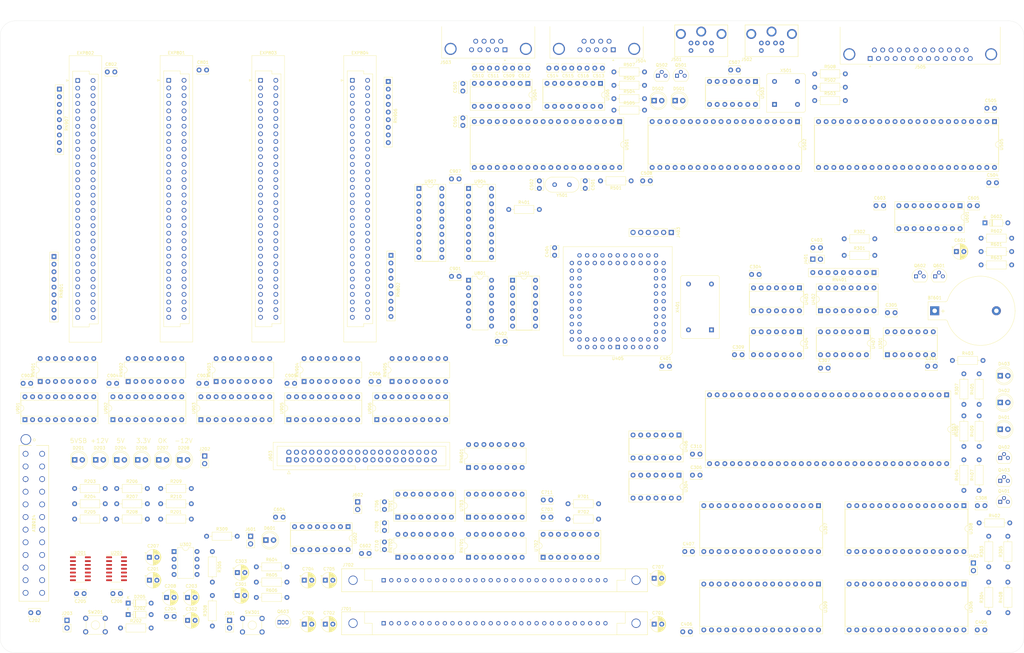
<source format=kicad_pcb>
(kicad_pcb (version 20171130) (host pcbnew "(5.1.9-16-g1737927814)-1")
  (layers (0 F.Cu signal) (31 B.Cu signal) (34 B.Paste user) (35 F.Paste user) (36 B.SilkS user) (37 F.SilkS user) (38 B.Mask user) (39 F.Mask user) (44 Edge.Cuts user))
  (net 0 "")
  (net 1 "Net-(BT601-Pad1)")
  (net 2 GND)
  (net 3 +5V)
  (net 4 +5V_SB)
  (net 5 "Net-(C207-Pad1)")
  (net 6 "Net-(C208-Pad1)")
  (net 7 "Net-(C301-Pad1)")
  (net 8 "Net-(C302-Pad1)")
  (net 9 "Net-(C303-Pad1)")
  (net 10 "Net-(C403-Pad1)")
  (net 11 "Net-(C501-Pad1)")
  (net 12 "Net-(C502-Pad1)")
  (net 13 "Net-(C509-Pad2)")
  (net 14 "Net-(C509-Pad1)")
  (net 15 "Net-(C510-Pad1)")
  (net 16 "Net-(C511-Pad2)")
  (net 17 "Net-(C511-Pad1)")
  (net 18 "Net-(C512-Pad2)")
  (net 19 "Net-(C513-Pad2)")
  (net 20 "Net-(C513-Pad1)")
  (net 21 "Net-(C514-Pad1)")
  (net 22 "Net-(C515-Pad2)")
  (net 23 "Net-(C515-Pad1)")
  (net 24 "Net-(C516-Pad2)")
  (net 25 "Net-(C601-Pad1)")
  (net 26 "Net-(D201-Pad1)")
  (net 27 +12V)
  (net 28 "Net-(D203-Pad1)")
  (net 29 "Net-(D204-Pad1)")
  (net 30 +3V3)
  (net 31 "Net-(D206-Pad1)")
  (net 32 /Power/PWR_OK)
  (net 33 "Net-(D207-Pad1)")
  (net 34 "Net-(D208-Pad2)")
  (net 35 -12V)
  (net 36 "Net-(D401-Pad2)")
  (net 37 "Net-(D401-Pad1)")
  (net 38 "Net-(D402-Pad2)")
  (net 39 "Net-(D402-Pad1)")
  (net 40 "Net-(D403-Pad2)")
  (net 41 "Net-(D403-Pad1)")
  (net 42 "Net-(D501-Pad2)")
  (net 43 "Net-(D501-Pad1)")
  (net 44 "Net-(D502-Pad2)")
  (net 45 "Net-(D502-Pad1)")
  (net 46 "Net-(D601-Pad1)")
  (net 47 "/Expansion Bus/~EXT_PD1")
  (net 48 "/Expansion Bus/~DTACK_EXT1")
  (net 49 "/Expansion Bus/~BCS_EXTDATA1")
  (net 50 "/Expansion Bus/~BRESET")
  (net 51 "/Expansion Bus/~BUDS")
  (net 52 "/Expansion Bus/BCLK10")
  (net 53 "/Expansion Bus/~BVMA")
  (net 54 "/Expansion Bus/BE")
  (net 55 "/Expansion Bus/BA18")
  (net 56 "/Expansion Bus/BA16")
  (net 57 "/Expansion Bus/BA14")
  (net 58 "/Expansion Bus/BA12")
  (net 59 "/Expansion Bus/BA10")
  (net 60 "/Expansion Bus/BA8")
  (net 61 "/Expansion Bus/BA6")
  (net 62 "/Expansion Bus/BA4")
  (net 63 "/Expansion Bus/BA2")
  (net 64 "/Expansion Bus/BD15")
  (net 65 "/Expansion Bus/BD13")
  (net 66 "/Expansion Bus/BD11")
  (net 67 "/Expansion Bus/BD9")
  (net 68 "/Expansion Bus/BD7")
  (net 69 "/Expansion Bus/BD5")
  (net 70 "/Expansion Bus/BD3")
  (net 71 "/Expansion Bus/BD1")
  (net 72 "/Expansion Bus/~EXT_BERR1")
  (net 73 "/Decode and Logic/~EXTINT1")
  (net 74 "/Expansion Bus/~BCS_EXTREG1")
  (net 75 "/Expansion Bus/BRD~WR")
  (net 76 "/Expansion Bus/~BLDS")
  (net 77 "/Decode and Logic/~EXT_VPA")
  (net 78 "/Expansion Bus/~BAS")
  (net 79 "/Expansion Bus/BA19")
  (net 80 "/Expansion Bus/BA17")
  (net 81 "/Expansion Bus/BA15")
  (net 82 "/Expansion Bus/BA13")
  (net 83 "/Expansion Bus/BA11")
  (net 84 "/Expansion Bus/BA9")
  (net 85 "/Expansion Bus/BA7")
  (net 86 "/Expansion Bus/BA5")
  (net 87 "/Expansion Bus/BA3")
  (net 88 "/Expansion Bus/BA1")
  (net 89 "/Expansion Bus/BD14")
  (net 90 "/Expansion Bus/BD12")
  (net 91 "/Expansion Bus/BD10")
  (net 92 "/Expansion Bus/BD8")
  (net 93 "/Expansion Bus/BD6")
  (net 94 "/Expansion Bus/BD4")
  (net 95 "/Expansion Bus/BD2")
  (net 96 "/Expansion Bus/BD0")
  (net 97 "/Expansion Bus/~EXT_PD2")
  (net 98 "/Expansion Bus/~DTACK_EXT2")
  (net 99 "/Expansion Bus/~BCS_EXTDATA2")
  (net 100 "/Expansion Bus/~EXT_BERR2")
  (net 101 "/Decode and Logic/~EXTINT2")
  (net 102 "/Expansion Bus/~BCS_EXTREG2")
  (net 103 "/Expansion Bus/~EXT_PD3")
  (net 104 "/Expansion Bus/~DTACK_EXT3")
  (net 105 "/Expansion Bus/~BCS_EXTDATA3")
  (net 106 "/Expansion Bus/~EXT_BERR3")
  (net 107 "/Decode and Logic/~EXTINT3")
  (net 108 "/Expansion Bus/~BCS_EXTREG3")
  (net 109 "/Expansion Bus/~EXT_PD4")
  (net 110 "/Expansion Bus/~DTACK_EXT4")
  (net 111 "/Expansion Bus/~BCS_EXTDATA4")
  (net 112 "/Expansion Bus/~EXT_BERR4")
  (net 113 "Net-(EXP804-PadA28)")
  (net 114 "/Expansion Bus/~BCS_EXTREG4")
  (net 115 "Net-(J201-Pad20)")
  (net 116 /Power/~PWR_ON)
  (net 117 "Net-(J202-Pad1)")
  (net 118 "Net-(J203-Pad2)")
  (net 119 "Net-(J402-Pad2)")
  (net 120 "Net-(J403-Pad5)")
  (net 121 "Net-(J403-Pad4)")
  (net 122 "Net-(J403-Pad3)")
  (net 123 "Net-(J403-Pad2)")
  (net 124 "Net-(J501-Pad1)")
  (net 125 "Net-(J501-Pad2)")
  (net 126 "Net-(J501-Pad5)")
  (net 127 "Net-(J501-Pad6)")
  (net 128 "Net-(J502-Pad1)")
  (net 129 "Net-(J502-Pad2)")
  (net 130 "Net-(J502-Pad5)")
  (net 131 "Net-(J502-Pad6)")
  (net 132 "Net-(J503-Pad9)")
  (net 133 "Net-(J503-Pad8)")
  (net 134 "Net-(J503-Pad7)")
  (net 135 "Net-(J503-Pad6)")
  (net 136 "Net-(J503-Pad4)")
  (net 137 "Net-(J503-Pad3)")
  (net 138 "Net-(J503-Pad2)")
  (net 139 "Net-(J503-Pad1)")
  (net 140 "Net-(J504-Pad9)")
  (net 141 "Net-(J504-Pad8)")
  (net 142 "Net-(J504-Pad7)")
  (net 143 "Net-(J504-Pad6)")
  (net 144 "Net-(J504-Pad4)")
  (net 145 "Net-(J504-Pad3)")
  (net 146 "Net-(J504-Pad2)")
  (net 147 "Net-(J504-Pad1)")
  (net 148 /Peripherals/PPSELECT)
  (net 149 /Peripherals/PPINIT)
  (net 150 /Peripherals/PPERROR)
  (net 151 "Net-(J505-Pad14)")
  (net 152 "Net-(J505-Pad13)")
  (net 153 /Peripherals/PPPAPER)
  (net 154 /Peripherals/PPBUSY)
  (net 155 /Peripherals/PPACK)
  (net 156 "Net-(J505-Pad9)")
  (net 157 "Net-(J505-Pad8)")
  (net 158 "Net-(J505-Pad7)")
  (net 159 "Net-(J505-Pad6)")
  (net 160 "Net-(J505-Pad5)")
  (net 161 "Net-(J505-Pad4)")
  (net 162 "Net-(J505-Pad3)")
  (net 163 "Net-(J505-Pad2)")
  (net 164 /Peripherals/PPSTROBE)
  (net 165 "Net-(J601-Pad1)")
  (net 166 "Net-(J602-Pad1)")
  (net 167 "Net-(J603-Pad38)")
  (net 168 "Net-(J603-Pad36)")
  (net 169 "Net-(J603-Pad34)")
  (net 170 "Net-(J603-Pad32)")
  (net 171 "/CPU, RAM and ROM/D7")
  (net 172 "/CPU, RAM and ROM/D6")
  (net 173 "/CPU, RAM and ROM/D5")
  (net 174 "/CPU, RAM and ROM/D4")
  (net 175 "/CPU, RAM and ROM/D3")
  (net 176 "/CPU, RAM and ROM/D2")
  (net 177 "/CPU, RAM and ROM/D1")
  (net 178 "/CPU, RAM and ROM/D0")
  (net 179 "/IDE Interface/ACTIVE")
  (net 180 "Net-(J603-Pad37)")
  (net 181 "Net-(J603-Pad35)")
  (net 182 "Net-(J603-Pad33)")
  (net 183 "/IDE Interface/IRQ")
  (net 184 "Net-(J603-Pad29)")
  (net 185 "Net-(J603-Pad27)")
  (net 186 "Net-(J603-Pad25)")
  (net 187 "Net-(J603-Pad23)")
  (net 188 "Net-(J603-Pad21)")
  (net 189 "/CPU, RAM and ROM/D8")
  (net 190 "/CPU, RAM and ROM/D9")
  (net 191 "/CPU, RAM and ROM/D10")
  (net 192 "/CPU, RAM and ROM/D11")
  (net 193 "/CPU, RAM and ROM/D12")
  (net 194 "/CPU, RAM and ROM/D13")
  (net 195 "/CPU, RAM and ROM/D14")
  (net 196 "/CPU, RAM and ROM/D15")
  (net 197 "Net-(J603-Pad1)")
  (net 198 "Net-(J701-Pad29)")
  (net 199 "Net-(J701-Pad28)")
  (net 200 "Net-(J701-Pad27)")
  (net 201 "Net-(J701-Pad26)")
  (net 202 "Net-(J701-Pad24)")
  (net 203 "Net-(J701-Pad21)")
  (net 204 "Net-(J701-Pad19)")
  (net 205 "Net-(J701-Pad18)")
  (net 206 "Net-(J701-Pad17)")
  (net 207 "Net-(J701-Pad15)")
  (net 208 "Net-(J701-Pad14)")
  (net 209 "Net-(J701-Pad12)")
  (net 210 "Net-(J701-Pad11)")
  (net 211 "Net-(J701-Pad8)")
  (net 212 "Net-(J701-Pad7)")
  (net 213 "Net-(J701-Pad5)")
  (net 214 "Net-(J701-Pad4)")
  (net 215 "Net-(J701-Pad2)")
  (net 216 "Net-(J702-Pad29)")
  (net 217 "Net-(J702-Pad28)")
  (net 218 "Net-(J702-Pad27)")
  (net 219 "Net-(J702-Pad26)")
  (net 220 "Net-(J702-Pad21)")
  (net 221 "Net-(J702-Pad2)")
  (net 222 "Net-(Q401-Pad2)")
  (net 223 "Net-(Q402-Pad2)")
  (net 224 "Net-(Q403-Pad2)")
  (net 225 "Net-(Q501-Pad2)")
  (net 226 "Net-(Q502-Pad2)")
  (net 227 "Net-(Q601-Pad3)")
  (net 228 "Net-(Q601-Pad2)")
  (net 229 "Net-(Q602-Pad2)")
  (net 230 "/Decode and Logic/~INT_IDE")
  (net 231 "/CPU, RAM and ROM/~AS")
  (net 232 "/CPU, RAM and ROM/~VPA")
  (net 233 "Net-(R303-Pad2)")
  (net 234 "Net-(R304-Pad2)")
  (net 235 "/CPU, RAM and ROM/~HALT")
  (net 236 "/CPU, RAM and ROM/~CPU_RESET")
  (net 237 "/CPU, RAM and ROM/~RESET")
  (net 238 "Net-(R401-Pad2)")
  (net 239 "/Decode and Logic/~RUN")
  (net 240 "/Decode and Logic/~DATCK_68K")
  (net 241 "Net-(R501-Pad2)")
  (net 242 "/Decode and Logic/~INT_PS2")
  (net 243 /Peripherals/TXDA)
  (net 244 /Peripherals/RXDA)
  (net 245 "/DRAM Interface/~DRAM_WE")
  (net 246 "/Decode and Logic/~INT_DUART")
  (net 247 "/Decode and Logic/~INT_PIT")
  (net 248 "Net-(RN601-Pad8)")
  (net 249 "Net-(RN601-Pad7)")
  (net 250 "/Decode and Logic/~IDE_RD")
  (net 251 "/Decode and Logic/~IDE_WR")
  (net 252 "/CPU, RAM and ROM/A3")
  (net 253 "Net-(RN601-Pad10)")
  (net 254 "/CPU, RAM and ROM/A2")
  (net 255 "Net-(RN601-Pad9)")
  (net 256 "/CPU, RAM and ROM/A1")
  (net 257 "/DRAM Interface/~RAS1")
  (net 258 "/DRAM Interface/~RAS0")
  (net 259 "/DRAM Interface/~CAS1")
  (net 260 "/DRAM Interface/~CAS0")
  (net 261 "Net-(RN701-Pad4)")
  (net 262 "Net-(RN701-Pad3)")
  (net 263 "Net-(RN701-Pad2)")
  (net 264 "Net-(RN701-Pad1)")
  (net 265 "Net-(RN702-Pad8)")
  (net 266 "Net-(RN702-Pad7)")
  (net 267 "Net-(RN702-Pad6)")
  (net 268 "Net-(RN702-Pad5)")
  (net 269 "Net-(RN702-Pad4)")
  (net 270 "Net-(RN702-Pad3)")
  (net 271 "Net-(RN702-Pad2)")
  (net 272 "Net-(RN702-Pad1)")
  (net 273 "Net-(RN802-Pad9)")
  (net 274 "Net-(RN802-Pad8)")
  (net 275 "Net-(RN802-Pad7)")
  (net 276 "Net-(RN802-Pad6)")
  (net 277 "Net-(RN901-Pad8)")
  (net 278 "Net-(RN901-Pad7)")
  (net 279 "Net-(RN901-Pad6)")
  (net 280 "Net-(RN901-Pad5)")
  (net 281 "Net-(RN901-Pad4)")
  (net 282 "Net-(RN901-Pad3)")
  (net 283 "Net-(RN901-Pad2)")
  (net 284 "Net-(RN901-Pad1)")
  (net 285 "Net-(RN902-Pad8)")
  (net 286 "Net-(RN902-Pad7)")
  (net 287 "Net-(RN902-Pad6)")
  (net 288 "Net-(RN902-Pad5)")
  (net 289 "Net-(RN902-Pad4)")
  (net 290 "Net-(RN902-Pad3)")
  (net 291 "Net-(RN902-Pad2)")
  (net 292 "Net-(RN902-Pad1)")
  (net 293 "Net-(RN903-Pad8)")
  (net 294 "Net-(RN903-Pad7)")
  (net 295 "Net-(RN903-Pad6)")
  (net 296 "Net-(RN903-Pad13)")
  (net 297 "Net-(RN903-Pad5)")
  (net 298 "Net-(RN903-Pad12)")
  (net 299 "Net-(RN903-Pad4)")
  (net 300 "Net-(RN903-Pad11)")
  (net 301 "Net-(RN903-Pad3)")
  (net 302 "Net-(RN903-Pad10)")
  (net 303 "Net-(RN903-Pad2)")
  (net 304 "Net-(RN903-Pad9)")
  (net 305 "Net-(RN903-Pad1)")
  (net 306 "Net-(RN904-Pad8)")
  (net 307 "Net-(RN904-Pad7)")
  (net 308 "Net-(RN904-Pad6)")
  (net 309 "Net-(RN904-Pad5)")
  (net 310 "Net-(RN904-Pad4)")
  (net 311 "Net-(RN904-Pad3)")
  (net 312 "Net-(RN904-Pad2)")
  (net 313 "Net-(RN904-Pad1)")
  (net 314 "Net-(RN905-Pad8)")
  (net 315 "Net-(RN905-Pad7)")
  (net 316 "Net-(RN905-Pad6)")
  (net 317 "Net-(RN905-Pad5)")
  (net 318 "Net-(RN905-Pad4)")
  (net 319 "Net-(RN905-Pad3)")
  (net 320 "Net-(RN905-Pad2)")
  (net 321 "Net-(RN905-Pad1)")
  (net 322 "Net-(U201-Pad6)")
  (net 323 "Net-(U201-Pad12)")
  (net 324 "Net-(U201-Pad4)")
  (net 325 "Net-(U201-Pad10)")
  (net 326 "Net-(U201-Pad2)")
  (net 327 "Net-(U201-Pad8)")
  (net 328 "Net-(U202-Pad2)")
  (net 329 "Net-(U202-Pad9)")
  (net 330 "Net-(U202-Pad8)")
  (net 331 "Net-(U301-Pad12)")
  (net 332 "/CPU, RAM and ROM/RESET")
  (net 333 "Net-(U301-Pad10)")
  (net 334 "Net-(U301-Pad8)")
  (net 335 "/CPU, RAM and ROM/A4")
  (net 336 "/CPU, RAM and ROM/FC0")
  (net 337 "/CPU, RAM and ROM/FC1")
  (net 338 "/CPU, RAM and ROM/FC2")
  (net 339 "/CPU, RAM and ROM/~IPL0")
  (net 340 "/CPU, RAM and ROM/~IPL1")
  (net 341 "/CPU, RAM and ROM/~IPL2")
  (net 342 "/CPU, RAM and ROM/~BERR")
  (net 343 "/CPU, RAM and ROM/A23")
  (net 344 "/CPU, RAM and ROM/E")
  (net 345 "/CPU, RAM and ROM/A22")
  (net 346 "/CPU, RAM and ROM/~VMA")
  (net 347 "/CPU, RAM and ROM/A21")
  (net 348 "/CPU, RAM and ROM/A20")
  (net 349 "/CPU, RAM and ROM/A19")
  (net 350 "/CPU, RAM and ROM/CLK10")
  (net 351 "/CPU, RAM and ROM/A18")
  (net 352 "/CPU, RAM and ROM/A17")
  (net 353 "/CPU, RAM and ROM/A16")
  (net 354 "/CPU, RAM and ROM/A15")
  (net 355 "Net-(U303-Pad11)")
  (net 356 "/CPU, RAM and ROM/A14")
  (net 357 "/CPU, RAM and ROM/~DTACK")
  (net 358 "/CPU, RAM and ROM/A13")
  (net 359 "/CPU, RAM and ROM/RD~WR")
  (net 360 "/CPU, RAM and ROM/A12")
  (net 361 "/CPU, RAM and ROM/~LDS")
  (net 362 "/CPU, RAM and ROM/A11")
  (net 363 "/CPU, RAM and ROM/~UDS")
  (net 364 "/CPU, RAM and ROM/A10")
  (net 365 "/CPU, RAM and ROM/A9")
  (net 366 "/CPU, RAM and ROM/A8")
  (net 367 "/CPU, RAM and ROM/A7")
  (net 368 "/CPU, RAM and ROM/A6")
  (net 369 "/CPU, RAM and ROM/A5")
  (net 370 "/CPU, RAM and ROM/~CS_SRAM")
  (net 371 "Net-(U304-Pad6)")
  (net 372 "Net-(U304-Pad11)")
  (net 373 "/CPU, RAM and ROM/~CS_ROM")
  (net 374 "Net-(U304-Pad3)")
  (net 375 "Net-(U304-Pad8)")
  (net 376 "/CPU, RAM and ROM/~RD~WR")
  (net 377 "Net-(U401-Pad13)")
  (net 378 "/Decode and Logic/BOOTROM")
  (net 379 "Net-(U401-Pad12)")
  (net 380 "Net-(U401-Pad5)")
  (net 381 "Net-(U401-Pad11)")
  (net 382 "Net-(U401-Pad4)")
  (net 383 "Net-(U401-Pad10)")
  (net 384 "Net-(U401-Pad3)")
  (net 385 "Net-(U402-Pad15)")
  (net 386 "Net-(U402-Pad14)")
  (net 387 "/Decode and Logic/~CPLD_VPA")
  (net 388 "/Decode and Logic/~EXT_BERR")
  (net 389 "/Decode and Logic/~CPLD_BERR")
  (net 390 "/Decode and Logic/~EXT_UDS")
  (net 391 "/Decode and Logic/~EXT_LDS")
  (net 392 "Net-(U405-Pad54)")
  (net 393 "Net-(U405-Pad67)")
  (net 394 "Net-(U405-Pad47)")
  (net 395 "Net-(U405-Pad37)")
  (net 396 "/Decode and Logic/~CS_IDE")
  (net 397 "/Decode and Logic/~CS_EXTREG3")
  (net 398 "Net-(U405-Pad52)")
  (net 399 "/DRAM Interface/DRAM_MUX")
  (net 400 "Net-(U405-Pad46)")
  (net 401 "/Decode and Logic/~CS_EXTREG4")
  (net 402 "/Decode and Logic/~CS_EXTREG2")
  (net 403 "/Decode and Logic/~CS_EXTDATA4")
  (net 404 "/Decode and Logic/~CS_EXTDATA2")
  (net 405 "/Decode and Logic/~CS_RTC")
  (net 406 "Net-(U405-Pad14)")
  (net 407 "/Decode and Logic/~CS_EXTREG1")
  (net 408 "/Decode and Logic/~CS_EXTDATA3")
  (net 409 "/Decode and Logic/~CS_EXTDATA1")
  (net 410 "Net-(U405-Pad21)")
  (net 411 "Net-(U405-Pad19)")
  (net 412 "/Decode and Logic/~CS_DUART")
  (net 413 "Net-(U405-Pad9)")
  (net 414 "/Decode and Logic/~CS_KBD")
  (net 415 "Net-(U405-Pad3)")
  (net 416 "/Decode and Logic/~CS_PIT")
  (net 417 "/Decode and Logic/~DTACK_CPLD")
  (net 418 "Net-(U406-Pad3)")
  (net 419 "/Decode and Logic/~DATCK_EXT")
  (net 420 "Net-(U501-Pad15)")
  (net 421 "Net-(U501-Pad14)")
  (net 422 "Net-(U501-Pad13)")
  (net 423 "Net-(U501-Pad12)")
  (net 424 "Net-(U501-Pad11)")
  (net 425 "Net-(U501-Pad10)")
  (net 426 "Net-(U501-Pad29)")
  (net 427 "Net-(U501-Pad28)")
  (net 428 "Net-(U501-Pad27)")
  (net 429 "Net-(U501-Pad7)")
  (net 430 "Net-(U501-Pad26)")
  (net 431 "Net-(U501-Pad4)")
  (net 432 "Net-(U502-Pad38)")
  (net 433 "Net-(U502-Pad37)")
  (net 434 "Net-(U502-Pad36)")
  (net 435 "Net-(U502-Pad35)")
  (net 436 "Net-(U502-Pad34)")
  (net 437 "Net-(U502-Pad33)")
  (net 438 "Net-(U502-Pad32)")
  (net 439 "Net-(U502-Pad31)")
  (net 440 "Net-(U502-Pad11)")
  (net 441 "Net-(U502-Pad30)")
  (net 442 "Net-(U502-Pad29)")
  (net 443 "Net-(U502-Pad24)")
  (net 444 "Net-(U502-Pad23)")
  (net 445 "Net-(U502-Pad3)")
  (net 446 "Net-(U502-Pad22)")
  (net 447 "Net-(U502-Pad21)")
  (net 448 "Net-(U505-Pad24)")
  (net 449 "Net-(U505-Pad23)")
  (net 450 "Net-(U505-Pad22)")
  (net 451 "Net-(U505-Pad21)")
  (net 452 "Net-(U505-Pad20)")
  (net 453 "Net-(U505-Pad37)")
  (net 454 "Net-(U505-Pad36)")
  (net 455 "Net-(U505-Pad34)")
  (net 456 "Net-(U505-Pad32)")
  (net 457 "Net-(U505-Pad31)")
  (net 458 "Net-(U505-Pad30)")
  (net 459 "Net-(U601-Pad17)")
  (net 460 "Net-(U601-Pad16)")
  (net 461 "Net-(U601-Pad1)")
  (net 462 "Net-(U602-Pad7)")
  (net 463 "Net-(U602-Pad6)")
  (net 464 "Net-(U602-Pad12)")
  (net 465 "Net-(U602-Pad11)")
  (net 466 "Net-(U602-Pad10)")
  (net 467 "Net-(U602-Pad9)")
  (net 468 "Net-(X401-Pad1)")
  (module Package_DIP:DIP-14_W7.62mm (layer F.Cu) (at 212.979 130.175)
    (fp_text reference U801 (at 3.81 -2.33) (layer F.SilkS))
    (fp_text value 74LS21)
    (pad 14 thru_hole oval (at 7.62 0) (size 1.6 1.6) (drill 0.8) (layers *.Cu *.Mask) (net 3 +5V))
    (pad 7 thru_hole oval (at 0 15.24) (size 1.6 1.6) (drill 0.8) (layers *.Cu *.Mask) (net 2 GND))
    (pad 13 thru_hole oval (at 7.62 2.54) (size 1.6 1.6) (drill 0.8) (layers *.Cu *.Mask) (net 110 "/Expansion Bus/~DTACK_EXT4"))
    (pad 6 thru_hole oval (at 0 12.7) (size 1.6 1.6) (drill 0.8) (layers *.Cu *.Mask) (net 388 "/Decode and Logic/~EXT_BERR"))
    (pad 12 thru_hole oval (at 7.62 5.08) (size 1.6 1.6) (drill 0.8) (layers *.Cu *.Mask) (net 104 "/Expansion Bus/~DTACK_EXT3"))
    (pad 5 thru_hole oval (at 0 10.16) (size 1.6 1.6) (drill 0.8) (layers *.Cu *.Mask) (net 112 "/Expansion Bus/~EXT_BERR4"))
    (pad 11 thru_hole oval (at 7.62 7.62) (size 1.6 1.6) (drill 0.8) (layers *.Cu *.Mask))
    (pad 4 thru_hole oval (at 0 7.62) (size 1.6 1.6) (drill 0.8) (layers *.Cu *.Mask) (net 106 "/Expansion Bus/~EXT_BERR3"))
    (pad 10 thru_hole oval (at 7.62 10.16) (size 1.6 1.6) (drill 0.8) (layers *.Cu *.Mask) (net 98 "/Expansion Bus/~DTACK_EXT2"))
    (pad 3 thru_hole oval (at 0 5.08) (size 1.6 1.6) (drill 0.8) (layers *.Cu *.Mask))
    (pad 9 thru_hole oval (at 7.62 12.7) (size 1.6 1.6) (drill 0.8) (layers *.Cu *.Mask) (net 48 "/Expansion Bus/~DTACK_EXT1"))
    (pad 2 thru_hole oval (at 0 2.54) (size 1.6 1.6) (drill 0.8) (layers *.Cu *.Mask) (net 100 "/Expansion Bus/~EXT_BERR2"))
    (pad 8 thru_hole oval (at 7.62 15.24) (size 1.6 1.6) (drill 0.8) (layers *.Cu *.Mask) (net 419 "/Decode and Logic/~DATCK_EXT"))
    (pad 1 thru_hole rect (at 0 0) (size 1.6 1.6) (drill 0.8) (layers *.Cu *.Mask) (net 72 "/Expansion Bus/~EXT_BERR1"))
  )
  (module Package_SO:SO-14_3.9x8.65mm_P1.27mm (layer F.Cu) (at 96.074 226.06)
    (fp_text reference U202 (at 0 -5.28) (layer F.SilkS))
    (fp_text value 74HCT74)
    (pad 14 smd roundrect (at 2.475 -3.81) (size 1.95 0.6) (layers F.Cu F.Paste F.Mask) (net 2 GND))
    (pad 13 smd roundrect (at 2.475 -2.54) (size 1.95 0.6) (layers F.Cu F.Paste F.Mask) (net 4 +5V_SB))
    (pad 12 smd roundrect (at 2.475 -1.27) (size 1.95 0.6) (layers F.Cu F.Paste F.Mask) (net 4 +5V_SB))
    (pad 11 smd roundrect (at 2.475 0) (size 1.95 0.6) (layers F.Cu F.Paste F.Mask) (net 4 +5V_SB))
    (pad 10 smd roundrect (at 2.475 1.27) (size 1.95 0.6) (layers F.Cu F.Paste F.Mask) (net 4 +5V_SB))
    (pad 9 smd roundrect (at 2.475 2.54) (size 1.95 0.6) (layers F.Cu F.Paste F.Mask) (net 329 "Net-(U202-Pad9)"))
    (pad 8 smd roundrect (at 2.475 3.81) (size 1.95 0.6) (layers F.Cu F.Paste F.Mask) (net 330 "Net-(U202-Pad8)"))
    (pad 7 smd roundrect (at -2.475 3.81) (size 1.95 0.6) (layers F.Cu F.Paste F.Mask) (net 4 +5V_SB))
    (pad 6 smd roundrect (at -2.475 2.54) (size 1.95 0.6) (layers F.Cu F.Paste F.Mask) (net 328 "Net-(U202-Pad2)"))
    (pad 5 smd roundrect (at -2.475 1.27) (size 1.95 0.6) (layers F.Cu F.Paste F.Mask) (net 116 /Power/~PWR_ON))
    (pad 4 smd roundrect (at -2.475 0) (size 1.95 0.6) (layers F.Cu F.Paste F.Mask) (net 322 "Net-(U201-Pad6)"))
    (pad 3 smd roundrect (at -2.475 -1.27) (size 1.95 0.6) (layers F.Cu F.Paste F.Mask) (net 326 "Net-(U201-Pad2)"))
    (pad 2 smd roundrect (at -2.475 -2.54) (size 1.95 0.6) (layers F.Cu F.Paste F.Mask) (net 328 "Net-(U202-Pad2)"))
    (pad 1 smd roundrect (at -2.475 -3.81) (size 1.95 0.6) (layers F.Cu F.Paste F.Mask) (net 4 +5V_SB))
  )
  (module Package_SO:SO-14_3.9x8.65mm_P1.27mm (layer F.Cu) (at 84.074 226.06)
    (fp_text reference U201 (at 0 -5.28) (layer F.SilkS))
    (fp_text value 74HCT74)
    (pad 14 smd roundrect (at 2.475 -3.81) (size 1.95 0.6) (layers F.Cu F.Paste F.Mask) (net 4 +5V_SB))
    (pad 13 smd roundrect (at 2.475 -2.54) (size 1.95 0.6) (layers F.Cu F.Paste F.Mask) (net 4 +5V_SB))
    (pad 12 smd roundrect (at 2.475 -1.27) (size 1.95 0.6) (layers F.Cu F.Paste F.Mask) (net 323 "Net-(U201-Pad12)"))
    (pad 11 smd roundrect (at 2.475 0) (size 1.95 0.6) (layers F.Cu F.Paste F.Mask) (net 4 +5V_SB))
    (pad 10 smd roundrect (at 2.475 1.27) (size 1.95 0.6) (layers F.Cu F.Paste F.Mask) (net 325 "Net-(U201-Pad10)"))
    (pad 9 smd roundrect (at 2.475 2.54) (size 1.95 0.6) (layers F.Cu F.Paste F.Mask) (net 4 +5V_SB))
    (pad 8 smd roundrect (at 2.475 3.81) (size 1.95 0.6) (layers F.Cu F.Paste F.Mask) (net 327 "Net-(U201-Pad8)"))
    (pad 7 smd roundrect (at -2.475 3.81) (size 1.95 0.6) (layers F.Cu F.Paste F.Mask) (net 2 GND))
    (pad 6 smd roundrect (at -2.475 2.54) (size 1.95 0.6) (layers F.Cu F.Paste F.Mask) (net 322 "Net-(U201-Pad6)"))
    (pad 5 smd roundrect (at -2.475 1.27) (size 1.95 0.6) (layers F.Cu F.Paste F.Mask) (net 324 "Net-(U201-Pad4)"))
    (pad 4 smd roundrect (at -2.475 0) (size 1.95 0.6) (layers F.Cu F.Paste F.Mask) (net 324 "Net-(U201-Pad4)"))
    (pad 3 smd roundrect (at -2.475 -1.27) (size 1.95 0.6) (layers F.Cu F.Paste F.Mask) (net 6 "Net-(C208-Pad1)"))
    (pad 2 smd roundrect (at -2.475 -2.54) (size 1.95 0.6) (layers F.Cu F.Paste F.Mask) (net 326 "Net-(U201-Pad2)"))
    (pad 1 smd roundrect (at -2.475 -3.81) (size 1.95 0.6) (layers F.Cu F.Paste F.Mask) (net 5 "Net-(C207-Pad1)"))
  )
  (module Crystal:Crystal_HC18-U_Vertical (layer F.Cu) (at 246.454 98.425 180)
    (fp_text reference Y501 (at 2.45 -3.525) (layer F.SilkS))
    (fp_text value 3.6864MHz)
    (pad 2 thru_hole circle (at 4.9 0 180) (size 1.5 1.5) (drill 0.8) (layers *.Cu *.Mask) (net 12 "Net-(C502-Pad1)"))
    (pad 1 thru_hole circle (at 0 0 180) (size 1.5 1.5) (drill 0.8) (layers *.Cu *.Mask) (net 11 "Net-(C501-Pad1)"))
  )
  (module Oscillator:Oscillator_DIP-8 (layer F.Cu) (at 314.579 71.755)
    (fp_text reference X501 (at 3.81 -11.26) (layer F.SilkS))
    (fp_text value CXO_DIP8)
    (pad 4 thru_hole circle (at 7.62 0) (size 1.6 1.6) (drill 0.8) (layers *.Cu *.Mask) (net 2 GND))
    (pad 5 thru_hole circle (at 7.62 -7.62) (size 1.6 1.6) (drill 0.8) (layers *.Cu *.Mask) (net 445 "Net-(U502-Pad3)"))
    (pad 8 thru_hole circle (at 0 -7.62) (size 1.6 1.6) (drill 0.8) (layers *.Cu *.Mask) (net 3 +5V))
    (pad 1 thru_hole rect (at 0 0) (size 1.6 1.6) (drill 0.8) (layers *.Cu *.Mask) (net 3 +5V))
  )
  (module Oscillator:Oscillator_DIP-14 (layer F.Cu) (at 293.624 146.685 90)
    (fp_text reference X401 (at 7.62 -11.26 90) (layer F.SilkS))
    (fp_text value 40MHz)
    (pad 7 thru_hole circle (at 15.24 0 90) (size 1.6 1.6) (drill 0.8) (layers *.Cu *.Mask) (net 2 GND))
    (pad 8 thru_hole circle (at 15.24 -7.62 90) (size 1.6 1.6) (drill 0.8) (layers *.Cu *.Mask) (net 413 "Net-(U405-Pad9)"))
    (pad 14 thru_hole circle (at 0 -7.62 90) (size 1.6 1.6) (drill 0.8) (layers *.Cu *.Mask) (net 3 +5V))
    (pad 1 thru_hole rect (at 0 0 90) (size 1.6 1.6) (drill 0.8) (layers *.Cu *.Mask) (net 468 "Net-(X401-Pad1)"))
  )
  (module Package_DIP:DIP-20_W7.62mm_Socket (layer F.Cu) (at 196.469 99.695)
    (fp_text reference U907 (at 3.81 -2.33) (layer F.SilkS))
    (fp_text value 74LS245)
    (pad 20 thru_hole oval (at 7.62 0) (size 1.6 1.6) (drill 0.8) (layers *.Cu *.Mask) (net 3 +5V))
    (pad 10 thru_hole oval (at 0 22.86) (size 1.6 1.6) (drill 0.8) (layers *.Cu *.Mask) (net 2 GND))
    (pad 19 thru_hole oval (at 7.62 2.54) (size 1.6 1.6) (drill 0.8) (layers *.Cu *.Mask) (net 2 GND))
    (pad 9 thru_hole oval (at 0 20.32) (size 1.6 1.6) (drill 0.8) (layers *.Cu *.Mask) (net 111 "/Expansion Bus/~BCS_EXTDATA4"))
    (pad 18 thru_hole oval (at 7.62 5.08) (size 1.6 1.6) (drill 0.8) (layers *.Cu *.Mask) (net 407 "/Decode and Logic/~CS_EXTREG1"))
    (pad 8 thru_hole oval (at 0 17.78) (size 1.6 1.6) (drill 0.8) (layers *.Cu *.Mask) (net 105 "/Expansion Bus/~BCS_EXTDATA3"))
    (pad 17 thru_hole oval (at 7.62 7.62) (size 1.6 1.6) (drill 0.8) (layers *.Cu *.Mask) (net 402 "/Decode and Logic/~CS_EXTREG2"))
    (pad 7 thru_hole oval (at 0 15.24) (size 1.6 1.6) (drill 0.8) (layers *.Cu *.Mask) (net 99 "/Expansion Bus/~BCS_EXTDATA2"))
    (pad 16 thru_hole oval (at 7.62 10.16) (size 1.6 1.6) (drill 0.8) (layers *.Cu *.Mask) (net 397 "/Decode and Logic/~CS_EXTREG3"))
    (pad 6 thru_hole oval (at 0 12.7) (size 1.6 1.6) (drill 0.8) (layers *.Cu *.Mask) (net 49 "/Expansion Bus/~BCS_EXTDATA1"))
    (pad 15 thru_hole oval (at 7.62 12.7) (size 1.6 1.6) (drill 0.8) (layers *.Cu *.Mask) (net 401 "/Decode and Logic/~CS_EXTREG4"))
    (pad 5 thru_hole oval (at 0 10.16) (size 1.6 1.6) (drill 0.8) (layers *.Cu *.Mask) (net 114 "/Expansion Bus/~BCS_EXTREG4"))
    (pad 14 thru_hole oval (at 7.62 15.24) (size 1.6 1.6) (drill 0.8) (layers *.Cu *.Mask) (net 409 "/Decode and Logic/~CS_EXTDATA1"))
    (pad 4 thru_hole oval (at 0 7.62) (size 1.6 1.6) (drill 0.8) (layers *.Cu *.Mask) (net 108 "/Expansion Bus/~BCS_EXTREG3"))
    (pad 13 thru_hole oval (at 7.62 17.78) (size 1.6 1.6) (drill 0.8) (layers *.Cu *.Mask) (net 404 "/Decode and Logic/~CS_EXTDATA2"))
    (pad 3 thru_hole oval (at 0 5.08) (size 1.6 1.6) (drill 0.8) (layers *.Cu *.Mask) (net 102 "/Expansion Bus/~BCS_EXTREG2"))
    (pad 12 thru_hole oval (at 7.62 20.32) (size 1.6 1.6) (drill 0.8) (layers *.Cu *.Mask) (net 408 "/Decode and Logic/~CS_EXTDATA3"))
    (pad 2 thru_hole oval (at 0 2.54) (size 1.6 1.6) (drill 0.8) (layers *.Cu *.Mask) (net 74 "/Expansion Bus/~BCS_EXTREG1"))
    (pad 11 thru_hole oval (at 7.62 22.86) (size 1.6 1.6) (drill 0.8) (layers *.Cu *.Mask) (net 403 "/Decode and Logic/~CS_EXTDATA4"))
    (pad 1 thru_hole rect (at 0 0) (size 1.6 1.6) (drill 0.8) (layers *.Cu *.Mask) (net 2 GND))
  )
  (module Package_DIP:DIP-20_W7.62mm_Socket (layer F.Cu) (at 182.499 176.53 90)
    (fp_text reference U906 (at 3.81 -2.33 90) (layer F.SilkS))
    (fp_text value 74LS245)
    (pad 20 thru_hole oval (at 7.62 0 90) (size 1.6 1.6) (drill 0.8) (layers *.Cu *.Mask) (net 3 +5V))
    (pad 10 thru_hole oval (at 0 22.86 90) (size 1.6 1.6) (drill 0.8) (layers *.Cu *.Mask) (net 2 GND))
    (pad 19 thru_hole oval (at 7.62 2.54 90) (size 1.6 1.6) (drill 0.8) (layers *.Cu *.Mask) (net 390 "/Decode and Logic/~EXT_UDS"))
    (pad 9 thru_hole oval (at 0 20.32 90) (size 1.6 1.6) (drill 0.8) (layers *.Cu *.Mask) (net 196 "/CPU, RAM and ROM/D15"))
    (pad 18 thru_hole oval (at 7.62 5.08 90) (size 1.6 1.6) (drill 0.8) (layers *.Cu *.Mask) (net 321 "Net-(RN905-Pad1)"))
    (pad 8 thru_hole oval (at 0 17.78 90) (size 1.6 1.6) (drill 0.8) (layers *.Cu *.Mask) (net 195 "/CPU, RAM and ROM/D14"))
    (pad 17 thru_hole oval (at 7.62 7.62 90) (size 1.6 1.6) (drill 0.8) (layers *.Cu *.Mask) (net 320 "Net-(RN905-Pad2)"))
    (pad 7 thru_hole oval (at 0 15.24 90) (size 1.6 1.6) (drill 0.8) (layers *.Cu *.Mask) (net 194 "/CPU, RAM and ROM/D13"))
    (pad 16 thru_hole oval (at 7.62 10.16 90) (size 1.6 1.6) (drill 0.8) (layers *.Cu *.Mask) (net 319 "Net-(RN905-Pad3)"))
    (pad 6 thru_hole oval (at 0 12.7 90) (size 1.6 1.6) (drill 0.8) (layers *.Cu *.Mask) (net 193 "/CPU, RAM and ROM/D12"))
    (pad 15 thru_hole oval (at 7.62 12.7 90) (size 1.6 1.6) (drill 0.8) (layers *.Cu *.Mask) (net 318 "Net-(RN905-Pad4)"))
    (pad 5 thru_hole oval (at 0 10.16 90) (size 1.6 1.6) (drill 0.8) (layers *.Cu *.Mask) (net 192 "/CPU, RAM and ROM/D11"))
    (pad 14 thru_hole oval (at 7.62 15.24 90) (size 1.6 1.6) (drill 0.8) (layers *.Cu *.Mask) (net 317 "Net-(RN905-Pad5)"))
    (pad 4 thru_hole oval (at 0 7.62 90) (size 1.6 1.6) (drill 0.8) (layers *.Cu *.Mask) (net 191 "/CPU, RAM and ROM/D10"))
    (pad 13 thru_hole oval (at 7.62 17.78 90) (size 1.6 1.6) (drill 0.8) (layers *.Cu *.Mask) (net 316 "Net-(RN905-Pad6)"))
    (pad 3 thru_hole oval (at 0 5.08 90) (size 1.6 1.6) (drill 0.8) (layers *.Cu *.Mask) (net 190 "/CPU, RAM and ROM/D9"))
    (pad 12 thru_hole oval (at 7.62 20.32 90) (size 1.6 1.6) (drill 0.8) (layers *.Cu *.Mask) (net 315 "Net-(RN905-Pad7)"))
    (pad 2 thru_hole oval (at 0 2.54 90) (size 1.6 1.6) (drill 0.8) (layers *.Cu *.Mask) (net 189 "/CPU, RAM and ROM/D8"))
    (pad 11 thru_hole oval (at 7.62 22.86 90) (size 1.6 1.6) (drill 0.8) (layers *.Cu *.Mask) (net 314 "Net-(RN905-Pad8)"))
    (pad 1 thru_hole rect (at 0 0 90) (size 1.6 1.6) (drill 0.8) (layers *.Cu *.Mask) (net 376 "/CPU, RAM and ROM/~RD~WR"))
  )
  (module Package_DIP:DIP-20_W7.62mm_Socket (layer F.Cu) (at 153.289 176.53 90)
    (fp_text reference U905 (at 3.81 -2.33 90) (layer F.SilkS))
    (fp_text value 74LS245)
    (pad 20 thru_hole oval (at 7.62 0 90) (size 1.6 1.6) (drill 0.8) (layers *.Cu *.Mask) (net 3 +5V))
    (pad 10 thru_hole oval (at 0 22.86 90) (size 1.6 1.6) (drill 0.8) (layers *.Cu *.Mask) (net 2 GND))
    (pad 19 thru_hole oval (at 7.62 2.54 90) (size 1.6 1.6) (drill 0.8) (layers *.Cu *.Mask) (net 391 "/Decode and Logic/~EXT_LDS"))
    (pad 9 thru_hole oval (at 0 20.32 90) (size 1.6 1.6) (drill 0.8) (layers *.Cu *.Mask) (net 171 "/CPU, RAM and ROM/D7"))
    (pad 18 thru_hole oval (at 7.62 5.08 90) (size 1.6 1.6) (drill 0.8) (layers *.Cu *.Mask) (net 313 "Net-(RN904-Pad1)"))
    (pad 8 thru_hole oval (at 0 17.78 90) (size 1.6 1.6) (drill 0.8) (layers *.Cu *.Mask) (net 172 "/CPU, RAM and ROM/D6"))
    (pad 17 thru_hole oval (at 7.62 7.62 90) (size 1.6 1.6) (drill 0.8) (layers *.Cu *.Mask) (net 312 "Net-(RN904-Pad2)"))
    (pad 7 thru_hole oval (at 0 15.24 90) (size 1.6 1.6) (drill 0.8) (layers *.Cu *.Mask) (net 173 "/CPU, RAM and ROM/D5"))
    (pad 16 thru_hole oval (at 7.62 10.16 90) (size 1.6 1.6) (drill 0.8) (layers *.Cu *.Mask) (net 311 "Net-(RN904-Pad3)"))
    (pad 6 thru_hole oval (at 0 12.7 90) (size 1.6 1.6) (drill 0.8) (layers *.Cu *.Mask) (net 174 "/CPU, RAM and ROM/D4"))
    (pad 15 thru_hole oval (at 7.62 12.7 90) (size 1.6 1.6) (drill 0.8) (layers *.Cu *.Mask) (net 310 "Net-(RN904-Pad4)"))
    (pad 5 thru_hole oval (at 0 10.16 90) (size 1.6 1.6) (drill 0.8) (layers *.Cu *.Mask) (net 175 "/CPU, RAM and ROM/D3"))
    (pad 14 thru_hole oval (at 7.62 15.24 90) (size 1.6 1.6) (drill 0.8) (layers *.Cu *.Mask) (net 309 "Net-(RN904-Pad5)"))
    (pad 4 thru_hole oval (at 0 7.62 90) (size 1.6 1.6) (drill 0.8) (layers *.Cu *.Mask) (net 176 "/CPU, RAM and ROM/D2"))
    (pad 13 thru_hole oval (at 7.62 17.78 90) (size 1.6 1.6) (drill 0.8) (layers *.Cu *.Mask) (net 308 "Net-(RN904-Pad6)"))
    (pad 3 thru_hole oval (at 0 5.08 90) (size 1.6 1.6) (drill 0.8) (layers *.Cu *.Mask) (net 177 "/CPU, RAM and ROM/D1"))
    (pad 12 thru_hole oval (at 7.62 20.32 90) (size 1.6 1.6) (drill 0.8) (layers *.Cu *.Mask) (net 307 "Net-(RN904-Pad7)"))
    (pad 2 thru_hole oval (at 0 2.54 90) (size 1.6 1.6) (drill 0.8) (layers *.Cu *.Mask) (net 178 "/CPU, RAM and ROM/D0"))
    (pad 11 thru_hole oval (at 7.62 22.86 90) (size 1.6 1.6) (drill 0.8) (layers *.Cu *.Mask) (net 306 "Net-(RN904-Pad8)"))
    (pad 1 thru_hole rect (at 0 0 90) (size 1.6 1.6) (drill 0.8) (layers *.Cu *.Mask) (net 376 "/CPU, RAM and ROM/~RD~WR"))
  )
  (module Package_DIP:DIP-20_W7.62mm_Socket (layer F.Cu) (at 212.979 99.695)
    (fp_text reference U904 (at 3.81 -2.33) (layer F.SilkS))
    (fp_text value 74LS245)
    (pad 20 thru_hole oval (at 7.62 0) (size 1.6 1.6) (drill 0.8) (layers *.Cu *.Mask) (net 3 +5V))
    (pad 10 thru_hole oval (at 0 22.86) (size 1.6 1.6) (drill 0.8) (layers *.Cu *.Mask) (net 2 GND))
    (pad 19 thru_hole oval (at 7.62 2.54) (size 1.6 1.6) (drill 0.8) (layers *.Cu *.Mask) (net 2 GND))
    (pad 9 thru_hole oval (at 0 20.32) (size 1.6 1.6) (drill 0.8) (layers *.Cu *.Mask) (net 52 "/Expansion Bus/BCLK10"))
    (pad 18 thru_hole oval (at 7.62 5.08) (size 1.6 1.6) (drill 0.8) (layers *.Cu *.Mask) (net 237 "/CPU, RAM and ROM/~RESET"))
    (pad 8 thru_hole oval (at 0 17.78) (size 1.6 1.6) (drill 0.8) (layers *.Cu *.Mask) (net 54 "/Expansion Bus/BE"))
    (pad 17 thru_hole oval (at 7.62 7.62) (size 1.6 1.6) (drill 0.8) (layers *.Cu *.Mask) (net 361 "/CPU, RAM and ROM/~LDS"))
    (pad 7 thru_hole oval (at 0 15.24) (size 1.6 1.6) (drill 0.8) (layers *.Cu *.Mask) (net 53 "/Expansion Bus/~BVMA"))
    (pad 16 thru_hole oval (at 7.62 10.16) (size 1.6 1.6) (drill 0.8) (layers *.Cu *.Mask) (net 363 "/CPU, RAM and ROM/~UDS"))
    (pad 6 thru_hole oval (at 0 12.7) (size 1.6 1.6) (drill 0.8) (layers *.Cu *.Mask) (net 78 "/Expansion Bus/~BAS"))
    (pad 15 thru_hole oval (at 7.62 12.7) (size 1.6 1.6) (drill 0.8) (layers *.Cu *.Mask) (net 359 "/CPU, RAM and ROM/RD~WR"))
    (pad 5 thru_hole oval (at 0 10.16) (size 1.6 1.6) (drill 0.8) (layers *.Cu *.Mask) (net 75 "/Expansion Bus/BRD~WR"))
    (pad 14 thru_hole oval (at 7.62 15.24) (size 1.6 1.6) (drill 0.8) (layers *.Cu *.Mask) (net 231 "/CPU, RAM and ROM/~AS"))
    (pad 4 thru_hole oval (at 0 7.62) (size 1.6 1.6) (drill 0.8) (layers *.Cu *.Mask) (net 51 "/Expansion Bus/~BUDS"))
    (pad 13 thru_hole oval (at 7.62 17.78) (size 1.6 1.6) (drill 0.8) (layers *.Cu *.Mask) (net 346 "/CPU, RAM and ROM/~VMA"))
    (pad 3 thru_hole oval (at 0 5.08) (size 1.6 1.6) (drill 0.8) (layers *.Cu *.Mask) (net 76 "/Expansion Bus/~BLDS"))
    (pad 12 thru_hole oval (at 7.62 20.32) (size 1.6 1.6) (drill 0.8) (layers *.Cu *.Mask) (net 344 "/CPU, RAM and ROM/E"))
    (pad 2 thru_hole oval (at 0 2.54) (size 1.6 1.6) (drill 0.8) (layers *.Cu *.Mask) (net 50 "/Expansion Bus/~BRESET"))
    (pad 11 thru_hole oval (at 7.62 22.86) (size 1.6 1.6) (drill 0.8) (layers *.Cu *.Mask) (net 350 "/CPU, RAM and ROM/CLK10"))
    (pad 1 thru_hole rect (at 0 0) (size 1.6 1.6) (drill 0.8) (layers *.Cu *.Mask) (net 2 GND))
  )
  (module Package_DIP:DIP-20_W7.62mm_Socket (layer F.Cu) (at 124.079 176.53 90)
    (fp_text reference U903 (at 3.81 -2.33 90) (layer F.SilkS))
    (fp_text value 74LS541)
    (pad 20 thru_hole oval (at 7.62 0 90) (size 1.6 1.6) (drill 0.8) (layers *.Cu *.Mask) (net 3 +5V))
    (pad 10 thru_hole oval (at 0 22.86 90) (size 1.6 1.6) (drill 0.8) (layers *.Cu *.Mask) (net 2 GND))
    (pad 19 thru_hole oval (at 7.62 2.54 90) (size 1.6 1.6) (drill 0.8) (layers *.Cu *.Mask) (net 2 GND))
    (pad 9 thru_hole oval (at 0 20.32 90) (size 1.6 1.6) (drill 0.8) (layers *.Cu *.Mask) (net 2 GND))
    (pad 18 thru_hole oval (at 7.62 5.08 90) (size 1.6 1.6) (drill 0.8) (layers *.Cu *.Mask) (net 305 "Net-(RN903-Pad1)"))
    (pad 8 thru_hole oval (at 0 17.78 90) (size 1.6 1.6) (drill 0.8) (layers *.Cu *.Mask) (net 2 GND))
    (pad 17 thru_hole oval (at 7.62 7.62 90) (size 1.6 1.6) (drill 0.8) (layers *.Cu *.Mask) (net 303 "Net-(RN903-Pad2)"))
    (pad 7 thru_hole oval (at 0 15.24 90) (size 1.6 1.6) (drill 0.8) (layers *.Cu *.Mask) (net 2 GND))
    (pad 16 thru_hole oval (at 7.62 10.16 90) (size 1.6 1.6) (drill 0.8) (layers *.Cu *.Mask) (net 301 "Net-(RN903-Pad3)"))
    (pad 6 thru_hole oval (at 0 12.7 90) (size 1.6 1.6) (drill 0.8) (layers *.Cu *.Mask) (net 2 GND))
    (pad 15 thru_hole oval (at 7.62 12.7 90) (size 1.6 1.6) (drill 0.8) (layers *.Cu *.Mask) (net 299 "Net-(RN903-Pad4)"))
    (pad 5 thru_hole oval (at 0 10.16 90) (size 1.6 1.6) (drill 0.8) (layers *.Cu *.Mask) (net 2 GND))
    (pad 14 thru_hole oval (at 7.62 15.24 90) (size 1.6 1.6) (drill 0.8) (layers *.Cu *.Mask) (net 297 "Net-(RN903-Pad5)"))
    (pad 4 thru_hole oval (at 0 7.62 90) (size 1.6 1.6) (drill 0.8) (layers *.Cu *.Mask) (net 349 "/CPU, RAM and ROM/A19"))
    (pad 13 thru_hole oval (at 7.62 17.78 90) (size 1.6 1.6) (drill 0.8) (layers *.Cu *.Mask) (net 295 "Net-(RN903-Pad6)"))
    (pad 3 thru_hole oval (at 0 5.08 90) (size 1.6 1.6) (drill 0.8) (layers *.Cu *.Mask) (net 351 "/CPU, RAM and ROM/A18"))
    (pad 12 thru_hole oval (at 7.62 20.32 90) (size 1.6 1.6) (drill 0.8) (layers *.Cu *.Mask) (net 294 "Net-(RN903-Pad7)"))
    (pad 2 thru_hole oval (at 0 2.54 90) (size 1.6 1.6) (drill 0.8) (layers *.Cu *.Mask) (net 352 "/CPU, RAM and ROM/A17"))
    (pad 11 thru_hole oval (at 7.62 22.86 90) (size 1.6 1.6) (drill 0.8) (layers *.Cu *.Mask) (net 293 "Net-(RN903-Pad8)"))
    (pad 1 thru_hole rect (at 0 0 90) (size 1.6 1.6) (drill 0.8) (layers *.Cu *.Mask) (net 231 "/CPU, RAM and ROM/~AS"))
  )
  (module Package_DIP:DIP-20_W7.62mm_Socket (layer F.Cu) (at 94.869 176.53 90)
    (fp_text reference U902 (at 3.81 -2.33 90) (layer F.SilkS))
    (fp_text value 74LS541)
    (pad 20 thru_hole oval (at 7.62 0 90) (size 1.6 1.6) (drill 0.8) (layers *.Cu *.Mask) (net 3 +5V))
    (pad 10 thru_hole oval (at 0 22.86 90) (size 1.6 1.6) (drill 0.8) (layers *.Cu *.Mask) (net 2 GND))
    (pad 19 thru_hole oval (at 7.62 2.54 90) (size 1.6 1.6) (drill 0.8) (layers *.Cu *.Mask) (net 2 GND))
    (pad 9 thru_hole oval (at 0 20.32 90) (size 1.6 1.6) (drill 0.8) (layers *.Cu *.Mask) (net 353 "/CPU, RAM and ROM/A16"))
    (pad 18 thru_hole oval (at 7.62 5.08 90) (size 1.6 1.6) (drill 0.8) (layers *.Cu *.Mask) (net 292 "Net-(RN902-Pad1)"))
    (pad 8 thru_hole oval (at 0 17.78 90) (size 1.6 1.6) (drill 0.8) (layers *.Cu *.Mask) (net 354 "/CPU, RAM and ROM/A15"))
    (pad 17 thru_hole oval (at 7.62 7.62 90) (size 1.6 1.6) (drill 0.8) (layers *.Cu *.Mask) (net 291 "Net-(RN902-Pad2)"))
    (pad 7 thru_hole oval (at 0 15.24 90) (size 1.6 1.6) (drill 0.8) (layers *.Cu *.Mask) (net 356 "/CPU, RAM and ROM/A14"))
    (pad 16 thru_hole oval (at 7.62 10.16 90) (size 1.6 1.6) (drill 0.8) (layers *.Cu *.Mask) (net 290 "Net-(RN902-Pad3)"))
    (pad 6 thru_hole oval (at 0 12.7 90) (size 1.6 1.6) (drill 0.8) (layers *.Cu *.Mask) (net 358 "/CPU, RAM and ROM/A13"))
    (pad 15 thru_hole oval (at 7.62 12.7 90) (size 1.6 1.6) (drill 0.8) (layers *.Cu *.Mask) (net 289 "Net-(RN902-Pad4)"))
    (pad 5 thru_hole oval (at 0 10.16 90) (size 1.6 1.6) (drill 0.8) (layers *.Cu *.Mask) (net 360 "/CPU, RAM and ROM/A12"))
    (pad 14 thru_hole oval (at 7.62 15.24 90) (size 1.6 1.6) (drill 0.8) (layers *.Cu *.Mask) (net 288 "Net-(RN902-Pad5)"))
    (pad 4 thru_hole oval (at 0 7.62 90) (size 1.6 1.6) (drill 0.8) (layers *.Cu *.Mask) (net 362 "/CPU, RAM and ROM/A11"))
    (pad 13 thru_hole oval (at 7.62 17.78 90) (size 1.6 1.6) (drill 0.8) (layers *.Cu *.Mask) (net 287 "Net-(RN902-Pad6)"))
    (pad 3 thru_hole oval (at 0 5.08 90) (size 1.6 1.6) (drill 0.8) (layers *.Cu *.Mask) (net 364 "/CPU, RAM and ROM/A10"))
    (pad 12 thru_hole oval (at 7.62 20.32 90) (size 1.6 1.6) (drill 0.8) (layers *.Cu *.Mask) (net 286 "Net-(RN902-Pad7)"))
    (pad 2 thru_hole oval (at 0 2.54 90) (size 1.6 1.6) (drill 0.8) (layers *.Cu *.Mask) (net 365 "/CPU, RAM and ROM/A9"))
    (pad 11 thru_hole oval (at 7.62 22.86 90) (size 1.6 1.6) (drill 0.8) (layers *.Cu *.Mask) (net 285 "Net-(RN902-Pad8)"))
    (pad 1 thru_hole rect (at 0 0 90) (size 1.6 1.6) (drill 0.8) (layers *.Cu *.Mask) (net 231 "/CPU, RAM and ROM/~AS"))
  )
  (module Package_DIP:DIP-20_W7.62mm_Socket (layer F.Cu) (at 65.659 176.53 90)
    (fp_text reference U901 (at 3.81 -2.33 90) (layer F.SilkS))
    (fp_text value 74LS541)
    (pad 20 thru_hole oval (at 7.62 0 90) (size 1.6 1.6) (drill 0.8) (layers *.Cu *.Mask) (net 3 +5V))
    (pad 10 thru_hole oval (at 0 22.86 90) (size 1.6 1.6) (drill 0.8) (layers *.Cu *.Mask) (net 2 GND))
    (pad 19 thru_hole oval (at 7.62 2.54 90) (size 1.6 1.6) (drill 0.8) (layers *.Cu *.Mask) (net 2 GND))
    (pad 9 thru_hole oval (at 0 20.32 90) (size 1.6 1.6) (drill 0.8) (layers *.Cu *.Mask) (net 366 "/CPU, RAM and ROM/A8"))
    (pad 18 thru_hole oval (at 7.62 5.08 90) (size 1.6 1.6) (drill 0.8) (layers *.Cu *.Mask) (net 284 "Net-(RN901-Pad1)"))
    (pad 8 thru_hole oval (at 0 17.78 90) (size 1.6 1.6) (drill 0.8) (layers *.Cu *.Mask) (net 367 "/CPU, RAM and ROM/A7"))
    (pad 17 thru_hole oval (at 7.62 7.62 90) (size 1.6 1.6) (drill 0.8) (layers *.Cu *.Mask) (net 283 "Net-(RN901-Pad2)"))
    (pad 7 thru_hole oval (at 0 15.24 90) (size 1.6 1.6) (drill 0.8) (layers *.Cu *.Mask) (net 368 "/CPU, RAM and ROM/A6"))
    (pad 16 thru_hole oval (at 7.62 10.16 90) (size 1.6 1.6) (drill 0.8) (layers *.Cu *.Mask) (net 282 "Net-(RN901-Pad3)"))
    (pad 6 thru_hole oval (at 0 12.7 90) (size 1.6 1.6) (drill 0.8) (layers *.Cu *.Mask) (net 369 "/CPU, RAM and ROM/A5"))
    (pad 15 thru_hole oval (at 7.62 12.7 90) (size 1.6 1.6) (drill 0.8) (layers *.Cu *.Mask) (net 281 "Net-(RN901-Pad4)"))
    (pad 5 thru_hole oval (at 0 10.16 90) (size 1.6 1.6) (drill 0.8) (layers *.Cu *.Mask) (net 335 "/CPU, RAM and ROM/A4"))
    (pad 14 thru_hole oval (at 7.62 15.24 90) (size 1.6 1.6) (drill 0.8) (layers *.Cu *.Mask) (net 280 "Net-(RN901-Pad5)"))
    (pad 4 thru_hole oval (at 0 7.62 90) (size 1.6 1.6) (drill 0.8) (layers *.Cu *.Mask) (net 252 "/CPU, RAM and ROM/A3"))
    (pad 13 thru_hole oval (at 7.62 17.78 90) (size 1.6 1.6) (drill 0.8) (layers *.Cu *.Mask) (net 279 "Net-(RN901-Pad6)"))
    (pad 3 thru_hole oval (at 0 5.08 90) (size 1.6 1.6) (drill 0.8) (layers *.Cu *.Mask) (net 254 "/CPU, RAM and ROM/A2"))
    (pad 12 thru_hole oval (at 7.62 20.32 90) (size 1.6 1.6) (drill 0.8) (layers *.Cu *.Mask) (net 278 "Net-(RN901-Pad7)"))
    (pad 2 thru_hole oval (at 0 2.54 90) (size 1.6 1.6) (drill 0.8) (layers *.Cu *.Mask) (net 256 "/CPU, RAM and ROM/A1"))
    (pad 11 thru_hole oval (at 7.62 22.86 90) (size 1.6 1.6) (drill 0.8) (layers *.Cu *.Mask) (net 277 "Net-(RN901-Pad8)"))
    (pad 1 thru_hole rect (at 0 0 90) (size 1.6 1.6) (drill 0.8) (layers *.Cu *.Mask) (net 231 "/CPU, RAM and ROM/~AS"))
  )
  (module Package_DIP:DIP-16_W7.62mm_Socket (layer F.Cu) (at 212.979 208.915 90)
    (fp_text reference U703 (at 3.81 -2.33 90) (layer F.SilkS))
    (fp_text value 74LS157)
    (pad 16 thru_hole oval (at 7.62 0 90) (size 1.6 1.6) (drill 0.8) (layers *.Cu *.Mask) (net 3 +5V))
    (pad 8 thru_hole oval (at 0 17.78 90) (size 1.6 1.6) (drill 0.8) (layers *.Cu *.Mask) (net 2 GND))
    (pad 15 thru_hole oval (at 7.62 2.54 90) (size 1.6 1.6) (drill 0.8) (layers *.Cu *.Mask) (net 2 GND))
    (pad 7 thru_hole oval (at 0 15.24 90) (size 1.6 1.6) (drill 0.8) (layers *.Cu *.Mask) (net 263 "Net-(RN701-Pad2)"))
    (pad 14 thru_hole oval (at 7.62 5.08 90) (size 1.6 1.6) (drill 0.8) (layers *.Cu *.Mask) (net 343 "/CPU, RAM and ROM/A23"))
    (pad 6 thru_hole oval (at 0 12.7 90) (size 1.6 1.6) (drill 0.8) (layers *.Cu *.Mask) (net 348 "/CPU, RAM and ROM/A20"))
    (pad 13 thru_hole oval (at 7.62 7.62 90) (size 1.6 1.6) (drill 0.8) (layers *.Cu *.Mask) (net 2 GND))
    (pad 5 thru_hole oval (at 0 10.16 90) (size 1.6 1.6) (drill 0.8) (layers *.Cu *.Mask) (net 349 "/CPU, RAM and ROM/A19"))
    (pad 12 thru_hole oval (at 7.62 10.16 90) (size 1.6 1.6) (drill 0.8) (layers *.Cu *.Mask) (net 261 "Net-(RN701-Pad4)"))
    (pad 4 thru_hole oval (at 0 7.62 90) (size 1.6 1.6) (drill 0.8) (layers *.Cu *.Mask) (net 264 "Net-(RN701-Pad1)"))
    (pad 11 thru_hole oval (at 7.62 12.7 90) (size 1.6 1.6) (drill 0.8) (layers *.Cu *.Mask) (net 347 "/CPU, RAM and ROM/A21"))
    (pad 3 thru_hole oval (at 0 5.08 90) (size 1.6 1.6) (drill 0.8) (layers *.Cu *.Mask) (net 351 "/CPU, RAM and ROM/A18"))
    (pad 10 thru_hole oval (at 7.62 15.24 90) (size 1.6 1.6) (drill 0.8) (layers *.Cu *.Mask) (net 345 "/CPU, RAM and ROM/A22"))
    (pad 2 thru_hole oval (at 0 2.54 90) (size 1.6 1.6) (drill 0.8) (layers *.Cu *.Mask) (net 352 "/CPU, RAM and ROM/A17"))
    (pad 9 thru_hole oval (at 7.62 17.78 90) (size 1.6 1.6) (drill 0.8) (layers *.Cu *.Mask) (net 262 "Net-(RN701-Pad3)"))
    (pad 1 thru_hole rect (at 0 0 90) (size 1.6 1.6) (drill 0.8) (layers *.Cu *.Mask) (net 399 "/DRAM Interface/DRAM_MUX"))
  )
  (module Package_DIP:DIP-16_W7.62mm_Socket (layer F.Cu) (at 237.744 222.25 90)
    (fp_text reference U702 (at 3.81 -2.33 90) (layer F.SilkS))
    (fp_text value 74LS157)
    (pad 16 thru_hole oval (at 7.62 0 90) (size 1.6 1.6) (drill 0.8) (layers *.Cu *.Mask) (net 3 +5V))
    (pad 8 thru_hole oval (at 0 17.78 90) (size 1.6 1.6) (drill 0.8) (layers *.Cu *.Mask) (net 2 GND))
    (pad 15 thru_hole oval (at 7.62 2.54 90) (size 1.6 1.6) (drill 0.8) (layers *.Cu *.Mask) (net 2 GND))
    (pad 7 thru_hole oval (at 0 15.24 90) (size 1.6 1.6) (drill 0.8) (layers *.Cu *.Mask) (net 267 "Net-(RN702-Pad6)"))
    (pad 14 thru_hole oval (at 7.62 5.08 90) (size 1.6 1.6) (drill 0.8) (layers *.Cu *.Mask) (net 354 "/CPU, RAM and ROM/A15"))
    (pad 6 thru_hole oval (at 0 12.7 90) (size 1.6 1.6) (drill 0.8) (layers *.Cu *.Mask) (net 360 "/CPU, RAM and ROM/A12"))
    (pad 13 thru_hole oval (at 7.62 7.62 90) (size 1.6 1.6) (drill 0.8) (layers *.Cu *.Mask) (net 353 "/CPU, RAM and ROM/A16"))
    (pad 5 thru_hole oval (at 0 10.16 90) (size 1.6 1.6) (drill 0.8) (layers *.Cu *.Mask) (net 362 "/CPU, RAM and ROM/A11"))
    (pad 12 thru_hole oval (at 7.62 10.16 90) (size 1.6 1.6) (drill 0.8) (layers *.Cu *.Mask) (net 265 "Net-(RN702-Pad8)"))
    (pad 4 thru_hole oval (at 0 7.62 90) (size 1.6 1.6) (drill 0.8) (layers *.Cu *.Mask) (net 268 "Net-(RN702-Pad5)"))
    (pad 11 thru_hole oval (at 7.62 12.7 90) (size 1.6 1.6) (drill 0.8) (layers *.Cu *.Mask) (net 358 "/CPU, RAM and ROM/A13"))
    (pad 3 thru_hole oval (at 0 5.08 90) (size 1.6 1.6) (drill 0.8) (layers *.Cu *.Mask) (net 364 "/CPU, RAM and ROM/A10"))
    (pad 10 thru_hole oval (at 7.62 15.24 90) (size 1.6 1.6) (drill 0.8) (layers *.Cu *.Mask) (net 356 "/CPU, RAM and ROM/A14"))
    (pad 2 thru_hole oval (at 0 2.54 90) (size 1.6 1.6) (drill 0.8) (layers *.Cu *.Mask) (net 365 "/CPU, RAM and ROM/A9"))
    (pad 9 thru_hole oval (at 7.62 17.78 90) (size 1.6 1.6) (drill 0.8) (layers *.Cu *.Mask) (net 266 "Net-(RN702-Pad7)"))
    (pad 1 thru_hole rect (at 0 0 90) (size 1.6 1.6) (drill 0.8) (layers *.Cu *.Mask) (net 399 "/DRAM Interface/DRAM_MUX"))
  )
  (module Package_DIP:DIP-16_W7.62mm_Socket (layer F.Cu) (at 189.484 208.915 90)
    (fp_text reference U701 (at 3.81 -2.33 90) (layer F.SilkS))
    (fp_text value 74LS157)
    (pad 16 thru_hole oval (at 7.62 0 90) (size 1.6 1.6) (drill 0.8) (layers *.Cu *.Mask) (net 3 +5V))
    (pad 8 thru_hole oval (at 0 17.78 90) (size 1.6 1.6) (drill 0.8) (layers *.Cu *.Mask) (net 2 GND))
    (pad 15 thru_hole oval (at 7.62 2.54 90) (size 1.6 1.6) (drill 0.8) (layers *.Cu *.Mask) (net 2 GND))
    (pad 7 thru_hole oval (at 0 15.24 90) (size 1.6 1.6) (drill 0.8) (layers *.Cu *.Mask) (net 271 "Net-(RN702-Pad2)"))
    (pad 14 thru_hole oval (at 7.62 5.08 90) (size 1.6 1.6) (drill 0.8) (layers *.Cu *.Mask) (net 367 "/CPU, RAM and ROM/A7"))
    (pad 6 thru_hole oval (at 0 12.7 90) (size 1.6 1.6) (drill 0.8) (layers *.Cu *.Mask) (net 335 "/CPU, RAM and ROM/A4"))
    (pad 13 thru_hole oval (at 7.62 7.62 90) (size 1.6 1.6) (drill 0.8) (layers *.Cu *.Mask) (net 366 "/CPU, RAM and ROM/A8"))
    (pad 5 thru_hole oval (at 0 10.16 90) (size 1.6 1.6) (drill 0.8) (layers *.Cu *.Mask) (net 252 "/CPU, RAM and ROM/A3"))
    (pad 12 thru_hole oval (at 7.62 10.16 90) (size 1.6 1.6) (drill 0.8) (layers *.Cu *.Mask) (net 269 "Net-(RN702-Pad4)"))
    (pad 4 thru_hole oval (at 0 7.62 90) (size 1.6 1.6) (drill 0.8) (layers *.Cu *.Mask) (net 272 "Net-(RN702-Pad1)"))
    (pad 11 thru_hole oval (at 7.62 12.7 90) (size 1.6 1.6) (drill 0.8) (layers *.Cu *.Mask) (net 369 "/CPU, RAM and ROM/A5"))
    (pad 3 thru_hole oval (at 0 5.08 90) (size 1.6 1.6) (drill 0.8) (layers *.Cu *.Mask) (net 254 "/CPU, RAM and ROM/A2"))
    (pad 10 thru_hole oval (at 7.62 15.24 90) (size 1.6 1.6) (drill 0.8) (layers *.Cu *.Mask) (net 368 "/CPU, RAM and ROM/A6"))
    (pad 2 thru_hole oval (at 0 2.54 90) (size 1.6 1.6) (drill 0.8) (layers *.Cu *.Mask) (net 256 "/CPU, RAM and ROM/A1"))
    (pad 9 thru_hole oval (at 7.62 17.78 90) (size 1.6 1.6) (drill 0.8) (layers *.Cu *.Mask) (net 270 "Net-(RN702-Pad3)"))
    (pad 1 thru_hole rect (at 0 0 90) (size 1.6 1.6) (drill 0.8) (layers *.Cu *.Mask) (net 399 "/DRAM Interface/DRAM_MUX"))
  )
  (module Package_DIP:DIP-16_W7.62mm_Socket (layer F.Cu) (at 172.974 212.09 270)
    (fp_text reference U602 (at 3.81 -2.33 90) (layer F.SilkS))
    (fp_text value 74LS139)
    (pad 16 thru_hole oval (at 7.62 0 270) (size 1.6 1.6) (drill 0.8) (layers *.Cu *.Mask) (net 4 +5V_SB))
    (pad 8 thru_hole oval (at 0 17.78 270) (size 1.6 1.6) (drill 0.8) (layers *.Cu *.Mask) (net 2 GND))
    (pad 15 thru_hole oval (at 7.62 2.54 270) (size 1.6 1.6) (drill 0.8) (layers *.Cu *.Mask) (net 4 +5V_SB))
    (pad 7 thru_hole oval (at 0 15.24 270) (size 1.6 1.6) (drill 0.8) (layers *.Cu *.Mask) (net 462 "Net-(U602-Pad7)"))
    (pad 14 thru_hole oval (at 7.62 5.08 270) (size 1.6 1.6) (drill 0.8) (layers *.Cu *.Mask) (net 4 +5V_SB))
    (pad 6 thru_hole oval (at 0 12.7 270) (size 1.6 1.6) (drill 0.8) (layers *.Cu *.Mask) (net 463 "Net-(U602-Pad6)"))
    (pad 13 thru_hole oval (at 7.62 7.62 270) (size 1.6 1.6) (drill 0.8) (layers *.Cu *.Mask) (net 4 +5V_SB))
    (pad 5 thru_hole oval (at 0 10.16 270) (size 1.6 1.6) (drill 0.8) (layers *.Cu *.Mask) (net 167 "Net-(J603-Pad38)"))
    (pad 12 thru_hole oval (at 7.62 10.16 270) (size 1.6 1.6) (drill 0.8) (layers *.Cu *.Mask) (net 464 "Net-(U602-Pad12)"))
    (pad 4 thru_hole oval (at 0 7.62 270) (size 1.6 1.6) (drill 0.8) (layers *.Cu *.Mask) (net 180 "Net-(J603-Pad37)"))
    (pad 11 thru_hole oval (at 7.62 12.7 270) (size 1.6 1.6) (drill 0.8) (layers *.Cu *.Mask) (net 465 "Net-(U602-Pad11)"))
    (pad 3 thru_hole oval (at 0 5.08 270) (size 1.6 1.6) (drill 0.8) (layers *.Cu *.Mask) (net 2 GND))
    (pad 10 thru_hole oval (at 7.62 15.24 270) (size 1.6 1.6) (drill 0.8) (layers *.Cu *.Mask) (net 466 "Net-(U602-Pad10)"))
    (pad 2 thru_hole oval (at 0 2.54 270) (size 1.6 1.6) (drill 0.8) (layers *.Cu *.Mask) (net 367 "/CPU, RAM and ROM/A7"))
    (pad 9 thru_hole oval (at 7.62 17.78 270) (size 1.6 1.6) (drill 0.8) (layers *.Cu *.Mask) (net 467 "Net-(U602-Pad9)"))
    (pad 1 thru_hole rect (at 0 0 270) (size 1.6 1.6) (drill 0.8) (layers *.Cu *.Mask) (net 396 "/Decode and Logic/~CS_IDE"))
  )
  (module Package_DIP:DIP-18_W7.62mm_Socket (layer F.Cu) (at 376.174 105.41 270)
    (fp_text reference U601 (at 3.81 -2.33 90) (layer F.SilkS))
    (fp_text value RTC-72421)
    (pad 18 thru_hole oval (at 7.62 0 270) (size 1.6 1.6) (drill 0.8) (layers *.Cu *.Mask) (net 25 "Net-(C601-Pad1)"))
    (pad 9 thru_hole oval (at 0 20.32 270) (size 1.6 1.6) (drill 0.8) (layers *.Cu *.Mask) (net 2 GND))
    (pad 17 thru_hole oval (at 7.62 2.54 270) (size 1.6 1.6) (drill 0.8) (layers *.Cu *.Mask) (net 459 "Net-(U601-Pad17)"))
    (pad 8 thru_hole oval (at 0 17.78 270) (size 1.6 1.6) (drill 0.8) (layers *.Cu *.Mask) (net 376 "/CPU, RAM and ROM/~RD~WR"))
    (pad 16 thru_hole oval (at 7.62 5.08 270) (size 1.6 1.6) (drill 0.8) (layers *.Cu *.Mask) (net 460 "Net-(U601-Pad16)"))
    (pad 7 thru_hole oval (at 0 15.24 270) (size 1.6 1.6) (drill 0.8) (layers *.Cu *.Mask) (net 335 "/CPU, RAM and ROM/A4"))
    (pad 15 thru_hole oval (at 7.62 7.62 270) (size 1.6 1.6) (drill 0.8) (layers *.Cu *.Mask) (net 237 "/CPU, RAM and ROM/~RESET"))
    (pad 6 thru_hole oval (at 0 12.7 270) (size 1.6 1.6) (drill 0.8) (layers *.Cu *.Mask) (net 252 "/CPU, RAM and ROM/A3"))
    (pad 14 thru_hole oval (at 7.62 10.16 270) (size 1.6 1.6) (drill 0.8) (layers *.Cu *.Mask) (net 189 "/CPU, RAM and ROM/D8"))
    (pad 5 thru_hole oval (at 0 10.16 270) (size 1.6 1.6) (drill 0.8) (layers *.Cu *.Mask) (net 254 "/CPU, RAM and ROM/A2"))
    (pad 13 thru_hole oval (at 7.62 12.7 270) (size 1.6 1.6) (drill 0.8) (layers *.Cu *.Mask) (net 190 "/CPU, RAM and ROM/D9"))
    (pad 4 thru_hole oval (at 0 7.62 270) (size 1.6 1.6) (drill 0.8) (layers *.Cu *.Mask) (net 256 "/CPU, RAM and ROM/A1"))
    (pad 12 thru_hole oval (at 7.62 15.24 270) (size 1.6 1.6) (drill 0.8) (layers *.Cu *.Mask) (net 191 "/CPU, RAM and ROM/D10"))
    (pad 3 thru_hole oval (at 0 5.08 270) (size 1.6 1.6) (drill 0.8) (layers *.Cu *.Mask) (net 25 "Net-(C601-Pad1)"))
    (pad 11 thru_hole oval (at 7.62 17.78 270) (size 1.6 1.6) (drill 0.8) (layers *.Cu *.Mask) (net 192 "/CPU, RAM and ROM/D11"))
    (pad 2 thru_hole oval (at 0 2.54 270) (size 1.6 1.6) (drill 0.8) (layers *.Cu *.Mask) (net 405 "/Decode and Logic/~CS_RTC"))
    (pad 10 thru_hole oval (at 7.62 20.32 270) (size 1.6 1.6) (drill 0.8) (layers *.Cu *.Mask) (net 359 "/CPU, RAM and ROM/RD~WR"))
    (pad 1 thru_hole rect (at 0 0 270) (size 1.6 1.6) (drill 0.8) (layers *.Cu *.Mask) (net 461 "Net-(U601-Pad1)"))
  )
  (module Package_DIP:DIP-16_W7.62mm_Socket (layer F.Cu) (at 256.794 64.77 270)
    (fp_text reference U506 (at 3.81 -2.33 90) (layer F.SilkS))
    (fp_text value MAX202)
    (pad 16 thru_hole oval (at 7.62 0 270) (size 1.6 1.6) (drill 0.8) (layers *.Cu *.Mask) (net 3 +5V))
    (pad 8 thru_hole oval (at 0 17.78 270) (size 1.6 1.6) (drill 0.8) (layers *.Cu *.Mask) (net 141 "Net-(J504-Pad8)"))
    (pad 15 thru_hole oval (at 7.62 2.54 270) (size 1.6 1.6) (drill 0.8) (layers *.Cu *.Mask) (net 2 GND))
    (pad 7 thru_hole oval (at 0 15.24 270) (size 1.6 1.6) (drill 0.8) (layers *.Cu *.Mask) (net 142 "Net-(J504-Pad7)"))
    (pad 14 thru_hole oval (at 7.62 5.08 270) (size 1.6 1.6) (drill 0.8) (layers *.Cu *.Mask) (net 145 "Net-(J504-Pad3)"))
    (pad 6 thru_hole oval (at 0 12.7 270) (size 1.6 1.6) (drill 0.8) (layers *.Cu *.Mask) (net 21 "Net-(C514-Pad1)"))
    (pad 13 thru_hole oval (at 7.62 7.62 270) (size 1.6 1.6) (drill 0.8) (layers *.Cu *.Mask) (net 146 "Net-(J504-Pad2)"))
    (pad 5 thru_hole oval (at 0 10.16 270) (size 1.6 1.6) (drill 0.8) (layers *.Cu *.Mask) (net 22 "Net-(C515-Pad2)"))
    (pad 12 thru_hole oval (at 7.62 10.16 270) (size 1.6 1.6) (drill 0.8) (layers *.Cu *.Mask) (net 425 "Net-(U501-Pad10)"))
    (pad 4 thru_hole oval (at 0 7.62 270) (size 1.6 1.6) (drill 0.8) (layers *.Cu *.Mask) (net 23 "Net-(C515-Pad1)"))
    (pad 11 thru_hole oval (at 7.62 12.7 270) (size 1.6 1.6) (drill 0.8) (layers *.Cu *.Mask) (net 424 "Net-(U501-Pad11)"))
    (pad 3 thru_hole oval (at 0 5.08 270) (size 1.6 1.6) (drill 0.8) (layers *.Cu *.Mask) (net 19 "Net-(C513-Pad2)"))
    (pad 10 thru_hole oval (at 7.62 15.24 270) (size 1.6 1.6) (drill 0.8) (layers *.Cu *.Mask) (net 423 "Net-(U501-Pad12)"))
    (pad 2 thru_hole oval (at 0 2.54 270) (size 1.6 1.6) (drill 0.8) (layers *.Cu *.Mask) (net 24 "Net-(C516-Pad2)"))
    (pad 9 thru_hole oval (at 7.62 17.78 270) (size 1.6 1.6) (drill 0.8) (layers *.Cu *.Mask) (net 431 "Net-(U501-Pad4)"))
    (pad 1 thru_hole rect (at 0 0 270) (size 1.6 1.6) (drill 0.8) (layers *.Cu *.Mask) (net 20 "Net-(C513-Pad1)"))
  )
  (module Package_DIP:DIP-48_W15.24mm_Socket (layer F.Cu) (at 387.604 77.47 270)
    (fp_text reference U505 (at 7.62 -2.33 90) (layer F.SilkS))
    (fp_text value 68230)
    (pad 48 thru_hole oval (at 15.24 0 270) (size 1.6 1.6) (drill 0.8) (layers *.Cu *.Mask) (net 193 "/CPU, RAM and ROM/D12"))
    (pad 24 thru_hole oval (at 0 58.42 270) (size 1.6 1.6) (drill 0.8) (layers *.Cu *.Mask) (net 448 "Net-(U505-Pad24)"))
    (pad 47 thru_hole oval (at 15.24 2.54 270) (size 1.6 1.6) (drill 0.8) (layers *.Cu *.Mask) (net 192 "/CPU, RAM and ROM/D11"))
    (pad 23 thru_hole oval (at 0 55.88 270) (size 1.6 1.6) (drill 0.8) (layers *.Cu *.Mask) (net 449 "Net-(U505-Pad23)"))
    (pad 46 thru_hole oval (at 15.24 5.08 270) (size 1.6 1.6) (drill 0.8) (layers *.Cu *.Mask) (net 191 "/CPU, RAM and ROM/D10"))
    (pad 22 thru_hole oval (at 0 53.34 270) (size 1.6 1.6) (drill 0.8) (layers *.Cu *.Mask) (net 450 "Net-(U505-Pad22)"))
    (pad 45 thru_hole oval (at 15.24 7.62 270) (size 1.6 1.6) (drill 0.8) (layers *.Cu *.Mask) (net 190 "/CPU, RAM and ROM/D9"))
    (pad 21 thru_hole oval (at 0 50.8 270) (size 1.6 1.6) (drill 0.8) (layers *.Cu *.Mask) (net 451 "Net-(U505-Pad21)"))
    (pad 44 thru_hole oval (at 15.24 10.16 270) (size 1.6 1.6) (drill 0.8) (layers *.Cu *.Mask) (net 189 "/CPU, RAM and ROM/D8"))
    (pad 20 thru_hole oval (at 0 48.26 270) (size 1.6 1.6) (drill 0.8) (layers *.Cu *.Mask) (net 452 "Net-(U505-Pad20)"))
    (pad 43 thru_hole oval (at 15.24 12.7 270) (size 1.6 1.6) (drill 0.8) (layers *.Cu *.Mask) (net 359 "/CPU, RAM and ROM/RD~WR"))
    (pad 19 thru_hole oval (at 0 45.72 270) (size 1.6 1.6) (drill 0.8) (layers *.Cu *.Mask) (net 148 /Peripherals/PPSELECT))
    (pad 42 thru_hole oval (at 15.24 15.24 270) (size 1.6 1.6) (drill 0.8) (layers *.Cu *.Mask) (net 240 "/Decode and Logic/~DATCK_68K"))
    (pad 18 thru_hole oval (at 0 43.18 270) (size 1.6 1.6) (drill 0.8) (layers *.Cu *.Mask) (net 153 /Peripherals/PPPAPER))
    (pad 41 thru_hole oval (at 15.24 17.78 270) (size 1.6 1.6) (drill 0.8) (layers *.Cu *.Mask) (net 416 "/Decode and Logic/~CS_PIT"))
    (pad 17 thru_hole oval (at 0 40.64 270) (size 1.6 1.6) (drill 0.8) (layers *.Cu *.Mask) (net 154 /Peripherals/PPBUSY))
    (pad 40 thru_hole oval (at 15.24 20.32 270) (size 1.6 1.6) (drill 0.8) (layers *.Cu *.Mask) (net 350 "/CPU, RAM and ROM/CLK10"))
    (pad 16 thru_hole oval (at 0 38.1 270) (size 1.6 1.6) (drill 0.8) (layers *.Cu *.Mask) (net 149 /Peripherals/PPINIT))
    (pad 39 thru_hole oval (at 15.24 22.86 270) (size 1.6 1.6) (drill 0.8) (layers *.Cu *.Mask) (net 237 "/CPU, RAM and ROM/~RESET"))
    (pad 15 thru_hole oval (at 0 35.56 270) (size 1.6 1.6) (drill 0.8) (layers *.Cu *.Mask) (net 150 /Peripherals/PPERROR))
    (pad 38 thru_hole oval (at 15.24 25.4 270) (size 1.6 1.6) (drill 0.8) (layers *.Cu *.Mask) (net 2 GND))
    (pad 14 thru_hole oval (at 0 33.02 270) (size 1.6 1.6) (drill 0.8) (layers *.Cu *.Mask) (net 164 /Peripherals/PPSTROBE))
    (pad 37 thru_hole oval (at 15.24 27.94 270) (size 1.6 1.6) (drill 0.8) (layers *.Cu *.Mask) (net 453 "Net-(U505-Pad37)"))
    (pad 13 thru_hole oval (at 0 30.48 270) (size 1.6 1.6) (drill 0.8) (layers *.Cu *.Mask) (net 155 /Peripherals/PPACK))
    (pad 36 thru_hole oval (at 15.24 30.48 270) (size 1.6 1.6) (drill 0.8) (layers *.Cu *.Mask) (net 454 "Net-(U505-Pad36)"))
    (pad 12 thru_hole oval (at 0 27.94 270) (size 1.6 1.6) (drill 0.8) (layers *.Cu *.Mask) (net 3 +5V))
    (pad 35 thru_hole oval (at 15.24 33.02 270) (size 1.6 1.6) (drill 0.8) (layers *.Cu *.Mask) (net 247 "/Decode and Logic/~INT_PIT"))
    (pad 11 thru_hole oval (at 0 25.4 270) (size 1.6 1.6) (drill 0.8) (layers *.Cu *.Mask) (net 156 "Net-(J505-Pad9)"))
    (pad 34 thru_hole oval (at 15.24 35.56 270) (size 1.6 1.6) (drill 0.8) (layers *.Cu *.Mask) (net 455 "Net-(U505-Pad34)"))
    (pad 10 thru_hole oval (at 0 22.86 270) (size 1.6 1.6) (drill 0.8) (layers *.Cu *.Mask) (net 157 "Net-(J505-Pad8)"))
    (pad 33 thru_hole oval (at 15.24 38.1 270) (size 1.6 1.6) (drill 0.8) (layers *.Cu *.Mask) (net 247 "/Decode and Logic/~INT_PIT"))
    (pad 9 thru_hole oval (at 0 20.32 270) (size 1.6 1.6) (drill 0.8) (layers *.Cu *.Mask) (net 158 "Net-(J505-Pad7)"))
    (pad 32 thru_hole oval (at 15.24 40.64 270) (size 1.6 1.6) (drill 0.8) (layers *.Cu *.Mask) (net 456 "Net-(U505-Pad32)"))
    (pad 8 thru_hole oval (at 0 17.78 270) (size 1.6 1.6) (drill 0.8) (layers *.Cu *.Mask) (net 159 "Net-(J505-Pad6)"))
    (pad 31 thru_hole oval (at 15.24 43.18 270) (size 1.6 1.6) (drill 0.8) (layers *.Cu *.Mask) (net 457 "Net-(U505-Pad31)"))
    (pad 7 thru_hole oval (at 0 15.24 270) (size 1.6 1.6) (drill 0.8) (layers *.Cu *.Mask) (net 160 "Net-(J505-Pad5)"))
    (pad 30 thru_hole oval (at 15.24 45.72 270) (size 1.6 1.6) (drill 0.8) (layers *.Cu *.Mask) (net 458 "Net-(U505-Pad30)"))
    (pad 6 thru_hole oval (at 0 12.7 270) (size 1.6 1.6) (drill 0.8) (layers *.Cu *.Mask) (net 161 "Net-(J505-Pad4)"))
    (pad 29 thru_hole oval (at 15.24 48.26 270) (size 1.6 1.6) (drill 0.8) (layers *.Cu *.Mask) (net 256 "/CPU, RAM and ROM/A1"))
    (pad 5 thru_hole oval (at 0 10.16 270) (size 1.6 1.6) (drill 0.8) (layers *.Cu *.Mask) (net 162 "Net-(J505-Pad3)"))
    (pad 28 thru_hole oval (at 15.24 50.8 270) (size 1.6 1.6) (drill 0.8) (layers *.Cu *.Mask) (net 254 "/CPU, RAM and ROM/A2"))
    (pad 4 thru_hole oval (at 0 7.62 270) (size 1.6 1.6) (drill 0.8) (layers *.Cu *.Mask) (net 163 "Net-(J505-Pad2)"))
    (pad 27 thru_hole oval (at 15.24 53.34 270) (size 1.6 1.6) (drill 0.8) (layers *.Cu *.Mask) (net 252 "/CPU, RAM and ROM/A3"))
    (pad 3 thru_hole oval (at 0 5.08 270) (size 1.6 1.6) (drill 0.8) (layers *.Cu *.Mask) (net 196 "/CPU, RAM and ROM/D15"))
    (pad 26 thru_hole oval (at 15.24 55.88 270) (size 1.6 1.6) (drill 0.8) (layers *.Cu *.Mask) (net 335 "/CPU, RAM and ROM/A4"))
    (pad 2 thru_hole oval (at 0 2.54 270) (size 1.6 1.6) (drill 0.8) (layers *.Cu *.Mask) (net 195 "/CPU, RAM and ROM/D14"))
    (pad 25 thru_hole oval (at 15.24 58.42 270) (size 1.6 1.6) (drill 0.8) (layers *.Cu *.Mask) (net 369 "/CPU, RAM and ROM/A5"))
    (pad 1 thru_hole rect (at 0 0 270) (size 1.6 1.6) (drill 0.8) (layers *.Cu *.Mask) (net 194 "/CPU, RAM and ROM/D13"))
  )
  (module Package_DIP:DIP-16_W7.62mm_Socket (layer F.Cu) (at 232.664 64.77 270)
    (fp_text reference U504 (at 3.81 -2.33 90) (layer F.SilkS))
    (fp_text value MAX202)
    (pad 16 thru_hole oval (at 7.62 0 270) (size 1.6 1.6) (drill 0.8) (layers *.Cu *.Mask) (net 3 +5V))
    (pad 8 thru_hole oval (at 0 17.78 270) (size 1.6 1.6) (drill 0.8) (layers *.Cu *.Mask) (net 133 "Net-(J503-Pad8)"))
    (pad 15 thru_hole oval (at 7.62 2.54 270) (size 1.6 1.6) (drill 0.8) (layers *.Cu *.Mask) (net 2 GND))
    (pad 7 thru_hole oval (at 0 15.24 270) (size 1.6 1.6) (drill 0.8) (layers *.Cu *.Mask) (net 134 "Net-(J503-Pad7)"))
    (pad 14 thru_hole oval (at 7.62 5.08 270) (size 1.6 1.6) (drill 0.8) (layers *.Cu *.Mask) (net 137 "Net-(J503-Pad3)"))
    (pad 6 thru_hole oval (at 0 12.7 270) (size 1.6 1.6) (drill 0.8) (layers *.Cu *.Mask) (net 15 "Net-(C510-Pad1)"))
    (pad 13 thru_hole oval (at 7.62 7.62 270) (size 1.6 1.6) (drill 0.8) (layers *.Cu *.Mask) (net 138 "Net-(J503-Pad2)"))
    (pad 5 thru_hole oval (at 0 10.16 270) (size 1.6 1.6) (drill 0.8) (layers *.Cu *.Mask) (net 16 "Net-(C511-Pad2)"))
    (pad 12 thru_hole oval (at 7.62 10.16 270) (size 1.6 1.6) (drill 0.8) (layers *.Cu *.Mask) (net 244 /Peripherals/RXDA))
    (pad 4 thru_hole oval (at 0 7.62 270) (size 1.6 1.6) (drill 0.8) (layers *.Cu *.Mask) (net 17 "Net-(C511-Pad1)"))
    (pad 11 thru_hole oval (at 7.62 12.7 270) (size 1.6 1.6) (drill 0.8) (layers *.Cu *.Mask) (net 243 /Peripherals/TXDA))
    (pad 3 thru_hole oval (at 0 5.08 270) (size 1.6 1.6) (drill 0.8) (layers *.Cu *.Mask) (net 13 "Net-(C509-Pad2)"))
    (pad 10 thru_hole oval (at 7.62 15.24 270) (size 1.6 1.6) (drill 0.8) (layers *.Cu *.Mask) (net 426 "Net-(U501-Pad29)"))
    (pad 2 thru_hole oval (at 0 2.54 270) (size 1.6 1.6) (drill 0.8) (layers *.Cu *.Mask) (net 18 "Net-(C512-Pad2)"))
    (pad 9 thru_hole oval (at 7.62 17.78 270) (size 1.6 1.6) (drill 0.8) (layers *.Cu *.Mask) (net 429 "Net-(U501-Pad7)"))
    (pad 1 thru_hole rect (at 0 0 270) (size 1.6 1.6) (drill 0.8) (layers *.Cu *.Mask) (net 14 "Net-(C509-Pad1)"))
  )
  (module Package_DIP:DIP-14_W7.62mm_Socket (layer F.Cu) (at 308.229 64.135 270)
    (fp_text reference U503 (at 3.81 -2.33 90) (layer F.SilkS))
    (fp_text value 74LS06)
    (pad 14 thru_hole oval (at 7.62 0 270) (size 1.6 1.6) (drill 0.8) (layers *.Cu *.Mask) (net 3 +5V))
    (pad 7 thru_hole oval (at 0 15.24 270) (size 1.6 1.6) (drill 0.8) (layers *.Cu *.Mask) (net 2 GND))
    (pad 13 thru_hole oval (at 7.62 2.54 270) (size 1.6 1.6) (drill 0.8) (layers *.Cu *.Mask) (net 434 "Net-(U502-Pad36)"))
    (pad 6 thru_hole oval (at 0 12.7 270) (size 1.6 1.6) (drill 0.8) (layers *.Cu *.Mask) (net 128 "Net-(J502-Pad1)"))
    (pad 12 thru_hole oval (at 7.62 5.08 270) (size 1.6 1.6) (drill 0.8) (layers *.Cu *.Mask) (net 242 "/Decode and Logic/~INT_PS2"))
    (pad 5 thru_hole oval (at 0 10.16 270) (size 1.6 1.6) (drill 0.8) (layers *.Cu *.Mask) (net 444 "Net-(U502-Pad23)"))
    (pad 11 thru_hole oval (at 7.62 7.62 270) (size 1.6 1.6) (drill 0.8) (layers *.Cu *.Mask) (net 435 "Net-(U502-Pad35)"))
    (pad 4 thru_hole oval (at 0 7.62 270) (size 1.6 1.6) (drill 0.8) (layers *.Cu *.Mask) (net 126 "Net-(J501-Pad5)"))
    (pad 10 thru_hole oval (at 7.62 10.16 270) (size 1.6 1.6) (drill 0.8) (layers *.Cu *.Mask) (net 242 "/Decode and Logic/~INT_PS2"))
    (pad 3 thru_hole oval (at 0 5.08 270) (size 1.6 1.6) (drill 0.8) (layers *.Cu *.Mask) (net 433 "Net-(U502-Pad37)"))
    (pad 9 thru_hole oval (at 7.62 12.7 270) (size 1.6 1.6) (drill 0.8) (layers *.Cu *.Mask) (net 443 "Net-(U502-Pad24)"))
    (pad 2 thru_hole oval (at 0 2.54 270) (size 1.6 1.6) (drill 0.8) (layers *.Cu *.Mask) (net 124 "Net-(J501-Pad1)"))
    (pad 8 thru_hole oval (at 7.62 15.24 270) (size 1.6 1.6) (drill 0.8) (layers *.Cu *.Mask) (net 130 "Net-(J502-Pad5)"))
    (pad 1 thru_hole rect (at 0 0 270) (size 1.6 1.6) (drill 0.8) (layers *.Cu *.Mask) (net 432 "Net-(U502-Pad38)"))
  )
  (module Package_DIP:DIP-40_W15.24mm_Socket (layer F.Cu) (at 322.199 77.47 270)
    (fp_text reference U502 (at 7.62 -2.33 90) (layer F.SilkS))
    (fp_text value VT82C42)
    (pad 40 thru_hole oval (at 15.24 0 270) (size 1.6 1.6) (drill 0.8) (layers *.Cu *.Mask) (net 3 +5V))
    (pad 20 thru_hole oval (at 0 48.26 270) (size 1.6 1.6) (drill 0.8) (layers *.Cu *.Mask) (net 2 GND))
    (pad 39 thru_hole oval (at 15.24 2.54 270) (size 1.6 1.6) (drill 0.8) (layers *.Cu *.Mask) (net 130 "Net-(J502-Pad5)"))
    (pad 19 thru_hole oval (at 0 45.72 270) (size 1.6 1.6) (drill 0.8) (layers *.Cu *.Mask) (net 196 "/CPU, RAM and ROM/D15"))
    (pad 38 thru_hole oval (at 15.24 5.08 270) (size 1.6 1.6) (drill 0.8) (layers *.Cu *.Mask) (net 432 "Net-(U502-Pad38)"))
    (pad 18 thru_hole oval (at 0 43.18 270) (size 1.6 1.6) (drill 0.8) (layers *.Cu *.Mask) (net 195 "/CPU, RAM and ROM/D14"))
    (pad 37 thru_hole oval (at 15.24 7.62 270) (size 1.6 1.6) (drill 0.8) (layers *.Cu *.Mask) (net 433 "Net-(U502-Pad37)"))
    (pad 17 thru_hole oval (at 0 40.64 270) (size 1.6 1.6) (drill 0.8) (layers *.Cu *.Mask) (net 194 "/CPU, RAM and ROM/D13"))
    (pad 36 thru_hole oval (at 15.24 10.16 270) (size 1.6 1.6) (drill 0.8) (layers *.Cu *.Mask) (net 434 "Net-(U502-Pad36)"))
    (pad 16 thru_hole oval (at 0 38.1 270) (size 1.6 1.6) (drill 0.8) (layers *.Cu *.Mask) (net 193 "/CPU, RAM and ROM/D12"))
    (pad 35 thru_hole oval (at 15.24 12.7 270) (size 1.6 1.6) (drill 0.8) (layers *.Cu *.Mask) (net 435 "Net-(U502-Pad35)"))
    (pad 15 thru_hole oval (at 0 35.56 270) (size 1.6 1.6) (drill 0.8) (layers *.Cu *.Mask) (net 192 "/CPU, RAM and ROM/D11"))
    (pad 34 thru_hole oval (at 15.24 15.24 270) (size 1.6 1.6) (drill 0.8) (layers *.Cu *.Mask) (net 436 "Net-(U502-Pad34)"))
    (pad 14 thru_hole oval (at 0 33.02 270) (size 1.6 1.6) (drill 0.8) (layers *.Cu *.Mask) (net 191 "/CPU, RAM and ROM/D10"))
    (pad 33 thru_hole oval (at 15.24 17.78 270) (size 1.6 1.6) (drill 0.8) (layers *.Cu *.Mask) (net 437 "Net-(U502-Pad33)"))
    (pad 13 thru_hole oval (at 0 30.48 270) (size 1.6 1.6) (drill 0.8) (layers *.Cu *.Mask) (net 190 "/CPU, RAM and ROM/D9"))
    (pad 32 thru_hole oval (at 15.24 20.32 270) (size 1.6 1.6) (drill 0.8) (layers *.Cu *.Mask) (net 438 "Net-(U502-Pad32)"))
    (pad 12 thru_hole oval (at 0 27.94 270) (size 1.6 1.6) (drill 0.8) (layers *.Cu *.Mask) (net 189 "/CPU, RAM and ROM/D8"))
    (pad 31 thru_hole oval (at 15.24 22.86 270) (size 1.6 1.6) (drill 0.8) (layers *.Cu *.Mask) (net 439 "Net-(U502-Pad31)"))
    (pad 11 thru_hole oval (at 0 25.4 270) (size 1.6 1.6) (drill 0.8) (layers *.Cu *.Mask) (net 440 "Net-(U502-Pad11)"))
    (pad 30 thru_hole oval (at 15.24 25.4 270) (size 1.6 1.6) (drill 0.8) (layers *.Cu *.Mask) (net 441 "Net-(U502-Pad30)"))
    (pad 10 thru_hole oval (at 0 22.86 270) (size 1.6 1.6) (drill 0.8) (layers *.Cu *.Mask) (net 359 "/CPU, RAM and ROM/RD~WR"))
    (pad 29 thru_hole oval (at 15.24 27.94 270) (size 1.6 1.6) (drill 0.8) (layers *.Cu *.Mask) (net 442 "Net-(U502-Pad29)"))
    (pad 9 thru_hole oval (at 0 20.32 270) (size 1.6 1.6) (drill 0.8) (layers *.Cu *.Mask) (net 256 "/CPU, RAM and ROM/A1"))
    (pad 28 thru_hole oval (at 15.24 30.48 270) (size 1.6 1.6) (drill 0.8) (layers *.Cu *.Mask) (net 128 "Net-(J502-Pad1)"))
    (pad 8 thru_hole oval (at 0 17.78 270) (size 1.6 1.6) (drill 0.8) (layers *.Cu *.Mask) (net 376 "/CPU, RAM and ROM/~RD~WR"))
    (pad 27 thru_hole oval (at 15.24 33.02 270) (size 1.6 1.6) (drill 0.8) (layers *.Cu *.Mask) (net 124 "Net-(J501-Pad1)"))
    (pad 7 thru_hole oval (at 0 15.24 270) (size 1.6 1.6) (drill 0.8) (layers *.Cu *.Mask) (net 2 GND))
    (pad 26 thru_hole oval (at 15.24 35.56 270) (size 1.6 1.6) (drill 0.8) (layers *.Cu *.Mask) (net 3 +5V))
    (pad 6 thru_hole oval (at 0 12.7 270) (size 1.6 1.6) (drill 0.8) (layers *.Cu *.Mask) (net 414 "/Decode and Logic/~CS_KBD"))
    (pad 25 thru_hole oval (at 15.24 38.1 270) (size 1.6 1.6) (drill 0.8) (layers *.Cu *.Mask) (net 3 +5V))
    (pad 5 thru_hole oval (at 0 10.16 270) (size 1.6 1.6) (drill 0.8) (layers *.Cu *.Mask) (net 3 +5V))
    (pad 24 thru_hole oval (at 15.24 40.64 270) (size 1.6 1.6) (drill 0.8) (layers *.Cu *.Mask) (net 443 "Net-(U502-Pad24)"))
    (pad 4 thru_hole oval (at 0 7.62 270) (size 1.6 1.6) (drill 0.8) (layers *.Cu *.Mask) (net 237 "/CPU, RAM and ROM/~RESET"))
    (pad 23 thru_hole oval (at 15.24 43.18 270) (size 1.6 1.6) (drill 0.8) (layers *.Cu *.Mask) (net 444 "Net-(U502-Pad23)"))
    (pad 3 thru_hole oval (at 0 5.08 270) (size 1.6 1.6) (drill 0.8) (layers *.Cu *.Mask) (net 445 "Net-(U502-Pad3)"))
    (pad 22 thru_hole oval (at 15.24 45.72 270) (size 1.6 1.6) (drill 0.8) (layers *.Cu *.Mask) (net 446 "Net-(U502-Pad22)"))
    (pad 2 thru_hole oval (at 0 2.54 270) (size 1.6 1.6) (drill 0.8) (layers *.Cu *.Mask) (net 2 GND))
    (pad 21 thru_hole oval (at 15.24 48.26 270) (size 1.6 1.6) (drill 0.8) (layers *.Cu *.Mask) (net 447 "Net-(U502-Pad21)"))
    (pad 1 thru_hole rect (at 0 0 270) (size 1.6 1.6) (drill 0.8) (layers *.Cu *.Mask) (net 126 "Net-(J501-Pad5)"))
  )
  (module Package_DIP:DIP-40_W15.24mm_Socket (layer F.Cu) (at 263.144 77.47 270)
    (fp_text reference U501 (at 7.62 -2.33 90) (layer F.SilkS))
    (fp_text value 68681)
    (pad 40 thru_hole oval (at 15.24 0 270) (size 1.6 1.6) (drill 0.8) (layers *.Cu *.Mask) (net 3 +5V))
    (pad 20 thru_hole oval (at 0 48.26 270) (size 1.6 1.6) (drill 0.8) (layers *.Cu *.Mask) (net 2 GND))
    (pad 39 thru_hole oval (at 15.24 2.54 270) (size 1.6 1.6) (drill 0.8) (layers *.Cu *.Mask) (net 103 "/Expansion Bus/~EXT_PD3"))
    (pad 19 thru_hole oval (at 0 45.72 270) (size 1.6 1.6) (drill 0.8) (layers *.Cu *.Mask) (net 196 "/CPU, RAM and ROM/D15"))
    (pad 38 thru_hole oval (at 15.24 5.08 270) (size 1.6 1.6) (drill 0.8) (layers *.Cu *.Mask) (net 109 "/Expansion Bus/~EXT_PD4"))
    (pad 18 thru_hole oval (at 0 43.18 270) (size 1.6 1.6) (drill 0.8) (layers *.Cu *.Mask) (net 194 "/CPU, RAM and ROM/D13"))
    (pad 37 thru_hole oval (at 15.24 7.62 270) (size 1.6 1.6) (drill 0.8) (layers *.Cu *.Mask) (net 241 "Net-(R501-Pad2)"))
    (pad 17 thru_hole oval (at 0 40.64 270) (size 1.6 1.6) (drill 0.8) (layers *.Cu *.Mask) (net 192 "/CPU, RAM and ROM/D11"))
    (pad 36 thru_hole oval (at 15.24 10.16 270) (size 1.6 1.6) (drill 0.8) (layers *.Cu *.Mask) (net 47 "/Expansion Bus/~EXT_PD1"))
    (pad 16 thru_hole oval (at 0 38.1 270) (size 1.6 1.6) (drill 0.8) (layers *.Cu *.Mask) (net 190 "/CPU, RAM and ROM/D9"))
    (pad 35 thru_hole oval (at 15.24 12.7 270) (size 1.6 1.6) (drill 0.8) (layers *.Cu *.Mask) (net 412 "/Decode and Logic/~CS_DUART"))
    (pad 15 thru_hole oval (at 0 35.56 270) (size 1.6 1.6) (drill 0.8) (layers *.Cu *.Mask) (net 420 "Net-(U501-Pad15)"))
    (pad 34 thru_hole oval (at 15.24 15.24 270) (size 1.6 1.6) (drill 0.8) (layers *.Cu *.Mask) (net 237 "/CPU, RAM and ROM/~RESET"))
    (pad 14 thru_hole oval (at 0 33.02 270) (size 1.6 1.6) (drill 0.8) (layers *.Cu *.Mask) (net 421 "Net-(U501-Pad14)"))
    (pad 33 thru_hole oval (at 15.24 17.78 270) (size 1.6 1.6) (drill 0.8) (layers *.Cu *.Mask) (net 11 "Net-(C501-Pad1)"))
    (pad 13 thru_hole oval (at 0 30.48 270) (size 1.6 1.6) (drill 0.8) (layers *.Cu *.Mask) (net 422 "Net-(U501-Pad13)"))
    (pad 32 thru_hole oval (at 15.24 20.32 270) (size 1.6 1.6) (drill 0.8) (layers *.Cu *.Mask) (net 12 "Net-(C502-Pad1)"))
    (pad 12 thru_hole oval (at 0 27.94 270) (size 1.6 1.6) (drill 0.8) (layers *.Cu *.Mask) (net 423 "Net-(U501-Pad12)"))
    (pad 31 thru_hole oval (at 15.24 22.86 270) (size 1.6 1.6) (drill 0.8) (layers *.Cu *.Mask) (net 244 /Peripherals/RXDA))
    (pad 11 thru_hole oval (at 0 25.4 270) (size 1.6 1.6) (drill 0.8) (layers *.Cu *.Mask) (net 424 "Net-(U501-Pad11)"))
    (pad 30 thru_hole oval (at 15.24 25.4 270) (size 1.6 1.6) (drill 0.8) (layers *.Cu *.Mask) (net 243 /Peripherals/TXDA))
    (pad 10 thru_hole oval (at 0 22.86 270) (size 1.6 1.6) (drill 0.8) (layers *.Cu *.Mask) (net 425 "Net-(U501-Pad10)"))
    (pad 29 thru_hole oval (at 15.24 27.94 270) (size 1.6 1.6) (drill 0.8) (layers *.Cu *.Mask) (net 426 "Net-(U501-Pad29)"))
    (pad 9 thru_hole oval (at 0 20.32 270) (size 1.6 1.6) (drill 0.8) (layers *.Cu *.Mask) (net 240 "/Decode and Logic/~DATCK_68K"))
    (pad 28 thru_hole oval (at 15.24 30.48 270) (size 1.6 1.6) (drill 0.8) (layers *.Cu *.Mask) (net 427 "Net-(U501-Pad28)"))
    (pad 8 thru_hole oval (at 0 17.78 270) (size 1.6 1.6) (drill 0.8) (layers *.Cu *.Mask) (net 359 "/CPU, RAM and ROM/RD~WR"))
    (pad 27 thru_hole oval (at 15.24 33.02 270) (size 1.6 1.6) (drill 0.8) (layers *.Cu *.Mask) (net 428 "Net-(U501-Pad27)"))
    (pad 7 thru_hole oval (at 0 15.24 270) (size 1.6 1.6) (drill 0.8) (layers *.Cu *.Mask) (net 429 "Net-(U501-Pad7)"))
    (pad 26 thru_hole oval (at 15.24 35.56 270) (size 1.6 1.6) (drill 0.8) (layers *.Cu *.Mask) (net 430 "Net-(U501-Pad26)"))
    (pad 6 thru_hole oval (at 0 12.7 270) (size 1.6 1.6) (drill 0.8) (layers *.Cu *.Mask) (net 335 "/CPU, RAM and ROM/A4"))
    (pad 25 thru_hole oval (at 15.24 38.1 270) (size 1.6 1.6) (drill 0.8) (layers *.Cu *.Mask) (net 189 "/CPU, RAM and ROM/D8"))
    (pad 5 thru_hole oval (at 0 10.16 270) (size 1.6 1.6) (drill 0.8) (layers *.Cu *.Mask) (net 252 "/CPU, RAM and ROM/A3"))
    (pad 24 thru_hole oval (at 15.24 40.64 270) (size 1.6 1.6) (drill 0.8) (layers *.Cu *.Mask) (net 191 "/CPU, RAM and ROM/D10"))
    (pad 4 thru_hole oval (at 0 7.62 270) (size 1.6 1.6) (drill 0.8) (layers *.Cu *.Mask) (net 431 "Net-(U501-Pad4)"))
    (pad 23 thru_hole oval (at 15.24 43.18 270) (size 1.6 1.6) (drill 0.8) (layers *.Cu *.Mask) (net 193 "/CPU, RAM and ROM/D12"))
    (pad 3 thru_hole oval (at 0 5.08 270) (size 1.6 1.6) (drill 0.8) (layers *.Cu *.Mask) (net 254 "/CPU, RAM and ROM/A2"))
    (pad 22 thru_hole oval (at 15.24 45.72 270) (size 1.6 1.6) (drill 0.8) (layers *.Cu *.Mask) (net 195 "/CPU, RAM and ROM/D14"))
    (pad 2 thru_hole oval (at 0 2.54 270) (size 1.6 1.6) (drill 0.8) (layers *.Cu *.Mask) (net 97 "/Expansion Bus/~EXT_PD2"))
    (pad 21 thru_hole oval (at 15.24 48.26 270) (size 1.6 1.6) (drill 0.8) (layers *.Cu *.Mask) (net 246 "/Decode and Logic/~INT_DUART"))
    (pad 1 thru_hole rect (at 0 0 270) (size 1.6 1.6) (drill 0.8) (layers *.Cu *.Mask) (net 256 "/CPU, RAM and ROM/A1"))
  )
  (module Package_DIP:DIP-14_W7.62mm_Socket (layer F.Cu) (at 345.059 147.32 270)
    (fp_text reference U407 (at 3.81 -2.33 90) (layer F.SilkS))
    (fp_text value 74LS08)
    (pad 14 thru_hole oval (at 7.62 0 270) (size 1.6 1.6) (drill 0.8) (layers *.Cu *.Mask))
    (pad 7 thru_hole oval (at 0 15.24 270) (size 1.6 1.6) (drill 0.8) (layers *.Cu *.Mask))
    (pad 13 thru_hole oval (at 7.62 2.54 270) (size 1.6 1.6) (drill 0.8) (layers *.Cu *.Mask))
    (pad 6 thru_hole oval (at 0 12.7 270) (size 1.6 1.6) (drill 0.8) (layers *.Cu *.Mask))
    (pad 12 thru_hole oval (at 7.62 5.08 270) (size 1.6 1.6) (drill 0.8) (layers *.Cu *.Mask))
    (pad 5 thru_hole oval (at 0 10.16 270) (size 1.6 1.6) (drill 0.8) (layers *.Cu *.Mask))
    (pad 11 thru_hole oval (at 7.62 7.62 270) (size 1.6 1.6) (drill 0.8) (layers *.Cu *.Mask))
    (pad 4 thru_hole oval (at 0 7.62 270) (size 1.6 1.6) (drill 0.8) (layers *.Cu *.Mask))
    (pad 10 thru_hole oval (at 7.62 10.16 270) (size 1.6 1.6) (drill 0.8) (layers *.Cu *.Mask))
    (pad 3 thru_hole oval (at 0 5.08 270) (size 1.6 1.6) (drill 0.8) (layers *.Cu *.Mask) (net 357 "/CPU, RAM and ROM/~DTACK"))
    (pad 9 thru_hole oval (at 7.62 12.7 270) (size 1.6 1.6) (drill 0.8) (layers *.Cu *.Mask))
    (pad 2 thru_hole oval (at 0 2.54 270) (size 1.6 1.6) (drill 0.8) (layers *.Cu *.Mask) (net 419 "/Decode and Logic/~DATCK_EXT"))
    (pad 8 thru_hole oval (at 7.62 15.24 270) (size 1.6 1.6) (drill 0.8) (layers *.Cu *.Mask))
    (pad 1 thru_hole rect (at 0 0 270) (size 1.6 1.6) (drill 0.8) (layers *.Cu *.Mask) (net 418 "Net-(U406-Pad3)"))
  )
  (module Package_DIP:DIP-14_W7.62mm_Socket (layer F.Cu) (at 282.829 181.61 270)
    (fp_text reference U406 (at 3.81 -2.33 90) (layer F.SilkS))
    (fp_text value 74LS08)
    (pad 14 thru_hole oval (at 7.62 0 270) (size 1.6 1.6) (drill 0.8) (layers *.Cu *.Mask))
    (pad 7 thru_hole oval (at 0 15.24 270) (size 1.6 1.6) (drill 0.8) (layers *.Cu *.Mask))
    (pad 13 thru_hole oval (at 7.62 2.54 270) (size 1.6 1.6) (drill 0.8) (layers *.Cu *.Mask))
    (pad 6 thru_hole oval (at 0 12.7 270) (size 1.6 1.6) (drill 0.8) (layers *.Cu *.Mask))
    (pad 12 thru_hole oval (at 7.62 5.08 270) (size 1.6 1.6) (drill 0.8) (layers *.Cu *.Mask))
    (pad 5 thru_hole oval (at 0 10.16 270) (size 1.6 1.6) (drill 0.8) (layers *.Cu *.Mask))
    (pad 11 thru_hole oval (at 7.62 7.62 270) (size 1.6 1.6) (drill 0.8) (layers *.Cu *.Mask))
    (pad 4 thru_hole oval (at 0 7.62 270) (size 1.6 1.6) (drill 0.8) (layers *.Cu *.Mask))
    (pad 10 thru_hole oval (at 7.62 10.16 270) (size 1.6 1.6) (drill 0.8) (layers *.Cu *.Mask))
    (pad 3 thru_hole oval (at 0 5.08 270) (size 1.6 1.6) (drill 0.8) (layers *.Cu *.Mask) (net 418 "Net-(U406-Pad3)"))
    (pad 9 thru_hole oval (at 7.62 12.7 270) (size 1.6 1.6) (drill 0.8) (layers *.Cu *.Mask))
    (pad 2 thru_hole oval (at 0 2.54 270) (size 1.6 1.6) (drill 0.8) (layers *.Cu *.Mask) (net 417 "/Decode and Logic/~DTACK_CPLD"))
    (pad 8 thru_hole oval (at 7.62 15.24 270) (size 1.6 1.6) (drill 0.8) (layers *.Cu *.Mask))
    (pad 1 thru_hole rect (at 0 0 270) (size 1.6 1.6) (drill 0.8) (layers *.Cu *.Mask) (net 240 "/Decode and Logic/~DATCK_68K"))
  )
  (module Package_LCC:PLCC-84_THT-Socket (layer F.Cu) (at 262.509 152.4 180)
    (fp_text reference U405 (at 0 -3.77) (layer F.SilkS))
    (fp_text value XC95108PC84)
    (pad 72 thru_hole circle (at 15.24 5.08 180) (size 1.4224 1.4224) (drill 0.8) (layers *.Cu *.Mask) (net 365 "/CPU, RAM and ROM/A9"))
    (pad 70 thru_hole circle (at 15.24 7.62 180) (size 1.4224 1.4224) (drill 0.8) (layers *.Cu *.Mask) (net 390 "/Decode and Logic/~EXT_UDS"))
    (pad 68 thru_hole circle (at 15.24 10.16 180) (size 1.4224 1.4224) (drill 0.8) (layers *.Cu *.Mask) (net 391 "/Decode and Logic/~EXT_LDS"))
    (pad 66 thru_hole circle (at 15.24 12.7 180) (size 1.4224 1.4224) (drill 0.8) (layers *.Cu *.Mask) (net 359 "/CPU, RAM and ROM/RD~WR"))
    (pad 64 thru_hole circle (at 15.24 15.24 180) (size 1.4224 1.4224) (drill 0.8) (layers *.Cu *.Mask) (net 3 +5V))
    (pad 62 thru_hole circle (at 15.24 17.78 180) (size 1.4224 1.4224) (drill 0.8) (layers *.Cu *.Mask) (net 343 "/CPU, RAM and ROM/A23"))
    (pad 60 thru_hole circle (at 15.24 20.32 180) (size 1.4224 1.4224) (drill 0.8) (layers *.Cu *.Mask) (net 2 GND))
    (pad 58 thru_hole circle (at 15.24 22.86 180) (size 1.4224 1.4224) (drill 0.8) (layers *.Cu *.Mask) (net 347 "/CPU, RAM and ROM/A21"))
    (pad 56 thru_hole circle (at 15.24 25.4 180) (size 1.4224 1.4224) (drill 0.8) (layers *.Cu *.Mask) (net 259 "/DRAM Interface/~CAS1"))
    (pad 54 thru_hole circle (at 15.24 27.94 180) (size 1.4224 1.4224) (drill 0.8) (layers *.Cu *.Mask) (net 392 "Net-(U405-Pad54)"))
    (pad 73 thru_hole circle (at 12.7 5.08 180) (size 1.4224 1.4224) (drill 0.8) (layers *.Cu *.Mask) (net 3 +5V))
    (pad 71 thru_hole circle (at 12.7 7.62 180) (size 1.4224 1.4224) (drill 0.8) (layers *.Cu *.Mask) (net 366 "/CPU, RAM and ROM/A8"))
    (pad 69 thru_hole circle (at 12.7 10.16 180) (size 1.4224 1.4224) (drill 0.8) (layers *.Cu *.Mask) (net 389 "/Decode and Logic/~CPLD_BERR"))
    (pad 67 thru_hole circle (at 12.7 12.7 180) (size 1.4224 1.4224) (drill 0.8) (layers *.Cu *.Mask) (net 393 "Net-(U405-Pad67)"))
    (pad 65 thru_hole circle (at 12.7 15.24 180) (size 1.4224 1.4224) (drill 0.8) (layers *.Cu *.Mask) (net 361 "/CPU, RAM and ROM/~LDS"))
    (pad 63 thru_hole circle (at 12.7 17.78 180) (size 1.4224 1.4224) (drill 0.8) (layers *.Cu *.Mask) (net 231 "/CPU, RAM and ROM/~AS"))
    (pad 61 thru_hole circle (at 12.7 20.32 180) (size 1.4224 1.4224) (drill 0.8) (layers *.Cu *.Mask) (net 345 "/CPU, RAM and ROM/A22"))
    (pad 59 thru_hole circle (at 12.7 22.86 180) (size 1.4224 1.4224) (drill 0.8) (layers *.Cu *.Mask) (net 121 "Net-(J403-Pad4)"))
    (pad 57 thru_hole circle (at 12.7 25.4 180) (size 1.4224 1.4224) (drill 0.8) (layers *.Cu *.Mask) (net 348 "/CPU, RAM and ROM/A20"))
    (pad 55 thru_hole circle (at 12.7 27.94 180) (size 1.4224 1.4224) (drill 0.8) (layers *.Cu *.Mask) (net 260 "/DRAM Interface/~CAS0"))
    (pad 53 thru_hole circle (at 12.7 30.48 180) (size 1.4224 1.4224) (drill 0.8) (layers *.Cu *.Mask) (net 258 "/DRAM Interface/~RAS0"))
    (pad 51 thru_hole circle (at 10.16 30.48 180) (size 1.4224 1.4224) (drill 0.8) (layers *.Cu *.Mask) (net 245 "/DRAM Interface/~DRAM_WE"))
    (pad 49 thru_hole circle (at 7.62 30.48 180) (size 1.4224 1.4224) (drill 0.8) (layers *.Cu *.Mask) (net 2 GND))
    (pad 47 thru_hole circle (at 5.08 30.48 180) (size 1.4224 1.4224) (drill 0.8) (layers *.Cu *.Mask) (net 394 "Net-(U405-Pad47)"))
    (pad 45 thru_hole circle (at 2.54 30.48 180) (size 1.4224 1.4224) (drill 0.8) (layers *.Cu *.Mask) (net 257 "/DRAM Interface/~RAS1"))
    (pad 43 thru_hole circle (at 0 30.48 180) (size 1.4224 1.4224) (drill 0.8) (layers *.Cu *.Mask) (net 236 "/CPU, RAM and ROM/~CPU_RESET"))
    (pad 41 thru_hole circle (at -2.54 30.48 180) (size 1.4224 1.4224) (drill 0.8) (layers *.Cu *.Mask) (net 235 "/CPU, RAM and ROM/~HALT"))
    (pad 39 thru_hole circle (at -5.08 30.48 180) (size 1.4224 1.4224) (drill 0.8) (layers *.Cu *.Mask) (net 387 "/Decode and Logic/~CPLD_VPA"))
    (pad 37 thru_hole circle (at -7.62 30.48 180) (size 1.4224 1.4224) (drill 0.8) (layers *.Cu *.Mask) (net 395 "Net-(U405-Pad37)"))
    (pad 35 thru_hole circle (at -10.16 30.48 180) (size 1.4224 1.4224) (drill 0.8) (layers *.Cu *.Mask) (net 396 "/Decode and Logic/~CS_IDE"))
    (pad 33 thru_hole circle (at -12.7 30.48 180) (size 1.4224 1.4224) (drill 0.8) (layers *.Cu *.Mask) (net 397 "/Decode and Logic/~CS_EXTREG3"))
    (pad 52 thru_hole circle (at 10.16 27.94 180) (size 1.4224 1.4224) (drill 0.8) (layers *.Cu *.Mask) (net 398 "Net-(U405-Pad52)"))
    (pad 50 thru_hole circle (at 7.62 27.94 180) (size 1.4224 1.4224) (drill 0.8) (layers *.Cu *.Mask) (net 399 "/DRAM Interface/DRAM_MUX"))
    (pad 48 thru_hole circle (at 5.08 27.94 180) (size 1.4224 1.4224) (drill 0.8) (layers *.Cu *.Mask) (net 237 "/CPU, RAM and ROM/~RESET"))
    (pad 46 thru_hole circle (at 2.54 27.94 180) (size 1.4224 1.4224) (drill 0.8) (layers *.Cu *.Mask) (net 400 "Net-(U405-Pad46)"))
    (pad 44 thru_hole circle (at 0 27.94 180) (size 1.4224 1.4224) (drill 0.8) (layers *.Cu *.Mask) (net 363 "/CPU, RAM and ROM/~UDS"))
    (pad 42 thru_hole circle (at -2.54 27.94 180) (size 1.4224 1.4224) (drill 0.8) (layers *.Cu *.Mask) (net 2 GND))
    (pad 40 thru_hole circle (at -5.08 27.94 180) (size 1.4224 1.4224) (drill 0.8) (layers *.Cu *.Mask) (net 239 "/Decode and Logic/~RUN"))
    (pad 38 thru_hole circle (at -7.62 27.94 180) (size 1.4224 1.4224) (drill 0.8) (layers *.Cu *.Mask) (net 3 +5V))
    (pad 36 thru_hole circle (at -10.16 27.94 180) (size 1.4224 1.4224) (drill 0.8) (layers *.Cu *.Mask) (net 376 "/CPU, RAM and ROM/~RD~WR"))
    (pad 34 thru_hole circle (at -12.7 27.94 180) (size 1.4224 1.4224) (drill 0.8) (layers *.Cu *.Mask) (net 401 "/Decode and Logic/~CS_EXTREG4"))
    (pad 32 thru_hole circle (at -15.24 27.94 180) (size 1.4224 1.4224) (drill 0.8) (layers *.Cu *.Mask) (net 402 "/Decode and Logic/~CS_EXTREG2"))
    (pad 30 thru_hole circle (at -15.24 25.4 180) (size 1.4224 1.4224) (drill 0.8) (layers *.Cu *.Mask) (net 123 "Net-(J403-Pad2)"))
    (pad 28 thru_hole circle (at -15.24 22.86 180) (size 1.4224 1.4224) (drill 0.8) (layers *.Cu *.Mask) (net 122 "Net-(J403-Pad3)"))
    (pad 26 thru_hole circle (at -15.24 20.32 180) (size 1.4224 1.4224) (drill 0.8) (layers *.Cu *.Mask) (net 403 "/Decode and Logic/~CS_EXTDATA4"))
    (pad 24 thru_hole circle (at -15.24 17.78 180) (size 1.4224 1.4224) (drill 0.8) (layers *.Cu *.Mask) (net 404 "/Decode and Logic/~CS_EXTDATA2"))
    (pad 22 thru_hole circle (at -15.24 15.24 180) (size 1.4224 1.4224) (drill 0.8) (layers *.Cu *.Mask) (net 3 +5V))
    (pad 20 thru_hole circle (at -15.24 12.7 180) (size 1.4224 1.4224) (drill 0.8) (layers *.Cu *.Mask) (net 405 "/Decode and Logic/~CS_RTC"))
    (pad 18 thru_hole circle (at -15.24 10.16 180) (size 1.4224 1.4224) (drill 0.8) (layers *.Cu *.Mask) (net 250 "/Decode and Logic/~IDE_RD"))
    (pad 16 thru_hole circle (at -15.24 7.62 180) (size 1.4224 1.4224) (drill 0.8) (layers *.Cu *.Mask) (net 2 GND))
    (pad 14 thru_hole circle (at -15.24 5.08 180) (size 1.4224 1.4224) (drill 0.8) (layers *.Cu *.Mask) (net 406 "Net-(U405-Pad14)"))
    (pad 12 thru_hole circle (at -15.24 2.54 180) (size 1.4224 1.4224) (drill 0.8) (layers *.Cu *.Mask) (net 337 "/CPU, RAM and ROM/FC1"))
    (pad 31 thru_hole circle (at -12.7 25.4 180) (size 1.4224 1.4224) (drill 0.8) (layers *.Cu *.Mask) (net 407 "/Decode and Logic/~CS_EXTREG1"))
    (pad 29 thru_hole circle (at -12.7 22.86 180) (size 1.4224 1.4224) (drill 0.8) (layers *.Cu *.Mask) (net 120 "Net-(J403-Pad5)"))
    (pad 27 thru_hole circle (at -12.7 20.32 180) (size 1.4224 1.4224) (drill 0.8) (layers *.Cu *.Mask) (net 2 GND))
    (pad 25 thru_hole circle (at -12.7 17.78 180) (size 1.4224 1.4224) (drill 0.8) (layers *.Cu *.Mask) (net 408 "/Decode and Logic/~CS_EXTDATA3"))
    (pad 23 thru_hole circle (at -12.7 15.24 180) (size 1.4224 1.4224) (drill 0.8) (layers *.Cu *.Mask) (net 409 "/Decode and Logic/~CS_EXTDATA1"))
    (pad 21 thru_hole circle (at -12.7 12.7 180) (size 1.4224 1.4224) (drill 0.8) (layers *.Cu *.Mask) (net 410 "Net-(U405-Pad21)"))
    (pad 19 thru_hole circle (at -12.7 10.16 180) (size 1.4224 1.4224) (drill 0.8) (layers *.Cu *.Mask) (net 411 "Net-(U405-Pad19)"))
    (pad 17 thru_hole circle (at -12.7 7.62 180) (size 1.4224 1.4224) (drill 0.8) (layers *.Cu *.Mask) (net 251 "/Decode and Logic/~IDE_WR"))
    (pad 15 thru_hole circle (at -12.7 5.08 180) (size 1.4224 1.4224) (drill 0.8) (layers *.Cu *.Mask) (net 412 "/Decode and Logic/~CS_DUART"))
    (pad 13 thru_hole circle (at -12.7 2.54 180) (size 1.4224 1.4224) (drill 0.8) (layers *.Cu *.Mask) (net 338 "/CPU, RAM and ROM/FC2"))
    (pad 75 thru_hole circle (at 12.7 0 180) (size 1.4224 1.4224) (drill 0.8) (layers *.Cu *.Mask) (net 362 "/CPU, RAM and ROM/A11"))
    (pad 77 thru_hole circle (at 10.16 0 180) (size 1.4224 1.4224) (drill 0.8) (layers *.Cu *.Mask) (net 358 "/CPU, RAM and ROM/A13"))
    (pad 79 thru_hole circle (at 7.62 0 180) (size 1.4224 1.4224) (drill 0.8) (layers *.Cu *.Mask) (net 356 "/CPU, RAM and ROM/A14"))
    (pad 81 thru_hole circle (at 5.08 0 180) (size 1.4224 1.4224) (drill 0.8) (layers *.Cu *.Mask) (net 353 "/CPU, RAM and ROM/A16"))
    (pad 83 thru_hole circle (at 2.54 0 180) (size 1.4224 1.4224) (drill 0.8) (layers *.Cu *.Mask) (net 351 "/CPU, RAM and ROM/A18"))
    (pad 11 thru_hole circle (at -12.7 0 180) (size 1.4224 1.4224) (drill 0.8) (layers *.Cu *.Mask) (net 336 "/CPU, RAM and ROM/FC0"))
    (pad 9 thru_hole circle (at -10.16 0 180) (size 1.4224 1.4224) (drill 0.8) (layers *.Cu *.Mask) (net 413 "Net-(U405-Pad9)"))
    (pad 7 thru_hole circle (at -7.62 0 180) (size 1.4224 1.4224) (drill 0.8) (layers *.Cu *.Mask) (net 373 "/CPU, RAM and ROM/~CS_ROM"))
    (pad 5 thru_hole circle (at -5.08 0 180) (size 1.4224 1.4224) (drill 0.8) (layers *.Cu *.Mask) (net 414 "/Decode and Logic/~CS_KBD"))
    (pad 3 thru_hole circle (at -2.54 0 180) (size 1.4224 1.4224) (drill 0.8) (layers *.Cu *.Mask) (net 415 "Net-(U405-Pad3)"))
    (pad 1 thru_hole rect (at 0 0 180) (size 1.4224 1.4224) (drill 0.8) (layers *.Cu *.Mask) (net 378 "/Decode and Logic/BOOTROM"))
    (pad 74 thru_hole circle (at 15.24 2.54 180) (size 1.4224 1.4224) (drill 0.8) (layers *.Cu *.Mask) (net 364 "/CPU, RAM and ROM/A10"))
    (pad 76 thru_hole circle (at 12.7 2.54 180) (size 1.4224 1.4224) (drill 0.8) (layers *.Cu *.Mask) (net 360 "/CPU, RAM and ROM/A12"))
    (pad 78 thru_hole circle (at 10.16 2.54 180) (size 1.4224 1.4224) (drill 0.8) (layers *.Cu *.Mask) (net 3 +5V))
    (pad 80 thru_hole circle (at 7.62 2.54 180) (size 1.4224 1.4224) (drill 0.8) (layers *.Cu *.Mask) (net 354 "/CPU, RAM and ROM/A15"))
    (pad 82 thru_hole circle (at 5.08 2.54 180) (size 1.4224 1.4224) (drill 0.8) (layers *.Cu *.Mask) (net 352 "/CPU, RAM and ROM/A17"))
    (pad 84 thru_hole circle (at 2.54 2.54 180) (size 1.4224 1.4224) (drill 0.8) (layers *.Cu *.Mask) (net 349 "/CPU, RAM and ROM/A19"))
    (pad 10 thru_hole circle (at -10.16 2.54 180) (size 1.4224 1.4224) (drill 0.8) (layers *.Cu *.Mask) (net 350 "/CPU, RAM and ROM/CLK10"))
    (pad 8 thru_hole circle (at -7.62 2.54 180) (size 1.4224 1.4224) (drill 0.8) (layers *.Cu *.Mask) (net 2 GND))
    (pad 6 thru_hole circle (at -5.08 2.54 180) (size 1.4224 1.4224) (drill 0.8) (layers *.Cu *.Mask) (net 370 "/CPU, RAM and ROM/~CS_SRAM"))
    (pad 4 thru_hole circle (at -2.54 2.54 180) (size 1.4224 1.4224) (drill 0.8) (layers *.Cu *.Mask) (net 416 "/Decode and Logic/~CS_PIT"))
    (pad 2 thru_hole circle (at 0 2.54 180) (size 1.4224 1.4224) (drill 0.8) (layers *.Cu *.Mask) (net 417 "/Decode and Logic/~DTACK_CPLD"))
  )
  (module Package_DIP:DIP-14_W7.62mm_Socket (layer F.Cu) (at 322.834 147.32 270)
    (fp_text reference U404 (at 3.81 -2.33 90) (layer F.SilkS))
    (fp_text value 74LS08)
    (pad 14 thru_hole oval (at 7.62 0 270) (size 1.6 1.6) (drill 0.8) (layers *.Cu *.Mask))
    (pad 7 thru_hole oval (at 0 15.24 270) (size 1.6 1.6) (drill 0.8) (layers *.Cu *.Mask))
    (pad 13 thru_hole oval (at 7.62 2.54 270) (size 1.6 1.6) (drill 0.8) (layers *.Cu *.Mask))
    (pad 6 thru_hole oval (at 0 12.7 270) (size 1.6 1.6) (drill 0.8) (layers *.Cu *.Mask))
    (pad 12 thru_hole oval (at 7.62 5.08 270) (size 1.6 1.6) (drill 0.8) (layers *.Cu *.Mask))
    (pad 5 thru_hole oval (at 0 10.16 270) (size 1.6 1.6) (drill 0.8) (layers *.Cu *.Mask))
    (pad 11 thru_hole oval (at 7.62 7.62 270) (size 1.6 1.6) (drill 0.8) (layers *.Cu *.Mask))
    (pad 4 thru_hole oval (at 0 7.62 270) (size 1.6 1.6) (drill 0.8) (layers *.Cu *.Mask))
    (pad 10 thru_hole oval (at 7.62 10.16 270) (size 1.6 1.6) (drill 0.8) (layers *.Cu *.Mask))
    (pad 3 thru_hole oval (at 0 5.08 270) (size 1.6 1.6) (drill 0.8) (layers *.Cu *.Mask) (net 342 "/CPU, RAM and ROM/~BERR"))
    (pad 9 thru_hole oval (at 7.62 12.7 270) (size 1.6 1.6) (drill 0.8) (layers *.Cu *.Mask))
    (pad 2 thru_hole oval (at 0 2.54 270) (size 1.6 1.6) (drill 0.8) (layers *.Cu *.Mask) (net 388 "/Decode and Logic/~EXT_BERR"))
    (pad 8 thru_hole oval (at 7.62 15.24 270) (size 1.6 1.6) (drill 0.8) (layers *.Cu *.Mask))
    (pad 1 thru_hole rect (at 0 0 270) (size 1.6 1.6) (drill 0.8) (layers *.Cu *.Mask) (net 389 "/Decode and Logic/~CPLD_BERR"))
  )
  (module Package_DIP:DIP-14_W7.62mm_Socket (layer F.Cu) (at 322.834 132.715 270)
    (fp_text reference U403 (at 3.81 -2.33 90) (layer F.SilkS))
    (fp_text value 74LS08)
    (pad 14 thru_hole oval (at 7.62 0 270) (size 1.6 1.6) (drill 0.8) (layers *.Cu *.Mask))
    (pad 7 thru_hole oval (at 0 15.24 270) (size 1.6 1.6) (drill 0.8) (layers *.Cu *.Mask))
    (pad 13 thru_hole oval (at 7.62 2.54 270) (size 1.6 1.6) (drill 0.8) (layers *.Cu *.Mask))
    (pad 6 thru_hole oval (at 0 12.7 270) (size 1.6 1.6) (drill 0.8) (layers *.Cu *.Mask))
    (pad 12 thru_hole oval (at 7.62 5.08 270) (size 1.6 1.6) (drill 0.8) (layers *.Cu *.Mask))
    (pad 5 thru_hole oval (at 0 10.16 270) (size 1.6 1.6) (drill 0.8) (layers *.Cu *.Mask))
    (pad 11 thru_hole oval (at 7.62 7.62 270) (size 1.6 1.6) (drill 0.8) (layers *.Cu *.Mask))
    (pad 4 thru_hole oval (at 0 7.62 270) (size 1.6 1.6) (drill 0.8) (layers *.Cu *.Mask))
    (pad 10 thru_hole oval (at 7.62 10.16 270) (size 1.6 1.6) (drill 0.8) (layers *.Cu *.Mask))
    (pad 3 thru_hole oval (at 0 5.08 270) (size 1.6 1.6) (drill 0.8) (layers *.Cu *.Mask) (net 232 "/CPU, RAM and ROM/~VPA"))
    (pad 9 thru_hole oval (at 7.62 12.7 270) (size 1.6 1.6) (drill 0.8) (layers *.Cu *.Mask))
    (pad 2 thru_hole oval (at 0 2.54 270) (size 1.6 1.6) (drill 0.8) (layers *.Cu *.Mask) (net 77 "/Decode and Logic/~EXT_VPA"))
    (pad 8 thru_hole oval (at 7.62 15.24 270) (size 1.6 1.6) (drill 0.8) (layers *.Cu *.Mask))
    (pad 1 thru_hole rect (at 0 0 270) (size 1.6 1.6) (drill 0.8) (layers *.Cu *.Mask) (net 387 "/Decode and Logic/~CPLD_VPA"))
  )
  (module Package_DIP:DIP-16_W7.62mm_Socket (layer F.Cu) (at 329.819 140.335 90)
    (fp_text reference U402 (at 3.81 -2.33 90) (layer F.SilkS))
    (fp_text value 74LS148)
    (pad 16 thru_hole oval (at 7.62 0 90) (size 1.6 1.6) (drill 0.8) (layers *.Cu *.Mask) (net 3 +5V))
    (pad 8 thru_hole oval (at 0 17.78 90) (size 1.6 1.6) (drill 0.8) (layers *.Cu *.Mask) (net 2 GND))
    (pad 15 thru_hole oval (at 7.62 2.54 90) (size 1.6 1.6) (drill 0.8) (layers *.Cu *.Mask) (net 385 "Net-(U402-Pad15)"))
    (pad 7 thru_hole oval (at 0 15.24 90) (size 1.6 1.6) (drill 0.8) (layers *.Cu *.Mask) (net 340 "/CPU, RAM and ROM/~IPL1"))
    (pad 14 thru_hole oval (at 7.62 5.08 90) (size 1.6 1.6) (drill 0.8) (layers *.Cu *.Mask) (net 386 "Net-(U402-Pad14)"))
    (pad 6 thru_hole oval (at 0 12.7 90) (size 1.6 1.6) (drill 0.8) (layers *.Cu *.Mask) (net 341 "/CPU, RAM and ROM/~IPL2"))
    (pad 13 thru_hole oval (at 7.62 7.62 90) (size 1.6 1.6) (drill 0.8) (layers *.Cu *.Mask) (net 247 "/Decode and Logic/~INT_PIT"))
    (pad 5 thru_hole oval (at 0 10.16 90) (size 1.6 1.6) (drill 0.8) (layers *.Cu *.Mask) (net 2 GND))
    (pad 12 thru_hole oval (at 7.62 10.16 90) (size 1.6 1.6) (drill 0.8) (layers *.Cu *.Mask) (net 230 "/Decode and Logic/~INT_IDE"))
    (pad 4 thru_hole oval (at 0 7.62 90) (size 1.6 1.6) (drill 0.8) (layers *.Cu *.Mask) (net 107 "/Decode and Logic/~EXTINT3"))
    (pad 11 thru_hole oval (at 7.62 12.7 90) (size 1.6 1.6) (drill 0.8) (layers *.Cu *.Mask) (net 73 "/Decode and Logic/~EXTINT1"))
    (pad 3 thru_hole oval (at 0 5.08 90) (size 1.6 1.6) (drill 0.8) (layers *.Cu *.Mask) (net 101 "/Decode and Logic/~EXTINT2"))
    (pad 10 thru_hole oval (at 7.62 15.24 90) (size 1.6 1.6) (drill 0.8) (layers *.Cu *.Mask) (net 10 "Net-(C403-Pad1)"))
    (pad 2 thru_hole oval (at 0 2.54 90) (size 1.6 1.6) (drill 0.8) (layers *.Cu *.Mask) (net 242 "/Decode and Logic/~INT_PS2"))
    (pad 9 thru_hole oval (at 7.62 17.78 90) (size 1.6 1.6) (drill 0.8) (layers *.Cu *.Mask) (net 339 "/CPU, RAM and ROM/~IPL0"))
    (pad 1 thru_hole rect (at 0 0 90) (size 1.6 1.6) (drill 0.8) (layers *.Cu *.Mask) (net 246 "/Decode and Logic/~INT_DUART"))
  )
  (module Package_DIP:DIP-14_W7.62mm_Socket (layer F.Cu) (at 227.584 130.175)
    (fp_text reference U401 (at 3.81 -2.33) (layer F.SilkS))
    (fp_text value 74HC164)
    (pad 14 thru_hole oval (at 7.62 0) (size 1.6 1.6) (drill 0.8) (layers *.Cu *.Mask) (net 3 +5V))
    (pad 7 thru_hole oval (at 0 15.24) (size 1.6 1.6) (drill 0.8) (layers *.Cu *.Mask) (net 2 GND))
    (pad 13 thru_hole oval (at 7.62 2.54) (size 1.6 1.6) (drill 0.8) (layers *.Cu *.Mask) (net 377 "Net-(U401-Pad13)"))
    (pad 6 thru_hole oval (at 0 12.7) (size 1.6 1.6) (drill 0.8) (layers *.Cu *.Mask) (net 378 "/Decode and Logic/BOOTROM"))
    (pad 12 thru_hole oval (at 7.62 5.08) (size 1.6 1.6) (drill 0.8) (layers *.Cu *.Mask) (net 379 "Net-(U401-Pad12)"))
    (pad 5 thru_hole oval (at 0 10.16) (size 1.6 1.6) (drill 0.8) (layers *.Cu *.Mask) (net 380 "Net-(U401-Pad5)"))
    (pad 11 thru_hole oval (at 7.62 7.62) (size 1.6 1.6) (drill 0.8) (layers *.Cu *.Mask) (net 381 "Net-(U401-Pad11)"))
    (pad 4 thru_hole oval (at 0 7.62) (size 1.6 1.6) (drill 0.8) (layers *.Cu *.Mask) (net 382 "Net-(U401-Pad4)"))
    (pad 10 thru_hole oval (at 7.62 10.16) (size 1.6 1.6) (drill 0.8) (layers *.Cu *.Mask) (net 383 "Net-(U401-Pad10)"))
    (pad 3 thru_hole oval (at 0 5.08) (size 1.6 1.6) (drill 0.8) (layers *.Cu *.Mask) (net 384 "Net-(U401-Pad3)"))
    (pad 9 thru_hole oval (at 7.62 12.7) (size 1.6 1.6) (drill 0.8) (layers *.Cu *.Mask) (net 237 "/CPU, RAM and ROM/~RESET"))
    (pad 2 thru_hole oval (at 0 2.54) (size 1.6 1.6) (drill 0.8) (layers *.Cu *.Mask) (net 238 "Net-(R401-Pad2)"))
    (pad 8 thru_hole oval (at 7.62 15.24) (size 1.6 1.6) (drill 0.8) (layers *.Cu *.Mask) (net 231 "/CPU, RAM and ROM/~AS"))
    (pad 1 thru_hole rect (at 0 0) (size 1.6 1.6) (drill 0.8) (layers *.Cu *.Mask) (net 238 "Net-(R401-Pad2)"))
  )
  (module Package_DIP:DIP-32_W15.24mm_Socket (layer F.Cu) (at 329.184 231.14 270)
    (fp_text reference U309 (at 7.62 -2.33 90) (layer F.SilkS))
    (fp_text value AS6C4008-55PCN)
    (pad 32 thru_hole oval (at 15.24 0 270) (size 1.6 1.6) (drill 0.8) (layers *.Cu *.Mask) (net 3 +5V))
    (pad 16 thru_hole oval (at 0 38.1 270) (size 1.6 1.6) (drill 0.8) (layers *.Cu *.Mask) (net 2 GND))
    (pad 31 thru_hole oval (at 15.24 2.54 270) (size 1.6 1.6) (drill 0.8) (layers *.Cu *.Mask) (net 353 "/CPU, RAM and ROM/A16"))
    (pad 15 thru_hole oval (at 0 35.56 270) (size 1.6 1.6) (drill 0.8) (layers *.Cu *.Mask) (net 191 "/CPU, RAM and ROM/D10"))
    (pad 30 thru_hole oval (at 15.24 5.08 270) (size 1.6 1.6) (drill 0.8) (layers *.Cu *.Mask) (net 351 "/CPU, RAM and ROM/A18"))
    (pad 14 thru_hole oval (at 0 33.02 270) (size 1.6 1.6) (drill 0.8) (layers *.Cu *.Mask) (net 190 "/CPU, RAM and ROM/D9"))
    (pad 29 thru_hole oval (at 15.24 7.62 270) (size 1.6 1.6) (drill 0.8) (layers *.Cu *.Mask) (net 359 "/CPU, RAM and ROM/RD~WR"))
    (pad 13 thru_hole oval (at 0 30.48 270) (size 1.6 1.6) (drill 0.8) (layers *.Cu *.Mask) (net 189 "/CPU, RAM and ROM/D8"))
    (pad 28 thru_hole oval (at 15.24 10.16 270) (size 1.6 1.6) (drill 0.8) (layers *.Cu *.Mask) (net 356 "/CPU, RAM and ROM/A14"))
    (pad 12 thru_hole oval (at 0 27.94 270) (size 1.6 1.6) (drill 0.8) (layers *.Cu *.Mask) (net 256 "/CPU, RAM and ROM/A1"))
    (pad 27 thru_hole oval (at 15.24 12.7 270) (size 1.6 1.6) (drill 0.8) (layers *.Cu *.Mask) (net 365 "/CPU, RAM and ROM/A9"))
    (pad 11 thru_hole oval (at 0 25.4 270) (size 1.6 1.6) (drill 0.8) (layers *.Cu *.Mask) (net 254 "/CPU, RAM and ROM/A2"))
    (pad 26 thru_hole oval (at 15.24 15.24 270) (size 1.6 1.6) (drill 0.8) (layers *.Cu *.Mask) (net 364 "/CPU, RAM and ROM/A10"))
    (pad 10 thru_hole oval (at 0 22.86 270) (size 1.6 1.6) (drill 0.8) (layers *.Cu *.Mask) (net 252 "/CPU, RAM and ROM/A3"))
    (pad 25 thru_hole oval (at 15.24 17.78 270) (size 1.6 1.6) (drill 0.8) (layers *.Cu *.Mask) (net 360 "/CPU, RAM and ROM/A12"))
    (pad 9 thru_hole oval (at 0 20.32 270) (size 1.6 1.6) (drill 0.8) (layers *.Cu *.Mask) (net 335 "/CPU, RAM and ROM/A4"))
    (pad 24 thru_hole oval (at 15.24 20.32 270) (size 1.6 1.6) (drill 0.8) (layers *.Cu *.Mask) (net 376 "/CPU, RAM and ROM/~RD~WR"))
    (pad 8 thru_hole oval (at 0 17.78 270) (size 1.6 1.6) (drill 0.8) (layers *.Cu *.Mask) (net 369 "/CPU, RAM and ROM/A5"))
    (pad 23 thru_hole oval (at 15.24 22.86 270) (size 1.6 1.6) (drill 0.8) (layers *.Cu *.Mask) (net 362 "/CPU, RAM and ROM/A11"))
    (pad 7 thru_hole oval (at 0 15.24 270) (size 1.6 1.6) (drill 0.8) (layers *.Cu *.Mask) (net 368 "/CPU, RAM and ROM/A6"))
    (pad 22 thru_hole oval (at 15.24 25.4 270) (size 1.6 1.6) (drill 0.8) (layers *.Cu *.Mask) (net 372 "Net-(U304-Pad11)"))
    (pad 6 thru_hole oval (at 0 12.7 270) (size 1.6 1.6) (drill 0.8) (layers *.Cu *.Mask) (net 367 "/CPU, RAM and ROM/A7"))
    (pad 21 thru_hole oval (at 15.24 27.94 270) (size 1.6 1.6) (drill 0.8) (layers *.Cu *.Mask) (net 196 "/CPU, RAM and ROM/D15"))
    (pad 5 thru_hole oval (at 0 10.16 270) (size 1.6 1.6) (drill 0.8) (layers *.Cu *.Mask) (net 366 "/CPU, RAM and ROM/A8"))
    (pad 20 thru_hole oval (at 15.24 30.48 270) (size 1.6 1.6) (drill 0.8) (layers *.Cu *.Mask) (net 195 "/CPU, RAM and ROM/D14"))
    (pad 4 thru_hole oval (at 0 7.62 270) (size 1.6 1.6) (drill 0.8) (layers *.Cu *.Mask) (net 358 "/CPU, RAM and ROM/A13"))
    (pad 19 thru_hole oval (at 15.24 33.02 270) (size 1.6 1.6) (drill 0.8) (layers *.Cu *.Mask) (net 194 "/CPU, RAM and ROM/D13"))
    (pad 3 thru_hole oval (at 0 5.08 270) (size 1.6 1.6) (drill 0.8) (layers *.Cu *.Mask) (net 354 "/CPU, RAM and ROM/A15"))
    (pad 18 thru_hole oval (at 15.24 35.56 270) (size 1.6 1.6) (drill 0.8) (layers *.Cu *.Mask) (net 193 "/CPU, RAM and ROM/D12"))
    (pad 2 thru_hole oval (at 0 2.54 270) (size 1.6 1.6) (drill 0.8) (layers *.Cu *.Mask) (net 352 "/CPU, RAM and ROM/A17"))
    (pad 17 thru_hole oval (at 15.24 38.1 270) (size 1.6 1.6) (drill 0.8) (layers *.Cu *.Mask) (net 192 "/CPU, RAM and ROM/D11"))
    (pad 1 thru_hole rect (at 0 0 270) (size 1.6 1.6) (drill 0.8) (layers *.Cu *.Mask) (net 349 "/CPU, RAM and ROM/A19"))
  )
  (module Package_DIP:DIP-32_W15.24mm_Socket (layer F.Cu) (at 377.444 205.105 270)
    (fp_text reference U308 (at 7.62 -2.33 90) (layer F.SilkS))
    (fp_text value AS6C4008-55PCN)
    (pad 32 thru_hole oval (at 15.24 0 270) (size 1.6 1.6) (drill 0.8) (layers *.Cu *.Mask) (net 3 +5V))
    (pad 16 thru_hole oval (at 0 38.1 270) (size 1.6 1.6) (drill 0.8) (layers *.Cu *.Mask) (net 2 GND))
    (pad 31 thru_hole oval (at 15.24 2.54 270) (size 1.6 1.6) (drill 0.8) (layers *.Cu *.Mask) (net 353 "/CPU, RAM and ROM/A16"))
    (pad 15 thru_hole oval (at 0 35.56 270) (size 1.6 1.6) (drill 0.8) (layers *.Cu *.Mask) (net 176 "/CPU, RAM and ROM/D2"))
    (pad 30 thru_hole oval (at 15.24 5.08 270) (size 1.6 1.6) (drill 0.8) (layers *.Cu *.Mask) (net 351 "/CPU, RAM and ROM/A18"))
    (pad 14 thru_hole oval (at 0 33.02 270) (size 1.6 1.6) (drill 0.8) (layers *.Cu *.Mask) (net 177 "/CPU, RAM and ROM/D1"))
    (pad 29 thru_hole oval (at 15.24 7.62 270) (size 1.6 1.6) (drill 0.8) (layers *.Cu *.Mask) (net 359 "/CPU, RAM and ROM/RD~WR"))
    (pad 13 thru_hole oval (at 0 30.48 270) (size 1.6 1.6) (drill 0.8) (layers *.Cu *.Mask) (net 178 "/CPU, RAM and ROM/D0"))
    (pad 28 thru_hole oval (at 15.24 10.16 270) (size 1.6 1.6) (drill 0.8) (layers *.Cu *.Mask) (net 356 "/CPU, RAM and ROM/A14"))
    (pad 12 thru_hole oval (at 0 27.94 270) (size 1.6 1.6) (drill 0.8) (layers *.Cu *.Mask) (net 256 "/CPU, RAM and ROM/A1"))
    (pad 27 thru_hole oval (at 15.24 12.7 270) (size 1.6 1.6) (drill 0.8) (layers *.Cu *.Mask) (net 365 "/CPU, RAM and ROM/A9"))
    (pad 11 thru_hole oval (at 0 25.4 270) (size 1.6 1.6) (drill 0.8) (layers *.Cu *.Mask) (net 254 "/CPU, RAM and ROM/A2"))
    (pad 26 thru_hole oval (at 15.24 15.24 270) (size 1.6 1.6) (drill 0.8) (layers *.Cu *.Mask) (net 364 "/CPU, RAM and ROM/A10"))
    (pad 10 thru_hole oval (at 0 22.86 270) (size 1.6 1.6) (drill 0.8) (layers *.Cu *.Mask) (net 252 "/CPU, RAM and ROM/A3"))
    (pad 25 thru_hole oval (at 15.24 17.78 270) (size 1.6 1.6) (drill 0.8) (layers *.Cu *.Mask) (net 360 "/CPU, RAM and ROM/A12"))
    (pad 9 thru_hole oval (at 0 20.32 270) (size 1.6 1.6) (drill 0.8) (layers *.Cu *.Mask) (net 335 "/CPU, RAM and ROM/A4"))
    (pad 24 thru_hole oval (at 15.24 20.32 270) (size 1.6 1.6) (drill 0.8) (layers *.Cu *.Mask) (net 376 "/CPU, RAM and ROM/~RD~WR"))
    (pad 8 thru_hole oval (at 0 17.78 270) (size 1.6 1.6) (drill 0.8) (layers *.Cu *.Mask) (net 369 "/CPU, RAM and ROM/A5"))
    (pad 23 thru_hole oval (at 15.24 22.86 270) (size 1.6 1.6) (drill 0.8) (layers *.Cu *.Mask) (net 362 "/CPU, RAM and ROM/A11"))
    (pad 7 thru_hole oval (at 0 15.24 270) (size 1.6 1.6) (drill 0.8) (layers *.Cu *.Mask) (net 368 "/CPU, RAM and ROM/A6"))
    (pad 22 thru_hole oval (at 15.24 25.4 270) (size 1.6 1.6) (drill 0.8) (layers *.Cu *.Mask) (net 371 "Net-(U304-Pad6)"))
    (pad 6 thru_hole oval (at 0 12.7 270) (size 1.6 1.6) (drill 0.8) (layers *.Cu *.Mask) (net 367 "/CPU, RAM and ROM/A7"))
    (pad 21 thru_hole oval (at 15.24 27.94 270) (size 1.6 1.6) (drill 0.8) (layers *.Cu *.Mask) (net 171 "/CPU, RAM and ROM/D7"))
    (pad 5 thru_hole oval (at 0 10.16 270) (size 1.6 1.6) (drill 0.8) (layers *.Cu *.Mask) (net 366 "/CPU, RAM and ROM/A8"))
    (pad 20 thru_hole oval (at 15.24 30.48 270) (size 1.6 1.6) (drill 0.8) (layers *.Cu *.Mask) (net 172 "/CPU, RAM and ROM/D6"))
    (pad 4 thru_hole oval (at 0 7.62 270) (size 1.6 1.6) (drill 0.8) (layers *.Cu *.Mask) (net 358 "/CPU, RAM and ROM/A13"))
    (pad 19 thru_hole oval (at 15.24 33.02 270) (size 1.6 1.6) (drill 0.8) (layers *.Cu *.Mask) (net 173 "/CPU, RAM and ROM/D5"))
    (pad 3 thru_hole oval (at 0 5.08 270) (size 1.6 1.6) (drill 0.8) (layers *.Cu *.Mask) (net 354 "/CPU, RAM and ROM/A15"))
    (pad 18 thru_hole oval (at 15.24 35.56 270) (size 1.6 1.6) (drill 0.8) (layers *.Cu *.Mask) (net 174 "/CPU, RAM and ROM/D4"))
    (pad 2 thru_hole oval (at 0 2.54 270) (size 1.6 1.6) (drill 0.8) (layers *.Cu *.Mask) (net 352 "/CPU, RAM and ROM/A17"))
    (pad 17 thru_hole oval (at 15.24 38.1 270) (size 1.6 1.6) (drill 0.8) (layers *.Cu *.Mask) (net 175 "/CPU, RAM and ROM/D3"))
    (pad 1 thru_hole rect (at 0 0 270) (size 1.6 1.6) (drill 0.8) (layers *.Cu *.Mask) (net 349 "/CPU, RAM and ROM/A19"))
  )
  (module Package_DIP:DIP-32_W15.24mm_Socket (layer F.Cu) (at 329.184 205.105 270)
    (fp_text reference U307 (at 7.62 -2.33 90) (layer F.SilkS))
    (fp_text value SST39SF040)
    (pad 32 thru_hole oval (at 15.24 0 270) (size 1.6 1.6) (drill 0.8) (layers *.Cu *.Mask) (net 3 +5V))
    (pad 16 thru_hole oval (at 0 38.1 270) (size 1.6 1.6) (drill 0.8) (layers *.Cu *.Mask) (net 2 GND))
    (pad 31 thru_hole oval (at 15.24 2.54 270) (size 1.6 1.6) (drill 0.8) (layers *.Cu *.Mask) (net 359 "/CPU, RAM and ROM/RD~WR"))
    (pad 15 thru_hole oval (at 0 35.56 270) (size 1.6 1.6) (drill 0.8) (layers *.Cu *.Mask) (net 191 "/CPU, RAM and ROM/D10"))
    (pad 30 thru_hole oval (at 15.24 5.08 270) (size 1.6 1.6) (drill 0.8) (layers *.Cu *.Mask) (net 351 "/CPU, RAM and ROM/A18"))
    (pad 14 thru_hole oval (at 0 33.02 270) (size 1.6 1.6) (drill 0.8) (layers *.Cu *.Mask) (net 190 "/CPU, RAM and ROM/D9"))
    (pad 29 thru_hole oval (at 15.24 7.62 270) (size 1.6 1.6) (drill 0.8) (layers *.Cu *.Mask) (net 354 "/CPU, RAM and ROM/A15"))
    (pad 13 thru_hole oval (at 0 30.48 270) (size 1.6 1.6) (drill 0.8) (layers *.Cu *.Mask) (net 189 "/CPU, RAM and ROM/D8"))
    (pad 28 thru_hole oval (at 15.24 10.16 270) (size 1.6 1.6) (drill 0.8) (layers *.Cu *.Mask) (net 356 "/CPU, RAM and ROM/A14"))
    (pad 12 thru_hole oval (at 0 27.94 270) (size 1.6 1.6) (drill 0.8) (layers *.Cu *.Mask) (net 256 "/CPU, RAM and ROM/A1"))
    (pad 27 thru_hole oval (at 15.24 12.7 270) (size 1.6 1.6) (drill 0.8) (layers *.Cu *.Mask) (net 365 "/CPU, RAM and ROM/A9"))
    (pad 11 thru_hole oval (at 0 25.4 270) (size 1.6 1.6) (drill 0.8) (layers *.Cu *.Mask) (net 254 "/CPU, RAM and ROM/A2"))
    (pad 26 thru_hole oval (at 15.24 15.24 270) (size 1.6 1.6) (drill 0.8) (layers *.Cu *.Mask) (net 364 "/CPU, RAM and ROM/A10"))
    (pad 10 thru_hole oval (at 0 22.86 270) (size 1.6 1.6) (drill 0.8) (layers *.Cu *.Mask) (net 252 "/CPU, RAM and ROM/A3"))
    (pad 25 thru_hole oval (at 15.24 17.78 270) (size 1.6 1.6) (drill 0.8) (layers *.Cu *.Mask) (net 360 "/CPU, RAM and ROM/A12"))
    (pad 9 thru_hole oval (at 0 20.32 270) (size 1.6 1.6) (drill 0.8) (layers *.Cu *.Mask) (net 335 "/CPU, RAM and ROM/A4"))
    (pad 24 thru_hole oval (at 15.24 20.32 270) (size 1.6 1.6) (drill 0.8) (layers *.Cu *.Mask) (net 376 "/CPU, RAM and ROM/~RD~WR"))
    (pad 8 thru_hole oval (at 0 17.78 270) (size 1.6 1.6) (drill 0.8) (layers *.Cu *.Mask) (net 369 "/CPU, RAM and ROM/A5"))
    (pad 23 thru_hole oval (at 15.24 22.86 270) (size 1.6 1.6) (drill 0.8) (layers *.Cu *.Mask) (net 362 "/CPU, RAM and ROM/A11"))
    (pad 7 thru_hole oval (at 0 15.24 270) (size 1.6 1.6) (drill 0.8) (layers *.Cu *.Mask) (net 368 "/CPU, RAM and ROM/A6"))
    (pad 22 thru_hole oval (at 15.24 25.4 270) (size 1.6 1.6) (drill 0.8) (layers *.Cu *.Mask) (net 375 "Net-(U304-Pad8)"))
    (pad 6 thru_hole oval (at 0 12.7 270) (size 1.6 1.6) (drill 0.8) (layers *.Cu *.Mask) (net 367 "/CPU, RAM and ROM/A7"))
    (pad 21 thru_hole oval (at 15.24 27.94 270) (size 1.6 1.6) (drill 0.8) (layers *.Cu *.Mask) (net 196 "/CPU, RAM and ROM/D15"))
    (pad 5 thru_hole oval (at 0 10.16 270) (size 1.6 1.6) (drill 0.8) (layers *.Cu *.Mask) (net 366 "/CPU, RAM and ROM/A8"))
    (pad 20 thru_hole oval (at 15.24 30.48 270) (size 1.6 1.6) (drill 0.8) (layers *.Cu *.Mask) (net 195 "/CPU, RAM and ROM/D14"))
    (pad 4 thru_hole oval (at 0 7.62 270) (size 1.6 1.6) (drill 0.8) (layers *.Cu *.Mask) (net 358 "/CPU, RAM and ROM/A13"))
    (pad 19 thru_hole oval (at 15.24 33.02 270) (size 1.6 1.6) (drill 0.8) (layers *.Cu *.Mask) (net 194 "/CPU, RAM and ROM/D13"))
    (pad 3 thru_hole oval (at 0 5.08 270) (size 1.6 1.6) (drill 0.8) (layers *.Cu *.Mask) (net 353 "/CPU, RAM and ROM/A16"))
    (pad 18 thru_hole oval (at 15.24 35.56 270) (size 1.6 1.6) (drill 0.8) (layers *.Cu *.Mask) (net 193 "/CPU, RAM and ROM/D12"))
    (pad 2 thru_hole oval (at 0 2.54 270) (size 1.6 1.6) (drill 0.8) (layers *.Cu *.Mask) (net 352 "/CPU, RAM and ROM/A17"))
    (pad 17 thru_hole oval (at 15.24 38.1 270) (size 1.6 1.6) (drill 0.8) (layers *.Cu *.Mask) (net 192 "/CPU, RAM and ROM/D11"))
    (pad 1 thru_hole rect (at 0 0 270) (size 1.6 1.6) (drill 0.8) (layers *.Cu *.Mask) (net 349 "/CPU, RAM and ROM/A19"))
  )
  (module Package_DIP:DIP-32_W15.24mm_Socket (layer F.Cu) (at 377.444 231.14 270)
    (fp_text reference U306 (at 7.62 -2.33 90) (layer F.SilkS))
    (fp_text value SST39SF040)
    (pad 32 thru_hole oval (at 15.24 0 270) (size 1.6 1.6) (drill 0.8) (layers *.Cu *.Mask) (net 3 +5V))
    (pad 16 thru_hole oval (at 0 38.1 270) (size 1.6 1.6) (drill 0.8) (layers *.Cu *.Mask) (net 2 GND))
    (pad 31 thru_hole oval (at 15.24 2.54 270) (size 1.6 1.6) (drill 0.8) (layers *.Cu *.Mask) (net 359 "/CPU, RAM and ROM/RD~WR"))
    (pad 15 thru_hole oval (at 0 35.56 270) (size 1.6 1.6) (drill 0.8) (layers *.Cu *.Mask) (net 176 "/CPU, RAM and ROM/D2"))
    (pad 30 thru_hole oval (at 15.24 5.08 270) (size 1.6 1.6) (drill 0.8) (layers *.Cu *.Mask) (net 351 "/CPU, RAM and ROM/A18"))
    (pad 14 thru_hole oval (at 0 33.02 270) (size 1.6 1.6) (drill 0.8) (layers *.Cu *.Mask) (net 177 "/CPU, RAM and ROM/D1"))
    (pad 29 thru_hole oval (at 15.24 7.62 270) (size 1.6 1.6) (drill 0.8) (layers *.Cu *.Mask) (net 354 "/CPU, RAM and ROM/A15"))
    (pad 13 thru_hole oval (at 0 30.48 270) (size 1.6 1.6) (drill 0.8) (layers *.Cu *.Mask) (net 178 "/CPU, RAM and ROM/D0"))
    (pad 28 thru_hole oval (at 15.24 10.16 270) (size 1.6 1.6) (drill 0.8) (layers *.Cu *.Mask) (net 356 "/CPU, RAM and ROM/A14"))
    (pad 12 thru_hole oval (at 0 27.94 270) (size 1.6 1.6) (drill 0.8) (layers *.Cu *.Mask) (net 256 "/CPU, RAM and ROM/A1"))
    (pad 27 thru_hole oval (at 15.24 12.7 270) (size 1.6 1.6) (drill 0.8) (layers *.Cu *.Mask) (net 365 "/CPU, RAM and ROM/A9"))
    (pad 11 thru_hole oval (at 0 25.4 270) (size 1.6 1.6) (drill 0.8) (layers *.Cu *.Mask) (net 254 "/CPU, RAM and ROM/A2"))
    (pad 26 thru_hole oval (at 15.24 15.24 270) (size 1.6 1.6) (drill 0.8) (layers *.Cu *.Mask) (net 364 "/CPU, RAM and ROM/A10"))
    (pad 10 thru_hole oval (at 0 22.86 270) (size 1.6 1.6) (drill 0.8) (layers *.Cu *.Mask) (net 252 "/CPU, RAM and ROM/A3"))
    (pad 25 thru_hole oval (at 15.24 17.78 270) (size 1.6 1.6) (drill 0.8) (layers *.Cu *.Mask) (net 360 "/CPU, RAM and ROM/A12"))
    (pad 9 thru_hole oval (at 0 20.32 270) (size 1.6 1.6) (drill 0.8) (layers *.Cu *.Mask) (net 335 "/CPU, RAM and ROM/A4"))
    (pad 24 thru_hole oval (at 15.24 20.32 270) (size 1.6 1.6) (drill 0.8) (layers *.Cu *.Mask) (net 376 "/CPU, RAM and ROM/~RD~WR"))
    (pad 8 thru_hole oval (at 0 17.78 270) (size 1.6 1.6) (drill 0.8) (layers *.Cu *.Mask) (net 369 "/CPU, RAM and ROM/A5"))
    (pad 23 thru_hole oval (at 15.24 22.86 270) (size 1.6 1.6) (drill 0.8) (layers *.Cu *.Mask) (net 362 "/CPU, RAM and ROM/A11"))
    (pad 7 thru_hole oval (at 0 15.24 270) (size 1.6 1.6) (drill 0.8) (layers *.Cu *.Mask) (net 368 "/CPU, RAM and ROM/A6"))
    (pad 22 thru_hole oval (at 15.24 25.4 270) (size 1.6 1.6) (drill 0.8) (layers *.Cu *.Mask) (net 374 "Net-(U304-Pad3)"))
    (pad 6 thru_hole oval (at 0 12.7 270) (size 1.6 1.6) (drill 0.8) (layers *.Cu *.Mask) (net 367 "/CPU, RAM and ROM/A7"))
    (pad 21 thru_hole oval (at 15.24 27.94 270) (size 1.6 1.6) (drill 0.8) (layers *.Cu *.Mask) (net 171 "/CPU, RAM and ROM/D7"))
    (pad 5 thru_hole oval (at 0 10.16 270) (size 1.6 1.6) (drill 0.8) (layers *.Cu *.Mask) (net 366 "/CPU, RAM and ROM/A8"))
    (pad 20 thru_hole oval (at 15.24 30.48 270) (size 1.6 1.6) (drill 0.8) (layers *.Cu *.Mask) (net 172 "/CPU, RAM and ROM/D6"))
    (pad 4 thru_hole oval (at 0 7.62 270) (size 1.6 1.6) (drill 0.8) (layers *.Cu *.Mask) (net 358 "/CPU, RAM and ROM/A13"))
    (pad 19 thru_hole oval (at 15.24 33.02 270) (size 1.6 1.6) (drill 0.8) (layers *.Cu *.Mask) (net 173 "/CPU, RAM and ROM/D5"))
    (pad 3 thru_hole oval (at 0 5.08 270) (size 1.6 1.6) (drill 0.8) (layers *.Cu *.Mask) (net 353 "/CPU, RAM and ROM/A16"))
    (pad 18 thru_hole oval (at 15.24 35.56 270) (size 1.6 1.6) (drill 0.8) (layers *.Cu *.Mask) (net 174 "/CPU, RAM and ROM/D4"))
    (pad 2 thru_hole oval (at 0 2.54 270) (size 1.6 1.6) (drill 0.8) (layers *.Cu *.Mask) (net 352 "/CPU, RAM and ROM/A17"))
    (pad 17 thru_hole oval (at 15.24 38.1 270) (size 1.6 1.6) (drill 0.8) (layers *.Cu *.Mask) (net 175 "/CPU, RAM and ROM/D3"))
    (pad 1 thru_hole rect (at 0 0 270) (size 1.6 1.6) (drill 0.8) (layers *.Cu *.Mask) (net 349 "/CPU, RAM and ROM/A19"))
  )
  (module Package_DIP:DIP-14_W7.62mm_Socket (layer F.Cu) (at 282.829 194.945 270)
    (fp_text reference U304 (at 3.81 -2.33 90) (layer F.SilkS))
    (fp_text value 74LS32)
    (pad 14 thru_hole oval (at 7.62 0 270) (size 1.6 1.6) (drill 0.8) (layers *.Cu *.Mask) (net 3 +5V))
    (pad 7 thru_hole oval (at 0 15.24 270) (size 1.6 1.6) (drill 0.8) (layers *.Cu *.Mask) (net 2 GND))
    (pad 13 thru_hole oval (at 7.62 2.54 270) (size 1.6 1.6) (drill 0.8) (layers *.Cu *.Mask) (net 370 "/CPU, RAM and ROM/~CS_SRAM"))
    (pad 6 thru_hole oval (at 0 12.7 270) (size 1.6 1.6) (drill 0.8) (layers *.Cu *.Mask) (net 371 "Net-(U304-Pad6)"))
    (pad 12 thru_hole oval (at 7.62 5.08 270) (size 1.6 1.6) (drill 0.8) (layers *.Cu *.Mask) (net 363 "/CPU, RAM and ROM/~UDS"))
    (pad 5 thru_hole oval (at 0 10.16 270) (size 1.6 1.6) (drill 0.8) (layers *.Cu *.Mask) (net 370 "/CPU, RAM and ROM/~CS_SRAM"))
    (pad 11 thru_hole oval (at 7.62 7.62 270) (size 1.6 1.6) (drill 0.8) (layers *.Cu *.Mask) (net 372 "Net-(U304-Pad11)"))
    (pad 4 thru_hole oval (at 0 7.62 270) (size 1.6 1.6) (drill 0.8) (layers *.Cu *.Mask) (net 361 "/CPU, RAM and ROM/~LDS"))
    (pad 10 thru_hole oval (at 7.62 10.16 270) (size 1.6 1.6) (drill 0.8) (layers *.Cu *.Mask) (net 373 "/CPU, RAM and ROM/~CS_ROM"))
    (pad 3 thru_hole oval (at 0 5.08 270) (size 1.6 1.6) (drill 0.8) (layers *.Cu *.Mask) (net 374 "Net-(U304-Pad3)"))
    (pad 9 thru_hole oval (at 7.62 12.7 270) (size 1.6 1.6) (drill 0.8) (layers *.Cu *.Mask) (net 363 "/CPU, RAM and ROM/~UDS"))
    (pad 2 thru_hole oval (at 0 2.54 270) (size 1.6 1.6) (drill 0.8) (layers *.Cu *.Mask) (net 373 "/CPU, RAM and ROM/~CS_ROM"))
    (pad 8 thru_hole oval (at 7.62 15.24 270) (size 1.6 1.6) (drill 0.8) (layers *.Cu *.Mask) (net 375 "Net-(U304-Pad8)"))
    (pad 1 thru_hole rect (at 0 0 270) (size 1.6 1.6) (drill 0.8) (layers *.Cu *.Mask) (net 361 "/CPU, RAM and ROM/~LDS"))
  )
  (module Package_DIP:DIP-64_W22.86mm_Socket (layer F.Cu) (at 371.729 168.275 270)
    (fp_text reference U303 (at 11.43 -2.33 90) (layer F.SilkS))
    (fp_text value 68000D)
    (pad 64 thru_hole oval (at 22.86 0 270) (size 1.6 1.6) (drill 0.8) (layers *.Cu *.Mask) (net 173 "/CPU, RAM and ROM/D5"))
    (pad 32 thru_hole oval (at 0 78.74 270) (size 1.6 1.6) (drill 0.8) (layers *.Cu *.Mask) (net 335 "/CPU, RAM and ROM/A4"))
    (pad 63 thru_hole oval (at 22.86 2.54 270) (size 1.6 1.6) (drill 0.8) (layers *.Cu *.Mask) (net 172 "/CPU, RAM and ROM/D6"))
    (pad 31 thru_hole oval (at 0 76.2 270) (size 1.6 1.6) (drill 0.8) (layers *.Cu *.Mask) (net 252 "/CPU, RAM and ROM/A3"))
    (pad 62 thru_hole oval (at 22.86 5.08 270) (size 1.6 1.6) (drill 0.8) (layers *.Cu *.Mask) (net 171 "/CPU, RAM and ROM/D7"))
    (pad 30 thru_hole oval (at 0 73.66 270) (size 1.6 1.6) (drill 0.8) (layers *.Cu *.Mask) (net 254 "/CPU, RAM and ROM/A2"))
    (pad 61 thru_hole oval (at 22.86 7.62 270) (size 1.6 1.6) (drill 0.8) (layers *.Cu *.Mask) (net 189 "/CPU, RAM and ROM/D8"))
    (pad 29 thru_hole oval (at 0 71.12 270) (size 1.6 1.6) (drill 0.8) (layers *.Cu *.Mask) (net 256 "/CPU, RAM and ROM/A1"))
    (pad 60 thru_hole oval (at 22.86 10.16 270) (size 1.6 1.6) (drill 0.8) (layers *.Cu *.Mask) (net 190 "/CPU, RAM and ROM/D9"))
    (pad 28 thru_hole oval (at 0 68.58 270) (size 1.6 1.6) (drill 0.8) (layers *.Cu *.Mask) (net 336 "/CPU, RAM and ROM/FC0"))
    (pad 59 thru_hole oval (at 22.86 12.7 270) (size 1.6 1.6) (drill 0.8) (layers *.Cu *.Mask) (net 191 "/CPU, RAM and ROM/D10"))
    (pad 27 thru_hole oval (at 0 66.04 270) (size 1.6 1.6) (drill 0.8) (layers *.Cu *.Mask) (net 337 "/CPU, RAM and ROM/FC1"))
    (pad 58 thru_hole oval (at 22.86 15.24 270) (size 1.6 1.6) (drill 0.8) (layers *.Cu *.Mask) (net 192 "/CPU, RAM and ROM/D11"))
    (pad 26 thru_hole oval (at 0 63.5 270) (size 1.6 1.6) (drill 0.8) (layers *.Cu *.Mask) (net 338 "/CPU, RAM and ROM/FC2"))
    (pad 57 thru_hole oval (at 22.86 17.78 270) (size 1.6 1.6) (drill 0.8) (layers *.Cu *.Mask) (net 193 "/CPU, RAM and ROM/D12"))
    (pad 25 thru_hole oval (at 0 60.96 270) (size 1.6 1.6) (drill 0.8) (layers *.Cu *.Mask) (net 339 "/CPU, RAM and ROM/~IPL0"))
    (pad 56 thru_hole oval (at 22.86 20.32 270) (size 1.6 1.6) (drill 0.8) (layers *.Cu *.Mask) (net 194 "/CPU, RAM and ROM/D13"))
    (pad 24 thru_hole oval (at 0 58.42 270) (size 1.6 1.6) (drill 0.8) (layers *.Cu *.Mask) (net 340 "/CPU, RAM and ROM/~IPL1"))
    (pad 55 thru_hole oval (at 22.86 22.86 270) (size 1.6 1.6) (drill 0.8) (layers *.Cu *.Mask) (net 195 "/CPU, RAM and ROM/D14"))
    (pad 23 thru_hole oval (at 0 55.88 270) (size 1.6 1.6) (drill 0.8) (layers *.Cu *.Mask) (net 341 "/CPU, RAM and ROM/~IPL2"))
    (pad 54 thru_hole oval (at 22.86 25.4 270) (size 1.6 1.6) (drill 0.8) (layers *.Cu *.Mask) (net 196 "/CPU, RAM and ROM/D15"))
    (pad 22 thru_hole oval (at 0 53.34 270) (size 1.6 1.6) (drill 0.8) (layers *.Cu *.Mask) (net 342 "/CPU, RAM and ROM/~BERR"))
    (pad 53 thru_hole oval (at 22.86 27.94 270) (size 1.6 1.6) (drill 0.8) (layers *.Cu *.Mask) (net 2 GND))
    (pad 21 thru_hole oval (at 0 50.8 270) (size 1.6 1.6) (drill 0.8) (layers *.Cu *.Mask) (net 232 "/CPU, RAM and ROM/~VPA"))
    (pad 52 thru_hole oval (at 22.86 30.48 270) (size 1.6 1.6) (drill 0.8) (layers *.Cu *.Mask) (net 343 "/CPU, RAM and ROM/A23"))
    (pad 20 thru_hole oval (at 0 48.26 270) (size 1.6 1.6) (drill 0.8) (layers *.Cu *.Mask) (net 344 "/CPU, RAM and ROM/E"))
    (pad 51 thru_hole oval (at 22.86 33.02 270) (size 1.6 1.6) (drill 0.8) (layers *.Cu *.Mask) (net 345 "/CPU, RAM and ROM/A22"))
    (pad 19 thru_hole oval (at 0 45.72 270) (size 1.6 1.6) (drill 0.8) (layers *.Cu *.Mask) (net 346 "/CPU, RAM and ROM/~VMA"))
    (pad 50 thru_hole oval (at 22.86 35.56 270) (size 1.6 1.6) (drill 0.8) (layers *.Cu *.Mask) (net 347 "/CPU, RAM and ROM/A21"))
    (pad 18 thru_hole oval (at 0 43.18 270) (size 1.6 1.6) (drill 0.8) (layers *.Cu *.Mask) (net 236 "/CPU, RAM and ROM/~CPU_RESET"))
    (pad 49 thru_hole oval (at 22.86 38.1 270) (size 1.6 1.6) (drill 0.8) (layers *.Cu *.Mask) (net 3 +5V))
    (pad 17 thru_hole oval (at 0 40.64 270) (size 1.6 1.6) (drill 0.8) (layers *.Cu *.Mask) (net 235 "/CPU, RAM and ROM/~HALT"))
    (pad 48 thru_hole oval (at 22.86 40.64 270) (size 1.6 1.6) (drill 0.8) (layers *.Cu *.Mask) (net 348 "/CPU, RAM and ROM/A20"))
    (pad 16 thru_hole oval (at 0 38.1 270) (size 1.6 1.6) (drill 0.8) (layers *.Cu *.Mask) (net 2 GND))
    (pad 47 thru_hole oval (at 22.86 43.18 270) (size 1.6 1.6) (drill 0.8) (layers *.Cu *.Mask) (net 349 "/CPU, RAM and ROM/A19"))
    (pad 15 thru_hole oval (at 0 35.56 270) (size 1.6 1.6) (drill 0.8) (layers *.Cu *.Mask) (net 350 "/CPU, RAM and ROM/CLK10"))
    (pad 46 thru_hole oval (at 22.86 45.72 270) (size 1.6 1.6) (drill 0.8) (layers *.Cu *.Mask) (net 351 "/CPU, RAM and ROM/A18"))
    (pad 14 thru_hole oval (at 0 33.02 270) (size 1.6 1.6) (drill 0.8) (layers *.Cu *.Mask) (net 3 +5V))
    (pad 45 thru_hole oval (at 22.86 48.26 270) (size 1.6 1.6) (drill 0.8) (layers *.Cu *.Mask) (net 352 "/CPU, RAM and ROM/A17"))
    (pad 13 thru_hole oval (at 0 30.48 270) (size 1.6 1.6) (drill 0.8) (layers *.Cu *.Mask) (net 233 "Net-(R303-Pad2)"))
    (pad 44 thru_hole oval (at 22.86 50.8 270) (size 1.6 1.6) (drill 0.8) (layers *.Cu *.Mask) (net 353 "/CPU, RAM and ROM/A16"))
    (pad 12 thru_hole oval (at 0 27.94 270) (size 1.6 1.6) (drill 0.8) (layers *.Cu *.Mask) (net 234 "Net-(R304-Pad2)"))
    (pad 43 thru_hole oval (at 22.86 53.34 270) (size 1.6 1.6) (drill 0.8) (layers *.Cu *.Mask) (net 354 "/CPU, RAM and ROM/A15"))
    (pad 11 thru_hole oval (at 0 25.4 270) (size 1.6 1.6) (drill 0.8) (layers *.Cu *.Mask) (net 355 "Net-(U303-Pad11)"))
    (pad 42 thru_hole oval (at 22.86 55.88 270) (size 1.6 1.6) (drill 0.8) (layers *.Cu *.Mask) (net 356 "/CPU, RAM and ROM/A14"))
    (pad 10 thru_hole oval (at 0 22.86 270) (size 1.6 1.6) (drill 0.8) (layers *.Cu *.Mask) (net 357 "/CPU, RAM and ROM/~DTACK"))
    (pad 41 thru_hole oval (at 22.86 58.42 270) (size 1.6 1.6) (drill 0.8) (layers *.Cu *.Mask) (net 358 "/CPU, RAM and ROM/A13"))
    (pad 9 thru_hole oval (at 0 20.32 270) (size 1.6 1.6) (drill 0.8) (layers *.Cu *.Mask) (net 359 "/CPU, RAM and ROM/RD~WR"))
    (pad 40 thru_hole oval (at 22.86 60.96 270) (size 1.6 1.6) (drill 0.8) (layers *.Cu *.Mask) (net 360 "/CPU, RAM and ROM/A12"))
    (pad 8 thru_hole oval (at 0 17.78 270) (size 1.6 1.6) (drill 0.8) (layers *.Cu *.Mask) (net 361 "/CPU, RAM and ROM/~LDS"))
    (pad 39 thru_hole oval (at 22.86 63.5 270) (size 1.6 1.6) (drill 0.8) (layers *.Cu *.Mask) (net 362 "/CPU, RAM and ROM/A11"))
    (pad 7 thru_hole oval (at 0 15.24 270) (size 1.6 1.6) (drill 0.8) (layers *.Cu *.Mask) (net 363 "/CPU, RAM and ROM/~UDS"))
    (pad 38 thru_hole oval (at 22.86 66.04 270) (size 1.6 1.6) (drill 0.8) (layers *.Cu *.Mask) (net 364 "/CPU, RAM and ROM/A10"))
    (pad 6 thru_hole oval (at 0 12.7 270) (size 1.6 1.6) (drill 0.8) (layers *.Cu *.Mask) (net 231 "/CPU, RAM and ROM/~AS"))
    (pad 37 thru_hole oval (at 22.86 68.58 270) (size 1.6 1.6) (drill 0.8) (layers *.Cu *.Mask) (net 365 "/CPU, RAM and ROM/A9"))
    (pad 5 thru_hole oval (at 0 10.16 270) (size 1.6 1.6) (drill 0.8) (layers *.Cu *.Mask) (net 178 "/CPU, RAM and ROM/D0"))
    (pad 36 thru_hole oval (at 22.86 71.12 270) (size 1.6 1.6) (drill 0.8) (layers *.Cu *.Mask) (net 366 "/CPU, RAM and ROM/A8"))
    (pad 4 thru_hole oval (at 0 7.62 270) (size 1.6 1.6) (drill 0.8) (layers *.Cu *.Mask) (net 177 "/CPU, RAM and ROM/D1"))
    (pad 35 thru_hole oval (at 22.86 73.66 270) (size 1.6 1.6) (drill 0.8) (layers *.Cu *.Mask) (net 367 "/CPU, RAM and ROM/A7"))
    (pad 3 thru_hole oval (at 0 5.08 270) (size 1.6 1.6) (drill 0.8) (layers *.Cu *.Mask) (net 176 "/CPU, RAM and ROM/D2"))
    (pad 34 thru_hole oval (at 22.86 76.2 270) (size 1.6 1.6) (drill 0.8) (layers *.Cu *.Mask) (net 368 "/CPU, RAM and ROM/A6"))
    (pad 2 thru_hole oval (at 0 2.54 270) (size 1.6 1.6) (drill 0.8) (layers *.Cu *.Mask) (net 175 "/CPU, RAM and ROM/D3"))
    (pad 33 thru_hole oval (at 22.86 78.74 270) (size 1.6 1.6) (drill 0.8) (layers *.Cu *.Mask) (net 369 "/CPU, RAM and ROM/A5"))
    (pad 1 thru_hole rect (at 0 0 270) (size 1.6 1.6) (drill 0.8) (layers *.Cu *.Mask) (net 174 "/CPU, RAM and ROM/D4"))
  )
  (module Package_DIP:DIP-8_W7.62mm (layer F.Cu) (at 115.189 220.345)
    (fp_text reference U302 (at 3.81 -2.33) (layer F.SilkS))
    (fp_text value NE555P)
    (pad 8 thru_hole oval (at 7.62 0) (size 1.6 1.6) (drill 0.8) (layers *.Cu *.Mask) (net 3 +5V))
    (pad 4 thru_hole oval (at 0 7.62) (size 1.6 1.6) (drill 0.8) (layers *.Cu *.Mask) (net 3 +5V))
    (pad 7 thru_hole oval (at 7.62 2.54) (size 1.6 1.6) (drill 0.8) (layers *.Cu *.Mask) (net 9 "Net-(C303-Pad1)"))
    (pad 3 thru_hole oval (at 0 5.08) (size 1.6 1.6) (drill 0.8) (layers *.Cu *.Mask) (net 332 "/CPU, RAM and ROM/RESET"))
    (pad 6 thru_hole oval (at 7.62 5.08) (size 1.6 1.6) (drill 0.8) (layers *.Cu *.Mask) (net 9 "Net-(C303-Pad1)"))
    (pad 2 thru_hole oval (at 0 2.54) (size 1.6 1.6) (drill 0.8) (layers *.Cu *.Mask) (net 7 "Net-(C301-Pad1)"))
    (pad 5 thru_hole oval (at 7.62 7.62) (size 1.6 1.6) (drill 0.8) (layers *.Cu *.Mask) (net 8 "Net-(C302-Pad1)"))
    (pad 1 thru_hole rect (at 0 0) (size 1.6 1.6) (drill 0.8) (layers *.Cu *.Mask) (net 2 GND))
  )
  (module Package_DIP:DIP-14_W7.62mm_Socket (layer F.Cu) (at 352.044 154.94 90)
    (fp_text reference U301 (at 3.81 -2.33 90) (layer F.SilkS))
    (fp_text value 74LS06)
    (pad 14 thru_hole oval (at 7.62 0 90) (size 1.6 1.6) (drill 0.8) (layers *.Cu *.Mask) (net 3 +5V))
    (pad 7 thru_hole oval (at 0 15.24 90) (size 1.6 1.6) (drill 0.8) (layers *.Cu *.Mask) (net 2 GND))
    (pad 13 thru_hole oval (at 7.62 2.54 90) (size 1.6 1.6) (drill 0.8) (layers *.Cu *.Mask) (net 3 +5V))
    (pad 6 thru_hole oval (at 0 12.7 90) (size 1.6 1.6) (drill 0.8) (layers *.Cu *.Mask) (net 236 "/CPU, RAM and ROM/~CPU_RESET"))
    (pad 12 thru_hole oval (at 7.62 5.08 90) (size 1.6 1.6) (drill 0.8) (layers *.Cu *.Mask) (net 331 "Net-(U301-Pad12)"))
    (pad 5 thru_hole oval (at 0 10.16 90) (size 1.6 1.6) (drill 0.8) (layers *.Cu *.Mask) (net 332 "/CPU, RAM and ROM/RESET"))
    (pad 11 thru_hole oval (at 7.62 7.62 90) (size 1.6 1.6) (drill 0.8) (layers *.Cu *.Mask) (net 3 +5V))
    (pad 4 thru_hole oval (at 0 7.62 90) (size 1.6 1.6) (drill 0.8) (layers *.Cu *.Mask) (net 235 "/CPU, RAM and ROM/~HALT"))
    (pad 10 thru_hole oval (at 7.62 10.16 90) (size 1.6 1.6) (drill 0.8) (layers *.Cu *.Mask) (net 333 "Net-(U301-Pad10)"))
    (pad 3 thru_hole oval (at 0 5.08 90) (size 1.6 1.6) (drill 0.8) (layers *.Cu *.Mask) (net 332 "/CPU, RAM and ROM/RESET"))
    (pad 9 thru_hole oval (at 7.62 12.7 90) (size 1.6 1.6) (drill 0.8) (layers *.Cu *.Mask) (net 3 +5V))
    (pad 2 thru_hole oval (at 0 2.54 90) (size 1.6 1.6) (drill 0.8) (layers *.Cu *.Mask) (net 237 "/CPU, RAM and ROM/~RESET"))
    (pad 8 thru_hole oval (at 7.62 15.24 90) (size 1.6 1.6) (drill 0.8) (layers *.Cu *.Mask) (net 334 "Net-(U301-Pad8)"))
    (pad 1 thru_hole rect (at 0 0 90) (size 1.6 1.6) (drill 0.8) (layers *.Cu *.Mask) (net 332 "/CPU, RAM and ROM/RESET"))
  )
  (module Button_Switch_THT:SW_TH_Tactile_Omron_B3F-10xx (layer F.Cu) (at 137.899 242.57)
    (fp_text reference SW301 (at 3.25 -2.05) (layer F.SilkS))
    (fp_text value SW_DPST)
    (pad 1 thru_hole circle (at 0 0) (size 1.7 1.7) (drill 1) (layers *.Cu *.Mask) (net 2 GND))
    (pad 2 thru_hole circle (at 6.5 0) (size 1.7 1.7) (drill 1) (layers *.Cu *.Mask) (net 7 "Net-(C301-Pad1)"))
    (pad 3 thru_hole circle (at 0 4.5) (size 1.7 1.7) (drill 1) (layers *.Cu *.Mask) (net 2 GND))
    (pad 4 thru_hole circle (at 6.5 4.5) (size 1.7 1.7) (drill 1) (layers *.Cu *.Mask) (net 7 "Net-(C301-Pad1)"))
  )
  (module Button_Switch_THT:SW_TH_Tactile_Omron_B3F-10xx (layer F.Cu) (at 85.829 242.515)
    (fp_text reference SW201 (at 3.25 -2.05) (layer F.SilkS))
    (fp_text value SW_DPST)
    (pad 1 thru_hole circle (at 0 0) (size 1.7 1.7) (drill 1) (layers *.Cu *.Mask) (net 2 GND))
    (pad 2 thru_hole circle (at 6.5 0) (size 1.7 1.7) (drill 1) (layers *.Cu *.Mask) (net 117 "Net-(J202-Pad1)"))
    (pad 3 thru_hole circle (at 0 4.5) (size 1.7 1.7) (drill 1) (layers *.Cu *.Mask) (net 2 GND))
    (pad 4 thru_hole circle (at 6.5 4.5) (size 1.7 1.7) (drill 1) (layers *.Cu *.Mask) (net 117 "Net-(J202-Pad1)"))
  )
  (module Resistor_THT:R_Array_SIP9 (layer F.Cu) (at 77.089 66.675 270)
    (fp_text reference RN907 (at 11.43 -2.4 90) (layer F.SilkS))
    (fp_text value 10K)
    (pad 9 thru_hole oval (at 20.32 0 270) (size 1.6 1.6) (drill 0.8) (layers *.Cu *.Mask) (net 64 "/Expansion Bus/BD15"))
    (pad 8 thru_hole oval (at 17.78 0 270) (size 1.6 1.6) (drill 0.8) (layers *.Cu *.Mask) (net 89 "/Expansion Bus/BD14"))
    (pad 7 thru_hole oval (at 15.24 0 270) (size 1.6 1.6) (drill 0.8) (layers *.Cu *.Mask) (net 65 "/Expansion Bus/BD13"))
    (pad 6 thru_hole oval (at 12.7 0 270) (size 1.6 1.6) (drill 0.8) (layers *.Cu *.Mask) (net 90 "/Expansion Bus/BD12"))
    (pad 5 thru_hole oval (at 10.16 0 270) (size 1.6 1.6) (drill 0.8) (layers *.Cu *.Mask) (net 66 "/Expansion Bus/BD11"))
    (pad 4 thru_hole oval (at 7.62 0 270) (size 1.6 1.6) (drill 0.8) (layers *.Cu *.Mask) (net 91 "/Expansion Bus/BD10"))
    (pad 3 thru_hole oval (at 5.08 0 270) (size 1.6 1.6) (drill 0.8) (layers *.Cu *.Mask) (net 67 "/Expansion Bus/BD9"))
    (pad 2 thru_hole oval (at 2.54 0 270) (size 1.6 1.6) (drill 0.8) (layers *.Cu *.Mask) (net 92 "/Expansion Bus/BD8"))
    (pad 1 thru_hole rect (at 0 0 270) (size 1.6 1.6) (drill 0.8) (layers *.Cu *.Mask) (net 2 GND))
  )
  (module Resistor_THT:R_Array_SIP9 (layer F.Cu) (at 186.309 64.135 270)
    (fp_text reference RN906 (at 11.43 -2.4 90) (layer F.SilkS))
    (fp_text value 10K)
    (pad 9 thru_hole oval (at 20.32 0 270) (size 1.6 1.6) (drill 0.8) (layers *.Cu *.Mask) (net 68 "/Expansion Bus/BD7"))
    (pad 8 thru_hole oval (at 17.78 0 270) (size 1.6 1.6) (drill 0.8) (layers *.Cu *.Mask) (net 93 "/Expansion Bus/BD6"))
    (pad 7 thru_hole oval (at 15.24 0 270) (size 1.6 1.6) (drill 0.8) (layers *.Cu *.Mask) (net 69 "/Expansion Bus/BD5"))
    (pad 6 thru_hole oval (at 12.7 0 270) (size 1.6 1.6) (drill 0.8) (layers *.Cu *.Mask) (net 94 "/Expansion Bus/BD4"))
    (pad 5 thru_hole oval (at 10.16 0 270) (size 1.6 1.6) (drill 0.8) (layers *.Cu *.Mask) (net 70 "/Expansion Bus/BD3"))
    (pad 4 thru_hole oval (at 7.62 0 270) (size 1.6 1.6) (drill 0.8) (layers *.Cu *.Mask) (net 95 "/Expansion Bus/BD2"))
    (pad 3 thru_hole oval (at 5.08 0 270) (size 1.6 1.6) (drill 0.8) (layers *.Cu *.Mask) (net 71 "/Expansion Bus/BD1"))
    (pad 2 thru_hole oval (at 2.54 0 270) (size 1.6 1.6) (drill 0.8) (layers *.Cu *.Mask) (net 96 "/Expansion Bus/BD0"))
    (pad 1 thru_hole rect (at 0 0 270) (size 1.6 1.6) (drill 0.8) (layers *.Cu *.Mask) (net 2 GND))
  )
  (module Package_DIP:DIP-16_W7.62mm (layer F.Cu) (at 187.579 163.83 90)
    (fp_text reference RN905 (at 3.81 -2.33 90) (layer F.SilkS))
    (fp_text value 22R)
    (pad 16 thru_hole oval (at 7.62 0 90) (size 1.6 1.6) (drill 0.8) (layers *.Cu *.Mask) (net 92 "/Expansion Bus/BD8"))
    (pad 8 thru_hole oval (at 0 17.78 90) (size 1.6 1.6) (drill 0.8) (layers *.Cu *.Mask) (net 314 "Net-(RN905-Pad8)"))
    (pad 15 thru_hole oval (at 7.62 2.54 90) (size 1.6 1.6) (drill 0.8) (layers *.Cu *.Mask) (net 67 "/Expansion Bus/BD9"))
    (pad 7 thru_hole oval (at 0 15.24 90) (size 1.6 1.6) (drill 0.8) (layers *.Cu *.Mask) (net 315 "Net-(RN905-Pad7)"))
    (pad 14 thru_hole oval (at 7.62 5.08 90) (size 1.6 1.6) (drill 0.8) (layers *.Cu *.Mask) (net 91 "/Expansion Bus/BD10"))
    (pad 6 thru_hole oval (at 0 12.7 90) (size 1.6 1.6) (drill 0.8) (layers *.Cu *.Mask) (net 316 "Net-(RN905-Pad6)"))
    (pad 13 thru_hole oval (at 7.62 7.62 90) (size 1.6 1.6) (drill 0.8) (layers *.Cu *.Mask) (net 66 "/Expansion Bus/BD11"))
    (pad 5 thru_hole oval (at 0 10.16 90) (size 1.6 1.6) (drill 0.8) (layers *.Cu *.Mask) (net 317 "Net-(RN905-Pad5)"))
    (pad 12 thru_hole oval (at 7.62 10.16 90) (size 1.6 1.6) (drill 0.8) (layers *.Cu *.Mask) (net 90 "/Expansion Bus/BD12"))
    (pad 4 thru_hole oval (at 0 7.62 90) (size 1.6 1.6) (drill 0.8) (layers *.Cu *.Mask) (net 318 "Net-(RN905-Pad4)"))
    (pad 11 thru_hole oval (at 7.62 12.7 90) (size 1.6 1.6) (drill 0.8) (layers *.Cu *.Mask) (net 65 "/Expansion Bus/BD13"))
    (pad 3 thru_hole oval (at 0 5.08 90) (size 1.6 1.6) (drill 0.8) (layers *.Cu *.Mask) (net 319 "Net-(RN905-Pad3)"))
    (pad 10 thru_hole oval (at 7.62 15.24 90) (size 1.6 1.6) (drill 0.8) (layers *.Cu *.Mask) (net 89 "/Expansion Bus/BD14"))
    (pad 2 thru_hole oval (at 0 2.54 90) (size 1.6 1.6) (drill 0.8) (layers *.Cu *.Mask) (net 320 "Net-(RN905-Pad2)"))
    (pad 9 thru_hole oval (at 7.62 17.78 90) (size 1.6 1.6) (drill 0.8) (layers *.Cu *.Mask) (net 64 "/Expansion Bus/BD15"))
    (pad 1 thru_hole rect (at 0 0 90) (size 1.6 1.6) (drill 0.8) (layers *.Cu *.Mask) (net 321 "Net-(RN905-Pad1)"))
  )
  (module Package_DIP:DIP-16_W7.62mm (layer F.Cu) (at 158.369 163.83 90)
    (fp_text reference RN904 (at 3.81 -2.33 90) (layer F.SilkS))
    (fp_text value 22R)
    (pad 16 thru_hole oval (at 7.62 0 90) (size 1.6 1.6) (drill 0.8) (layers *.Cu *.Mask) (net 96 "/Expansion Bus/BD0"))
    (pad 8 thru_hole oval (at 0 17.78 90) (size 1.6 1.6) (drill 0.8) (layers *.Cu *.Mask) (net 306 "Net-(RN904-Pad8)"))
    (pad 15 thru_hole oval (at 7.62 2.54 90) (size 1.6 1.6) (drill 0.8) (layers *.Cu *.Mask) (net 71 "/Expansion Bus/BD1"))
    (pad 7 thru_hole oval (at 0 15.24 90) (size 1.6 1.6) (drill 0.8) (layers *.Cu *.Mask) (net 307 "Net-(RN904-Pad7)"))
    (pad 14 thru_hole oval (at 7.62 5.08 90) (size 1.6 1.6) (drill 0.8) (layers *.Cu *.Mask) (net 95 "/Expansion Bus/BD2"))
    (pad 6 thru_hole oval (at 0 12.7 90) (size 1.6 1.6) (drill 0.8) (layers *.Cu *.Mask) (net 308 "Net-(RN904-Pad6)"))
    (pad 13 thru_hole oval (at 7.62 7.62 90) (size 1.6 1.6) (drill 0.8) (layers *.Cu *.Mask) (net 70 "/Expansion Bus/BD3"))
    (pad 5 thru_hole oval (at 0 10.16 90) (size 1.6 1.6) (drill 0.8) (layers *.Cu *.Mask) (net 309 "Net-(RN904-Pad5)"))
    (pad 12 thru_hole oval (at 7.62 10.16 90) (size 1.6 1.6) (drill 0.8) (layers *.Cu *.Mask) (net 94 "/Expansion Bus/BD4"))
    (pad 4 thru_hole oval (at 0 7.62 90) (size 1.6 1.6) (drill 0.8) (layers *.Cu *.Mask) (net 310 "Net-(RN904-Pad4)"))
    (pad 11 thru_hole oval (at 7.62 12.7 90) (size 1.6 1.6) (drill 0.8) (layers *.Cu *.Mask) (net 69 "/Expansion Bus/BD5"))
    (pad 3 thru_hole oval (at 0 5.08 90) (size 1.6 1.6) (drill 0.8) (layers *.Cu *.Mask) (net 311 "Net-(RN904-Pad3)"))
    (pad 10 thru_hole oval (at 7.62 15.24 90) (size 1.6 1.6) (drill 0.8) (layers *.Cu *.Mask) (net 93 "/Expansion Bus/BD6"))
    (pad 2 thru_hole oval (at 0 2.54 90) (size 1.6 1.6) (drill 0.8) (layers *.Cu *.Mask) (net 312 "Net-(RN904-Pad2)"))
    (pad 9 thru_hole oval (at 7.62 17.78 90) (size 1.6 1.6) (drill 0.8) (layers *.Cu *.Mask) (net 68 "/Expansion Bus/BD7"))
    (pad 1 thru_hole rect (at 0 0 90) (size 1.6 1.6) (drill 0.8) (layers *.Cu *.Mask) (net 313 "Net-(RN904-Pad1)"))
  )
  (module Package_DIP:DIP-16_W7.62mm (layer F.Cu) (at 129.159 163.83 90)
    (fp_text reference RN903 (at 3.81 -2.33 90) (layer F.SilkS))
    (fp_text value 22R)
    (pad 16 thru_hole oval (at 7.62 0 90) (size 1.6 1.6) (drill 0.8) (layers *.Cu *.Mask) (net 80 "/Expansion Bus/BA17"))
    (pad 8 thru_hole oval (at 0 17.78 90) (size 1.6 1.6) (drill 0.8) (layers *.Cu *.Mask) (net 293 "Net-(RN903-Pad8)"))
    (pad 15 thru_hole oval (at 7.62 2.54 90) (size 1.6 1.6) (drill 0.8) (layers *.Cu *.Mask) (net 55 "/Expansion Bus/BA18"))
    (pad 7 thru_hole oval (at 0 15.24 90) (size 1.6 1.6) (drill 0.8) (layers *.Cu *.Mask) (net 294 "Net-(RN903-Pad7)"))
    (pad 14 thru_hole oval (at 7.62 5.08 90) (size 1.6 1.6) (drill 0.8) (layers *.Cu *.Mask) (net 79 "/Expansion Bus/BA19"))
    (pad 6 thru_hole oval (at 0 12.7 90) (size 1.6 1.6) (drill 0.8) (layers *.Cu *.Mask) (net 295 "Net-(RN903-Pad6)"))
    (pad 13 thru_hole oval (at 7.62 7.62 90) (size 1.6 1.6) (drill 0.8) (layers *.Cu *.Mask) (net 296 "Net-(RN903-Pad13)"))
    (pad 5 thru_hole oval (at 0 10.16 90) (size 1.6 1.6) (drill 0.8) (layers *.Cu *.Mask) (net 297 "Net-(RN903-Pad5)"))
    (pad 12 thru_hole oval (at 7.62 10.16 90) (size 1.6 1.6) (drill 0.8) (layers *.Cu *.Mask) (net 298 "Net-(RN903-Pad12)"))
    (pad 4 thru_hole oval (at 0 7.62 90) (size 1.6 1.6) (drill 0.8) (layers *.Cu *.Mask) (net 299 "Net-(RN903-Pad4)"))
    (pad 11 thru_hole oval (at 7.62 12.7 90) (size 1.6 1.6) (drill 0.8) (layers *.Cu *.Mask) (net 300 "Net-(RN903-Pad11)"))
    (pad 3 thru_hole oval (at 0 5.08 90) (size 1.6 1.6) (drill 0.8) (layers *.Cu *.Mask) (net 301 "Net-(RN903-Pad3)"))
    (pad 10 thru_hole oval (at 7.62 15.24 90) (size 1.6 1.6) (drill 0.8) (layers *.Cu *.Mask) (net 302 "Net-(RN903-Pad10)"))
    (pad 2 thru_hole oval (at 0 2.54 90) (size 1.6 1.6) (drill 0.8) (layers *.Cu *.Mask) (net 303 "Net-(RN903-Pad2)"))
    (pad 9 thru_hole oval (at 7.62 17.78 90) (size 1.6 1.6) (drill 0.8) (layers *.Cu *.Mask) (net 304 "Net-(RN903-Pad9)"))
    (pad 1 thru_hole rect (at 0 0 90) (size 1.6 1.6) (drill 0.8) (layers *.Cu *.Mask) (net 305 "Net-(RN903-Pad1)"))
  )
  (module Package_DIP:DIP-16_W7.62mm (layer F.Cu) (at 99.949 163.83 90)
    (fp_text reference RN902 (at 3.81 -2.33 90) (layer F.SilkS))
    (fp_text value 22R)
    (pad 16 thru_hole oval (at 7.62 0 90) (size 1.6 1.6) (drill 0.8) (layers *.Cu *.Mask) (net 84 "/Expansion Bus/BA9"))
    (pad 8 thru_hole oval (at 0 17.78 90) (size 1.6 1.6) (drill 0.8) (layers *.Cu *.Mask) (net 285 "Net-(RN902-Pad8)"))
    (pad 15 thru_hole oval (at 7.62 2.54 90) (size 1.6 1.6) (drill 0.8) (layers *.Cu *.Mask) (net 59 "/Expansion Bus/BA10"))
    (pad 7 thru_hole oval (at 0 15.24 90) (size 1.6 1.6) (drill 0.8) (layers *.Cu *.Mask) (net 286 "Net-(RN902-Pad7)"))
    (pad 14 thru_hole oval (at 7.62 5.08 90) (size 1.6 1.6) (drill 0.8) (layers *.Cu *.Mask) (net 83 "/Expansion Bus/BA11"))
    (pad 6 thru_hole oval (at 0 12.7 90) (size 1.6 1.6) (drill 0.8) (layers *.Cu *.Mask) (net 287 "Net-(RN902-Pad6)"))
    (pad 13 thru_hole oval (at 7.62 7.62 90) (size 1.6 1.6) (drill 0.8) (layers *.Cu *.Mask) (net 58 "/Expansion Bus/BA12"))
    (pad 5 thru_hole oval (at 0 10.16 90) (size 1.6 1.6) (drill 0.8) (layers *.Cu *.Mask) (net 288 "Net-(RN902-Pad5)"))
    (pad 12 thru_hole oval (at 7.62 10.16 90) (size 1.6 1.6) (drill 0.8) (layers *.Cu *.Mask) (net 82 "/Expansion Bus/BA13"))
    (pad 4 thru_hole oval (at 0 7.62 90) (size 1.6 1.6) (drill 0.8) (layers *.Cu *.Mask) (net 289 "Net-(RN902-Pad4)"))
    (pad 11 thru_hole oval (at 7.62 12.7 90) (size 1.6 1.6) (drill 0.8) (layers *.Cu *.Mask) (net 57 "/Expansion Bus/BA14"))
    (pad 3 thru_hole oval (at 0 5.08 90) (size 1.6 1.6) (drill 0.8) (layers *.Cu *.Mask) (net 290 "Net-(RN902-Pad3)"))
    (pad 10 thru_hole oval (at 7.62 15.24 90) (size 1.6 1.6) (drill 0.8) (layers *.Cu *.Mask) (net 81 "/Expansion Bus/BA15"))
    (pad 2 thru_hole oval (at 0 2.54 90) (size 1.6 1.6) (drill 0.8) (layers *.Cu *.Mask) (net 291 "Net-(RN902-Pad2)"))
    (pad 9 thru_hole oval (at 7.62 17.78 90) (size 1.6 1.6) (drill 0.8) (layers *.Cu *.Mask) (net 56 "/Expansion Bus/BA16"))
    (pad 1 thru_hole rect (at 0 0 90) (size 1.6 1.6) (drill 0.8) (layers *.Cu *.Mask) (net 292 "Net-(RN902-Pad1)"))
  )
  (module Package_DIP:DIP-16_W7.62mm (layer F.Cu) (at 70.739 163.83 90)
    (fp_text reference RN901 (at 3.81 -2.33 90) (layer F.SilkS))
    (fp_text value 22R)
    (pad 16 thru_hole oval (at 7.62 0 90) (size 1.6 1.6) (drill 0.8) (layers *.Cu *.Mask) (net 88 "/Expansion Bus/BA1"))
    (pad 8 thru_hole oval (at 0 17.78 90) (size 1.6 1.6) (drill 0.8) (layers *.Cu *.Mask) (net 277 "Net-(RN901-Pad8)"))
    (pad 15 thru_hole oval (at 7.62 2.54 90) (size 1.6 1.6) (drill 0.8) (layers *.Cu *.Mask) (net 63 "/Expansion Bus/BA2"))
    (pad 7 thru_hole oval (at 0 15.24 90) (size 1.6 1.6) (drill 0.8) (layers *.Cu *.Mask) (net 278 "Net-(RN901-Pad7)"))
    (pad 14 thru_hole oval (at 7.62 5.08 90) (size 1.6 1.6) (drill 0.8) (layers *.Cu *.Mask) (net 87 "/Expansion Bus/BA3"))
    (pad 6 thru_hole oval (at 0 12.7 90) (size 1.6 1.6) (drill 0.8) (layers *.Cu *.Mask) (net 279 "Net-(RN901-Pad6)"))
    (pad 13 thru_hole oval (at 7.62 7.62 90) (size 1.6 1.6) (drill 0.8) (layers *.Cu *.Mask) (net 62 "/Expansion Bus/BA4"))
    (pad 5 thru_hole oval (at 0 10.16 90) (size 1.6 1.6) (drill 0.8) (layers *.Cu *.Mask) (net 280 "Net-(RN901-Pad5)"))
    (pad 12 thru_hole oval (at 7.62 10.16 90) (size 1.6 1.6) (drill 0.8) (layers *.Cu *.Mask) (net 86 "/Expansion Bus/BA5"))
    (pad 4 thru_hole oval (at 0 7.62 90) (size 1.6 1.6) (drill 0.8) (layers *.Cu *.Mask) (net 281 "Net-(RN901-Pad4)"))
    (pad 11 thru_hole oval (at 7.62 12.7 90) (size 1.6 1.6) (drill 0.8) (layers *.Cu *.Mask) (net 61 "/Expansion Bus/BA6"))
    (pad 3 thru_hole oval (at 0 5.08 90) (size 1.6 1.6) (drill 0.8) (layers *.Cu *.Mask) (net 282 "Net-(RN901-Pad3)"))
    (pad 10 thru_hole oval (at 7.62 15.24 90) (size 1.6 1.6) (drill 0.8) (layers *.Cu *.Mask) (net 85 "/Expansion Bus/BA7"))
    (pad 2 thru_hole oval (at 0 2.54 90) (size 1.6 1.6) (drill 0.8) (layers *.Cu *.Mask) (net 283 "Net-(RN901-Pad2)"))
    (pad 9 thru_hole oval (at 7.62 17.78 90) (size 1.6 1.6) (drill 0.8) (layers *.Cu *.Mask) (net 60 "/Expansion Bus/BA8"))
    (pad 1 thru_hole rect (at 0 0 90) (size 1.6 1.6) (drill 0.8) (layers *.Cu *.Mask) (net 284 "Net-(RN901-Pad1)"))
  )
  (module Resistor_THT:R_Array_SIP9 (layer F.Cu) (at 187.198 121.92 270)
    (fp_text reference RN802 (at 11.43 -2.4 90) (layer F.SilkS))
    (fp_text value 10K)
    (pad 9 thru_hole oval (at 20.32 0 270) (size 1.6 1.6) (drill 0.8) (layers *.Cu *.Mask) (net 273 "Net-(RN802-Pad9)"))
    (pad 8 thru_hole oval (at 17.78 0 270) (size 1.6 1.6) (drill 0.8) (layers *.Cu *.Mask) (net 274 "Net-(RN802-Pad8)"))
    (pad 7 thru_hole oval (at 15.24 0 270) (size 1.6 1.6) (drill 0.8) (layers *.Cu *.Mask) (net 275 "Net-(RN802-Pad7)"))
    (pad 6 thru_hole oval (at 12.7 0 270) (size 1.6 1.6) (drill 0.8) (layers *.Cu *.Mask) (net 276 "Net-(RN802-Pad6)"))
    (pad 5 thru_hole oval (at 10.16 0 270) (size 1.6 1.6) (drill 0.8) (layers *.Cu *.Mask) (net 109 "/Expansion Bus/~EXT_PD4"))
    (pad 4 thru_hole oval (at 7.62 0 270) (size 1.6 1.6) (drill 0.8) (layers *.Cu *.Mask) (net 103 "/Expansion Bus/~EXT_PD3"))
    (pad 3 thru_hole oval (at 5.08 0 270) (size 1.6 1.6) (drill 0.8) (layers *.Cu *.Mask) (net 97 "/Expansion Bus/~EXT_PD2"))
    (pad 2 thru_hole oval (at 2.54 0 270) (size 1.6 1.6) (drill 0.8) (layers *.Cu *.Mask) (net 47 "/Expansion Bus/~EXT_PD1"))
    (pad 1 thru_hole rect (at 0 0 270) (size 1.6 1.6) (drill 0.8) (layers *.Cu *.Mask) (net 3 +5V))
  )
  (module Resistor_THT:R_Array_SIP9 (layer F.Cu) (at 75.311 122.301 270)
    (fp_text reference RN801 (at 11.43 -2.4 90) (layer F.SilkS))
    (fp_text value 10K)
    (pad 9 thru_hole oval (at 20.32 0 270) (size 1.6 1.6) (drill 0.8) (layers *.Cu *.Mask) (net 72 "/Expansion Bus/~EXT_BERR1"))
    (pad 8 thru_hole oval (at 17.78 0 270) (size 1.6 1.6) (drill 0.8) (layers *.Cu *.Mask) (net 100 "/Expansion Bus/~EXT_BERR2"))
    (pad 7 thru_hole oval (at 15.24 0 270) (size 1.6 1.6) (drill 0.8) (layers *.Cu *.Mask) (net 106 "/Expansion Bus/~EXT_BERR3"))
    (pad 6 thru_hole oval (at 12.7 0 270) (size 1.6 1.6) (drill 0.8) (layers *.Cu *.Mask) (net 112 "/Expansion Bus/~EXT_BERR4"))
    (pad 5 thru_hole oval (at 10.16 0 270) (size 1.6 1.6) (drill 0.8) (layers *.Cu *.Mask) (net 48 "/Expansion Bus/~DTACK_EXT1"))
    (pad 4 thru_hole oval (at 7.62 0 270) (size 1.6 1.6) (drill 0.8) (layers *.Cu *.Mask) (net 98 "/Expansion Bus/~DTACK_EXT2"))
    (pad 3 thru_hole oval (at 5.08 0 270) (size 1.6 1.6) (drill 0.8) (layers *.Cu *.Mask) (net 104 "/Expansion Bus/~DTACK_EXT3"))
    (pad 2 thru_hole oval (at 2.54 0 270) (size 1.6 1.6) (drill 0.8) (layers *.Cu *.Mask) (net 110 "/Expansion Bus/~DTACK_EXT4"))
    (pad 1 thru_hole rect (at 0 0 270) (size 1.6 1.6) (drill 0.8) (layers *.Cu *.Mask) (net 3 +5V))
  )
  (module Package_DIP:DIP-16_W7.62mm (layer F.Cu) (at 189.484 222.25 90)
    (fp_text reference RN702 (at 3.81 -2.33 90) (layer F.SilkS))
    (fp_text value 22R)
    (pad 16 thru_hole oval (at 7.62 0 90) (size 1.6 1.6) (drill 0.8) (layers *.Cu *.Mask) (net 214 "Net-(J701-Pad4)"))
    (pad 8 thru_hole oval (at 0 17.78 90) (size 1.6 1.6) (drill 0.8) (layers *.Cu *.Mask) (net 265 "Net-(RN702-Pad8)"))
    (pad 15 thru_hole oval (at 7.62 2.54 90) (size 1.6 1.6) (drill 0.8) (layers *.Cu *.Mask) (net 213 "Net-(J701-Pad5)"))
    (pad 7 thru_hole oval (at 0 15.24 90) (size 1.6 1.6) (drill 0.8) (layers *.Cu *.Mask) (net 266 "Net-(RN702-Pad7)"))
    (pad 14 thru_hole oval (at 7.62 5.08 90) (size 1.6 1.6) (drill 0.8) (layers *.Cu *.Mask) (net 212 "Net-(J701-Pad7)"))
    (pad 6 thru_hole oval (at 0 12.7 90) (size 1.6 1.6) (drill 0.8) (layers *.Cu *.Mask) (net 267 "Net-(RN702-Pad6)"))
    (pad 13 thru_hole oval (at 7.62 7.62 90) (size 1.6 1.6) (drill 0.8) (layers *.Cu *.Mask) (net 211 "Net-(J701-Pad8)"))
    (pad 5 thru_hole oval (at 0 10.16 90) (size 1.6 1.6) (drill 0.8) (layers *.Cu *.Mask) (net 268 "Net-(RN702-Pad5)"))
    (pad 12 thru_hole oval (at 7.62 10.16 90) (size 1.6 1.6) (drill 0.8) (layers *.Cu *.Mask) (net 210 "Net-(J701-Pad11)"))
    (pad 4 thru_hole oval (at 0 7.62 90) (size 1.6 1.6) (drill 0.8) (layers *.Cu *.Mask) (net 269 "Net-(RN702-Pad4)"))
    (pad 11 thru_hole oval (at 7.62 12.7 90) (size 1.6 1.6) (drill 0.8) (layers *.Cu *.Mask) (net 209 "Net-(J701-Pad12)"))
    (pad 3 thru_hole oval (at 0 5.08 90) (size 1.6 1.6) (drill 0.8) (layers *.Cu *.Mask) (net 270 "Net-(RN702-Pad3)"))
    (pad 10 thru_hole oval (at 7.62 15.24 90) (size 1.6 1.6) (drill 0.8) (layers *.Cu *.Mask) (net 208 "Net-(J701-Pad14)"))
    (pad 2 thru_hole oval (at 0 2.54 90) (size 1.6 1.6) (drill 0.8) (layers *.Cu *.Mask) (net 271 "Net-(RN702-Pad2)"))
    (pad 9 thru_hole oval (at 7.62 17.78 90) (size 1.6 1.6) (drill 0.8) (layers *.Cu *.Mask) (net 207 "Net-(J701-Pad15)"))
    (pad 1 thru_hole rect (at 0 0 90) (size 1.6 1.6) (drill 0.8) (layers *.Cu *.Mask) (net 272 "Net-(RN702-Pad1)"))
  )
  (module Package_DIP:DIP-16_W7.62mm (layer F.Cu) (at 212.979 222.25 90)
    (fp_text reference RN701 (at 3.81 -2.33 90) (layer F.SilkS))
    (fp_text value 22R)
    (pad 16 thru_hole oval (at 7.62 0 90) (size 1.6 1.6) (drill 0.8) (layers *.Cu *.Mask) (net 206 "Net-(J701-Pad17)"))
    (pad 8 thru_hole oval (at 0 17.78 90) (size 1.6 1.6) (drill 0.8) (layers *.Cu *.Mask) (net 257 "/DRAM Interface/~RAS1"))
    (pad 15 thru_hole oval (at 7.62 2.54 90) (size 1.6 1.6) (drill 0.8) (layers *.Cu *.Mask) (net 205 "Net-(J701-Pad18)"))
    (pad 7 thru_hole oval (at 0 15.24 90) (size 1.6 1.6) (drill 0.8) (layers *.Cu *.Mask) (net 258 "/DRAM Interface/~RAS0"))
    (pad 14 thru_hole oval (at 7.62 5.08 90) (size 1.6 1.6) (drill 0.8) (layers *.Cu *.Mask) (net 204 "Net-(J701-Pad19)"))
    (pad 6 thru_hole oval (at 0 12.7 90) (size 1.6 1.6) (drill 0.8) (layers *.Cu *.Mask) (net 259 "/DRAM Interface/~CAS1"))
    (pad 13 thru_hole oval (at 7.62 7.62 90) (size 1.6 1.6) (drill 0.8) (layers *.Cu *.Mask) (net 202 "Net-(J701-Pad24)"))
    (pad 5 thru_hole oval (at 0 10.16 90) (size 1.6 1.6) (drill 0.8) (layers *.Cu *.Mask) (net 260 "/DRAM Interface/~CAS0"))
    (pad 12 thru_hole oval (at 7.62 10.16 90) (size 1.6 1.6) (drill 0.8) (layers *.Cu *.Mask) (net 221 "Net-(J702-Pad2)"))
    (pad 4 thru_hole oval (at 0 7.62 90) (size 1.6 1.6) (drill 0.8) (layers *.Cu *.Mask) (net 261 "Net-(RN701-Pad4)"))
    (pad 11 thru_hole oval (at 7.62 12.7 90) (size 1.6 1.6) (drill 0.8) (layers *.Cu *.Mask) (net 215 "Net-(J701-Pad2)"))
    (pad 3 thru_hole oval (at 0 5.08 90) (size 1.6 1.6) (drill 0.8) (layers *.Cu *.Mask) (net 262 "Net-(RN701-Pad3)"))
    (pad 10 thru_hole oval (at 7.62 15.24 90) (size 1.6 1.6) (drill 0.8) (layers *.Cu *.Mask) (net 218 "Net-(J702-Pad27)"))
    (pad 2 thru_hole oval (at 0 2.54 90) (size 1.6 1.6) (drill 0.8) (layers *.Cu *.Mask) (net 263 "Net-(RN701-Pad2)"))
    (pad 9 thru_hole oval (at 7.62 17.78 90) (size 1.6 1.6) (drill 0.8) (layers *.Cu *.Mask) (net 200 "Net-(J701-Pad27)"))
    (pad 1 thru_hole rect (at 0 0 90) (size 1.6 1.6) (drill 0.8) (layers *.Cu *.Mask) (net 264 "Net-(RN701-Pad1)"))
  )
  (module Package_DIP:DIP-16_W7.62mm (layer F.Cu) (at 212.979 192.405 90)
    (fp_text reference RN601 (at 3.81 -2.33 90) (layer F.SilkS))
    (fp_text value R_Pack08)
    (pad 16 thru_hole oval (at 7.62 0 90) (size 1.6 1.6) (drill 0.8) (layers *.Cu *.Mask) (net 181 "Net-(J603-Pad35)"))
    (pad 8 thru_hole oval (at 0 17.78 90) (size 1.6 1.6) (drill 0.8) (layers *.Cu *.Mask) (net 248 "Net-(RN601-Pad8)"))
    (pad 15 thru_hole oval (at 7.62 2.54 90) (size 1.6 1.6) (drill 0.8) (layers *.Cu *.Mask) (net 182 "Net-(J603-Pad33)"))
    (pad 7 thru_hole oval (at 0 15.24 90) (size 1.6 1.6) (drill 0.8) (layers *.Cu *.Mask) (net 249 "Net-(RN601-Pad7)"))
    (pad 14 thru_hole oval (at 7.62 5.08 90) (size 1.6 1.6) (drill 0.8) (layers *.Cu *.Mask) (net 168 "Net-(J603-Pad36)"))
    (pad 6 thru_hole oval (at 0 12.7 90) (size 1.6 1.6) (drill 0.8) (layers *.Cu *.Mask) (net 237 "/CPU, RAM and ROM/~RESET"))
    (pad 13 thru_hole oval (at 7.62 7.62 90) (size 1.6 1.6) (drill 0.8) (layers *.Cu *.Mask) (net 187 "Net-(J603-Pad23)"))
    (pad 5 thru_hole oval (at 0 10.16 90) (size 1.6 1.6) (drill 0.8) (layers *.Cu *.Mask) (net 250 "/Decode and Logic/~IDE_RD"))
    (pad 12 thru_hole oval (at 7.62 10.16 90) (size 1.6 1.6) (drill 0.8) (layers *.Cu *.Mask) (net 186 "Net-(J603-Pad25)"))
    (pad 4 thru_hole oval (at 0 7.62 90) (size 1.6 1.6) (drill 0.8) (layers *.Cu *.Mask) (net 251 "/Decode and Logic/~IDE_WR"))
    (pad 11 thru_hole oval (at 7.62 12.7 90) (size 1.6 1.6) (drill 0.8) (layers *.Cu *.Mask) (net 197 "Net-(J603-Pad1)"))
    (pad 3 thru_hole oval (at 0 5.08 90) (size 1.6 1.6) (drill 0.8) (layers *.Cu *.Mask) (net 252 "/CPU, RAM and ROM/A3"))
    (pad 10 thru_hole oval (at 7.62 15.24 90) (size 1.6 1.6) (drill 0.8) (layers *.Cu *.Mask) (net 253 "Net-(RN601-Pad10)"))
    (pad 2 thru_hole oval (at 0 2.54 90) (size 1.6 1.6) (drill 0.8) (layers *.Cu *.Mask) (net 254 "/CPU, RAM and ROM/A2"))
    (pad 9 thru_hole oval (at 7.62 17.78 90) (size 1.6 1.6) (drill 0.8) (layers *.Cu *.Mask) (net 255 "Net-(RN601-Pad9)"))
    (pad 1 thru_hole rect (at 0 0 90) (size 1.6 1.6) (drill 0.8) (layers *.Cu *.Mask) (net 256 "/CPU, RAM and ROM/A1"))
  )
  (module Resistor_THT:R_Array_SIP9 (layer F.Cu) (at 347.599 127.635 180)
    (fp_text reference RN401 (at 11.43 -2.4) (layer F.SilkS))
    (fp_text value 10K)
    (pad 9 thru_hole oval (at 20.32 0 180) (size 1.6 1.6) (drill 0.8) (layers *.Cu *.Mask) (net 107 "/Decode and Logic/~EXTINT3"))
    (pad 8 thru_hole oval (at 17.78 0 180) (size 1.6 1.6) (drill 0.8) (layers *.Cu *.Mask) (net 101 "/Decode and Logic/~EXTINT2"))
    (pad 7 thru_hole oval (at 15.24 0 180) (size 1.6 1.6) (drill 0.8) (layers *.Cu *.Mask) (net 242 "/Decode and Logic/~INT_PS2"))
    (pad 6 thru_hole oval (at 12.7 0 180) (size 1.6 1.6) (drill 0.8) (layers *.Cu *.Mask) (net 246 "/Decode and Logic/~INT_DUART"))
    (pad 5 thru_hole oval (at 10.16 0 180) (size 1.6 1.6) (drill 0.8) (layers *.Cu *.Mask) (net 247 "/Decode and Logic/~INT_PIT"))
    (pad 4 thru_hole oval (at 7.62 0 180) (size 1.6 1.6) (drill 0.8) (layers *.Cu *.Mask) (net 230 "/Decode and Logic/~INT_IDE"))
    (pad 3 thru_hole oval (at 5.08 0 180) (size 1.6 1.6) (drill 0.8) (layers *.Cu *.Mask) (net 73 "/Decode and Logic/~EXTINT1"))
    (pad 2 thru_hole oval (at 2.54 0 180) (size 1.6 1.6) (drill 0.8) (layers *.Cu *.Mask) (net 10 "Net-(C403-Pad1)"))
    (pad 1 thru_hole rect (at 0 0 180) (size 1.6 1.6) (drill 0.8) (layers *.Cu *.Mask) (net 3 +5V))
  )
  (module Resistor_THT:R_Axial_DIN0207_L6.3mm_D2.5mm_P10.16mm_Horizontal (layer F.Cu) (at 245.999 209.55)
    (fp_text reference R702 (at 5.08 -2.37) (layer F.SilkS))
    (fp_text value 22R)
    (pad 2 thru_hole oval (at 10.16 0) (size 1.6 1.6) (drill 0.8) (layers *.Cu *.Mask) (net 245 "/DRAM Interface/~DRAM_WE"))
    (pad 1 thru_hole circle (at 0 0) (size 1.6 1.6) (drill 0.8) (layers *.Cu *.Mask) (net 220 "Net-(J702-Pad21)"))
  )
  (module Resistor_THT:R_Axial_DIN0207_L6.3mm_D2.5mm_P10.16mm_Horizontal (layer F.Cu) (at 245.999 204.47)
    (fp_text reference R701 (at 5.08 -2.37) (layer F.SilkS))
    (fp_text value 22R)
    (pad 2 thru_hole oval (at 10.16 0) (size 1.6 1.6) (drill 0.8) (layers *.Cu *.Mask) (net 245 "/DRAM Interface/~DRAM_WE"))
    (pad 1 thru_hole circle (at 0 0) (size 1.6 1.6) (drill 0.8) (layers *.Cu *.Mask) (net 203 "Net-(J701-Pad21)"))
  )
  (module Resistor_THT:R_Axial_DIN0207_L6.3mm_D2.5mm_P10.16mm_Horizontal (layer F.Cu) (at 142.494 235.585)
    (fp_text reference R606 (at 5.08 -2.37) (layer F.SilkS))
    (fp_text value 1M)
    (pad 2 thru_hole oval (at 10.16 0) (size 1.6 1.6) (drill 0.8) (layers *.Cu *.Mask) (net 230 "/Decode and Logic/~INT_IDE"))
    (pad 1 thru_hole circle (at 0 0) (size 1.6 1.6) (drill 0.8) (layers *.Cu *.Mask) (net 3 +5V))
  )
  (module Resistor_THT:R_Axial_DIN0207_L6.3mm_D2.5mm_P10.16mm_Horizontal (layer F.Cu) (at 142.494 230.505)
    (fp_text reference R605 (at 5.08 -2.37) (layer F.SilkS))
    (fp_text value 330R)
    (pad 2 thru_hole oval (at 10.16 0) (size 1.6 1.6) (drill 0.8) (layers *.Cu *.Mask) (net 179 "/IDE Interface/ACTIVE"))
    (pad 1 thru_hole circle (at 0 0) (size 1.6 1.6) (drill 0.8) (layers *.Cu *.Mask) (net 46 "Net-(D601-Pad1)"))
  )
  (module Resistor_THT:R_Axial_DIN0207_L6.3mm_D2.5mm_P10.16mm_Horizontal (layer F.Cu) (at 142.494 225.425)
    (fp_text reference R604 (at 5.08 -2.37) (layer F.SilkS))
    (fp_text value 330R)
    (pad 2 thru_hole oval (at 10.16 0) (size 1.6 1.6) (drill 0.8) (layers *.Cu *.Mask) (net 179 "/IDE Interface/ACTIVE"))
    (pad 1 thru_hole circle (at 0 0) (size 1.6 1.6) (drill 0.8) (layers *.Cu *.Mask) (net 165 "Net-(J601-Pad1)"))
  )
  (module Resistor_THT:R_Axial_DIN0207_L6.3mm_D2.5mm_P10.16mm_Horizontal (layer F.Cu) (at 383.159 125.095)
    (fp_text reference R603 (at 5.08 -2.37) (layer F.SilkS))
    (fp_text value 4K7)
    (pad 2 thru_hole oval (at 10.16 0) (size 1.6 1.6) (drill 0.8) (layers *.Cu *.Mask) (net 227 "Net-(Q601-Pad3)"))
    (pad 1 thru_hole circle (at 0 0) (size 1.6 1.6) (drill 0.8) (layers *.Cu *.Mask) (net 229 "Net-(Q602-Pad2)"))
  )
  (module Resistor_THT:R_Axial_DIN0207_L6.3mm_D2.5mm_P10.16mm_Horizontal (layer F.Cu) (at 383.159 116.205)
    (fp_text reference R602 (at 5.08 -2.37) (layer F.SilkS))
    (fp_text value 4K7)
    (pad 2 thru_hole oval (at 10.16 0) (size 1.6 1.6) (drill 0.8) (layers *.Cu *.Mask) (net 2 GND))
    (pad 1 thru_hole circle (at 0 0) (size 1.6 1.6) (drill 0.8) (layers *.Cu *.Mask) (net 228 "Net-(Q601-Pad2)"))
  )
  (module Resistor_THT:R_Axial_DIN0207_L6.3mm_D2.5mm_P10.16mm_Horizontal (layer F.Cu) (at 383.159 120.65)
    (fp_text reference R601 (at 5.08 -2.37) (layer F.SilkS))
    (fp_text value 4K7)
    (pad 2 thru_hole oval (at 10.16 0) (size 1.6 1.6) (drill 0.8) (layers *.Cu *.Mask) (net 228 "Net-(Q601-Pad2)"))
    (pad 1 thru_hole circle (at 0 0) (size 1.6 1.6) (drill 0.8) (layers *.Cu *.Mask) (net 3 +5V))
  )
  (module Resistor_THT:R_Axial_DIN0207_L6.3mm_D2.5mm_P10.16mm_Horizontal (layer F.Cu) (at 327.914 61.595)
    (fp_text reference R508 (at 5.08 -2.37) (layer F.SilkS))
    (fp_text value 1K)
    (pad 2 thru_hole oval (at 10.16 0) (size 1.6 1.6) (drill 0.8) (layers *.Cu *.Mask) (net 151 "Net-(J505-Pad14)"))
    (pad 1 thru_hole circle (at 0 0) (size 1.6 1.6) (drill 0.8) (layers *.Cu *.Mask) (net 3 +5V))
  )
  (module Resistor_THT:R_Axial_DIN0207_L6.3mm_D2.5mm_P10.16mm_Horizontal (layer F.Cu) (at 261.239 60.96)
    (fp_text reference R507 (at 5.08 -2.37) (layer F.SilkS))
    (fp_text value 150R)
    (pad 2 thru_hole oval (at 10.16 0) (size 1.6 1.6) (drill 0.8) (layers *.Cu *.Mask) (net 2 GND))
    (pad 1 thru_hole circle (at 0 0) (size 1.6 1.6) (drill 0.8) (layers *.Cu *.Mask) (net 45 "Net-(D502-Pad1)"))
  )
  (module Resistor_THT:R_Axial_DIN0207_L6.3mm_D2.5mm_P10.16mm_Horizontal (layer F.Cu) (at 261.239 65.405)
    (fp_text reference R506 (at 5.08 -2.37) (layer F.SilkS))
    (fp_text value 150R)
    (pad 2 thru_hole oval (at 10.16 0) (size 1.6 1.6) (drill 0.8) (layers *.Cu *.Mask) (net 244 /Peripherals/RXDA))
    (pad 1 thru_hole circle (at 0 0) (size 1.6 1.6) (drill 0.8) (layers *.Cu *.Mask) (net 226 "Net-(Q502-Pad2)"))
  )
  (module Resistor_THT:R_Axial_DIN0207_L6.3mm_D2.5mm_P10.16mm_Horizontal (layer F.Cu) (at 261.239 73.66)
    (fp_text reference R505 (at 5.08 -2.37) (layer F.SilkS))
    (fp_text value 150R)
    (pad 2 thru_hole oval (at 10.16 0) (size 1.6 1.6) (drill 0.8) (layers *.Cu *.Mask) (net 2 GND))
    (pad 1 thru_hole circle (at 0 0) (size 1.6 1.6) (drill 0.8) (layers *.Cu *.Mask) (net 43 "Net-(D501-Pad1)"))
  )
  (module Resistor_THT:R_Axial_DIN0207_L6.3mm_D2.5mm_P10.16mm_Horizontal (layer F.Cu) (at 261.239 69.85)
    (fp_text reference R504 (at 5.08 -2.37) (layer F.SilkS))
    (fp_text value 150R)
    (pad 2 thru_hole oval (at 10.16 0) (size 1.6 1.6) (drill 0.8) (layers *.Cu *.Mask) (net 243 /Peripherals/TXDA))
    (pad 1 thru_hole circle (at 0 0) (size 1.6 1.6) (drill 0.8) (layers *.Cu *.Mask) (net 225 "Net-(Q501-Pad2)"))
  )
  (module Resistor_THT:R_Axial_DIN0207_L6.3mm_D2.5mm_P10.16mm_Horizontal (layer F.Cu) (at 327.914 70.485)
    (fp_text reference R503 (at 5.08 -2.37) (layer F.SilkS))
    (fp_text value 4K7)
    (pad 2 thru_hole oval (at 10.16 0) (size 1.6 1.6) (drill 0.8) (layers *.Cu *.Mask) (net 242 "/Decode and Logic/~INT_PS2"))
    (pad 1 thru_hole circle (at 0 0) (size 1.6 1.6) (drill 0.8) (layers *.Cu *.Mask) (net 3 +5V))
  )
  (module Resistor_THT:R_Axial_DIN0207_L6.3mm_D2.5mm_P10.16mm_Horizontal (layer F.Cu) (at 327.914 66.04)
    (fp_text reference R502 (at 5.08 -2.37) (layer F.SilkS))
    (fp_text value 4K7)
    (pad 2 thru_hole oval (at 10.16 0) (size 1.6 1.6) (drill 0.8) (layers *.Cu *.Mask) (net 242 "/Decode and Logic/~INT_PS2"))
    (pad 1 thru_hole circle (at 0 0) (size 1.6 1.6) (drill 0.8) (layers *.Cu *.Mask) (net 3 +5V))
  )
  (module Resistor_THT:R_Axial_DIN0207_L6.3mm_D2.5mm_P10.16mm_Horizontal (layer F.Cu) (at 266.954 97.155 180)
    (fp_text reference R501 (at 5.08 -2.37) (layer F.SilkS))
    (fp_text value 4K7)
    (pad 2 thru_hole oval (at 10.16 0 180) (size 1.6 1.6) (drill 0.8) (layers *.Cu *.Mask) (net 241 "Net-(R501-Pad2)"))
    (pad 1 thru_hole circle (at 0 0 180) (size 1.6 1.6) (drill 0.8) (layers *.Cu *.Mask) (net 3 +5V))
  )
  (module Resistor_THT:R_Axial_DIN0207_L6.3mm_D2.5mm_P10.16mm_Horizontal (layer F.Cu) (at 382.524 185.42 90)
    (fp_text reference R409 (at 5.08 -2.37 90) (layer F.SilkS))
    (fp_text value 4K7)
    (pad 2 thru_hole oval (at 10.16 0 90) (size 1.6 1.6) (drill 0.8) (layers *.Cu *.Mask) (net 240 "/Decode and Logic/~DATCK_68K"))
    (pad 1 thru_hole circle (at 0 0 90) (size 1.6 1.6) (drill 0.8) (layers *.Cu *.Mask) (net 3 +5V))
  )
  (module Resistor_THT:R_Axial_DIN0207_L6.3mm_D2.5mm_P10.16mm_Horizontal (layer F.Cu) (at 392.049 240.665 90)
    (fp_text reference R408 (at 5.08 -2.37 90) (layer F.SilkS))
    (fp_text value 150R)
    (pad 2 thru_hole oval (at 10.16 0 90) (size 1.6 1.6) (drill 0.8) (layers *.Cu *.Mask) (net 119 "Net-(J402-Pad2)"))
    (pad 1 thru_hole circle (at 0 0 90) (size 1.6 1.6) (drill 0.8) (layers *.Cu *.Mask) (net 2 GND))
  )
  (module Resistor_THT:R_Axial_DIN0207_L6.3mm_D2.5mm_P10.16mm_Horizontal (layer F.Cu) (at 382.524 200.025 90)
    (fp_text reference R407 (at 5.08 -2.37 90) (layer F.SilkS))
    (fp_text value 150R)
    (pad 2 thru_hole oval (at 10.16 0 90) (size 1.6 1.6) (drill 0.8) (layers *.Cu *.Mask) (net 41 "Net-(D403-Pad1)"))
    (pad 1 thru_hole circle (at 0 0 90) (size 1.6 1.6) (drill 0.8) (layers *.Cu *.Mask) (net 2 GND))
  )
  (module Resistor_THT:R_Axial_DIN0207_L6.3mm_D2.5mm_P10.16mm_Horizontal (layer F.Cu) (at 377.444 185.42 90)
    (fp_text reference R406 (at 5.08 -2.37 90) (layer F.SilkS))
    (fp_text value 1K)
    (pad 2 thru_hole oval (at 10.16 0 90) (size 1.6 1.6) (drill 0.8) (layers *.Cu *.Mask) (net 239 "/Decode and Logic/~RUN"))
    (pad 1 thru_hole circle (at 0 0 90) (size 1.6 1.6) (drill 0.8) (layers *.Cu *.Mask) (net 224 "Net-(Q403-Pad2)"))
  )
  (module Resistor_THT:R_Axial_DIN0207_L6.3mm_D2.5mm_P10.16mm_Horizontal (layer F.Cu) (at 382.524 171.45 90)
    (fp_text reference R405 (at 5.08 -2.37 90) (layer F.SilkS))
    (fp_text value 150R)
    (pad 2 thru_hole oval (at 10.16 0 90) (size 1.6 1.6) (drill 0.8) (layers *.Cu *.Mask) (net 39 "Net-(D402-Pad1)"))
    (pad 1 thru_hole circle (at 0 0 90) (size 1.6 1.6) (drill 0.8) (layers *.Cu *.Mask) (net 2 GND))
  )
  (module Resistor_THT:R_Axial_DIN0207_L6.3mm_D2.5mm_P10.16mm_Horizontal (layer F.Cu) (at 377.444 200.025 90)
    (fp_text reference R404 (at 5.08 -2.37 90) (layer F.SilkS))
    (fp_text value 1K)
    (pad 2 thru_hole oval (at 10.16 0 90) (size 1.6 1.6) (drill 0.8) (layers *.Cu *.Mask) (net 235 "/CPU, RAM and ROM/~HALT"))
    (pad 1 thru_hole circle (at 0 0 90) (size 1.6 1.6) (drill 0.8) (layers *.Cu *.Mask) (net 223 "Net-(Q402-Pad2)"))
  )
  (module Resistor_THT:R_Axial_DIN0207_L6.3mm_D2.5mm_P10.16mm_Horizontal (layer F.Cu) (at 373.634 156.845)
    (fp_text reference R403 (at 5.08 -2.37) (layer F.SilkS))
    (fp_text value 150R)
    (pad 2 thru_hole oval (at 10.16 0) (size 1.6 1.6) (drill 0.8) (layers *.Cu *.Mask) (net 37 "Net-(D401-Pad1)"))
    (pad 1 thru_hole circle (at 0 0) (size 1.6 1.6) (drill 0.8) (layers *.Cu *.Mask) (net 2 GND))
  )
  (module Resistor_THT:R_Axial_DIN0207_L6.3mm_D2.5mm_P10.16mm_Horizontal (layer F.Cu) (at 382.524 210.82)
    (fp_text reference R402 (at 5.08 -2.37) (layer F.SilkS))
    (fp_text value 1K)
    (pad 2 thru_hole oval (at 10.16 0) (size 1.6 1.6) (drill 0.8) (layers *.Cu *.Mask) (net 236 "/CPU, RAM and ROM/~CPU_RESET"))
    (pad 1 thru_hole circle (at 0 0) (size 1.6 1.6) (drill 0.8) (layers *.Cu *.Mask) (net 222 "Net-(Q401-Pad2)"))
  )
  (module Resistor_THT:R_Axial_DIN0207_L6.3mm_D2.5mm_P10.16mm_Horizontal (layer F.Cu) (at 226.314 106.68)
    (fp_text reference R401 (at 5.08 -2.37) (layer F.SilkS))
    (fp_text value 4K7)
    (pad 2 thru_hole oval (at 10.16 0) (size 1.6 1.6) (drill 0.8) (layers *.Cu *.Mask) (net 238 "Net-(R401-Pad2)"))
    (pad 1 thru_hole circle (at 0 0) (size 1.6 1.6) (drill 0.8) (layers *.Cu *.Mask) (net 3 +5V))
  )
  (module Resistor_THT:R_Axial_DIN0207_L6.3mm_D2.5mm_P10.16mm_Horizontal (layer F.Cu) (at 125.984 215.265)
    (fp_text reference R309 (at 5.08 -2.37) (layer F.SilkS))
    (fp_text value 4K7)
    (pad 2 thru_hole oval (at 10.16 0) (size 1.6 1.6) (drill 0.8) (layers *.Cu *.Mask) (net 237 "/CPU, RAM and ROM/~RESET"))
    (pad 1 thru_hole circle (at 0 0) (size 1.6 1.6) (drill 0.8) (layers *.Cu *.Mask) (net 3 +5V))
  )
  (module Resistor_THT:R_Axial_DIN0207_L6.3mm_D2.5mm_P10.16mm_Horizontal (layer F.Cu) (at 127.889 245.11 90)
    (fp_text reference R308 (at 5.08 -2.37 90) (layer F.SilkS))
    (fp_text value 38K)
    (pad 2 thru_hole oval (at 10.16 0 90) (size 1.6 1.6) (drill 0.8) (layers *.Cu *.Mask) (net 9 "Net-(C303-Pad1)"))
    (pad 1 thru_hole circle (at 0 0 90) (size 1.6 1.6) (drill 0.8) (layers *.Cu *.Mask) (net 3 +5V))
  )
  (module Resistor_THT:R_Axial_DIN0207_L6.3mm_D2.5mm_P10.16mm_Horizontal (layer F.Cu) (at 377.444 171.45 90)
    (fp_text reference R307 (at 5.08 -2.37 90) (layer F.SilkS))
    (fp_text value 4K7)
    (pad 2 thru_hole oval (at 10.16 0 90) (size 1.6 1.6) (drill 0.8) (layers *.Cu *.Mask) (net 236 "/CPU, RAM and ROM/~CPU_RESET"))
    (pad 1 thru_hole circle (at 0 0 90) (size 1.6 1.6) (drill 0.8) (layers *.Cu *.Mask) (net 3 +5V))
  )
  (module Resistor_THT:R_Axial_DIN0207_L6.3mm_D2.5mm_P10.16mm_Horizontal (layer F.Cu) (at 127.889 220.345 270)
    (fp_text reference R306 (at 5.08 -2.37 90) (layer F.SilkS))
    (fp_text value 10K)
    (pad 2 thru_hole oval (at 10.16 0 270) (size 1.6 1.6) (drill 0.8) (layers *.Cu *.Mask) (net 7 "Net-(C301-Pad1)"))
    (pad 1 thru_hole circle (at 0 0 270) (size 1.6 1.6) (drill 0.8) (layers *.Cu *.Mask) (net 3 +5V))
  )
  (module Resistor_THT:R_Axial_DIN0207_L6.3mm_D2.5mm_P10.16mm_Horizontal (layer F.Cu) (at 392.049 225.425 90)
    (fp_text reference R305 (at 5.08 -2.37 90) (layer F.SilkS))
    (fp_text value 4K7)
    (pad 2 thru_hole oval (at 10.16 0 90) (size 1.6 1.6) (drill 0.8) (layers *.Cu *.Mask) (net 235 "/CPU, RAM and ROM/~HALT"))
    (pad 1 thru_hole circle (at 0 0 90) (size 1.6 1.6) (drill 0.8) (layers *.Cu *.Mask) (net 3 +5V))
  )
  (module Resistor_THT:R_Axial_DIN0207_L6.3mm_D2.5mm_P10.16mm_Horizontal (layer F.Cu) (at 385.699 240.665 90)
    (fp_text reference R304 (at 5.08 -2.37 90) (layer F.SilkS))
    (fp_text value 4K7)
    (pad 2 thru_hole oval (at 10.16 0 90) (size 1.6 1.6) (drill 0.8) (layers *.Cu *.Mask) (net 234 "Net-(R304-Pad2)"))
    (pad 1 thru_hole circle (at 0 0 90) (size 1.6 1.6) (drill 0.8) (layers *.Cu *.Mask) (net 3 +5V))
  )
  (module Resistor_THT:R_Axial_DIN0207_L6.3mm_D2.5mm_P10.16mm_Horizontal (layer F.Cu) (at 385.699 225.425 90)
    (fp_text reference R303 (at 5.08 -2.37 90) (layer F.SilkS))
    (fp_text value 4K7)
    (pad 2 thru_hole oval (at 10.16 0 90) (size 1.6 1.6) (drill 0.8) (layers *.Cu *.Mask) (net 233 "Net-(R303-Pad2)"))
    (pad 1 thru_hole circle (at 0 0 90) (size 1.6 1.6) (drill 0.8) (layers *.Cu *.Mask) (net 3 +5V))
  )
  (module Resistor_THT:R_Axial_DIN0207_L6.3mm_D2.5mm_P10.16mm_Horizontal (layer F.Cu) (at 337.709 116.416167)
    (fp_text reference R302 (at 5.08 -2.37) (layer F.SilkS))
    (fp_text value 4K7)
    (pad 2 thru_hole oval (at 10.16 0) (size 1.6 1.6) (drill 0.8) (layers *.Cu *.Mask) (net 232 "/CPU, RAM and ROM/~VPA"))
    (pad 1 thru_hole circle (at 0 0) (size 1.6 1.6) (drill 0.8) (layers *.Cu *.Mask) (net 3 +5V))
  )
  (module Resistor_THT:R_Axial_DIN0207_L6.3mm_D2.5mm_P10.16mm_Horizontal (layer F.Cu) (at 337.709 121.92)
    (fp_text reference R301 (at 5.08 -2.37) (layer F.SilkS))
    (fp_text value 4K7)
    (pad 2 thru_hole oval (at 10.16 0) (size 1.6 1.6) (drill 0.8) (layers *.Cu *.Mask) (net 231 "/CPU, RAM and ROM/~AS"))
    (pad 1 thru_hole circle (at 0 0) (size 1.6 1.6) (drill 0.8) (layers *.Cu *.Mask) (net 3 +5V))
  )
  (module Resistor_THT:R_Axial_DIN0207_L6.3mm_D2.5mm_P10.16mm_Horizontal (layer F.Cu) (at 110.744 204.47)
    (fp_text reference R210 (at 5.08 -2.37) (layer F.SilkS))
    (fp_text value 330R)
    (pad 2 thru_hole oval (at 10.16 0) (size 1.6 1.6) (drill 0.8) (layers *.Cu *.Mask) (net 2 GND))
    (pad 1 thru_hole circle (at 0 0) (size 1.6 1.6) (drill 0.8) (layers *.Cu *.Mask) (net 118 "Net-(J203-Pad2)"))
  )
  (module Resistor_THT:R_Axial_DIN0207_L6.3mm_D2.5mm_P10.16mm_Horizontal (layer F.Cu) (at 110.744 199.39)
    (fp_text reference R209 (at 5.08 -2.37) (layer F.SilkS))
    (fp_text value 680R)
    (pad 2 thru_hole oval (at 10.16 0) (size 1.6 1.6) (drill 0.8) (layers *.Cu *.Mask) (net 2 GND))
    (pad 1 thru_hole circle (at 0 0) (size 1.6 1.6) (drill 0.8) (layers *.Cu *.Mask) (net 34 "Net-(D208-Pad2)"))
  )
  (module Resistor_THT:R_Axial_DIN0207_L6.3mm_D2.5mm_P10.16mm_Horizontal (layer F.Cu) (at 96.139 209.55)
    (fp_text reference R208 (at 5.08 -2.37) (layer F.SilkS))
    (fp_text value 330R)
    (pad 2 thru_hole oval (at 10.16 0) (size 1.6 1.6) (drill 0.8) (layers *.Cu *.Mask) (net 2 GND))
    (pad 1 thru_hole circle (at 0 0) (size 1.6 1.6) (drill 0.8) (layers *.Cu *.Mask) (net 33 "Net-(D207-Pad1)"))
  )
  (module Resistor_THT:R_Axial_DIN0207_L6.3mm_D2.5mm_P10.16mm_Horizontal (layer F.Cu) (at 96.139 204.47)
    (fp_text reference R207 (at 5.08 -2.37) (layer F.SilkS))
    (fp_text value 330R)
    (pad 2 thru_hole oval (at 10.16 0) (size 1.6 1.6) (drill 0.8) (layers *.Cu *.Mask) (net 2 GND))
    (pad 1 thru_hole circle (at 0 0) (size 1.6 1.6) (drill 0.8) (layers *.Cu *.Mask) (net 31 "Net-(D206-Pad1)"))
  )
  (module Resistor_THT:R_Axial_DIN0207_L6.3mm_D2.5mm_P10.16mm_Horizontal (layer F.Cu) (at 96.139 199.39)
    (fp_text reference R206 (at 5.08 -2.37) (layer F.SilkS))
    (fp_text value 330R)
    (pad 2 thru_hole oval (at 10.16 0) (size 1.6 1.6) (drill 0.8) (layers *.Cu *.Mask) (net 2 GND))
    (pad 1 thru_hole circle (at 0 0) (size 1.6 1.6) (drill 0.8) (layers *.Cu *.Mask) (net 29 "Net-(D204-Pad1)"))
  )
  (module Resistor_THT:R_Axial_DIN0207_L6.3mm_D2.5mm_P10.16mm_Horizontal (layer F.Cu) (at 82.169 209.55)
    (fp_text reference R205 (at 5.08 -2.37) (layer F.SilkS))
    (fp_text value 10K)
    (pad 2 thru_hole oval (at 10.16 0) (size 1.6 1.6) (drill 0.8) (layers *.Cu *.Mask) (net 6 "Net-(C208-Pad1)"))
    (pad 1 thru_hole circle (at 0 0) (size 1.6 1.6) (drill 0.8) (layers *.Cu *.Mask) (net 4 +5V_SB))
  )
  (module Resistor_THT:R_Axial_DIN0207_L6.3mm_D2.5mm_P10.16mm_Horizontal (layer F.Cu) (at 82.169 204.47)
    (fp_text reference R204 (at 5.08 -2.37) (layer F.SilkS))
    (fp_text value 680R)
    (pad 2 thru_hole oval (at 10.16 0) (size 1.6 1.6) (drill 0.8) (layers *.Cu *.Mask) (net 2 GND))
    (pad 1 thru_hole circle (at 0 0) (size 1.6 1.6) (drill 0.8) (layers *.Cu *.Mask) (net 28 "Net-(D203-Pad1)"))
  )
  (module Resistor_THT:R_Axial_DIN0207_L6.3mm_D2.5mm_P10.16mm_Horizontal (layer F.Cu) (at 82.169 199.39)
    (fp_text reference R203 (at 5.08 -2.37) (layer F.SilkS))
    (fp_text value 330R)
    (pad 2 thru_hole oval (at 10.16 0) (size 1.6 1.6) (drill 0.8) (layers *.Cu *.Mask) (net 2 GND))
    (pad 1 thru_hole circle (at 0 0) (size 1.6 1.6) (drill 0.8) (layers *.Cu *.Mask) (net 26 "Net-(D201-Pad1)"))
  )
  (module Resistor_THT:R_Axial_DIN0207_L6.3mm_D2.5mm_P10.16mm_Horizontal (layer F.Cu) (at 97.409 245.745)
    (fp_text reference R202 (at 5.08 -2.37) (layer F.SilkS))
    (fp_text value 470R)
    (pad 2 thru_hole oval (at 10.16 0) (size 1.6 1.6) (drill 0.8) (layers *.Cu *.Mask) (net 117 "Net-(J202-Pad1)"))
    (pad 1 thru_hole circle (at 0 0) (size 1.6 1.6) (drill 0.8) (layers *.Cu *.Mask) (net 5 "Net-(C207-Pad1)"))
  )
  (module Resistor_THT:R_Axial_DIN0207_L6.3mm_D2.5mm_P10.16mm_Horizontal (layer F.Cu) (at 110.744 209.55)
    (fp_text reference R201 (at 5.08 -2.37) (layer F.SilkS))
    (fp_text value 10K)
    (pad 2 thru_hole oval (at 10.16 0) (size 1.6 1.6) (drill 0.8) (layers *.Cu *.Mask) (net 117 "Net-(J202-Pad1)"))
    (pad 1 thru_hole circle (at 0 0) (size 1.6 1.6) (drill 0.8) (layers *.Cu *.Mask) (net 4 +5V_SB))
  )
  (module Package_TO_SOT_THT:TO-92_Inline (layer F.Cu) (at 150.114 243.84)
    (fp_text reference Q603 (at 1.27 -3.56) (layer F.SilkS))
    (fp_text value 2N7000)
    (pad 1 thru_hole rect (at 0 0) (size 1.05 1.5) (drill 0.75) (layers *.Cu *.Mask) (net 2 GND))
    (pad 3 thru_hole oval (at 2.54 0) (size 1.05 1.5) (drill 0.75) (layers *.Cu *.Mask) (net 230 "/Decode and Logic/~INT_IDE"))
    (pad 2 thru_hole oval (at 1.27 0) (size 1.05 1.5) (drill 0.75) (layers *.Cu *.Mask) (net 183 "/IDE Interface/IRQ"))
  )
  (module Package_TO_SOT_THT:TO-92 (layer F.Cu) (at 361.569 128.905)
    (fp_text reference Q602 (at 1.27 -3.56) (layer F.SilkS))
    (fp_text value 2N4403)
    (pad 1 thru_hole rect (at 0 0) (size 1.3 1.3) (drill 0.75) (layers *.Cu *.Mask) (net 3 +5V))
    (pad 3 thru_hole circle (at 2.54 0) (size 1.3 1.3) (drill 0.75) (layers *.Cu *.Mask) (net 25 "Net-(C601-Pad1)"))
    (pad 2 thru_hole circle (at 1.27 -1.27) (size 1.3 1.3) (drill 0.75) (layers *.Cu *.Mask) (net 229 "Net-(Q602-Pad2)"))
  )
  (module Package_TO_SOT_THT:TO-92 (layer F.Cu) (at 367.919 128.905)
    (fp_text reference Q601 (at 1.27 -3.56) (layer F.SilkS))
    (fp_text value Q_NPN_EBC)
    (pad 1 thru_hole rect (at 0 0) (size 1.3 1.3) (drill 0.75) (layers *.Cu *.Mask) (net 2 GND))
    (pad 3 thru_hole circle (at 2.54 0) (size 1.3 1.3) (drill 0.75) (layers *.Cu *.Mask) (net 227 "Net-(Q601-Pad3)"))
    (pad 2 thru_hole circle (at 1.27 -1.27) (size 1.3 1.3) (drill 0.75) (layers *.Cu *.Mask) (net 228 "Net-(Q601-Pad2)"))
  )
  (module Package_TO_SOT_THT:TO-92 (layer F.Cu) (at 275.844 62.23)
    (fp_text reference Q502 (at 1.27 -3.56) (layer F.SilkS))
    (fp_text value 2N4403)
    (pad 1 thru_hole rect (at 0 0) (size 1.3 1.3) (drill 0.75) (layers *.Cu *.Mask) (net 3 +5V))
    (pad 3 thru_hole circle (at 2.54 0) (size 1.3 1.3) (drill 0.75) (layers *.Cu *.Mask) (net 44 "Net-(D502-Pad2)"))
    (pad 2 thru_hole circle (at 1.27 -1.27) (size 1.3 1.3) (drill 0.75) (layers *.Cu *.Mask) (net 226 "Net-(Q502-Pad2)"))
  )
  (module Package_TO_SOT_THT:TO-92 (layer F.Cu) (at 282.194 62.23)
    (fp_text reference Q501 (at 1.27 -3.56) (layer F.SilkS))
    (fp_text value 2N4403)
    (pad 1 thru_hole rect (at 0 0) (size 1.3 1.3) (drill 0.75) (layers *.Cu *.Mask) (net 3 +5V))
    (pad 3 thru_hole circle (at 2.54 0) (size 1.3 1.3) (drill 0.75) (layers *.Cu *.Mask) (net 42 "Net-(D501-Pad2)"))
    (pad 2 thru_hole circle (at 1.27 -1.27) (size 1.3 1.3) (drill 0.75) (layers *.Cu *.Mask) (net 225 "Net-(Q501-Pad2)"))
  )
  (module Package_TO_SOT_THT:TO-92 (layer F.Cu) (at 389.509 196.85)
    (fp_text reference Q403 (at 1.27 -3.56) (layer F.SilkS))
    (fp_text value 2N4403)
    (pad 1 thru_hole rect (at 0 0) (size 1.3 1.3) (drill 0.75) (layers *.Cu *.Mask) (net 3 +5V))
    (pad 3 thru_hole circle (at 2.54 0) (size 1.3 1.3) (drill 0.75) (layers *.Cu *.Mask) (net 40 "Net-(D403-Pad2)"))
    (pad 2 thru_hole circle (at 1.27 -1.27) (size 1.3 1.3) (drill 0.75) (layers *.Cu *.Mask) (net 224 "Net-(Q403-Pad2)"))
  )
  (module Package_TO_SOT_THT:TO-92 (layer F.Cu) (at 389.509 189.23)
    (fp_text reference Q402 (at 1.27 -3.56) (layer F.SilkS))
    (fp_text value 2N4403)
    (pad 1 thru_hole rect (at 0 0) (size 1.3 1.3) (drill 0.75) (layers *.Cu *.Mask) (net 3 +5V))
    (pad 3 thru_hole circle (at 2.54 0) (size 1.3 1.3) (drill 0.75) (layers *.Cu *.Mask) (net 38 "Net-(D402-Pad2)"))
    (pad 2 thru_hole circle (at 1.27 -1.27) (size 1.3 1.3) (drill 0.75) (layers *.Cu *.Mask) (net 223 "Net-(Q402-Pad2)"))
  )
  (module Package_TO_SOT_THT:TO-92 (layer F.Cu) (at 389.509 203.835)
    (fp_text reference Q401 (at 1.27 -3.56) (layer F.SilkS))
    (fp_text value 2N4403)
    (pad 1 thru_hole rect (at 0 0) (size 1.3 1.3) (drill 0.75) (layers *.Cu *.Mask) (net 3 +5V))
    (pad 3 thru_hole circle (at 2.54 0) (size 1.3 1.3) (drill 0.75) (layers *.Cu *.Mask) (net 36 "Net-(D401-Pad2)"))
    (pad 2 thru_hole circle (at 1.27 -1.27) (size 1.3 1.3) (drill 0.75) (layers *.Cu *.Mask) (net 222 "Net-(Q401-Pad2)"))
  )
  (module Ddraig:SIMM-30 (layer F.Cu) (at 221.599 229.87)
    (fp_text reference J702 (at -48.625 -5.08) (layer F.SilkS))
    (fp_text value SIMM-30)
    (pad 32 thru_hole circle (at -46.99 0) (size 3.048 3.048) (drill 2.54) (layers *.Cu *.Mask))
    (pad 31 thru_hole circle (at 46.99 0) (size 3.048 3.048) (drill 2.54) (layers *.Cu *.Mask))
    (pad 30 thru_hole circle (at 36.83 0) (size 1.397 1.397) (drill 0.8128) (layers *.Cu *.Mask) (net 3 +5V))
    (pad 29 thru_hole circle (at 34.29 0) (size 1.397 1.397) (drill 0.8128) (layers *.Cu *.Mask) (net 216 "Net-(J702-Pad29)"))
    (pad 28 thru_hole circle (at 31.75 0) (size 1.397 1.397) (drill 0.8128) (layers *.Cu *.Mask) (net 217 "Net-(J702-Pad28)"))
    (pad 27 thru_hole circle (at 29.21 0) (size 1.397 1.397) (drill 0.8128) (layers *.Cu *.Mask) (net 218 "Net-(J702-Pad27)"))
    (pad 26 thru_hole circle (at 26.67 0) (size 1.397 1.397) (drill 0.8128) (layers *.Cu *.Mask) (net 219 "Net-(J702-Pad26)"))
    (pad 25 thru_hole circle (at 24.13 0) (size 1.397 1.397) (drill 0.8128) (layers *.Cu *.Mask) (net 171 "/CPU, RAM and ROM/D7"))
    (pad 24 thru_hole circle (at 21.59 0) (size 1.397 1.397) (drill 0.8128) (layers *.Cu *.Mask) (net 202 "Net-(J701-Pad24)"))
    (pad 23 thru_hole circle (at 19.05 0) (size 1.397 1.397) (drill 0.8128) (layers *.Cu *.Mask) (net 172 "/CPU, RAM and ROM/D6"))
    (pad 22 thru_hole circle (at 16.51 0) (size 1.397 1.397) (drill 0.8128) (layers *.Cu *.Mask) (net 2 GND))
    (pad 21 thru_hole circle (at 13.97 0) (size 1.397 1.397) (drill 0.8128) (layers *.Cu *.Mask) (net 220 "Net-(J702-Pad21)"))
    (pad 20 thru_hole circle (at 11.43 0) (size 1.397 1.397) (drill 0.8128) (layers *.Cu *.Mask) (net 173 "/CPU, RAM and ROM/D5"))
    (pad 19 thru_hole circle (at 8.89 0) (size 1.397 1.397) (drill 0.8128) (layers *.Cu *.Mask) (net 204 "Net-(J701-Pad19)"))
    (pad 18 thru_hole circle (at 6.35 0) (size 1.397 1.397) (drill 0.8128) (layers *.Cu *.Mask) (net 205 "Net-(J701-Pad18)"))
    (pad 17 thru_hole circle (at 3.81 0) (size 1.397 1.397) (drill 0.8128) (layers *.Cu *.Mask) (net 206 "Net-(J701-Pad17)"))
    (pad 16 thru_hole circle (at 1.27 0) (size 1.397 1.397) (drill 0.8128) (layers *.Cu *.Mask) (net 174 "/CPU, RAM and ROM/D4"))
    (pad 15 thru_hole circle (at -1.27 0) (size 1.397 1.397) (drill 0.8128) (layers *.Cu *.Mask) (net 207 "Net-(J701-Pad15)"))
    (pad 14 thru_hole circle (at -3.81 0) (size 1.397 1.397) (drill 0.8128) (layers *.Cu *.Mask) (net 208 "Net-(J701-Pad14)"))
    (pad 13 thru_hole circle (at -6.35 0) (size 1.397 1.397) (drill 0.8128) (layers *.Cu *.Mask) (net 175 "/CPU, RAM and ROM/D3"))
    (pad 12 thru_hole circle (at -8.89 0) (size 1.397 1.397) (drill 0.8128) (layers *.Cu *.Mask) (net 209 "Net-(J701-Pad12)"))
    (pad 11 thru_hole circle (at -11.43 0) (size 1.397 1.397) (drill 0.8128) (layers *.Cu *.Mask) (net 210 "Net-(J701-Pad11)"))
    (pad 10 thru_hole circle (at -13.97 0) (size 1.397 1.397) (drill 0.8128) (layers *.Cu *.Mask) (net 176 "/CPU, RAM and ROM/D2"))
    (pad 9 thru_hole circle (at -16.51 0) (size 1.397 1.397) (drill 0.8128) (layers *.Cu *.Mask) (net 2 GND))
    (pad 8 thru_hole circle (at -19.05 0) (size 1.397 1.397) (drill 0.8128) (layers *.Cu *.Mask) (net 211 "Net-(J701-Pad8)"))
    (pad 7 thru_hole circle (at -21.59 0) (size 1.397 1.397) (drill 0.8128) (layers *.Cu *.Mask) (net 212 "Net-(J701-Pad7)"))
    (pad 6 thru_hole circle (at -24.13 0) (size 1.397 1.397) (drill 0.8128) (layers *.Cu *.Mask) (net 177 "/CPU, RAM and ROM/D1"))
    (pad 5 thru_hole circle (at -26.67 0) (size 1.397 1.397) (drill 0.8128) (layers *.Cu *.Mask) (net 213 "Net-(J701-Pad5)"))
    (pad 4 thru_hole circle (at -29.21 0) (size 1.397 1.397) (drill 0.8128) (layers *.Cu *.Mask) (net 214 "Net-(J701-Pad4)"))
    (pad 3 thru_hole circle (at -31.75 0) (size 1.397 1.397) (drill 0.8128) (layers *.Cu *.Mask) (net 178 "/CPU, RAM and ROM/D0"))
    (pad 2 thru_hole circle (at -34.29 0) (size 1.397 1.397) (drill 0.8128) (layers *.Cu *.Mask) (net 221 "Net-(J702-Pad2)"))
    (pad 1 thru_hole rect (at -36.83 0) (size 1.397 1.397) (drill 0.8128) (layers *.Cu *.Mask) (net 3 +5V))
  )
  (module Ddraig:SIMM-30 (layer F.Cu) (at 221.599 244.166167)
    (fp_text reference J701 (at -49.26 -4.771167) (layer F.SilkS))
    (fp_text value SIMM-30)
    (pad 32 thru_hole circle (at -46.99 0) (size 3.048 3.048) (drill 2.54) (layers *.Cu *.Mask))
    (pad 31 thru_hole circle (at 46.99 0) (size 3.048 3.048) (drill 2.54) (layers *.Cu *.Mask))
    (pad 30 thru_hole circle (at 36.83 0) (size 1.397 1.397) (drill 0.8128) (layers *.Cu *.Mask) (net 3 +5V))
    (pad 29 thru_hole circle (at 34.29 0) (size 1.397 1.397) (drill 0.8128) (layers *.Cu *.Mask) (net 198 "Net-(J701-Pad29)"))
    (pad 28 thru_hole circle (at 31.75 0) (size 1.397 1.397) (drill 0.8128) (layers *.Cu *.Mask) (net 199 "Net-(J701-Pad28)"))
    (pad 27 thru_hole circle (at 29.21 0) (size 1.397 1.397) (drill 0.8128) (layers *.Cu *.Mask) (net 200 "Net-(J701-Pad27)"))
    (pad 26 thru_hole circle (at 26.67 0) (size 1.397 1.397) (drill 0.8128) (layers *.Cu *.Mask) (net 201 "Net-(J701-Pad26)"))
    (pad 25 thru_hole circle (at 24.13 0) (size 1.397 1.397) (drill 0.8128) (layers *.Cu *.Mask) (net 196 "/CPU, RAM and ROM/D15"))
    (pad 24 thru_hole circle (at 21.59 0) (size 1.397 1.397) (drill 0.8128) (layers *.Cu *.Mask) (net 202 "Net-(J701-Pad24)"))
    (pad 23 thru_hole circle (at 19.05 0) (size 1.397 1.397) (drill 0.8128) (layers *.Cu *.Mask) (net 195 "/CPU, RAM and ROM/D14"))
    (pad 22 thru_hole circle (at 16.51 0) (size 1.397 1.397) (drill 0.8128) (layers *.Cu *.Mask) (net 2 GND))
    (pad 21 thru_hole circle (at 13.97 0) (size 1.397 1.397) (drill 0.8128) (layers *.Cu *.Mask) (net 203 "Net-(J701-Pad21)"))
    (pad 20 thru_hole circle (at 11.43 0) (size 1.397 1.397) (drill 0.8128) (layers *.Cu *.Mask) (net 194 "/CPU, RAM and ROM/D13"))
    (pad 19 thru_hole circle (at 8.89 0) (size 1.397 1.397) (drill 0.8128) (layers *.Cu *.Mask) (net 204 "Net-(J701-Pad19)"))
    (pad 18 thru_hole circle (at 6.35 0) (size 1.397 1.397) (drill 0.8128) (layers *.Cu *.Mask) (net 205 "Net-(J701-Pad18)"))
    (pad 17 thru_hole circle (at 3.81 0) (size 1.397 1.397) (drill 0.8128) (layers *.Cu *.Mask) (net 206 "Net-(J701-Pad17)"))
    (pad 16 thru_hole circle (at 1.27 0) (size 1.397 1.397) (drill 0.8128) (layers *.Cu *.Mask) (net 193 "/CPU, RAM and ROM/D12"))
    (pad 15 thru_hole circle (at -1.27 0) (size 1.397 1.397) (drill 0.8128) (layers *.Cu *.Mask) (net 207 "Net-(J701-Pad15)"))
    (pad 14 thru_hole circle (at -3.81 0) (size 1.397 1.397) (drill 0.8128) (layers *.Cu *.Mask) (net 208 "Net-(J701-Pad14)"))
    (pad 13 thru_hole circle (at -6.35 0) (size 1.397 1.397) (drill 0.8128) (layers *.Cu *.Mask) (net 192 "/CPU, RAM and ROM/D11"))
    (pad 12 thru_hole circle (at -8.89 0) (size 1.397 1.397) (drill 0.8128) (layers *.Cu *.Mask) (net 209 "Net-(J701-Pad12)"))
    (pad 11 thru_hole circle (at -11.43 0) (size 1.397 1.397) (drill 0.8128) (layers *.Cu *.Mask) (net 210 "Net-(J701-Pad11)"))
    (pad 10 thru_hole circle (at -13.97 0) (size 1.397 1.397) (drill 0.8128) (layers *.Cu *.Mask) (net 191 "/CPU, RAM and ROM/D10"))
    (pad 9 thru_hole circle (at -16.51 0) (size 1.397 1.397) (drill 0.8128) (layers *.Cu *.Mask) (net 2 GND))
    (pad 8 thru_hole circle (at -19.05 0) (size 1.397 1.397) (drill 0.8128) (layers *.Cu *.Mask) (net 211 "Net-(J701-Pad8)"))
    (pad 7 thru_hole circle (at -21.59 0) (size 1.397 1.397) (drill 0.8128) (layers *.Cu *.Mask) (net 212 "Net-(J701-Pad7)"))
    (pad 6 thru_hole circle (at -24.13 0) (size 1.397 1.397) (drill 0.8128) (layers *.Cu *.Mask) (net 190 "/CPU, RAM and ROM/D9"))
    (pad 5 thru_hole circle (at -26.67 0) (size 1.397 1.397) (drill 0.8128) (layers *.Cu *.Mask) (net 213 "Net-(J701-Pad5)"))
    (pad 4 thru_hole circle (at -29.21 0) (size 1.397 1.397) (drill 0.8128) (layers *.Cu *.Mask) (net 214 "Net-(J701-Pad4)"))
    (pad 3 thru_hole circle (at -31.75 0) (size 1.397 1.397) (drill 0.8128) (layers *.Cu *.Mask) (net 189 "/CPU, RAM and ROM/D8"))
    (pad 2 thru_hole circle (at -34.29 0) (size 1.397 1.397) (drill 0.8128) (layers *.Cu *.Mask) (net 215 "Net-(J701-Pad2)"))
    (pad 1 thru_hole rect (at -36.83 0) (size 1.397 1.397) (drill 0.8128) (layers *.Cu *.Mask) (net 3 +5V))
  )
  (module Connector_IDC:IDC-Header_2x20_P2.54mm_Vertical (layer F.Cu) (at 153.289 189.865 90)
    (fp_text reference J603 (at 1.27 -6.1 90) (layer F.SilkS))
    (fp_text value IDE_Interface)
    (pad 40 thru_hole circle (at 2.54 48.26 90) (size 1.7 1.7) (drill 1) (layers *.Cu *.Mask) (net 2 GND))
    (pad 38 thru_hole circle (at 2.54 45.72 90) (size 1.7 1.7) (drill 1) (layers *.Cu *.Mask) (net 167 "Net-(J603-Pad38)"))
    (pad 36 thru_hole circle (at 2.54 43.18 90) (size 1.7 1.7) (drill 1) (layers *.Cu *.Mask) (net 168 "Net-(J603-Pad36)"))
    (pad 34 thru_hole circle (at 2.54 40.64 90) (size 1.7 1.7) (drill 1) (layers *.Cu *.Mask) (net 169 "Net-(J603-Pad34)"))
    (pad 32 thru_hole circle (at 2.54 38.1 90) (size 1.7 1.7) (drill 1) (layers *.Cu *.Mask) (net 170 "Net-(J603-Pad32)"))
    (pad 30 thru_hole circle (at 2.54 35.56 90) (size 1.7 1.7) (drill 1) (layers *.Cu *.Mask) (net 2 GND))
    (pad 28 thru_hole circle (at 2.54 33.02 90) (size 1.7 1.7) (drill 1) (layers *.Cu *.Mask) (net 2 GND))
    (pad 26 thru_hole circle (at 2.54 30.48 90) (size 1.7 1.7) (drill 1) (layers *.Cu *.Mask) (net 2 GND))
    (pad 24 thru_hole circle (at 2.54 27.94 90) (size 1.7 1.7) (drill 1) (layers *.Cu *.Mask) (net 2 GND))
    (pad 22 thru_hole circle (at 2.54 25.4 90) (size 1.7 1.7) (drill 1) (layers *.Cu *.Mask) (net 2 GND))
    (pad 20 thru_hole circle (at 2.54 22.86 90) (size 1.7 1.7) (drill 1) (layers *.Cu *.Mask) (net 166 "Net-(J602-Pad1)"))
    (pad 18 thru_hole circle (at 2.54 20.32 90) (size 1.7 1.7) (drill 1) (layers *.Cu *.Mask) (net 171 "/CPU, RAM and ROM/D7"))
    (pad 16 thru_hole circle (at 2.54 17.78 90) (size 1.7 1.7) (drill 1) (layers *.Cu *.Mask) (net 172 "/CPU, RAM and ROM/D6"))
    (pad 14 thru_hole circle (at 2.54 15.24 90) (size 1.7 1.7) (drill 1) (layers *.Cu *.Mask) (net 173 "/CPU, RAM and ROM/D5"))
    (pad 12 thru_hole circle (at 2.54 12.7 90) (size 1.7 1.7) (drill 1) (layers *.Cu *.Mask) (net 174 "/CPU, RAM and ROM/D4"))
    (pad 10 thru_hole circle (at 2.54 10.16 90) (size 1.7 1.7) (drill 1) (layers *.Cu *.Mask) (net 175 "/CPU, RAM and ROM/D3"))
    (pad 8 thru_hole circle (at 2.54 7.62 90) (size 1.7 1.7) (drill 1) (layers *.Cu *.Mask) (net 176 "/CPU, RAM and ROM/D2"))
    (pad 6 thru_hole circle (at 2.54 5.08 90) (size 1.7 1.7) (drill 1) (layers *.Cu *.Mask) (net 177 "/CPU, RAM and ROM/D1"))
    (pad 4 thru_hole circle (at 2.54 2.54 90) (size 1.7 1.7) (drill 1) (layers *.Cu *.Mask) (net 178 "/CPU, RAM and ROM/D0"))
    (pad 2 thru_hole circle (at 2.54 0 90) (size 1.7 1.7) (drill 1) (layers *.Cu *.Mask) (net 2 GND))
    (pad 39 thru_hole circle (at 0 48.26 90) (size 1.7 1.7) (drill 1) (layers *.Cu *.Mask) (net 179 "/IDE Interface/ACTIVE"))
    (pad 37 thru_hole circle (at 0 45.72 90) (size 1.7 1.7) (drill 1) (layers *.Cu *.Mask) (net 180 "Net-(J603-Pad37)"))
    (pad 35 thru_hole circle (at 0 43.18 90) (size 1.7 1.7) (drill 1) (layers *.Cu *.Mask) (net 181 "Net-(J603-Pad35)"))
    (pad 33 thru_hole circle (at 0 40.64 90) (size 1.7 1.7) (drill 1) (layers *.Cu *.Mask) (net 182 "Net-(J603-Pad33)"))
    (pad 31 thru_hole circle (at 0 38.1 90) (size 1.7 1.7) (drill 1) (layers *.Cu *.Mask) (net 183 "/IDE Interface/IRQ"))
    (pad 29 thru_hole circle (at 0 35.56 90) (size 1.7 1.7) (drill 1) (layers *.Cu *.Mask) (net 184 "Net-(J603-Pad29)"))
    (pad 27 thru_hole circle (at 0 33.02 90) (size 1.7 1.7) (drill 1) (layers *.Cu *.Mask) (net 185 "Net-(J603-Pad27)"))
    (pad 25 thru_hole circle (at 0 30.48 90) (size 1.7 1.7) (drill 1) (layers *.Cu *.Mask) (net 186 "Net-(J603-Pad25)"))
    (pad 23 thru_hole circle (at 0 27.94 90) (size 1.7 1.7) (drill 1) (layers *.Cu *.Mask) (net 187 "Net-(J603-Pad23)"))
    (pad 21 thru_hole circle (at 0 25.4 90) (size 1.7 1.7) (drill 1) (layers *.Cu *.Mask) (net 188 "Net-(J603-Pad21)"))
    (pad 19 thru_hole circle (at 0 22.86 90) (size 1.7 1.7) (drill 1) (layers *.Cu *.Mask) (net 2 GND))
    (pad 17 thru_hole circle (at 0 20.32 90) (size 1.7 1.7) (drill 1) (layers *.Cu *.Mask) (net 189 "/CPU, RAM and ROM/D8"))
    (pad 15 thru_hole circle (at 0 17.78 90) (size 1.7 1.7) (drill 1) (layers *.Cu *.Mask) (net 190 "/CPU, RAM and ROM/D9"))
    (pad 13 thru_hole circle (at 0 15.24 90) (size 1.7 1.7) (drill 1) (layers *.Cu *.Mask) (net 191 "/CPU, RAM and ROM/D10"))
    (pad 11 thru_hole circle (at 0 12.7 90) (size 1.7 1.7) (drill 1) (layers *.Cu *.Mask) (net 192 "/CPU, RAM and ROM/D11"))
    (pad 9 thru_hole circle (at 0 10.16 90) (size 1.7 1.7) (drill 1) (layers *.Cu *.Mask) (net 193 "/CPU, RAM and ROM/D12"))
    (pad 7 thru_hole circle (at 0 7.62 90) (size 1.7 1.7) (drill 1) (layers *.Cu *.Mask) (net 194 "/CPU, RAM and ROM/D13"))
    (pad 5 thru_hole circle (at 0 5.08 90) (size 1.7 1.7) (drill 1) (layers *.Cu *.Mask) (net 195 "/CPU, RAM and ROM/D14"))
    (pad 3 thru_hole circle (at 0 2.54 90) (size 1.7 1.7) (drill 1) (layers *.Cu *.Mask) (net 196 "/CPU, RAM and ROM/D15"))
    (pad 1 thru_hole roundrect (at 0 0 90) (size 1.7 1.7) (drill 1) (layers *.Cu *.Mask) (roundrect_rratio 0.147059) (net 197 "Net-(J603-Pad1)"))
  )
  (module Connector_PinHeader_2.54mm:PinHeader_1x02_P2.54mm_Vertical (layer F.Cu) (at 176.149 203.835)
    (fp_text reference J602 (at 0 -2.33) (layer F.SilkS))
    (fp_text value "IDE 5V")
    (pad 2 thru_hole oval (at 0 2.54) (size 1.7 1.7) (drill 1) (layers *.Cu *.Mask) (net 3 +5V))
    (pad 1 thru_hole rect (at 0 0) (size 1.7 1.7) (drill 1) (layers *.Cu *.Mask) (net 166 "Net-(J602-Pad1)"))
  )
  (module Connector_PinHeader_2.54mm:PinHeader_1x02_P2.54mm_Vertical (layer F.Cu) (at 140.589 215.265)
    (fp_text reference J601 (at 0 -2.33) (layer F.SilkS))
    (fp_text value "IDE LED")
    (pad 2 thru_hole oval (at 0 2.54) (size 1.7 1.7) (drill 1) (layers *.Cu *.Mask) (net 3 +5V))
    (pad 1 thru_hole rect (at 0 0) (size 1.7 1.7) (drill 1) (layers *.Cu *.Mask) (net 165 "Net-(J601-Pad1)"))
  )
  (module Connector_Dsub:DSUB-25_Female_Horizontal_P2.77x2.84mm_EdgePinOffset7.70mm_Housed_MountingHolesOffset9.12mm (layer F.Cu) (at 346.329 56.515 180)
    (fp_text reference J505 (at -16.62 -2.8) (layer F.SilkS))
    (fp_text value Parallel)
    (pad 0 thru_hole circle (at 6.93 1.42 180) (size 4 4) (drill 3.2) (layers *.Cu *.Mask) (net 2 GND))
    (pad 0 thru_hole circle (at -40.17 1.42 180) (size 4 4) (drill 3.2) (layers *.Cu *.Mask) (net 2 GND))
    (pad 25 thru_hole circle (at -31.855 2.84 180) (size 1.6 1.6) (drill 1) (layers *.Cu *.Mask) (net 2 GND))
    (pad 24 thru_hole circle (at -29.085 2.84 180) (size 1.6 1.6) (drill 1) (layers *.Cu *.Mask) (net 2 GND))
    (pad 23 thru_hole circle (at -26.315 2.84 180) (size 1.6 1.6) (drill 1) (layers *.Cu *.Mask) (net 2 GND))
    (pad 22 thru_hole circle (at -23.545 2.84 180) (size 1.6 1.6) (drill 1) (layers *.Cu *.Mask) (net 2 GND))
    (pad 21 thru_hole circle (at -20.775 2.84 180) (size 1.6 1.6) (drill 1) (layers *.Cu *.Mask) (net 2 GND))
    (pad 20 thru_hole circle (at -18.005 2.84 180) (size 1.6 1.6) (drill 1) (layers *.Cu *.Mask) (net 2 GND))
    (pad 19 thru_hole circle (at -15.235 2.84 180) (size 1.6 1.6) (drill 1) (layers *.Cu *.Mask) (net 2 GND))
    (pad 18 thru_hole circle (at -12.465 2.84 180) (size 1.6 1.6) (drill 1) (layers *.Cu *.Mask) (net 2 GND))
    (pad 17 thru_hole circle (at -9.695 2.84 180) (size 1.6 1.6) (drill 1) (layers *.Cu *.Mask) (net 148 /Peripherals/PPSELECT))
    (pad 16 thru_hole circle (at -6.925 2.84 180) (size 1.6 1.6) (drill 1) (layers *.Cu *.Mask) (net 149 /Peripherals/PPINIT))
    (pad 15 thru_hole circle (at -4.155 2.84 180) (size 1.6 1.6) (drill 1) (layers *.Cu *.Mask) (net 150 /Peripherals/PPERROR))
    (pad 14 thru_hole circle (at -1.385 2.84 180) (size 1.6 1.6) (drill 1) (layers *.Cu *.Mask) (net 151 "Net-(J505-Pad14)"))
    (pad 13 thru_hole circle (at -33.24 0 180) (size 1.6 1.6) (drill 1) (layers *.Cu *.Mask) (net 152 "Net-(J505-Pad13)"))
    (pad 12 thru_hole circle (at -30.47 0 180) (size 1.6 1.6) (drill 1) (layers *.Cu *.Mask) (net 153 /Peripherals/PPPAPER))
    (pad 11 thru_hole circle (at -27.7 0 180) (size 1.6 1.6) (drill 1) (layers *.Cu *.Mask) (net 154 /Peripherals/PPBUSY))
    (pad 10 thru_hole circle (at -24.93 0 180) (size 1.6 1.6) (drill 1) (layers *.Cu *.Mask) (net 155 /Peripherals/PPACK))
    (pad 9 thru_hole circle (at -22.16 0 180) (size 1.6 1.6) (drill 1) (layers *.Cu *.Mask) (net 156 "Net-(J505-Pad9)"))
    (pad 8 thru_hole circle (at -19.39 0 180) (size 1.6 1.6) (drill 1) (layers *.Cu *.Mask) (net 157 "Net-(J505-Pad8)"))
    (pad 7 thru_hole circle (at -16.62 0 180) (size 1.6 1.6) (drill 1) (layers *.Cu *.Mask) (net 158 "Net-(J505-Pad7)"))
    (pad 6 thru_hole circle (at -13.85 0 180) (size 1.6 1.6) (drill 1) (layers *.Cu *.Mask) (net 159 "Net-(J505-Pad6)"))
    (pad 5 thru_hole circle (at -11.08 0 180) (size 1.6 1.6) (drill 1) (layers *.Cu *.Mask) (net 160 "Net-(J505-Pad5)"))
    (pad 4 thru_hole circle (at -8.31 0 180) (size 1.6 1.6) (drill 1) (layers *.Cu *.Mask) (net 161 "Net-(J505-Pad4)"))
    (pad 3 thru_hole circle (at -5.54 0 180) (size 1.6 1.6) (drill 1) (layers *.Cu *.Mask) (net 162 "Net-(J505-Pad3)"))
    (pad 2 thru_hole circle (at -2.77 0 180) (size 1.6 1.6) (drill 1) (layers *.Cu *.Mask) (net 163 "Net-(J505-Pad2)"))
    (pad 1 thru_hole rect (at 0 0 180) (size 1.6 1.6) (drill 1) (layers *.Cu *.Mask) (net 164 /Peripherals/PPSTROBE))
  )
  (module Connector_Dsub:DSUB-9_Male_Horizontal_P2.77x2.84mm_EdgePinOffset4.94mm_Housed_MountingHolesOffset7.48mm (layer F.Cu) (at 261.016 53.594 180)
    (fp_text reference J504 (at -9.113 -3.7) (layer F.SilkS))
    (fp_text value Serial2)
    (pad 0 thru_hole circle (at 18.04 0.3 180) (size 4 4) (drill 3.2) (layers *.Cu *.Mask) (net 2 GND))
    (pad 0 thru_hole circle (at -6.96 0.3 180) (size 4 4) (drill 3.2) (layers *.Cu *.Mask) (net 2 GND))
    (pad 9 thru_hole circle (at 9.695 2.84 180) (size 1.6 1.6) (drill 1) (layers *.Cu *.Mask) (net 140 "Net-(J504-Pad9)"))
    (pad 8 thru_hole circle (at 6.925 2.84 180) (size 1.6 1.6) (drill 1) (layers *.Cu *.Mask) (net 141 "Net-(J504-Pad8)"))
    (pad 7 thru_hole circle (at 4.155 2.84 180) (size 1.6 1.6) (drill 1) (layers *.Cu *.Mask) (net 142 "Net-(J504-Pad7)"))
    (pad 6 thru_hole circle (at 1.385 2.84 180) (size 1.6 1.6) (drill 1) (layers *.Cu *.Mask) (net 143 "Net-(J504-Pad6)"))
    (pad 5 thru_hole circle (at 11.08 0 180) (size 1.6 1.6) (drill 1) (layers *.Cu *.Mask) (net 2 GND))
    (pad 4 thru_hole circle (at 8.31 0 180) (size 1.6 1.6) (drill 1) (layers *.Cu *.Mask) (net 144 "Net-(J504-Pad4)"))
    (pad 3 thru_hole circle (at 5.54 0 180) (size 1.6 1.6) (drill 1) (layers *.Cu *.Mask) (net 145 "Net-(J504-Pad3)"))
    (pad 2 thru_hole circle (at 2.77 0 180) (size 1.6 1.6) (drill 1) (layers *.Cu *.Mask) (net 146 "Net-(J504-Pad2)"))
    (pad 1 thru_hole rect (at 0 0 180) (size 1.6 1.6) (drill 1) (layers *.Cu *.Mask) (net 147 "Net-(J504-Pad1)"))
  )
  (module Connector_Dsub:DSUB-9_Male_Horizontal_P2.77x2.84mm_EdgePinOffset4.94mm_Housed_MountingHolesOffset7.48mm (layer F.Cu) (at 225.044 53.594 180)
    (fp_text reference J503 (at 19.685 -4.191) (layer F.SilkS))
    (fp_text value Serial1)
    (pad 0 thru_hole circle (at 18.04 0.3 180) (size 4 4) (drill 3.2) (layers *.Cu *.Mask) (net 2 GND))
    (pad 0 thru_hole circle (at -6.96 0.3 180) (size 4 4) (drill 3.2) (layers *.Cu *.Mask) (net 2 GND))
    (pad 9 thru_hole circle (at 9.695 2.84 180) (size 1.6 1.6) (drill 1) (layers *.Cu *.Mask) (net 132 "Net-(J503-Pad9)"))
    (pad 8 thru_hole circle (at 6.925 2.84 180) (size 1.6 1.6) (drill 1) (layers *.Cu *.Mask) (net 133 "Net-(J503-Pad8)"))
    (pad 7 thru_hole circle (at 4.155 2.84 180) (size 1.6 1.6) (drill 1) (layers *.Cu *.Mask) (net 134 "Net-(J503-Pad7)"))
    (pad 6 thru_hole circle (at 1.385 2.84 180) (size 1.6 1.6) (drill 1) (layers *.Cu *.Mask) (net 135 "Net-(J503-Pad6)"))
    (pad 5 thru_hole circle (at 11.08 0 180) (size 1.6 1.6) (drill 1) (layers *.Cu *.Mask) (net 2 GND))
    (pad 4 thru_hole circle (at 8.31 0 180) (size 1.6 1.6) (drill 1) (layers *.Cu *.Mask) (net 136 "Net-(J503-Pad4)"))
    (pad 3 thru_hole circle (at 5.54 0 180) (size 1.6 1.6) (drill 1) (layers *.Cu *.Mask) (net 137 "Net-(J503-Pad3)"))
    (pad 2 thru_hole circle (at 2.77 0 180) (size 1.6 1.6) (drill 1) (layers *.Cu *.Mask) (net 138 "Net-(J503-Pad2)"))
    (pad 1 thru_hole rect (at 0 0 180) (size 1.6 1.6) (drill 1) (layers *.Cu *.Mask) (net 139 "Net-(J503-Pad1)"))
  )
  (module Ddraig:MINI-DIN-6-FULL-SHIELD (layer F.Cu) (at 313.592 42.848)
    (fp_text reference J502 (at -8.255 13.97) (layer F.SilkS))
    (fp_text value Keyboard hide)
    (pad 7 thru_hole circle (at 0 4.7) (size 3.3 3.3) (drill 2.3) (layers *.Cu *.Mask) (net 2 GND))
    (pad 1 thru_hole circle (at -1.3 8.5) (size 1.524 1.524) (drill 0.762) (layers *.Cu *.Mask) (net 128 "Net-(J502-Pad1)"))
    (pad 2 thru_hole circle (at 1.3 8.5) (size 1.524 1.524) (drill 0.762) (layers *.Cu *.Mask) (net 129 "Net-(J502-Pad2)"))
    (pad 5 thru_hole circle (at -3.4 11) (size 1.524 1.524) (drill 0.762) (layers *.Cu *.Mask) (net 130 "Net-(J502-Pad5)"))
    (pad 3 thru_hole circle (at -3.4 8.5) (size 1.524 1.524) (drill 0.762) (layers *.Cu *.Mask) (net 2 GND))
    (pad 6 thru_hole circle (at 3.4 11) (size 1.524 1.524) (drill 0.762) (layers *.Cu *.Mask) (net 131 "Net-(J502-Pad6)"))
    (pad 4 thru_hole circle (at 3.4 8.5) (size 1.524 1.524) (drill 0.762) (layers *.Cu *.Mask) (net 3 +5V))
    (pad 7 thru_hole circle (at 6.75 5.5) (size 3.3 3.3) (drill 2.3) (layers *.Cu *.Mask) (net 2 GND))
    (pad 7 thru_hole circle (at -6.75 5.5) (size 3.3 3.3) (drill 2.3) (layers *.Cu *.Mask) (net 2 GND))
  )
  (module Ddraig:MINI-DIN-6-FULL-SHIELD (layer F.Cu) (at 290.224 42.848)
    (fp_text reference J501 (at -8.255 13.97) (layer F.SilkS))
    (fp_text value Keyboard hide)
    (pad 7 thru_hole circle (at 0 4.7) (size 3.3 3.3) (drill 2.3) (layers *.Cu *.Mask) (net 2 GND))
    (pad 1 thru_hole circle (at -1.3 8.5) (size 1.524 1.524) (drill 0.762) (layers *.Cu *.Mask) (net 124 "Net-(J501-Pad1)"))
    (pad 2 thru_hole circle (at 1.3 8.5) (size 1.524 1.524) (drill 0.762) (layers *.Cu *.Mask) (net 125 "Net-(J501-Pad2)"))
    (pad 5 thru_hole circle (at -3.4 11) (size 1.524 1.524) (drill 0.762) (layers *.Cu *.Mask) (net 126 "Net-(J501-Pad5)"))
    (pad 3 thru_hole circle (at -3.4 8.5) (size 1.524 1.524) (drill 0.762) (layers *.Cu *.Mask) (net 2 GND))
    (pad 6 thru_hole circle (at 3.4 11) (size 1.524 1.524) (drill 0.762) (layers *.Cu *.Mask) (net 127 "Net-(J501-Pad6)"))
    (pad 4 thru_hole circle (at 3.4 8.5) (size 1.524 1.524) (drill 0.762) (layers *.Cu *.Mask) (net 3 +5V))
    (pad 7 thru_hole circle (at 6.75 5.5) (size 3.3 3.3) (drill 2.3) (layers *.Cu *.Mask) (net 2 GND))
    (pad 7 thru_hole circle (at -6.75 5.5) (size 3.3 3.3) (drill 2.3) (layers *.Cu *.Mask) (net 2 GND))
  )
  (module Connector_PinHeader_2.54mm:PinHeader_1x06_P2.54mm_Vertical (layer F.Cu) (at 280.289 114.3 270)
    (fp_text reference J403 (at 0 -2.33 90) (layer F.SilkS))
    (fp_text value Conn_01x06)
    (pad 6 thru_hole oval (at 0 12.7 270) (size 1.7 1.7) (drill 1) (layers *.Cu *.Mask) (net 2 GND))
    (pad 5 thru_hole oval (at 0 10.16 270) (size 1.7 1.7) (drill 1) (layers *.Cu *.Mask) (net 120 "Net-(J403-Pad5)"))
    (pad 4 thru_hole oval (at 0 7.62 270) (size 1.7 1.7) (drill 1) (layers *.Cu *.Mask) (net 121 "Net-(J403-Pad4)"))
    (pad 3 thru_hole oval (at 0 5.08 270) (size 1.7 1.7) (drill 1) (layers *.Cu *.Mask) (net 122 "Net-(J403-Pad3)"))
    (pad 2 thru_hole oval (at 0 2.54 270) (size 1.7 1.7) (drill 1) (layers *.Cu *.Mask) (net 123 "Net-(J403-Pad2)"))
    (pad 1 thru_hole rect (at 0 0 270) (size 1.7 1.7) (drill 1) (layers *.Cu *.Mask) (net 3 +5V))
  )
  (module Connector_PinHeader_2.54mm:PinHeader_1x02_P2.54mm_Vertical (layer F.Cu) (at 380.619 224.155)
    (fp_text reference J402 (at 0 -2.33) (layer F.SilkS))
    (fp_text value "Ext RUN LED")
    (pad 2 thru_hole oval (at 0 2.54) (size 1.7 1.7) (drill 1) (layers *.Cu *.Mask) (net 119 "Net-(J402-Pad2)"))
    (pad 1 thru_hole rect (at 0 0) (size 1.7 1.7) (drill 1) (layers *.Cu *.Mask) (net 40 "Net-(D403-Pad2)"))
  )
  (module Connector_PinHeader_2.54mm:PinHeader_1x02_P2.54mm_Vertical (layer F.Cu) (at 327.279 123.19 90)
    (fp_text reference J401 (at 0 -2.33 90) (layer F.SilkS))
    (fp_text value "NMI Reset")
    (pad 2 thru_hole oval (at 0 2.54 90) (size 1.7 1.7) (drill 1) (layers *.Cu *.Mask) (net 2 GND))
    (pad 1 thru_hole rect (at 0 0 90) (size 1.7 1.7) (drill 1) (layers *.Cu *.Mask) (net 10 "Net-(C403-Pad1)"))
  )
  (module Connector_PinHeader_2.54mm:PinHeader_1x02_P2.54mm_Vertical (layer F.Cu) (at 133.604 243.205)
    (fp_text reference J301 (at 0 -2.33) (layer F.SilkS))
    (fp_text value Conn_01x02)
    (pad 2 thru_hole oval (at 0 2.54) (size 1.7 1.7) (drill 1) (layers *.Cu *.Mask) (net 2 GND))
    (pad 1 thru_hole rect (at 0 0) (size 1.7 1.7) (drill 1) (layers *.Cu *.Mask) (net 7 "Net-(C301-Pad1)"))
  )
  (module Connector_PinHeader_2.54mm:PinHeader_1x02_P2.54mm_Vertical (layer F.Cu) (at 79.629 243.205)
    (fp_text reference J203 (at 0 -2.33) (layer F.SilkS))
    (fp_text value PWRLED)
    (pad 2 thru_hole oval (at 0 2.54) (size 1.7 1.7) (drill 1) (layers *.Cu *.Mask) (net 118 "Net-(J203-Pad2)"))
    (pad 1 thru_hole rect (at 0 0) (size 1.7 1.7) (drill 1) (layers *.Cu *.Mask) (net 3 +5V))
  )
  (module Connector_PinHeader_2.54mm:PinHeader_1x02_P2.54mm_Vertical (layer F.Cu) (at 125.349 188.595)
    (fp_text reference J202 (at 0 -2.33) (layer F.SilkS))
    (fp_text value ExtPWR)
    (pad 2 thru_hole oval (at 0 2.54) (size 1.7 1.7) (drill 1) (layers *.Cu *.Mask) (net 2 GND))
    (pad 1 thru_hole rect (at 0 0) (size 1.7 1.7) (drill 1) (layers *.Cu *.Mask) (net 117 "Net-(J202-Pad1)"))
  )
  (module Ddraig:1-1775099-3 (layer F.Cu) (at 71.374 187.870007 270)
    (fp_text reference J201 (at 23.099998 2.75 90) (layer F.SilkS))
    (fp_text value ATX-24 (at 23.099998 2.75 90) (layer F.SilkS))
    (pad 25 thru_hole circle (at -4.763502 5.3975 270) (size 3.5052 3.5052) (drill 2.9972) (layers *.Cu *.Mask))
    (pad 24 thru_hole circle (at 46.199992 5.499999 270) (size 1.905 1.905) (drill 1.397) (layers *.Cu *.Mask) (net 2 GND))
    (pad 23 thru_hole circle (at 41.999993 5.499999 270) (size 1.905 1.905) (drill 1.397) (layers *.Cu *.Mask) (net 3 +5V))
    (pad 22 thru_hole circle (at 37.799994 5.499999 270) (size 1.905 1.905) (drill 1.397) (layers *.Cu *.Mask) (net 3 +5V))
    (pad 21 thru_hole circle (at 33.599995 5.499999 270) (size 1.905 1.905) (drill 1.397) (layers *.Cu *.Mask) (net 3 +5V))
    (pad 20 thru_hole circle (at 29.399995 5.499999 270) (size 1.905 1.905) (drill 1.397) (layers *.Cu *.Mask) (net 115 "Net-(J201-Pad20)"))
    (pad 19 thru_hole circle (at 25.199996 5.499999 270) (size 1.905 1.905) (drill 1.397) (layers *.Cu *.Mask) (net 2 GND))
    (pad 18 thru_hole circle (at 20.999997 5.499999 270) (size 1.905 1.905) (drill 1.397) (layers *.Cu *.Mask) (net 2 GND))
    (pad 17 thru_hole circle (at 16.799998 5.499999 270) (size 1.905 1.905) (drill 1.397) (layers *.Cu *.Mask) (net 2 GND))
    (pad 16 thru_hole circle (at 12.599998 5.499999 270) (size 1.905 1.905) (drill 1.397) (layers *.Cu *.Mask) (net 116 /Power/~PWR_ON))
    (pad 15 thru_hole circle (at 8.399999 5.499999 270) (size 1.905 1.905) (drill 1.397) (layers *.Cu *.Mask) (net 2 GND))
    (pad 14 thru_hole circle (at 4.2 5.499999 270) (size 1.905 1.905) (drill 1.397) (layers *.Cu *.Mask) (net 35 -12V))
    (pad 13 thru_hole circle (at 0.000001 5.499999 270) (size 1.905 1.905) (drill 1.397) (layers *.Cu *.Mask) (net 30 +3V3))
    (pad 12 thru_hole circle (at 46.199992 0 270) (size 1.905 1.905) (drill 1.397) (layers *.Cu *.Mask) (net 30 +3V3))
    (pad 11 thru_hole circle (at 41.999993 0 270) (size 1.905 1.905) (drill 1.397) (layers *.Cu *.Mask) (net 27 +12V))
    (pad 10 thru_hole circle (at 37.799994 0 270) (size 1.905 1.905) (drill 1.397) (layers *.Cu *.Mask) (net 27 +12V))
    (pad 9 thru_hole circle (at 33.599995 0 270) (size 1.905 1.905) (drill 1.397) (layers *.Cu *.Mask) (net 4 +5V_SB))
    (pad 8 thru_hole circle (at 29.399995 0 270) (size 1.905 1.905) (drill 1.397) (layers *.Cu *.Mask) (net 32 /Power/PWR_OK))
    (pad 7 thru_hole circle (at 25.199996 0 270) (size 1.905 1.905) (drill 1.397) (layers *.Cu *.Mask) (net 2 GND))
    (pad 6 thru_hole circle (at 20.999997 0 270) (size 1.905 1.905) (drill 1.397) (layers *.Cu *.Mask) (net 3 +5V))
    (pad 5 thru_hole circle (at 16.799998 0 270) (size 1.905 1.905) (drill 1.397) (layers *.Cu *.Mask) (net 2 GND))
    (pad 4 thru_hole circle (at 12.599998 0 270) (size 1.905 1.905) (drill 1.397) (layers *.Cu *.Mask) (net 3 +5V))
    (pad 3 thru_hole circle (at 8.399999 0 270) (size 1.905 1.905) (drill 1.397) (layers *.Cu *.Mask) (net 2 GND))
    (pad 2 thru_hole circle (at 4.2 0 270) (size 1.905 1.905) (drill 1.397) (layers *.Cu *.Mask) (net 30 +3V3))
    (pad 1 thru_hole circle (at 0.000001 0 270) (size 1.905 1.905) (drill 1.397) (layers *.Cu *.Mask) (net 30 +3V3))
  )
  (module Ddraig:DIN41612_C_2x32_Female_Vertical_THT (layer F.Cu) (at 174.371 63.754)
    (fp_text reference EXP804 (at 2.54 -9.13) (layer F.SilkS))
    (fp_text value D68K_64PIN_PCB)
    (pad "" np_thru_hole circle (at 2.24 84.37) (size 2.85 2.85) (drill 2.85) (layers *.Cu *.Mask))
    (pad "" np_thru_hole circle (at 2.24 -5.63) (size 2.85 2.85) (drill 2.85) (layers *.Cu *.Mask))
    (pad C32 thru_hole circle (at 5.08 78.74) (size 1.55 1.55) (drill 1) (layers *.Cu *.Mask) (net 2 GND))
    (pad C31 thru_hole circle (at 5.08 76.2) (size 1.55 1.55) (drill 1) (layers *.Cu *.Mask) (net 27 +12V))
    (pad C30 thru_hole circle (at 5.08 73.66) (size 1.55 1.55) (drill 1) (layers *.Cu *.Mask) (net 30 +3V3))
    (pad C29 thru_hole circle (at 5.08 71.12) (size 1.55 1.55) (drill 1) (layers *.Cu *.Mask) (net 109 "/Expansion Bus/~EXT_PD4"))
    (pad C28 thru_hole circle (at 5.08 68.58) (size 1.55 1.55) (drill 1) (layers *.Cu *.Mask) (net 110 "/Expansion Bus/~DTACK_EXT4"))
    (pad C27 thru_hole circle (at 5.08 66.04) (size 1.55 1.55) (drill 1) (layers *.Cu *.Mask) (net 111 "/Expansion Bus/~BCS_EXTDATA4"))
    (pad C26 thru_hole circle (at 5.08 63.5) (size 1.55 1.55) (drill 1) (layers *.Cu *.Mask) (net 50 "/Expansion Bus/~BRESET"))
    (pad C25 thru_hole circle (at 5.08 60.96) (size 1.55 1.55) (drill 1) (layers *.Cu *.Mask) (net 51 "/Expansion Bus/~BUDS"))
    (pad C24 thru_hole circle (at 5.08 58.42) (size 1.55 1.55) (drill 1) (layers *.Cu *.Mask) (net 2 GND))
    (pad C23 thru_hole circle (at 5.08 55.88) (size 1.55 1.55) (drill 1) (layers *.Cu *.Mask) (net 52 "/Expansion Bus/BCLK10"))
    (pad C22 thru_hole circle (at 5.08 53.34) (size 1.55 1.55) (drill 1) (layers *.Cu *.Mask) (net 53 "/Expansion Bus/~BVMA"))
    (pad C21 thru_hole circle (at 5.08 50.8) (size 1.55 1.55) (drill 1) (layers *.Cu *.Mask) (net 54 "/Expansion Bus/BE"))
    (pad C20 thru_hole circle (at 5.08 48.26) (size 1.55 1.55) (drill 1) (layers *.Cu *.Mask) (net 55 "/Expansion Bus/BA18"))
    (pad C19 thru_hole circle (at 5.08 45.72) (size 1.55 1.55) (drill 1) (layers *.Cu *.Mask) (net 56 "/Expansion Bus/BA16"))
    (pad C18 thru_hole circle (at 5.08 43.18) (size 1.55 1.55) (drill 1) (layers *.Cu *.Mask) (net 57 "/Expansion Bus/BA14"))
    (pad C17 thru_hole circle (at 5.08 40.64) (size 1.55 1.55) (drill 1) (layers *.Cu *.Mask) (net 58 "/Expansion Bus/BA12"))
    (pad C16 thru_hole circle (at 5.08 38.1) (size 1.55 1.55) (drill 1) (layers *.Cu *.Mask) (net 59 "/Expansion Bus/BA10"))
    (pad C15 thru_hole circle (at 5.08 35.56) (size 1.55 1.55) (drill 1) (layers *.Cu *.Mask) (net 60 "/Expansion Bus/BA8"))
    (pad C14 thru_hole circle (at 5.08 33.02) (size 1.55 1.55) (drill 1) (layers *.Cu *.Mask) (net 61 "/Expansion Bus/BA6"))
    (pad C13 thru_hole circle (at 5.08 30.48) (size 1.55 1.55) (drill 1) (layers *.Cu *.Mask) (net 62 "/Expansion Bus/BA4"))
    (pad C12 thru_hole circle (at 5.08 27.94) (size 1.55 1.55) (drill 1) (layers *.Cu *.Mask) (net 63 "/Expansion Bus/BA2"))
    (pad C11 thru_hole circle (at 5.08 25.4) (size 1.55 1.55) (drill 1) (layers *.Cu *.Mask) (net 2 GND))
    (pad C10 thru_hole circle (at 5.08 22.86) (size 1.55 1.55) (drill 1) (layers *.Cu *.Mask) (net 64 "/Expansion Bus/BD15"))
    (pad C9 thru_hole circle (at 5.08 20.32) (size 1.55 1.55) (drill 1) (layers *.Cu *.Mask) (net 65 "/Expansion Bus/BD13"))
    (pad C8 thru_hole circle (at 5.08 17.78) (size 1.55 1.55) (drill 1) (layers *.Cu *.Mask) (net 66 "/Expansion Bus/BD11"))
    (pad C7 thru_hole circle (at 5.08 15.24) (size 1.55 1.55) (drill 1) (layers *.Cu *.Mask) (net 67 "/Expansion Bus/BD9"))
    (pad C6 thru_hole circle (at 5.08 12.7) (size 1.55 1.55) (drill 1) (layers *.Cu *.Mask) (net 68 "/Expansion Bus/BD7"))
    (pad C5 thru_hole circle (at 5.08 10.16) (size 1.55 1.55) (drill 1) (layers *.Cu *.Mask) (net 69 "/Expansion Bus/BD5"))
    (pad C4 thru_hole circle (at 5.08 7.62) (size 1.55 1.55) (drill 1) (layers *.Cu *.Mask) (net 70 "/Expansion Bus/BD3"))
    (pad C3 thru_hole circle (at 5.08 5.08) (size 1.55 1.55) (drill 1) (layers *.Cu *.Mask) (net 71 "/Expansion Bus/BD1"))
    (pad C2 thru_hole circle (at 5.08 2.54) (size 1.55 1.55) (drill 1) (layers *.Cu *.Mask) (net 4 +5V_SB))
    (pad C1 thru_hole circle (at 5.08 0) (size 1.55 1.55) (drill 1) (layers *.Cu *.Mask) (net 3 +5V))
    (pad A32 thru_hole circle (at 0 78.74) (size 1.55 1.55) (drill 1) (layers *.Cu *.Mask) (net 2 GND))
    (pad A31 thru_hole circle (at 0 76.2) (size 1.55 1.55) (drill 1) (layers *.Cu *.Mask) (net 27 +12V))
    (pad A30 thru_hole circle (at 0 73.66) (size 1.55 1.55) (drill 1) (layers *.Cu *.Mask) (net 35 -12V))
    (pad A29 thru_hole circle (at 0 71.12) (size 1.55 1.55) (drill 1) (layers *.Cu *.Mask) (net 112 "/Expansion Bus/~EXT_BERR4"))
    (pad A28 thru_hole circle (at 0 68.58) (size 1.55 1.55) (drill 1) (layers *.Cu *.Mask) (net 113 "Net-(EXP804-PadA28)"))
    (pad A27 thru_hole circle (at 0 66.04) (size 1.55 1.55) (drill 1) (layers *.Cu *.Mask) (net 114 "/Expansion Bus/~BCS_EXTREG4"))
    (pad A26 thru_hole circle (at 0 63.5) (size 1.55 1.55) (drill 1) (layers *.Cu *.Mask) (net 75 "/Expansion Bus/BRD~WR"))
    (pad A25 thru_hole circle (at 0 60.96) (size 1.55 1.55) (drill 1) (layers *.Cu *.Mask) (net 76 "/Expansion Bus/~BLDS"))
    (pad A24 thru_hole circle (at 0 58.42) (size 1.55 1.55) (drill 1) (layers *.Cu *.Mask) (net 3 +5V))
    (pad A23 thru_hole circle (at 0 55.88) (size 1.55 1.55) (drill 1) (layers *.Cu *.Mask) (net 77 "/Decode and Logic/~EXT_VPA"))
    (pad A22 thru_hole circle (at 0 53.34) (size 1.55 1.55) (drill 1) (layers *.Cu *.Mask) (net 78 "/Expansion Bus/~BAS"))
    (pad A21 thru_hole circle (at 0 50.8) (size 1.55 1.55) (drill 1) (layers *.Cu *.Mask) (net 79 "/Expansion Bus/BA19"))
    (pad A20 thru_hole circle (at 0 48.26) (size 1.55 1.55) (drill 1) (layers *.Cu *.Mask) (net 80 "/Expansion Bus/BA17"))
    (pad A19 thru_hole circle (at 0 45.72) (size 1.55 1.55) (drill 1) (layers *.Cu *.Mask) (net 81 "/Expansion Bus/BA15"))
    (pad A18 thru_hole circle (at 0 43.18) (size 1.55 1.55) (drill 1) (layers *.Cu *.Mask) (net 82 "/Expansion Bus/BA13"))
    (pad A17 thru_hole circle (at 0 40.64) (size 1.55 1.55) (drill 1) (layers *.Cu *.Mask) (net 83 "/Expansion Bus/BA11"))
    (pad A16 thru_hole circle (at 0 38.1) (size 1.55 1.55) (drill 1) (layers *.Cu *.Mask) (net 84 "/Expansion Bus/BA9"))
    (pad A15 thru_hole circle (at 0 35.56) (size 1.55 1.55) (drill 1) (layers *.Cu *.Mask) (net 85 "/Expansion Bus/BA7"))
    (pad A14 thru_hole circle (at 0 33.02) (size 1.55 1.55) (drill 1) (layers *.Cu *.Mask) (net 86 "/Expansion Bus/BA5"))
    (pad A13 thru_hole circle (at 0 30.48) (size 1.55 1.55) (drill 1) (layers *.Cu *.Mask) (net 87 "/Expansion Bus/BA3"))
    (pad A12 thru_hole circle (at 0 27.94) (size 1.55 1.55) (drill 1) (layers *.Cu *.Mask) (net 88 "/Expansion Bus/BA1"))
    (pad A11 thru_hole circle (at 0 25.4) (size 1.55 1.55) (drill 1) (layers *.Cu *.Mask) (net 2 GND))
    (pad A10 thru_hole circle (at 0 22.86) (size 1.55 1.55) (drill 1) (layers *.Cu *.Mask) (net 89 "/Expansion Bus/BD14"))
    (pad A9 thru_hole circle (at 0 20.32) (size 1.55 1.55) (drill 1) (layers *.Cu *.Mask) (net 90 "/Expansion Bus/BD12"))
    (pad A8 thru_hole circle (at 0 17.78) (size 1.55 1.55) (drill 1) (layers *.Cu *.Mask) (net 91 "/Expansion Bus/BD10"))
    (pad A7 thru_hole circle (at 0 15.24) (size 1.55 1.55) (drill 1) (layers *.Cu *.Mask) (net 92 "/Expansion Bus/BD8"))
    (pad A6 thru_hole circle (at 0 12.7) (size 1.55 1.55) (drill 1) (layers *.Cu *.Mask) (net 93 "/Expansion Bus/BD6"))
    (pad A5 thru_hole circle (at 0 10.16) (size 1.55 1.55) (drill 1) (layers *.Cu *.Mask) (net 94 "/Expansion Bus/BD4"))
    (pad A4 thru_hole circle (at 0 7.62) (size 1.55 1.55) (drill 1) (layers *.Cu *.Mask) (net 95 "/Expansion Bus/BD2"))
    (pad A3 thru_hole circle (at 0 5.08) (size 1.55 1.55) (drill 1) (layers *.Cu *.Mask) (net 96 "/Expansion Bus/BD0"))
    (pad A2 thru_hole circle (at 0 2.54) (size 1.55 1.55) (drill 1) (layers *.Cu *.Mask) (net 2 GND))
    (pad A1 thru_hole roundrect (at 0 0) (size 1.55 1.55) (drill 1) (layers *.Cu *.Mask) (roundrect_rratio 0.16129) (net 3 +5V))
  )
  (module Ddraig:DIN41612_C_2x32_Female_Vertical_THT (layer F.Cu) (at 143.891 63.754)
    (fp_text reference EXP803 (at 2.54 -9.13) (layer F.SilkS))
    (fp_text value D68K_64PIN_PCB)
    (pad "" np_thru_hole circle (at 2.24 84.37) (size 2.85 2.85) (drill 2.85) (layers *.Cu *.Mask))
    (pad "" np_thru_hole circle (at 2.24 -5.63) (size 2.85 2.85) (drill 2.85) (layers *.Cu *.Mask))
    (pad C32 thru_hole circle (at 5.08 78.74) (size 1.55 1.55) (drill 1) (layers *.Cu *.Mask) (net 2 GND))
    (pad C31 thru_hole circle (at 5.08 76.2) (size 1.55 1.55) (drill 1) (layers *.Cu *.Mask) (net 27 +12V))
    (pad C30 thru_hole circle (at 5.08 73.66) (size 1.55 1.55) (drill 1) (layers *.Cu *.Mask) (net 30 +3V3))
    (pad C29 thru_hole circle (at 5.08 71.12) (size 1.55 1.55) (drill 1) (layers *.Cu *.Mask) (net 103 "/Expansion Bus/~EXT_PD3"))
    (pad C28 thru_hole circle (at 5.08 68.58) (size 1.55 1.55) (drill 1) (layers *.Cu *.Mask) (net 104 "/Expansion Bus/~DTACK_EXT3"))
    (pad C27 thru_hole circle (at 5.08 66.04) (size 1.55 1.55) (drill 1) (layers *.Cu *.Mask) (net 105 "/Expansion Bus/~BCS_EXTDATA3"))
    (pad C26 thru_hole circle (at 5.08 63.5) (size 1.55 1.55) (drill 1) (layers *.Cu *.Mask) (net 50 "/Expansion Bus/~BRESET"))
    (pad C25 thru_hole circle (at 5.08 60.96) (size 1.55 1.55) (drill 1) (layers *.Cu *.Mask) (net 51 "/Expansion Bus/~BUDS"))
    (pad C24 thru_hole circle (at 5.08 58.42) (size 1.55 1.55) (drill 1) (layers *.Cu *.Mask) (net 2 GND))
    (pad C23 thru_hole circle (at 5.08 55.88) (size 1.55 1.55) (drill 1) (layers *.Cu *.Mask) (net 52 "/Expansion Bus/BCLK10"))
    (pad C22 thru_hole circle (at 5.08 53.34) (size 1.55 1.55) (drill 1) (layers *.Cu *.Mask) (net 53 "/Expansion Bus/~BVMA"))
    (pad C21 thru_hole circle (at 5.08 50.8) (size 1.55 1.55) (drill 1) (layers *.Cu *.Mask) (net 54 "/Expansion Bus/BE"))
    (pad C20 thru_hole circle (at 5.08 48.26) (size 1.55 1.55) (drill 1) (layers *.Cu *.Mask) (net 55 "/Expansion Bus/BA18"))
    (pad C19 thru_hole circle (at 5.08 45.72) (size 1.55 1.55) (drill 1) (layers *.Cu *.Mask) (net 56 "/Expansion Bus/BA16"))
    (pad C18 thru_hole circle (at 5.08 43.18) (size 1.55 1.55) (drill 1) (layers *.Cu *.Mask) (net 57 "/Expansion Bus/BA14"))
    (pad C17 thru_hole circle (at 5.08 40.64) (size 1.55 1.55) (drill 1) (layers *.Cu *.Mask) (net 58 "/Expansion Bus/BA12"))
    (pad C16 thru_hole circle (at 5.08 38.1) (size 1.55 1.55) (drill 1) (layers *.Cu *.Mask) (net 59 "/Expansion Bus/BA10"))
    (pad C15 thru_hole circle (at 5.08 35.56) (size 1.55 1.55) (drill 1) (layers *.Cu *.Mask) (net 60 "/Expansion Bus/BA8"))
    (pad C14 thru_hole circle (at 5.08 33.02) (size 1.55 1.55) (drill 1) (layers *.Cu *.Mask) (net 61 "/Expansion Bus/BA6"))
    (pad C13 thru_hole circle (at 5.08 30.48) (size 1.55 1.55) (drill 1) (layers *.Cu *.Mask) (net 62 "/Expansion Bus/BA4"))
    (pad C12 thru_hole circle (at 5.08 27.94) (size 1.55 1.55) (drill 1) (layers *.Cu *.Mask) (net 63 "/Expansion Bus/BA2"))
    (pad C11 thru_hole circle (at 5.08 25.4) (size 1.55 1.55) (drill 1) (layers *.Cu *.Mask) (net 2 GND))
    (pad C10 thru_hole circle (at 5.08 22.86) (size 1.55 1.55) (drill 1) (layers *.Cu *.Mask) (net 64 "/Expansion Bus/BD15"))
    (pad C9 thru_hole circle (at 5.08 20.32) (size 1.55 1.55) (drill 1) (layers *.Cu *.Mask) (net 65 "/Expansion Bus/BD13"))
    (pad C8 thru_hole circle (at 5.08 17.78) (size 1.55 1.55) (drill 1) (layers *.Cu *.Mask) (net 66 "/Expansion Bus/BD11"))
    (pad C7 thru_hole circle (at 5.08 15.24) (size 1.55 1.55) (drill 1) (layers *.Cu *.Mask) (net 67 "/Expansion Bus/BD9"))
    (pad C6 thru_hole circle (at 5.08 12.7) (size 1.55 1.55) (drill 1) (layers *.Cu *.Mask) (net 68 "/Expansion Bus/BD7"))
    (pad C5 thru_hole circle (at 5.08 10.16) (size 1.55 1.55) (drill 1) (layers *.Cu *.Mask) (net 69 "/Expansion Bus/BD5"))
    (pad C4 thru_hole circle (at 5.08 7.62) (size 1.55 1.55) (drill 1) (layers *.Cu *.Mask) (net 70 "/Expansion Bus/BD3"))
    (pad C3 thru_hole circle (at 5.08 5.08) (size 1.55 1.55) (drill 1) (layers *.Cu *.Mask) (net 71 "/Expansion Bus/BD1"))
    (pad C2 thru_hole circle (at 5.08 2.54) (size 1.55 1.55) (drill 1) (layers *.Cu *.Mask) (net 4 +5V_SB))
    (pad C1 thru_hole circle (at 5.08 0) (size 1.55 1.55) (drill 1) (layers *.Cu *.Mask) (net 3 +5V))
    (pad A32 thru_hole circle (at 0 78.74) (size 1.55 1.55) (drill 1) (layers *.Cu *.Mask) (net 2 GND))
    (pad A31 thru_hole circle (at 0 76.2) (size 1.55 1.55) (drill 1) (layers *.Cu *.Mask) (net 27 +12V))
    (pad A30 thru_hole circle (at 0 73.66) (size 1.55 1.55) (drill 1) (layers *.Cu *.Mask) (net 35 -12V))
    (pad A29 thru_hole circle (at 0 71.12) (size 1.55 1.55) (drill 1) (layers *.Cu *.Mask) (net 106 "/Expansion Bus/~EXT_BERR3"))
    (pad A28 thru_hole circle (at 0 68.58) (size 1.55 1.55) (drill 1) (layers *.Cu *.Mask) (net 107 "/Decode and Logic/~EXTINT3"))
    (pad A27 thru_hole circle (at 0 66.04) (size 1.55 1.55) (drill 1) (layers *.Cu *.Mask) (net 108 "/Expansion Bus/~BCS_EXTREG3"))
    (pad A26 thru_hole circle (at 0 63.5) (size 1.55 1.55) (drill 1) (layers *.Cu *.Mask) (net 75 "/Expansion Bus/BRD~WR"))
    (pad A25 thru_hole circle (at 0 60.96) (size 1.55 1.55) (drill 1) (layers *.Cu *.Mask) (net 76 "/Expansion Bus/~BLDS"))
    (pad A24 thru_hole circle (at 0 58.42) (size 1.55 1.55) (drill 1) (layers *.Cu *.Mask) (net 3 +5V))
    (pad A23 thru_hole circle (at 0 55.88) (size 1.55 1.55) (drill 1) (layers *.Cu *.Mask) (net 77 "/Decode and Logic/~EXT_VPA"))
    (pad A22 thru_hole circle (at 0 53.34) (size 1.55 1.55) (drill 1) (layers *.Cu *.Mask) (net 78 "/Expansion Bus/~BAS"))
    (pad A21 thru_hole circle (at 0 50.8) (size 1.55 1.55) (drill 1) (layers *.Cu *.Mask) (net 79 "/Expansion Bus/BA19"))
    (pad A20 thru_hole circle (at 0 48.26) (size 1.55 1.55) (drill 1) (layers *.Cu *.Mask) (net 80 "/Expansion Bus/BA17"))
    (pad A19 thru_hole circle (at 0 45.72) (size 1.55 1.55) (drill 1) (layers *.Cu *.Mask) (net 81 "/Expansion Bus/BA15"))
    (pad A18 thru_hole circle (at 0 43.18) (size 1.55 1.55) (drill 1) (layers *.Cu *.Mask) (net 82 "/Expansion Bus/BA13"))
    (pad A17 thru_hole circle (at 0 40.64) (size 1.55 1.55) (drill 1) (layers *.Cu *.Mask) (net 83 "/Expansion Bus/BA11"))
    (pad A16 thru_hole circle (at 0 38.1) (size 1.55 1.55) (drill 1) (layers *.Cu *.Mask) (net 84 "/Expansion Bus/BA9"))
    (pad A15 thru_hole circle (at 0 35.56) (size 1.55 1.55) (drill 1) (layers *.Cu *.Mask) (net 85 "/Expansion Bus/BA7"))
    (pad A14 thru_hole circle (at 0 33.02) (size 1.55 1.55) (drill 1) (layers *.Cu *.Mask) (net 86 "/Expansion Bus/BA5"))
    (pad A13 thru_hole circle (at 0 30.48) (size 1.55 1.55) (drill 1) (layers *.Cu *.Mask) (net 87 "/Expansion Bus/BA3"))
    (pad A12 thru_hole circle (at 0 27.94) (size 1.55 1.55) (drill 1) (layers *.Cu *.Mask) (net 88 "/Expansion Bus/BA1"))
    (pad A11 thru_hole circle (at 0 25.4) (size 1.55 1.55) (drill 1) (layers *.Cu *.Mask) (net 2 GND))
    (pad A10 thru_hole circle (at 0 22.86) (size 1.55 1.55) (drill 1) (layers *.Cu *.Mask) (net 89 "/Expansion Bus/BD14"))
    (pad A9 thru_hole circle (at 0 20.32) (size 1.55 1.55) (drill 1) (layers *.Cu *.Mask) (net 90 "/Expansion Bus/BD12"))
    (pad A8 thru_hole circle (at 0 17.78) (size 1.55 1.55) (drill 1) (layers *.Cu *.Mask) (net 91 "/Expansion Bus/BD10"))
    (pad A7 thru_hole circle (at 0 15.24) (size 1.55 1.55) (drill 1) (layers *.Cu *.Mask) (net 92 "/Expansion Bus/BD8"))
    (pad A6 thru_hole circle (at 0 12.7) (size 1.55 1.55) (drill 1) (layers *.Cu *.Mask) (net 93 "/Expansion Bus/BD6"))
    (pad A5 thru_hole circle (at 0 10.16) (size 1.55 1.55) (drill 1) (layers *.Cu *.Mask) (net 94 "/Expansion Bus/BD4"))
    (pad A4 thru_hole circle (at 0 7.62) (size 1.55 1.55) (drill 1) (layers *.Cu *.Mask) (net 95 "/Expansion Bus/BD2"))
    (pad A3 thru_hole circle (at 0 5.08) (size 1.55 1.55) (drill 1) (layers *.Cu *.Mask) (net 96 "/Expansion Bus/BD0"))
    (pad A2 thru_hole circle (at 0 2.54) (size 1.55 1.55) (drill 1) (layers *.Cu *.Mask) (net 2 GND))
    (pad A1 thru_hole roundrect (at 0 0) (size 1.55 1.55) (drill 1) (layers *.Cu *.Mask) (roundrect_rratio 0.16129) (net 3 +5V))
  )
  (module Ddraig:DIN41612_C_2x32_Female_Vertical_THT (layer F.Cu) (at 83.1914 63.808967)
    (fp_text reference EXP802 (at 2.54 -9.13) (layer F.SilkS))
    (fp_text value D68K_64PIN_PCB)
    (pad "" np_thru_hole circle (at 2.24 84.37) (size 2.85 2.85) (drill 2.85) (layers *.Cu *.Mask))
    (pad "" np_thru_hole circle (at 2.24 -5.63) (size 2.85 2.85) (drill 2.85) (layers *.Cu *.Mask))
    (pad C32 thru_hole circle (at 5.08 78.74) (size 1.55 1.55) (drill 1) (layers *.Cu *.Mask) (net 2 GND))
    (pad C31 thru_hole circle (at 5.08 76.2) (size 1.55 1.55) (drill 1) (layers *.Cu *.Mask) (net 27 +12V))
    (pad C30 thru_hole circle (at 5.08 73.66) (size 1.55 1.55) (drill 1) (layers *.Cu *.Mask) (net 30 +3V3))
    (pad C29 thru_hole circle (at 5.08 71.12) (size 1.55 1.55) (drill 1) (layers *.Cu *.Mask) (net 97 "/Expansion Bus/~EXT_PD2"))
    (pad C28 thru_hole circle (at 5.08 68.58) (size 1.55 1.55) (drill 1) (layers *.Cu *.Mask) (net 98 "/Expansion Bus/~DTACK_EXT2"))
    (pad C27 thru_hole circle (at 5.08 66.04) (size 1.55 1.55) (drill 1) (layers *.Cu *.Mask) (net 99 "/Expansion Bus/~BCS_EXTDATA2"))
    (pad C26 thru_hole circle (at 5.08 63.5) (size 1.55 1.55) (drill 1) (layers *.Cu *.Mask) (net 50 "/Expansion Bus/~BRESET"))
    (pad C25 thru_hole circle (at 5.08 60.96) (size 1.55 1.55) (drill 1) (layers *.Cu *.Mask) (net 51 "/Expansion Bus/~BUDS"))
    (pad C24 thru_hole circle (at 5.08 58.42) (size 1.55 1.55) (drill 1) (layers *.Cu *.Mask) (net 2 GND))
    (pad C23 thru_hole circle (at 5.08 55.88) (size 1.55 1.55) (drill 1) (layers *.Cu *.Mask) (net 52 "/Expansion Bus/BCLK10"))
    (pad C22 thru_hole circle (at 5.08 53.34) (size 1.55 1.55) (drill 1) (layers *.Cu *.Mask) (net 53 "/Expansion Bus/~BVMA"))
    (pad C21 thru_hole circle (at 5.08 50.8) (size 1.55 1.55) (drill 1) (layers *.Cu *.Mask) (net 54 "/Expansion Bus/BE"))
    (pad C20 thru_hole circle (at 5.08 48.26) (size 1.55 1.55) (drill 1) (layers *.Cu *.Mask) (net 55 "/Expansion Bus/BA18"))
    (pad C19 thru_hole circle (at 5.08 45.72) (size 1.55 1.55) (drill 1) (layers *.Cu *.Mask) (net 56 "/Expansion Bus/BA16"))
    (pad C18 thru_hole circle (at 5.08 43.18) (size 1.55 1.55) (drill 1) (layers *.Cu *.Mask) (net 57 "/Expansion Bus/BA14"))
    (pad C17 thru_hole circle (at 5.08 40.64) (size 1.55 1.55) (drill 1) (layers *.Cu *.Mask) (net 58 "/Expansion Bus/BA12"))
    (pad C16 thru_hole circle (at 5.08 38.1) (size 1.55 1.55) (drill 1) (layers *.Cu *.Mask) (net 59 "/Expansion Bus/BA10"))
    (pad C15 thru_hole circle (at 5.08 35.56) (size 1.55 1.55) (drill 1) (layers *.Cu *.Mask) (net 60 "/Expansion Bus/BA8"))
    (pad C14 thru_hole circle (at 5.08 33.02) (size 1.55 1.55) (drill 1) (layers *.Cu *.Mask) (net 61 "/Expansion Bus/BA6"))
    (pad C13 thru_hole circle (at 5.08 30.48) (size 1.55 1.55) (drill 1) (layers *.Cu *.Mask) (net 62 "/Expansion Bus/BA4"))
    (pad C12 thru_hole circle (at 5.08 27.94) (size 1.55 1.55) (drill 1) (layers *.Cu *.Mask) (net 63 "/Expansion Bus/BA2"))
    (pad C11 thru_hole circle (at 5.08 25.4) (size 1.55 1.55) (drill 1) (layers *.Cu *.Mask) (net 2 GND))
    (pad C10 thru_hole circle (at 5.08 22.86) (size 1.55 1.55) (drill 1) (layers *.Cu *.Mask) (net 64 "/Expansion Bus/BD15"))
    (pad C9 thru_hole circle (at 5.08 20.32) (size 1.55 1.55) (drill 1) (layers *.Cu *.Mask) (net 65 "/Expansion Bus/BD13"))
    (pad C8 thru_hole circle (at 5.08 17.78) (size 1.55 1.55) (drill 1) (layers *.Cu *.Mask) (net 66 "/Expansion Bus/BD11"))
    (pad C7 thru_hole circle (at 5.08 15.24) (size 1.55 1.55) (drill 1) (layers *.Cu *.Mask) (net 67 "/Expansion Bus/BD9"))
    (pad C6 thru_hole circle (at 5.08 12.7) (size 1.55 1.55) (drill 1) (layers *.Cu *.Mask) (net 68 "/Expansion Bus/BD7"))
    (pad C5 thru_hole circle (at 5.08 10.16) (size 1.55 1.55) (drill 1) (layers *.Cu *.Mask) (net 69 "/Expansion Bus/BD5"))
    (pad C4 thru_hole circle (at 5.08 7.62) (size 1.55 1.55) (drill 1) (layers *.Cu *.Mask) (net 70 "/Expansion Bus/BD3"))
    (pad C3 thru_hole circle (at 5.08 5.08) (size 1.55 1.55) (drill 1) (layers *.Cu *.Mask) (net 71 "/Expansion Bus/BD1"))
    (pad C2 thru_hole circle (at 5.08 2.54) (size 1.55 1.55) (drill 1) (layers *.Cu *.Mask) (net 4 +5V_SB))
    (pad C1 thru_hole circle (at 5.08 0) (size 1.55 1.55) (drill 1) (layers *.Cu *.Mask) (net 3 +5V))
    (pad A32 thru_hole circle (at 0 78.74) (size 1.55 1.55) (drill 1) (layers *.Cu *.Mask) (net 2 GND))
    (pad A31 thru_hole circle (at 0 76.2) (size 1.55 1.55) (drill 1) (layers *.Cu *.Mask) (net 27 +12V))
    (pad A30 thru_hole circle (at 0 73.66) (size 1.55 1.55) (drill 1) (layers *.Cu *.Mask) (net 35 -12V))
    (pad A29 thru_hole circle (at 0 71.12) (size 1.55 1.55) (drill 1) (layers *.Cu *.Mask) (net 100 "/Expansion Bus/~EXT_BERR2"))
    (pad A28 thru_hole circle (at 0 68.58) (size 1.55 1.55) (drill 1) (layers *.Cu *.Mask) (net 101 "/Decode and Logic/~EXTINT2"))
    (pad A27 thru_hole circle (at 0 66.04) (size 1.55 1.55) (drill 1) (layers *.Cu *.Mask) (net 102 "/Expansion Bus/~BCS_EXTREG2"))
    (pad A26 thru_hole circle (at 0 63.5) (size 1.55 1.55) (drill 1) (layers *.Cu *.Mask) (net 75 "/Expansion Bus/BRD~WR"))
    (pad A25 thru_hole circle (at 0 60.96) (size 1.55 1.55) (drill 1) (layers *.Cu *.Mask) (net 76 "/Expansion Bus/~BLDS"))
    (pad A24 thru_hole circle (at 0 58.42) (size 1.55 1.55) (drill 1) (layers *.Cu *.Mask) (net 3 +5V))
    (pad A23 thru_hole circle (at 0 55.88) (size 1.55 1.55) (drill 1) (layers *.Cu *.Mask) (net 77 "/Decode and Logic/~EXT_VPA"))
    (pad A22 thru_hole circle (at 0 53.34) (size 1.55 1.55) (drill 1) (layers *.Cu *.Mask) (net 78 "/Expansion Bus/~BAS"))
    (pad A21 thru_hole circle (at 0 50.8) (size 1.55 1.55) (drill 1) (layers *.Cu *.Mask) (net 79 "/Expansion Bus/BA19"))
    (pad A20 thru_hole circle (at 0 48.26) (size 1.55 1.55) (drill 1) (layers *.Cu *.Mask) (net 80 "/Expansion Bus/BA17"))
    (pad A19 thru_hole circle (at 0 45.72) (size 1.55 1.55) (drill 1) (layers *.Cu *.Mask) (net 81 "/Expansion Bus/BA15"))
    (pad A18 thru_hole circle (at 0 43.18) (size 1.55 1.55) (drill 1) (layers *.Cu *.Mask) (net 82 "/Expansion Bus/BA13"))
    (pad A17 thru_hole circle (at 0 40.64) (size 1.55 1.55) (drill 1) (layers *.Cu *.Mask) (net 83 "/Expansion Bus/BA11"))
    (pad A16 thru_hole circle (at 0 38.1) (size 1.55 1.55) (drill 1) (layers *.Cu *.Mask) (net 84 "/Expansion Bus/BA9"))
    (pad A15 thru_hole circle (at 0 35.56) (size 1.55 1.55) (drill 1) (layers *.Cu *.Mask) (net 85 "/Expansion Bus/BA7"))
    (pad A14 thru_hole circle (at 0 33.02) (size 1.55 1.55) (drill 1) (layers *.Cu *.Mask) (net 86 "/Expansion Bus/BA5"))
    (pad A13 thru_hole circle (at 0 30.48) (size 1.55 1.55) (drill 1) (layers *.Cu *.Mask) (net 87 "/Expansion Bus/BA3"))
    (pad A12 thru_hole circle (at 0 27.94) (size 1.55 1.55) (drill 1) (layers *.Cu *.Mask) (net 88 "/Expansion Bus/BA1"))
    (pad A11 thru_hole circle (at 0 25.4) (size 1.55 1.55) (drill 1) (layers *.Cu *.Mask) (net 2 GND))
    (pad A10 thru_hole circle (at 0 22.86) (size 1.55 1.55) (drill 1) (layers *.Cu *.Mask) (net 89 "/Expansion Bus/BD14"))
    (pad A9 thru_hole circle (at 0 20.32) (size 1.55 1.55) (drill 1) (layers *.Cu *.Mask) (net 90 "/Expansion Bus/BD12"))
    (pad A8 thru_hole circle (at 0 17.78) (size 1.55 1.55) (drill 1) (layers *.Cu *.Mask) (net 91 "/Expansion Bus/BD10"))
    (pad A7 thru_hole circle (at 0 15.24) (size 1.55 1.55) (drill 1) (layers *.Cu *.Mask) (net 92 "/Expansion Bus/BD8"))
    (pad A6 thru_hole circle (at 0 12.7) (size 1.55 1.55) (drill 1) (layers *.Cu *.Mask) (net 93 "/Expansion Bus/BD6"))
    (pad A5 thru_hole circle (at 0 10.16) (size 1.55 1.55) (drill 1) (layers *.Cu *.Mask) (net 94 "/Expansion Bus/BD4"))
    (pad A4 thru_hole circle (at 0 7.62) (size 1.55 1.55) (drill 1) (layers *.Cu *.Mask) (net 95 "/Expansion Bus/BD2"))
    (pad A3 thru_hole circle (at 0 5.08) (size 1.55 1.55) (drill 1) (layers *.Cu *.Mask) (net 96 "/Expansion Bus/BD0"))
    (pad A2 thru_hole circle (at 0 2.54) (size 1.55 1.55) (drill 1) (layers *.Cu *.Mask) (net 2 GND))
    (pad A1 thru_hole roundrect (at 0 0) (size 1.55 1.55) (drill 1) (layers *.Cu *.Mask) (roundrect_rratio 0.16129) (net 3 +5V))
  )
  (module Ddraig:DIN41612_C_2x32_Female_Vertical_THT (layer F.Cu) (at 113.411 63.754)
    (fp_text reference EXP801 (at 2.54 -9.13) (layer F.SilkS))
    (fp_text value D68K_64PIN_PCB)
    (pad "" np_thru_hole circle (at 2.24 84.37) (size 2.85 2.85) (drill 2.85) (layers *.Cu *.Mask))
    (pad "" np_thru_hole circle (at 2.24 -5.63) (size 2.85 2.85) (drill 2.85) (layers *.Cu *.Mask))
    (pad C32 thru_hole circle (at 5.08 78.74) (size 1.55 1.55) (drill 1) (layers *.Cu *.Mask) (net 2 GND))
    (pad C31 thru_hole circle (at 5.08 76.2) (size 1.55 1.55) (drill 1) (layers *.Cu *.Mask) (net 27 +12V))
    (pad C30 thru_hole circle (at 5.08 73.66) (size 1.55 1.55) (drill 1) (layers *.Cu *.Mask) (net 30 +3V3))
    (pad C29 thru_hole circle (at 5.08 71.12) (size 1.55 1.55) (drill 1) (layers *.Cu *.Mask) (net 47 "/Expansion Bus/~EXT_PD1"))
    (pad C28 thru_hole circle (at 5.08 68.58) (size 1.55 1.55) (drill 1) (layers *.Cu *.Mask) (net 48 "/Expansion Bus/~DTACK_EXT1"))
    (pad C27 thru_hole circle (at 5.08 66.04) (size 1.55 1.55) (drill 1) (layers *.Cu *.Mask) (net 49 "/Expansion Bus/~BCS_EXTDATA1"))
    (pad C26 thru_hole circle (at 5.08 63.5) (size 1.55 1.55) (drill 1) (layers *.Cu *.Mask) (net 50 "/Expansion Bus/~BRESET"))
    (pad C25 thru_hole circle (at 5.08 60.96) (size 1.55 1.55) (drill 1) (layers *.Cu *.Mask) (net 51 "/Expansion Bus/~BUDS"))
    (pad C24 thru_hole circle (at 5.08 58.42) (size 1.55 1.55) (drill 1) (layers *.Cu *.Mask) (net 2 GND))
    (pad C23 thru_hole circle (at 5.08 55.88) (size 1.55 1.55) (drill 1) (layers *.Cu *.Mask) (net 52 "/Expansion Bus/BCLK10"))
    (pad C22 thru_hole circle (at 5.08 53.34) (size 1.55 1.55) (drill 1) (layers *.Cu *.Mask) (net 53 "/Expansion Bus/~BVMA"))
    (pad C21 thru_hole circle (at 5.08 50.8) (size 1.55 1.55) (drill 1) (layers *.Cu *.Mask) (net 54 "/Expansion Bus/BE"))
    (pad C20 thru_hole circle (at 5.08 48.26) (size 1.55 1.55) (drill 1) (layers *.Cu *.Mask) (net 55 "/Expansion Bus/BA18"))
    (pad C19 thru_hole circle (at 5.08 45.72) (size 1.55 1.55) (drill 1) (layers *.Cu *.Mask) (net 56 "/Expansion Bus/BA16"))
    (pad C18 thru_hole circle (at 5.08 43.18) (size 1.55 1.55) (drill 1) (layers *.Cu *.Mask) (net 57 "/Expansion Bus/BA14"))
    (pad C17 thru_hole circle (at 5.08 40.64) (size 1.55 1.55) (drill 1) (layers *.Cu *.Mask) (net 58 "/Expansion Bus/BA12"))
    (pad C16 thru_hole circle (at 5.08 38.1) (size 1.55 1.55) (drill 1) (layers *.Cu *.Mask) (net 59 "/Expansion Bus/BA10"))
    (pad C15 thru_hole circle (at 5.08 35.56) (size 1.55 1.55) (drill 1) (layers *.Cu *.Mask) (net 60 "/Expansion Bus/BA8"))
    (pad C14 thru_hole circle (at 5.08 33.02) (size 1.55 1.55) (drill 1) (layers *.Cu *.Mask) (net 61 "/Expansion Bus/BA6"))
    (pad C13 thru_hole circle (at 5.08 30.48) (size 1.55 1.55) (drill 1) (layers *.Cu *.Mask) (net 62 "/Expansion Bus/BA4"))
    (pad C12 thru_hole circle (at 5.08 27.94) (size 1.55 1.55) (drill 1) (layers *.Cu *.Mask) (net 63 "/Expansion Bus/BA2"))
    (pad C11 thru_hole circle (at 5.08 25.4) (size 1.55 1.55) (drill 1) (layers *.Cu *.Mask) (net 2 GND))
    (pad C10 thru_hole circle (at 5.08 22.86) (size 1.55 1.55) (drill 1) (layers *.Cu *.Mask) (net 64 "/Expansion Bus/BD15"))
    (pad C9 thru_hole circle (at 5.08 20.32) (size 1.55 1.55) (drill 1) (layers *.Cu *.Mask) (net 65 "/Expansion Bus/BD13"))
    (pad C8 thru_hole circle (at 5.08 17.78) (size 1.55 1.55) (drill 1) (layers *.Cu *.Mask) (net 66 "/Expansion Bus/BD11"))
    (pad C7 thru_hole circle (at 5.08 15.24) (size 1.55 1.55) (drill 1) (layers *.Cu *.Mask) (net 67 "/Expansion Bus/BD9"))
    (pad C6 thru_hole circle (at 5.08 12.7) (size 1.55 1.55) (drill 1) (layers *.Cu *.Mask) (net 68 "/Expansion Bus/BD7"))
    (pad C5 thru_hole circle (at 5.08 10.16) (size 1.55 1.55) (drill 1) (layers *.Cu *.Mask) (net 69 "/Expansion Bus/BD5"))
    (pad C4 thru_hole circle (at 5.08 7.62) (size 1.55 1.55) (drill 1) (layers *.Cu *.Mask) (net 70 "/Expansion Bus/BD3"))
    (pad C3 thru_hole circle (at 5.08 5.08) (size 1.55 1.55) (drill 1) (layers *.Cu *.Mask) (net 71 "/Expansion Bus/BD1"))
    (pad C2 thru_hole circle (at 5.08 2.54) (size 1.55 1.55) (drill 1) (layers *.Cu *.Mask) (net 4 +5V_SB))
    (pad C1 thru_hole circle (at 5.08 0) (size 1.55 1.55) (drill 1) (layers *.Cu *.Mask) (net 3 +5V))
    (pad A32 thru_hole circle (at 0 78.74) (size 1.55 1.55) (drill 1) (layers *.Cu *.Mask) (net 2 GND))
    (pad A31 thru_hole circle (at 0 76.2) (size 1.55 1.55) (drill 1) (layers *.Cu *.Mask) (net 27 +12V))
    (pad A30 thru_hole circle (at 0 73.66) (size 1.55 1.55) (drill 1) (layers *.Cu *.Mask) (net 35 -12V))
    (pad A29 thru_hole circle (at 0 71.12) (size 1.55 1.55) (drill 1) (layers *.Cu *.Mask) (net 72 "/Expansion Bus/~EXT_BERR1"))
    (pad A28 thru_hole circle (at 0 68.58) (size 1.55 1.55) (drill 1) (layers *.Cu *.Mask) (net 73 "/Decode and Logic/~EXTINT1"))
    (pad A27 thru_hole circle (at 0 66.04) (size 1.55 1.55) (drill 1) (layers *.Cu *.Mask) (net 74 "/Expansion Bus/~BCS_EXTREG1"))
    (pad A26 thru_hole circle (at 0 63.5) (size 1.55 1.55) (drill 1) (layers *.Cu *.Mask) (net 75 "/Expansion Bus/BRD~WR"))
    (pad A25 thru_hole circle (at 0 60.96) (size 1.55 1.55) (drill 1) (layers *.Cu *.Mask) (net 76 "/Expansion Bus/~BLDS"))
    (pad A24 thru_hole circle (at 0 58.42) (size 1.55 1.55) (drill 1) (layers *.Cu *.Mask) (net 3 +5V))
    (pad A23 thru_hole circle (at 0 55.88) (size 1.55 1.55) (drill 1) (layers *.Cu *.Mask) (net 77 "/Decode and Logic/~EXT_VPA"))
    (pad A22 thru_hole circle (at 0 53.34) (size 1.55 1.55) (drill 1) (layers *.Cu *.Mask) (net 78 "/Expansion Bus/~BAS"))
    (pad A21 thru_hole circle (at 0 50.8) (size 1.55 1.55) (drill 1) (layers *.Cu *.Mask) (net 79 "/Expansion Bus/BA19"))
    (pad A20 thru_hole circle (at 0 48.26) (size 1.55 1.55) (drill 1) (layers *.Cu *.Mask) (net 80 "/Expansion Bus/BA17"))
    (pad A19 thru_hole circle (at 0 45.72) (size 1.55 1.55) (drill 1) (layers *.Cu *.Mask) (net 81 "/Expansion Bus/BA15"))
    (pad A18 thru_hole circle (at 0 43.18) (size 1.55 1.55) (drill 1) (layers *.Cu *.Mask) (net 82 "/Expansion Bus/BA13"))
    (pad A17 thru_hole circle (at 0 40.64) (size 1.55 1.55) (drill 1) (layers *.Cu *.Mask) (net 83 "/Expansion Bus/BA11"))
    (pad A16 thru_hole circle (at 0 38.1) (size 1.55 1.55) (drill 1) (layers *.Cu *.Mask) (net 84 "/Expansion Bus/BA9"))
    (pad A15 thru_hole circle (at 0 35.56) (size 1.55 1.55) (drill 1) (layers *.Cu *.Mask) (net 85 "/Expansion Bus/BA7"))
    (pad A14 thru_hole circle (at 0 33.02) (size 1.55 1.55) (drill 1) (layers *.Cu *.Mask) (net 86 "/Expansion Bus/BA5"))
    (pad A13 thru_hole circle (at 0 30.48) (size 1.55 1.55) (drill 1) (layers *.Cu *.Mask) (net 87 "/Expansion Bus/BA3"))
    (pad A12 thru_hole circle (at 0 27.94) (size 1.55 1.55) (drill 1) (layers *.Cu *.Mask) (net 88 "/Expansion Bus/BA1"))
    (pad A11 thru_hole circle (at 0 25.4) (size 1.55 1.55) (drill 1) (layers *.Cu *.Mask) (net 2 GND))
    (pad A10 thru_hole circle (at 0 22.86) (size 1.55 1.55) (drill 1) (layers *.Cu *.Mask) (net 89 "/Expansion Bus/BD14"))
    (pad A9 thru_hole circle (at 0 20.32) (size 1.55 1.55) (drill 1) (layers *.Cu *.Mask) (net 90 "/Expansion Bus/BD12"))
    (pad A8 thru_hole circle (at 0 17.78) (size 1.55 1.55) (drill 1) (layers *.Cu *.Mask) (net 91 "/Expansion Bus/BD10"))
    (pad A7 thru_hole circle (at 0 15.24) (size 1.55 1.55) (drill 1) (layers *.Cu *.Mask) (net 92 "/Expansion Bus/BD8"))
    (pad A6 thru_hole circle (at 0 12.7) (size 1.55 1.55) (drill 1) (layers *.Cu *.Mask) (net 93 "/Expansion Bus/BD6"))
    (pad A5 thru_hole circle (at 0 10.16) (size 1.55 1.55) (drill 1) (layers *.Cu *.Mask) (net 94 "/Expansion Bus/BD4"))
    (pad A4 thru_hole circle (at 0 7.62) (size 1.55 1.55) (drill 1) (layers *.Cu *.Mask) (net 95 "/Expansion Bus/BD2"))
    (pad A3 thru_hole circle (at 0 5.08) (size 1.55 1.55) (drill 1) (layers *.Cu *.Mask) (net 96 "/Expansion Bus/BD0"))
    (pad A2 thru_hole circle (at 0 2.54) (size 1.55 1.55) (drill 1) (layers *.Cu *.Mask) (net 2 GND))
    (pad A1 thru_hole roundrect (at 0 0) (size 1.55 1.55) (drill 1) (layers *.Cu *.Mask) (roundrect_rratio 0.16129) (net 3 +5V))
  )
  (module Diode_THT:D_DO-35_SOD27_P7.62mm_Horizontal (layer F.Cu) (at 384.429 111.125)
    (fp_text reference D602 (at 3.81 -2.12) (layer F.SilkS))
    (fp_text value 1N4148)
    (fp_text user K (at 0 -1.8) (layer F.SilkS))
    (pad 2 thru_hole oval (at 7.62 0) (size 1.6 1.6) (drill 0.8) (layers *.Cu *.Mask) (net 1 "Net-(BT601-Pad1)"))
    (pad 1 thru_hole rect (at 0 0) (size 1.6 1.6) (drill 0.8) (layers *.Cu *.Mask) (net 25 "Net-(C601-Pad1)"))
  )
  (module LED_THT:LED_D5.0mm (layer F.Cu) (at 145.669 216.535)
    (fp_text reference D601 (at 1.27 -3.96) (layer F.SilkS))
    (fp_text value Blue)
    (pad 2 thru_hole circle (at 2.54 0) (size 1.8 1.8) (drill 0.9) (layers *.Cu *.Mask) (net 3 +5V))
    (pad 1 thru_hole rect (at 0 0) (size 1.8 1.8) (drill 0.9) (layers *.Cu *.Mask) (net 46 "Net-(D601-Pad1)"))
  )
  (module LED_THT:LED_D5.0mm (layer F.Cu) (at 274.574 70.485)
    (fp_text reference D502 (at 1.27 -3.96) (layer F.SilkS))
    (fp_text value Green)
    (pad 2 thru_hole circle (at 2.54 0) (size 1.8 1.8) (drill 0.9) (layers *.Cu *.Mask) (net 44 "Net-(D502-Pad2)"))
    (pad 1 thru_hole rect (at 0 0) (size 1.8 1.8) (drill 0.9) (layers *.Cu *.Mask) (net 45 "Net-(D502-Pad1)"))
  )
  (module LED_THT:LED_D5.0mm (layer F.Cu) (at 281.559 70.485)
    (fp_text reference D501 (at 1.27 -3.96) (layer F.SilkS))
    (fp_text value Green)
    (pad 2 thru_hole circle (at 2.54 0) (size 1.8 1.8) (drill 0.9) (layers *.Cu *.Mask) (net 42 "Net-(D501-Pad2)"))
    (pad 1 thru_hole rect (at 0 0) (size 1.8 1.8) (drill 0.9) (layers *.Cu *.Mask) (net 43 "Net-(D501-Pad1)"))
  )
  (module LED_THT:LED_D5.0mm (layer F.Cu) (at 389.509 161.925)
    (fp_text reference D403 (at 1.27 -3.96) (layer F.SilkS))
    (fp_text value GREEN)
    (pad 2 thru_hole circle (at 2.54 0) (size 1.8 1.8) (drill 0.9) (layers *.Cu *.Mask) (net 40 "Net-(D403-Pad2)"))
    (pad 1 thru_hole rect (at 0 0) (size 1.8 1.8) (drill 0.9) (layers *.Cu *.Mask) (net 41 "Net-(D403-Pad1)"))
  )
  (module LED_THT:LED_D5.0mm (layer F.Cu) (at 389.509 170.815)
    (fp_text reference D402 (at 1.27 -3.96) (layer F.SilkS))
    (fp_text value RED)
    (pad 2 thru_hole circle (at 2.54 0) (size 1.8 1.8) (drill 0.9) (layers *.Cu *.Mask) (net 38 "Net-(D402-Pad2)"))
    (pad 1 thru_hole rect (at 0 0) (size 1.8 1.8) (drill 0.9) (layers *.Cu *.Mask) (net 39 "Net-(D402-Pad1)"))
  )
  (module LED_THT:LED_D5.0mm (layer F.Cu) (at 389.509 179.705)
    (fp_text reference D401 (at 1.27 -3.96) (layer F.SilkS))
    (fp_text value RED)
    (pad 2 thru_hole circle (at 2.54 0) (size 1.8 1.8) (drill 0.9) (layers *.Cu *.Mask) (net 36 "Net-(D401-Pad2)"))
    (pad 1 thru_hole rect (at 0 0) (size 1.8 1.8) (drill 0.9) (layers *.Cu *.Mask) (net 37 "Net-(D401-Pad1)"))
  )
  (module LED_THT:LED_D5.0mm (layer F.Cu) (at 117.094 189.865)
    (fp_text reference D208 (at 1.27 -3.96) (layer F.SilkS))
    (fp_text value LED)
    (pad 2 thru_hole circle (at 2.54 0) (size 1.8 1.8) (drill 0.9) (layers *.Cu *.Mask) (net 34 "Net-(D208-Pad2)"))
    (pad 1 thru_hole rect (at 0 0) (size 1.8 1.8) (drill 0.9) (layers *.Cu *.Mask) (net 35 -12V))
  )
  (module LED_THT:LED_D5.0mm (layer F.Cu) (at 110.109 189.865)
    (fp_text reference D207 (at 1.27 -3.96) (layer F.SilkS))
    (fp_text value LED)
    (pad 2 thru_hole circle (at 2.54 0) (size 1.8 1.8) (drill 0.9) (layers *.Cu *.Mask) (net 32 /Power/PWR_OK))
    (pad 1 thru_hole rect (at 0 0) (size 1.8 1.8) (drill 0.9) (layers *.Cu *.Mask) (net 33 "Net-(D207-Pad1)"))
  )
  (module LED_THT:LED_D5.0mm (layer F.Cu) (at 103.124 189.865)
    (fp_text reference D206 (at 1.27 -3.96) (layer F.SilkS))
    (fp_text value LED)
    (pad 2 thru_hole circle (at 2.54 0) (size 1.8 1.8) (drill 0.9) (layers *.Cu *.Mask) (net 30 +3V3))
    (pad 1 thru_hole rect (at 0 0) (size 1.8 1.8) (drill 0.9) (layers *.Cu *.Mask) (net 31 "Net-(D206-Pad1)"))
  )
  (module Diode_THT:D_DO-35_SOD27_P7.62mm_Horizontal (layer F.Cu) (at 99.949 237.49)
    (fp_text reference D205 (at 3.81 -2.12) (layer F.SilkS))
    (fp_text value 1N4148)
    (fp_text user K (at 0 -1.8) (layer F.SilkS))
    (pad 2 thru_hole oval (at 7.62 0) (size 1.6 1.6) (drill 0.8) (layers *.Cu *.Mask) (net 6 "Net-(C208-Pad1)"))
    (pad 1 thru_hole rect (at 0 0) (size 1.6 1.6) (drill 0.8) (layers *.Cu *.Mask) (net 4 +5V_SB))
  )
  (module LED_THT:LED_D5.0mm (layer F.Cu) (at 96.139 189.865)
    (fp_text reference D204 (at 1.27 -3.96) (layer F.SilkS))
    (fp_text value LED)
    (pad 2 thru_hole circle (at 2.54 0) (size 1.8 1.8) (drill 0.9) (layers *.Cu *.Mask) (net 3 +5V))
    (pad 1 thru_hole rect (at 0 0) (size 1.8 1.8) (drill 0.9) (layers *.Cu *.Mask) (net 29 "Net-(D204-Pad1)"))
  )
  (module LED_THT:LED_D5.0mm (layer F.Cu) (at 89.154 189.865)
    (fp_text reference D203 (at 1.27 -3.96) (layer F.SilkS))
    (fp_text value LED)
    (pad 2 thru_hole circle (at 2.54 0) (size 1.8 1.8) (drill 0.9) (layers *.Cu *.Mask) (net 27 +12V))
    (pad 1 thru_hole rect (at 0 0) (size 1.8 1.8) (drill 0.9) (layers *.Cu *.Mask) (net 28 "Net-(D203-Pad1)"))
  )
  (module Diode_THT:D_DO-35_SOD27_P7.62mm_Horizontal (layer F.Cu) (at 99.949 241.3)
    (fp_text reference D202 (at 3.81 -2.12) (layer F.SilkS))
    (fp_text value 1N4148)
    (fp_text user K (at 0 -1.8) (layer F.SilkS))
    (pad 2 thru_hole oval (at 7.62 0) (size 1.6 1.6) (drill 0.8) (layers *.Cu *.Mask) (net 5 "Net-(C207-Pad1)"))
    (pad 1 thru_hole rect (at 0 0) (size 1.6 1.6) (drill 0.8) (layers *.Cu *.Mask) (net 4 +5V_SB))
  )
  (module LED_THT:LED_D5.0mm (layer F.Cu) (at 82.169 189.865)
    (fp_text reference D201 (at 1.27 -3.96) (layer F.SilkS))
    (fp_text value LED)
    (pad 2 thru_hole circle (at 2.54 0) (size 1.8 1.8) (drill 0.9) (layers *.Cu *.Mask) (net 4 +5V_SB))
    (pad 1 thru_hole rect (at 0 0) (size 1.8 1.8) (drill 0.9) (layers *.Cu *.Mask) (net 26 "Net-(D201-Pad1)"))
  )
  (module Capacitor_THT:C_Disc_D3.8mm_W2.6mm_P2.50mm (layer F.Cu) (at 207.304 96.52)
    (fp_text reference C907 (at 1.25 -2.55) (layer F.SilkS))
    (fp_text value 100nF)
    (pad 2 thru_hole circle (at 2.5 0) (size 1.6 1.6) (drill 0.8) (layers *.Cu *.Mask) (net 2 GND))
    (pad 1 thru_hole circle (at 0 0) (size 1.6 1.6) (drill 0.8) (layers *.Cu *.Mask) (net 3 +5V))
  )
  (module Capacitor_THT:C_Disc_D3.8mm_W2.6mm_P2.50mm (layer F.Cu) (at 180.634 163.83)
    (fp_text reference C906 (at 1.25 -2.55) (layer F.SilkS))
    (fp_text value 100nF)
    (pad 2 thru_hole circle (at 2.5 0) (size 1.6 1.6) (drill 0.8) (layers *.Cu *.Mask) (net 2 GND))
    (pad 1 thru_hole circle (at 0 0) (size 1.6 1.6) (drill 0.8) (layers *.Cu *.Mask) (net 3 +5V))
  )
  (module Capacitor_THT:C_Disc_D3.8mm_W2.6mm_P2.50mm (layer F.Cu) (at 152.694 164.465)
    (fp_text reference C905 (at 1.25 -2.55) (layer F.SilkS))
    (fp_text value 100nF)
    (pad 2 thru_hole circle (at 2.5 0) (size 1.6 1.6) (drill 0.8) (layers *.Cu *.Mask) (net 2 GND))
    (pad 1 thru_hole circle (at 0 0) (size 1.6 1.6) (drill 0.8) (layers *.Cu *.Mask) (net 3 +5V))
  )
  (module Capacitor_THT:C_Disc_D3.8mm_W2.6mm_P2.50mm (layer F.Cu) (at 93.599 164.465)
    (fp_text reference C904 (at 1.25 -2.55) (layer F.SilkS))
    (fp_text value 100nF)
    (pad 2 thru_hole circle (at 2.5 0) (size 1.6 1.6) (drill 0.8) (layers *.Cu *.Mask) (net 2 GND))
    (pad 1 thru_hole circle (at 0 0) (size 1.6 1.6) (drill 0.8) (layers *.Cu *.Mask) (net 3 +5V))
  )
  (module Capacitor_THT:C_Disc_D3.8mm_W2.6mm_P2.50mm (layer F.Cu) (at 123.444 164.465)
    (fp_text reference C903 (at 1.25 -2.55) (layer F.SilkS))
    (fp_text value 100nF)
    (pad 2 thru_hole circle (at 2.5 0) (size 1.6 1.6) (drill 0.8) (layers *.Cu *.Mask) (net 2 GND))
    (pad 1 thru_hole circle (at 0 0) (size 1.6 1.6) (drill 0.8) (layers *.Cu *.Mask) (net 3 +5V))
  )
  (module Capacitor_THT:C_Disc_D3.8mm_W2.6mm_P2.50mm (layer F.Cu) (at 65.064 164.465)
    (fp_text reference C902 (at 1.25 -2.55) (layer F.SilkS))
    (fp_text value 100nF)
    (pad 2 thru_hole circle (at 2.5 0) (size 1.6 1.6) (drill 0.8) (layers *.Cu *.Mask) (net 2 GND))
    (pad 1 thru_hole circle (at 0 0) (size 1.6 1.6) (drill 0.8) (layers *.Cu *.Mask) (net 3 +5V))
  )
  (module Capacitor_THT:C_Disc_D3.8mm_W2.6mm_P2.50mm (layer F.Cu) (at 207.304 128.905)
    (fp_text reference C901 (at 1.25 -2.55) (layer F.SilkS))
    (fp_text value 100nF)
    (pad 2 thru_hole circle (at 2.5 0) (size 1.6 1.6) (drill 0.8) (layers *.Cu *.Mask) (net 2 GND))
    (pad 1 thru_hole circle (at 0 0) (size 1.6 1.6) (drill 0.8) (layers *.Cu *.Mask) (net 3 +5V))
  )
  (module Capacitor_THT:C_Disc_D3.8mm_W2.6mm_P2.50mm (layer F.Cu) (at 93.004 60.96)
    (fp_text reference C802 (at 1.25 -2.55) (layer F.SilkS))
    (fp_text value 100nF)
    (pad 2 thru_hole circle (at 2.5 0) (size 1.6 1.6) (drill 0.8) (layers *.Cu *.Mask) (net 2 GND))
    (pad 1 thru_hole circle (at 0 0) (size 1.6 1.6) (drill 0.8) (layers *.Cu *.Mask) (net 3 +5V))
  )
  (module Capacitor_THT:C_Disc_D3.8mm_W2.6mm_P2.50mm (layer F.Cu) (at 123.484 60.325)
    (fp_text reference C801 (at 1.25 -2.55) (layer F.SilkS))
    (fp_text value 100nF)
    (pad 2 thru_hole circle (at 2.5 0) (size 1.6 1.6) (drill 0.8) (layers *.Cu *.Mask) (net 2 GND))
    (pad 1 thru_hole circle (at 0 0) (size 1.6 1.6) (drill 0.8) (layers *.Cu *.Mask) (net 3 +5V))
  )
  (module Capacitor_THT:C_Disc_D3.8mm_W2.6mm_P2.50mm (layer F.Cu) (at 237.784 203.2)
    (fp_text reference C711 (at 1.25 -2.55) (layer F.SilkS))
    (fp_text value 100nF)
    (pad 2 thru_hole circle (at 2.5 0) (size 1.6 1.6) (drill 0.8) (layers *.Cu *.Mask) (net 2 GND))
    (pad 1 thru_hole circle (at 0 0) (size 1.6 1.6) (drill 0.8) (layers *.Cu *.Mask) (net 3 +5V))
  )
  (module Capacitor_THT:C_Disc_D3.8mm_W2.6mm_P2.50mm (layer F.Cu) (at 185.039 219.67 90)
    (fp_text reference C710 (at 1.25 -2.55 90) (layer F.SilkS))
    (fp_text value 100nF)
    (pad 2 thru_hole circle (at 2.5 0 90) (size 1.6 1.6) (drill 0.8) (layers *.Cu *.Mask) (net 2 GND))
    (pad 1 thru_hole circle (at 0 0 90) (size 1.6 1.6) (drill 0.8) (layers *.Cu *.Mask) (net 3 +5V))
  )
  (module Capacitor_THT:CP_Radial_D5.0mm_P2.50mm (layer F.Cu) (at 158.409 244.475)
    (fp_text reference C709 (at 1.25 -3.75) (layer F.SilkS))
    (fp_text value 47uF)
    (pad 2 thru_hole circle (at 2.5 0) (size 1.6 1.6) (drill 0.8) (layers *.Cu *.Mask) (net 2 GND))
    (pad 1 thru_hole rect (at 0 0) (size 1.6 1.6) (drill 0.8) (layers *.Cu *.Mask) (net 3 +5V))
  )
  (module Capacitor_THT:C_Disc_D3.8mm_W2.6mm_P2.50mm (layer F.Cu) (at 185.039 213.32 90)
    (fp_text reference C708 (at 1.25 -2.55 90) (layer F.SilkS))
    (fp_text value 100nF)
    (pad 2 thru_hole circle (at 2.5 0 90) (size 1.6 1.6) (drill 0.8) (layers *.Cu *.Mask) (net 2 GND))
    (pad 1 thru_hole circle (at 0 0 90) (size 1.6 1.6) (drill 0.8) (layers *.Cu *.Mask) (net 3 +5V))
  )
  (module Capacitor_THT:CP_Radial_D5.0mm_P2.50mm (layer F.Cu) (at 274.614 229.235)
    (fp_text reference C707 (at 1.25 -3.75) (layer F.SilkS))
    (fp_text value 47uF)
    (pad 2 thru_hole circle (at 2.5 0) (size 1.6 1.6) (drill 0.8) (layers *.Cu *.Mask) (net 2 GND))
    (pad 1 thru_hole rect (at 0 0) (size 1.6 1.6) (drill 0.8) (layers *.Cu *.Mask) (net 3 +5V))
  )
  (module Capacitor_THT:C_Disc_D3.8mm_W2.6mm_P2.50mm (layer F.Cu) (at 185.039 206.335 90)
    (fp_text reference C706 (at 1.25 -2.55 90) (layer F.SilkS))
    (fp_text value 100nF)
    (pad 2 thru_hole circle (at 2.5 0 90) (size 1.6 1.6) (drill 0.8) (layers *.Cu *.Mask) (net 2 GND))
    (pad 1 thru_hole circle (at 0 0 90) (size 1.6 1.6) (drill 0.8) (layers *.Cu *.Mask) (net 3 +5V))
  )
  (module Capacitor_THT:CP_Radial_D5.0mm_P2.50mm (layer F.Cu) (at 165.394 229.87)
    (fp_text reference C705 (at 1.25 -3.75) (layer F.SilkS))
    (fp_text value 10uF)
    (pad 2 thru_hole circle (at 2.5 0) (size 1.6 1.6) (drill 0.8) (layers *.Cu *.Mask) (net 2 GND))
    (pad 1 thru_hole rect (at 0 0) (size 1.6 1.6) (drill 0.8) (layers *.Cu *.Mask) (net 3 +5V))
  )
  (module Capacitor_THT:CP_Radial_D5.0mm_P2.50mm (layer F.Cu) (at 158.409 229.87)
    (fp_text reference C704 (at 1.25 -3.75) (layer F.SilkS))
    (fp_text value 47uF)
    (pad 2 thru_hole circle (at 2.5 0) (size 1.6 1.6) (drill 0.8) (layers *.Cu *.Mask) (net 2 GND))
    (pad 1 thru_hole rect (at 0 0) (size 1.6 1.6) (drill 0.8) (layers *.Cu *.Mask) (net 3 +5V))
  )
  (module Capacitor_THT:C_Disc_D3.8mm_W2.6mm_P2.50mm (layer F.Cu) (at 237.784 208.915)
    (fp_text reference C703 (at 1.25 -2.55) (layer F.SilkS))
    (fp_text value 100nF)
    (pad 2 thru_hole circle (at 2.5 0) (size 1.6 1.6) (drill 0.8) (layers *.Cu *.Mask) (net 2 GND))
    (pad 1 thru_hole circle (at 0 0) (size 1.6 1.6) (drill 0.8) (layers *.Cu *.Mask) (net 3 +5V))
  )
  (module Capacitor_THT:CP_Radial_D5.0mm_P2.50mm (layer F.Cu) (at 165.394 244.475)
    (fp_text reference C702 (at 1.25 -3.75) (layer F.SilkS))
    (fp_text value 10uF)
    (pad 2 thru_hole circle (at 2.5 0) (size 1.6 1.6) (drill 0.8) (layers *.Cu *.Mask) (net 2 GND))
    (pad 1 thru_hole rect (at 0 0) (size 1.6 1.6) (drill 0.8) (layers *.Cu *.Mask) (net 3 +5V))
  )
  (module Capacitor_THT:CP_Radial_D5.0mm_P2.50mm (layer F.Cu) (at 274.614 244.475)
    (fp_text reference C701 (at 1.25 -3.75) (layer F.SilkS))
    (fp_text value 47uF)
    (pad 2 thru_hole circle (at 2.5 0) (size 1.6 1.6) (drill 0.8) (layers *.Cu *.Mask) (net 2 GND))
    (pad 1 thru_hole rect (at 0 0) (size 1.6 1.6) (drill 0.8) (layers *.Cu *.Mask) (net 3 +5V))
  )
  (module Capacitor_THT:C_Disc_D3.8mm_W2.6mm_P2.50mm (layer F.Cu) (at 379.389 105.41)
    (fp_text reference C605 (at 1.25 -2.55) (layer F.SilkS))
    (fp_text value 100nF)
    (pad 2 thru_hole circle (at 2.5 0) (size 1.6 1.6) (drill 0.8) (layers *.Cu *.Mask) (net 2 GND))
    (pad 1 thru_hole circle (at 0 0) (size 1.6 1.6) (drill 0.8) (layers *.Cu *.Mask) (net 3 +5V))
  )
  (module Capacitor_THT:C_Disc_D3.8mm_W2.6mm_P2.50mm (layer F.Cu) (at 148.884 208.915)
    (fp_text reference C604 (at 1.25 -2.55) (layer F.SilkS))
    (fp_text value 100nF)
    (pad 2 thru_hole circle (at 2.5 0) (size 1.6 1.6) (drill 0.8) (layers *.Cu *.Mask) (net 2 GND))
    (pad 1 thru_hole circle (at 0 0) (size 1.6 1.6) (drill 0.8) (layers *.Cu *.Mask) (net 3 +5V))
  )
  (module Capacitor_THT:C_Disc_D3.8mm_W2.6mm_P2.50mm (layer F.Cu) (at 348.274 105.41)
    (fp_text reference C603 (at 1.25 -2.55) (layer F.SilkS))
    (fp_text value 100nF)
    (pad 2 thru_hole circle (at 2.5 0) (size 1.6 1.6) (drill 0.8) (layers *.Cu *.Mask) (net 2 GND))
    (pad 1 thru_hole circle (at 0 0) (size 1.6 1.6) (drill 0.8) (layers *.Cu *.Mask) (net 3 +5V))
  )
  (module Capacitor_THT:C_Disc_D3.8mm_W2.6mm_P2.50mm (layer F.Cu) (at 177.419 220.98)
    (fp_text reference C602 (at 1.25 -2.55) (layer F.SilkS))
    (fp_text value 100nF)
    (pad 2 thru_hole circle (at 2.5 0) (size 1.6 1.6) (drill 0.8) (layers *.Cu *.Mask) (net 2 GND))
    (pad 1 thru_hole circle (at 0 0) (size 1.6 1.6) (drill 0.8) (layers *.Cu *.Mask) (net 3 +5V))
  )
  (module Capacitor_THT:CP_Radial_D5.0mm_P2.50mm (layer F.Cu) (at 374.944 120.65)
    (fp_text reference C601 (at 1.25 -3.75) (layer F.SilkS))
    (fp_text value 10uF)
    (pad 2 thru_hole circle (at 2.5 0) (size 1.6 1.6) (drill 0.8) (layers *.Cu *.Mask) (net 2 GND))
    (pad 1 thru_hole rect (at 0 0) (size 1.6 1.6) (drill 0.8) (layers *.Cu *.Mask) (net 25 "Net-(C601-Pad1)"))
  )
  (module Capacitor_THT:C_Disc_D3.8mm_W2.6mm_P2.50mm (layer F.Cu) (at 252.309 59.69 180)
    (fp_text reference C516 (at 1.25 -2.55) (layer F.SilkS))
    (fp_text value 100nF)
    (pad 2 thru_hole circle (at 2.5 0 180) (size 1.6 1.6) (drill 0.8) (layers *.Cu *.Mask) (net 24 "Net-(C516-Pad2)"))
    (pad 1 thru_hole circle (at 0 0 180) (size 1.6 1.6) (drill 0.8) (layers *.Cu *.Mask) (net 3 +5V))
  )
  (module Capacitor_THT:C_Disc_D3.8mm_W2.6mm_P2.50mm (layer F.Cu) (at 247.229 59.69 180)
    (fp_text reference C515 (at 1.25 -2.55) (layer F.SilkS))
    (fp_text value 100nF)
    (pad 2 thru_hole circle (at 2.5 0 180) (size 1.6 1.6) (drill 0.8) (layers *.Cu *.Mask) (net 22 "Net-(C515-Pad2)"))
    (pad 1 thru_hole circle (at 0 0 180) (size 1.6 1.6) (drill 0.8) (layers *.Cu *.Mask) (net 23 "Net-(C515-Pad1)"))
  )
  (module Capacitor_THT:C_Disc_D3.8mm_W2.6mm_P2.50mm (layer F.Cu) (at 242.149 59.69 180)
    (fp_text reference C514 (at 1.25 -2.55) (layer F.SilkS))
    (fp_text value 100nF)
    (pad 2 thru_hole circle (at 2.5 0 180) (size 1.6 1.6) (drill 0.8) (layers *.Cu *.Mask) (net 2 GND))
    (pad 1 thru_hole circle (at 0 0 180) (size 1.6 1.6) (drill 0.8) (layers *.Cu *.Mask) (net 21 "Net-(C514-Pad1)"))
  )
  (module Capacitor_THT:C_Disc_D3.8mm_W2.6mm_P2.50mm (layer F.Cu) (at 257.389 59.69 180)
    (fp_text reference C513 (at 1.25 -2.55) (layer F.SilkS))
    (fp_text value 100nF)
    (pad 2 thru_hole circle (at 2.5 0 180) (size 1.6 1.6) (drill 0.8) (layers *.Cu *.Mask) (net 19 "Net-(C513-Pad2)"))
    (pad 1 thru_hole circle (at 0 0 180) (size 1.6 1.6) (drill 0.8) (layers *.Cu *.Mask) (net 20 "Net-(C513-Pad1)"))
  )
  (module Capacitor_THT:C_Disc_D3.8mm_W2.6mm_P2.50mm (layer F.Cu) (at 232.664 59.69 180)
    (fp_text reference C512 (at 1.25 -2.55) (layer F.SilkS))
    (fp_text value 100nF)
    (pad 2 thru_hole circle (at 2.5 0 180) (size 1.6 1.6) (drill 0.8) (layers *.Cu *.Mask) (net 18 "Net-(C512-Pad2)"))
    (pad 1 thru_hole circle (at 0 0 180) (size 1.6 1.6) (drill 0.8) (layers *.Cu *.Mask) (net 3 +5V))
  )
  (module Capacitor_THT:C_Disc_D3.8mm_W2.6mm_P2.50mm (layer F.Cu) (at 222.464 59.69 180)
    (fp_text reference C511 (at 1.25 -2.55) (layer F.SilkS))
    (fp_text value 100nF)
    (pad 2 thru_hole circle (at 2.5 0 180) (size 1.6 1.6) (drill 0.8) (layers *.Cu *.Mask) (net 16 "Net-(C511-Pad2)"))
    (pad 1 thru_hole circle (at 0 0 180) (size 1.6 1.6) (drill 0.8) (layers *.Cu *.Mask) (net 17 "Net-(C511-Pad1)"))
  )
  (module Capacitor_THT:C_Disc_D3.8mm_W2.6mm_P2.50mm (layer F.Cu) (at 217.384 59.69 180)
    (fp_text reference C510 (at 1.25 -2.55) (layer F.SilkS))
    (fp_text value 100nF)
    (pad 2 thru_hole circle (at 2.5 0 180) (size 1.6 1.6) (drill 0.8) (layers *.Cu *.Mask) (net 2 GND))
    (pad 1 thru_hole circle (at 0 0 180) (size 1.6 1.6) (drill 0.8) (layers *.Cu *.Mask) (net 15 "Net-(C510-Pad1)"))
  )
  (module Capacitor_THT:C_Disc_D3.8mm_W2.6mm_P2.50mm (layer F.Cu) (at 227.584 59.69 180)
    (fp_text reference C509 (at 1.25 -2.55) (layer F.SilkS))
    (fp_text value 100nF)
    (pad 2 thru_hole circle (at 2.5 0 180) (size 1.6 1.6) (drill 0.8) (layers *.Cu *.Mask) (net 13 "Net-(C509-Pad2)"))
    (pad 1 thru_hole circle (at 0 0 180) (size 1.6 1.6) (drill 0.8) (layers *.Cu *.Mask) (net 14 "Net-(C509-Pad1)"))
  )
  (module Capacitor_THT:C_Disc_D3.8mm_W2.6mm_P2.50mm (layer F.Cu) (at 270.804 97.155)
    (fp_text reference C508 (at 1.25 -2.55) (layer F.SilkS))
    (fp_text value 100nF)
    (pad 2 thru_hole circle (at 2.5 0) (size 1.6 1.6) (drill 0.8) (layers *.Cu *.Mask) (net 2 GND))
    (pad 1 thru_hole circle (at 0 0) (size 1.6 1.6) (drill 0.8) (layers *.Cu *.Mask) (net 3 +5V))
  )
  (module Capacitor_THT:C_Disc_D3.8mm_W2.6mm_P2.50mm (layer F.Cu) (at 300.014 60.325)
    (fp_text reference C507 (at 1.25 -2.55) (layer F.SilkS))
    (fp_text value 100nF)
    (pad 2 thru_hole circle (at 2.5 0) (size 1.6 1.6) (drill 0.8) (layers *.Cu *.Mask) (net 2 GND))
    (pad 1 thru_hole circle (at 0 0) (size 1.6 1.6) (drill 0.8) (layers *.Cu *.Mask) (net 3 +5V))
  )
  (module Capacitor_THT:C_Disc_D3.8mm_W2.6mm_P2.50mm (layer F.Cu) (at 211.074 78.74 90)
    (fp_text reference C506 (at 1.25 -2.55 90) (layer F.SilkS))
    (fp_text value 100nF)
    (pad 2 thru_hole circle (at 2.5 0 90) (size 1.6 1.6) (drill 0.8) (layers *.Cu *.Mask) (net 2 GND))
    (pad 1 thru_hole circle (at 0 0 90) (size 1.6 1.6) (drill 0.8) (layers *.Cu *.Mask) (net 3 +5V))
  )
  (module Capacitor_THT:C_Disc_D3.8mm_W2.6mm_P2.50mm (layer F.Cu) (at 385.104 73.025)
    (fp_text reference C505 (at 1.25 -2.55) (layer F.SilkS))
    (fp_text value 100nF)
    (pad 2 thru_hole circle (at 2.5 0) (size 1.6 1.6) (drill 0.8) (layers *.Cu *.Mask) (net 2 GND))
    (pad 1 thru_hole circle (at 0 0) (size 1.6 1.6) (drill 0.8) (layers *.Cu *.Mask) (net 3 +5V))
  )
  (module Capacitor_THT:C_Disc_D3.8mm_W2.6mm_P2.50mm (layer F.Cu) (at 385.739 97.79)
    (fp_text reference C504 (at 1.25 -2.55) (layer F.SilkS))
    (fp_text value 100nF)
    (pad 2 thru_hole circle (at 2.5 0) (size 1.6 1.6) (drill 0.8) (layers *.Cu *.Mask) (net 2 GND))
    (pad 1 thru_hole circle (at 0 0) (size 1.6 1.6) (drill 0.8) (layers *.Cu *.Mask) (net 3 +5V))
  )
  (module Capacitor_THT:C_Disc_D3.8mm_W2.6mm_P2.50mm (layer F.Cu) (at 211.074 67.31 90)
    (fp_text reference C503 (at 1.25 -2.55 90) (layer F.SilkS))
    (fp_text value 100nF)
    (pad 2 thru_hole circle (at 2.5 0 90) (size 1.6 1.6) (drill 0.8) (layers *.Cu *.Mask) (net 2 GND))
    (pad 1 thru_hole circle (at 0 0 90) (size 1.6 1.6) (drill 0.8) (layers *.Cu *.Mask) (net 3 +5V))
  )
  (module Capacitor_THT:C_Disc_D3.8mm_W2.6mm_P2.50mm (layer F.Cu) (at 236.474 99.655 90)
    (fp_text reference C502 (at 1.25 -2.55 90) (layer F.SilkS))
    (fp_text value 5pF)
    (pad 2 thru_hole circle (at 2.5 0 90) (size 1.6 1.6) (drill 0.8) (layers *.Cu *.Mask) (net 2 GND))
    (pad 1 thru_hole circle (at 0 0 90) (size 1.6 1.6) (drill 0.8) (layers *.Cu *.Mask) (net 12 "Net-(C502-Pad1)"))
  )
  (module Capacitor_THT:C_Disc_D3.8mm_W2.6mm_P2.50mm (layer F.Cu) (at 251.714 97.155 270)
    (fp_text reference C501 (at 1.25 -2.55 90) (layer F.SilkS))
    (fp_text value 10pF)
    (pad 2 thru_hole circle (at 2.5 0 270) (size 1.6 1.6) (drill 0.8) (layers *.Cu *.Mask) (net 2 GND))
    (pad 1 thru_hole circle (at 0 0 270) (size 1.6 1.6) (drill 0.8) (layers *.Cu *.Mask) (net 11 "Net-(C501-Pad1)"))
  )
  (module Capacitor_THT:C_Disc_D3.8mm_W2.6mm_P2.50mm (layer F.Cu) (at 284.774 220.345)
    (fp_text reference C407 (at 1.25 -2.55) (layer F.SilkS))
    (fp_text value 100nF)
    (pad 2 thru_hole circle (at 2.5 0) (size 1.6 1.6) (drill 0.8) (layers *.Cu *.Mask) (net 2 GND))
    (pad 1 thru_hole circle (at 0 0) (size 1.6 1.6) (drill 0.8) (layers *.Cu *.Mask) (net 3 +5V))
  )
  (module Capacitor_THT:C_Disc_D3.8mm_W2.6mm_P2.50mm (layer F.Cu) (at 284.099 247.015)
    (fp_text reference C406 (at 1.25 -2.55) (layer F.SilkS))
    (fp_text value 100nF)
    (pad 2 thru_hole circle (at 2.5 0) (size 1.6 1.6) (drill 0.8) (layers *.Cu *.Mask) (net 2 GND))
    (pad 1 thru_hole circle (at 0 0) (size 1.6 1.6) (drill 0.8) (layers *.Cu *.Mask) (net 3 +5V))
  )
  (module Capacitor_THT:C_Disc_D3.8mm_W2.6mm_P2.50mm (layer F.Cu) (at 381.889 246.38)
    (fp_text reference C405 (at 1.25 -2.55) (layer F.SilkS))
    (fp_text value 100nF)
    (pad 2 thru_hole circle (at 2.5 0) (size 1.6 1.6) (drill 0.8) (layers *.Cu *.Mask) (net 2 GND))
    (pad 1 thru_hole circle (at 0 0) (size 1.6 1.6) (drill 0.8) (layers *.Cu *.Mask) (net 3 +5V))
  )
  (module Capacitor_THT:C_Disc_D3.8mm_W2.6mm_P2.50mm (layer F.Cu) (at 241.554 121.88 90)
    (fp_text reference C404 (at 1.25 -2.55 90) (layer F.SilkS))
    (fp_text value 100nF)
    (pad 2 thru_hole circle (at 2.5 0 90) (size 1.6 1.6) (drill 0.8) (layers *.Cu *.Mask) (net 2 GND))
    (pad 1 thru_hole circle (at 0 0 90) (size 1.6 1.6) (drill 0.8) (layers *.Cu *.Mask) (net 3 +5V))
  )
  (module Capacitor_THT:C_Disc_D3.8mm_W2.6mm_P2.50mm (layer F.Cu) (at 327.319 119.38)
    (fp_text reference C403 (at 1.25 -2.55) (layer F.SilkS))
    (fp_text value 100nF)
    (pad 2 thru_hole circle (at 2.5 0) (size 1.6 1.6) (drill 0.8) (layers *.Cu *.Mask) (net 2 GND))
    (pad 1 thru_hole circle (at 0 0) (size 1.6 1.6) (drill 0.8) (layers *.Cu *.Mask) (net 10 "Net-(C403-Pad1)"))
  )
  (module Capacitor_THT:C_Disc_D3.8mm_W2.6mm_P2.50mm (layer F.Cu) (at 222.544 150.495)
    (fp_text reference C402 (at 1.25 -2.55) (layer F.SilkS))
    (fp_text value 100nF)
    (pad 2 thru_hole circle (at 2.5 0) (size 1.6 1.6) (drill 0.8) (layers *.Cu *.Mask) (net 2 GND))
    (pad 1 thru_hole circle (at 0 0) (size 1.6 1.6) (drill 0.8) (layers *.Cu *.Mask) (net 3 +5V))
  )
  (module Capacitor_THT:C_Disc_D3.8mm_W2.6mm_P2.50mm (layer F.Cu) (at 277.154 158.75)
    (fp_text reference C401 (at 1.25 -2.55) (layer F.SilkS))
    (fp_text value 100nF)
    (pad 2 thru_hole circle (at 2.5 0) (size 1.6 1.6) (drill 0.8) (layers *.Cu *.Mask) (net 2 GND))
    (pad 1 thru_hole circle (at 0 0) (size 1.6 1.6) (drill 0.8) (layers *.Cu *.Mask) (net 3 +5V))
  )
  (module Capacitor_THT:C_Disc_D3.8mm_W2.6mm_P2.50mm (layer F.Cu) (at 365.419 158.75)
    (fp_text reference C311 (at 1.25 -2.55) (layer F.SilkS))
    (fp_text value 100nF)
    (pad 2 thru_hole circle (at 2.5 0) (size 1.6 1.6) (drill 0.8) (layers *.Cu *.Mask) (net 2 GND))
    (pad 1 thru_hole circle (at 0 0) (size 1.6 1.6) (drill 0.8) (layers *.Cu *.Mask) (net 3 +5V))
  )
  (module Capacitor_THT:C_Disc_D3.8mm_W2.6mm_P2.50mm (layer F.Cu) (at 287.314 187.96)
    (fp_text reference C310 (at 1.25 -2.55) (layer F.SilkS))
    (fp_text value 100nF)
    (pad 2 thru_hole circle (at 2.5 0) (size 1.6 1.6) (drill 0.8) (layers *.Cu *.Mask) (net 2 GND))
    (pad 1 thru_hole circle (at 0 0) (size 1.6 1.6) (drill 0.8) (layers *.Cu *.Mask) (net 3 +5V))
  )
  (module Capacitor_THT:C_Disc_D3.8mm_W2.6mm_P2.50mm (layer F.Cu) (at 301.284 154.94)
    (fp_text reference C309 (at 1.25 -2.55) (layer F.SilkS))
    (fp_text value 100nF)
    (pad 2 thru_hole circle (at 2.5 0) (size 1.6 1.6) (drill 0.8) (layers *.Cu *.Mask) (net 2 GND))
    (pad 1 thru_hole circle (at 0 0) (size 1.6 1.6) (drill 0.8) (layers *.Cu *.Mask) (net 3 +5V))
  )
  (module Capacitor_THT:C_Disc_D3.8mm_W2.6mm_P2.50mm (layer F.Cu) (at 381.929 205.105)
    (fp_text reference C308 (at 1.25 -2.55) (layer F.SilkS))
    (fp_text value 100nF)
    (pad 2 thru_hole circle (at 2.5 0) (size 1.6 1.6) (drill 0.8) (layers *.Cu *.Mask) (net 2 GND))
    (pad 1 thru_hole circle (at 0 0) (size 1.6 1.6) (drill 0.8) (layers *.Cu *.Mask) (net 3 +5V))
  )
  (module Capacitor_THT:C_Disc_D3.8mm_W2.6mm_P2.50mm (layer F.Cu) (at 329.859 159.385)
    (fp_text reference C307 (at 1.25 -2.55) (layer F.SilkS))
    (fp_text value 100nF)
    (pad 2 thru_hole circle (at 2.5 0) (size 1.6 1.6) (drill 0.8) (layers *.Cu *.Mask) (net 2 GND))
    (pad 1 thru_hole circle (at 0 0) (size 1.6 1.6) (drill 0.8) (layers *.Cu *.Mask) (net 3 +5V))
  )
  (module Capacitor_THT:C_Disc_D3.8mm_W2.6mm_P2.50mm (layer F.Cu) (at 287.314 194.945)
    (fp_text reference C306 (at 1.25 -2.55) (layer F.SilkS))
    (fp_text value 100nF)
    (pad 2 thru_hole circle (at 2.5 0) (size 1.6 1.6) (drill 0.8) (layers *.Cu *.Mask) (net 2 GND))
    (pad 1 thru_hole circle (at 0 0) (size 1.6 1.6) (drill 0.8) (layers *.Cu *.Mask) (net 3 +5V))
  )
  (module Capacitor_THT:C_Disc_D3.8mm_W2.6mm_P2.50mm (layer F.Cu) (at 352.084 140.97)
    (fp_text reference C305 (at 1.25 -2.55) (layer F.SilkS))
    (fp_text value 100nF)
    (pad 2 thru_hole circle (at 2.5 0) (size 1.6 1.6) (drill 0.8) (layers *.Cu *.Mask) (net 2 GND))
    (pad 1 thru_hole circle (at 0 0) (size 1.6 1.6) (drill 0.8) (layers *.Cu *.Mask) (net 3 +5V))
  )
  (module Capacitor_THT:C_Disc_D3.8mm_W2.6mm_P2.50mm (layer F.Cu) (at 306.959 128.27)
    (fp_text reference C304 (at 1.25 -2.55) (layer F.SilkS))
    (fp_text value 100nF)
    (pad 2 thru_hole circle (at 2.5 0) (size 1.6 1.6) (drill 0.8) (layers *.Cu *.Mask) (net 2 GND))
    (pad 1 thru_hole circle (at 0 0) (size 1.6 1.6) (drill 0.8) (layers *.Cu *.Mask) (net 3 +5V))
  )
  (module Capacitor_THT:CP_Radial_D5.0mm_P2.50mm (layer F.Cu) (at 136.184 227.33)
    (fp_text reference C303 (at 1.25 -3.75) (layer F.SilkS))
    (fp_text value 10nF)
    (pad 2 thru_hole circle (at 2.5 0) (size 1.6 1.6) (drill 0.8) (layers *.Cu *.Mask) (net 2 GND))
    (pad 1 thru_hole rect (at 0 0) (size 1.6 1.6) (drill 0.8) (layers *.Cu *.Mask) (net 9 "Net-(C303-Pad1)"))
  )
  (module Capacitor_THT:CP_Radial_D5.0mm_P2.50mm (layer F.Cu) (at 119.674 243.205)
    (fp_text reference C302 (at 1.25 -3.75) (layer F.SilkS))
    (fp_text value 10nF)
    (pad 2 thru_hole circle (at 2.5 0) (size 1.6 1.6) (drill 0.8) (layers *.Cu *.Mask) (net 2 GND))
    (pad 1 thru_hole rect (at 0 0) (size 1.6 1.6) (drill 0.8) (layers *.Cu *.Mask) (net 8 "Net-(C302-Pad1)"))
  )
  (module Capacitor_THT:CP_Radial_D5.0mm_P2.50mm (layer F.Cu) (at 136.144 234.95)
    (fp_text reference C301 (at 1.25 -3.75) (layer F.SilkS))
    (fp_text value 10uF)
    (pad 2 thru_hole circle (at 2.5 0) (size 1.6 1.6) (drill 0.8) (layers *.Cu *.Mask) (net 2 GND))
    (pad 1 thru_hole rect (at 0 0) (size 1.6 1.6) (drill 0.8) (layers *.Cu *.Mask) (net 7 "Net-(C301-Pad1)"))
  )
  (module Capacitor_THT:CP_Radial_D5.0mm_P2.50mm (layer F.Cu) (at 112.689 235.585)
    (fp_text reference C208 (at 1.25 -3.75) (layer F.SilkS))
    (fp_text value 10uF)
    (pad 2 thru_hole circle (at 2.5 0) (size 1.6 1.6) (drill 0.8) (layers *.Cu *.Mask) (net 2 GND))
    (pad 1 thru_hole rect (at 0 0) (size 1.6 1.6) (drill 0.8) (layers *.Cu *.Mask) (net 6 "Net-(C208-Pad1)"))
  )
  (module Capacitor_THT:CP_Radial_D5.0mm_P2.50mm (layer F.Cu) (at 106.974 222.25)
    (fp_text reference C207 (at 1.25 -3.75) (layer F.SilkS))
    (fp_text value 1uF)
    (pad 2 thru_hole circle (at 2.5 0) (size 1.6 1.6) (drill 0.8) (layers *.Cu *.Mask) (net 2 GND))
    (pad 1 thru_hole rect (at 0 0) (size 1.6 1.6) (drill 0.8) (layers *.Cu *.Mask) (net 5 "Net-(C207-Pad1)"))
  )
  (module Capacitor_THT:C_Disc_D3.8mm_W2.6mm_P2.50mm (layer F.Cu) (at 97.369 234.315 180)
    (fp_text reference C206 (at 1.25 -2.55) (layer F.SilkS))
    (fp_text value 100nF)
    (pad 2 thru_hole circle (at 2.5 0 180) (size 1.6 1.6) (drill 0.8) (layers *.Cu *.Mask) (net 2 GND))
    (pad 1 thru_hole circle (at 0 0 180) (size 1.6 1.6) (drill 0.8) (layers *.Cu *.Mask) (net 3 +5V))
  )
  (module Capacitor_THT:C_Disc_D3.8mm_W2.6mm_P2.50mm (layer F.Cu) (at 85.304 234.315 180)
    (fp_text reference C205 (at 1.25 -2.55) (layer F.SilkS))
    (fp_text value 100nF)
    (pad 2 thru_hole circle (at 2.5 0 180) (size 1.6 1.6) (drill 0.8) (layers *.Cu *.Mask) (net 2 GND))
    (pad 1 thru_hole circle (at 0 0 180) (size 1.6 1.6) (drill 0.8) (layers *.Cu *.Mask) (net 3 +5V))
  )
  (module Capacitor_THT:C_Disc_D3.8mm_W2.6mm_P2.50mm (layer F.Cu) (at 112.689 241.935)
    (fp_text reference C204 (at 1.25 -2.55) (layer F.SilkS))
    (fp_text value 100nF)
    (pad 2 thru_hole circle (at 2.5 0) (size 1.6 1.6) (drill 0.8) (layers *.Cu *.Mask) (net 2 GND))
    (pad 1 thru_hole circle (at 0 0) (size 1.6 1.6) (drill 0.8) (layers *.Cu *.Mask) (net 4 +5V_SB))
  )
  (module Capacitor_THT:CP_Radial_D5.0mm_P2.50mm (layer F.Cu) (at 119.674 235.585)
    (fp_text reference C203 (at 1.25 -3.75) (layer F.SilkS))
    (fp_text value 47uF)
    (pad 2 thru_hole circle (at 2.5 0) (size 1.6 1.6) (drill 0.8) (layers *.Cu *.Mask) (net 2 GND))
    (pad 1 thru_hole rect (at 0 0) (size 1.6 1.6) (drill 0.8) (layers *.Cu *.Mask) (net 3 +5V))
  )
  (module Capacitor_THT:C_Disc_D3.8mm_W2.6mm_P2.50mm (layer F.Cu) (at 70.104 240.665 180)
    (fp_text reference C202 (at 1.25 -2.55) (layer F.SilkS))
    (fp_text value 100nF)
    (pad 2 thru_hole circle (at 2.5 0 180) (size 1.6 1.6) (drill 0.8) (layers *.Cu *.Mask) (net 2 GND))
    (pad 1 thru_hole circle (at 0 0 180) (size 1.6 1.6) (drill 0.8) (layers *.Cu *.Mask) (net 4 +5V_SB))
  )
  (module Capacitor_THT:CP_Radial_D5.0mm_P2.50mm (layer F.Cu) (at 106.974 229.87)
    (fp_text reference C201 (at 1.25 -3.75) (layer F.SilkS))
    (fp_text value 47uF)
    (pad 2 thru_hole circle (at 2.5 0) (size 1.6 1.6) (drill 0.8) (layers *.Cu *.Mask) (net 2 GND))
    (pad 1 thru_hole rect (at 0 0) (size 1.6 1.6) (drill 0.8) (layers *.Cu *.Mask) (net 3 +5V))
  )
  (module Battery:BatteryHolder_Keystone_103_1x20mm (layer F.Cu) (at 367.749 140.335)
    (fp_text reference BT601 (at 0 -4.3) (layer F.SilkS))
    (fp_text value CR2032)
    (fp_text user + (at 2.75 0) (layer F.SilkS) (effects (font (size 1.5 1.5))))
    (pad 1 thru_hole rect (at 0 0) (size 3 3) (drill 1.5) (layers *.Cu *.Mask) (net 1 "Net-(BT601-Pad1)"))
    (pad 2 thru_hole circle (at 20.49 0) (size 3 3) (drill 1.5) (layers *.Cu *.Mask) (net 2 GND))
  )
  (gr_text -12V (at 118.364 183.515) (layer F.SilkS) (effects (font (size 1.5 1.5))))
  (gr_text OK (at 111.379 183.515) (layer F.SilkS) (effects (font (size 1.5 1.5))))
  (gr_text 3.3V (at 105.029 183.515) (layer F.SilkS) (effects (font (size 1.5 1.5))))
  (gr_text 5V (at 97.409 183.515) (layer F.SilkS) (effects (font (size 1.5 1.5))))
  (gr_text +12V (at 90.424 183.515) (layer F.SilkS) (effects (font (size 1.5 1.5))))
  (gr_text 5VSB (at 83.439 183.515) (layer F.SilkS) (effects (font (size 1.5 1.5))))
  (gr_line (start 397.404 249) (end 397.404 49) (layer Edge.Cuts) (width 0.05))
  (gr_line (start 62.404 254) (end 392.404 254) (layer Edge.Cuts) (width 0.05))
  (gr_line (start 57.404 49) (end 57.404 249) (layer Edge.Cuts) (width 0.05))
  (gr_line (start 392.404 44) (end 62.404 44) (layer Edge.Cuts) (width 0.05))
  (gr_arc (start 392.404 49) (end 397.404 49) (angle -90) (layer Edge.Cuts) (width 0.05))
  (gr_arc (start 62.404 49) (end 62.404 44) (angle -90) (layer Edge.Cuts) (width 0.05))
  (gr_arc (start 392.404 249) (end 392.404 254) (angle -90) (layer Edge.Cuts) (width 0.05))
  (gr_arc (start 62.404 249) (end 57.404 249) (angle -90) (layer Edge.Cuts) (width 0.05))
)
</source>
